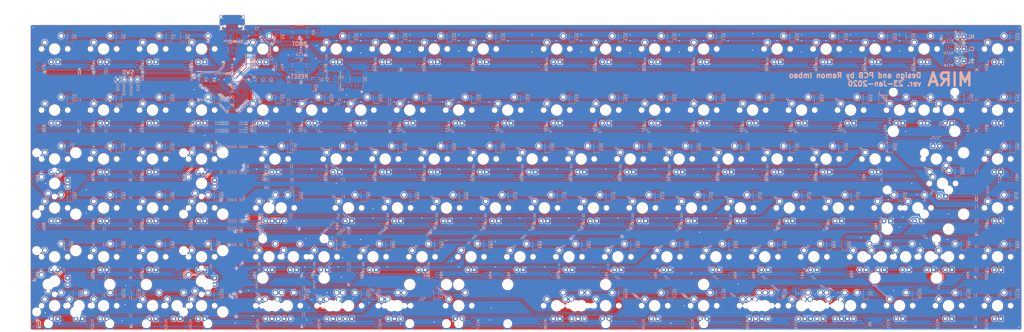
<source format=kicad_pcb>
(kicad_pcb (version 20171130) (host pcbnew "(5.1.4)-1")
  (layers (0 F.Cu signal) (31 B.Cu signal) (34 B.Paste user) (35 F.Paste user) (36 B.SilkS user) (37 F.SilkS user) (38 B.Mask user) (39 F.Mask user) (44 Edge.Cuts user))
  (net 0 "")
  (net 1 GND)
  (net 2 +3V3)
  (net 3 +5V)
  (net 4 NRST)
  (net 5 "Net-(D5-Pad2)")
  (net 6 "Net-(D6-Pad2)")
  (net 7 "Net-(D7-Pad2)")
  (net 8 "Net-(D8-Pad2)")
  (net 9 "Net-(D9-Pad2)")
  (net 10 "Net-(D10-Pad2)")
  (net 11 "Net-(D11-Pad2)")
  (net 12 "Net-(D12-Pad2)")
  (net 13 "Net-(D13-Pad2)")
  (net 14 "Net-(D14-Pad2)")
  (net 15 "Net-(D15-Pad2)")
  (net 16 "Net-(D16-Pad2)")
  (net 17 "Net-(D17-Pad2)")
  (net 18 "Net-(D18-Pad2)")
  (net 19 "Net-(D19-Pad2)")
  (net 20 "Net-(D20-Pad2)")
  (net 21 "Net-(D21-Pad2)")
  (net 22 "Net-(D22-Pad2)")
  (net 23 "Net-(D23-Pad2)")
  (net 24 "Net-(D24-Pad2)")
  (net 25 "Net-(D25-Pad2)")
  (net 26 "Net-(D26-Pad2)")
  (net 27 "Net-(D27-Pad2)")
  (net 28 "Net-(D28-Pad2)")
  (net 29 "Net-(D29-Pad2)")
  (net 30 "Net-(D30-Pad2)")
  (net 31 "Net-(D31-Pad2)")
  (net 32 "Net-(D32-Pad2)")
  (net 33 "Net-(D33-Pad2)")
  (net 34 "Net-(D34-Pad2)")
  (net 35 "Net-(D35-Pad2)")
  (net 36 "Net-(D36-Pad2)")
  (net 37 "Net-(D37-Pad2)")
  (net 38 "Net-(D38-Pad2)")
  (net 39 "Net-(D39-Pad2)")
  (net 40 "Net-(D40-Pad2)")
  (net 41 "Net-(D41-Pad2)")
  (net 42 "Net-(D42-Pad2)")
  (net 43 "Net-(D43-Pad2)")
  (net 44 "Net-(D44-Pad2)")
  (net 45 "Net-(D45-Pad2)")
  (net 46 "Net-(D46-Pad2)")
  (net 47 "Net-(D47-Pad2)")
  (net 48 "Net-(D48-Pad2)")
  (net 49 "Net-(D49-Pad2)")
  (net 50 "Net-(D50-Pad2)")
  (net 51 "Net-(D51-Pad2)")
  (net 52 "Net-(D52-Pad2)")
  (net 53 "Net-(D53-Pad2)")
  (net 54 "Net-(D54-Pad2)")
  (net 55 "Net-(D55-Pad2)")
  (net 56 "Net-(D56-Pad2)")
  (net 57 "Net-(D57-Pad2)")
  (net 58 "Net-(D58-Pad2)")
  (net 59 "Net-(D59-Pad2)")
  (net 60 "Net-(D60-Pad2)")
  (net 61 "Net-(D61-Pad2)")
  (net 62 "Net-(D62-Pad2)")
  (net 63 "Net-(D63-Pad2)")
  (net 64 "Net-(D64-Pad2)")
  (net 65 "Net-(D65-Pad2)")
  (net 66 "Net-(D66-Pad2)")
  (net 67 "Net-(D67-Pad2)")
  (net 68 "Net-(D68-Pad2)")
  (net 69 "Net-(D69-Pad2)")
  (net 70 "Net-(D70-Pad2)")
  (net 71 "Net-(D71-Pad2)")
  (net 72 "Net-(D72-Pad2)")
  (net 73 "Net-(D73-Pad2)")
  (net 74 "Net-(D74-Pad2)")
  (net 75 "Net-(D75-Pad2)")
  (net 76 "Net-(D76-Pad2)")
  (net 77 "Net-(D77-Pad2)")
  (net 78 "Net-(D78-Pad2)")
  (net 79 "Net-(D79-Pad2)")
  (net 80 "Net-(D80-Pad2)")
  (net 81 "Net-(D81-Pad2)")
  (net 82 "Net-(D82-Pad2)")
  (net 83 "Net-(D83-Pad2)")
  (net 84 "Net-(D84-Pad2)")
  (net 85 "Net-(D85-Pad2)")
  (net 86 "Net-(D86-Pad2)")
  (net 87 "Net-(D87-Pad2)")
  (net 88 "Net-(D88-Pad2)")
  (net 89 "Net-(D89-Pad2)")
  (net 90 "Net-(D90-Pad2)")
  (net 91 "Net-(D91-Pad2)")
  (net 92 "Net-(D92-Pad2)")
  (net 93 "Net-(D93-Pad2)")
  (net 94 "Net-(D94-Pad2)")
  (net 95 "Net-(D95-Pad2)")
  (net 96 "Net-(D96-Pad2)")
  (net 97 "Net-(D97-Pad2)")
  (net 98 "Net-(D98-Pad2)")
  (net 99 "Net-(D99-Pad2)")
  (net 100 "Net-(D100-Pad2)")
  (net 101 "Net-(D101-Pad2)")
  (net 102 "Net-(D102-Pad2)")
  (net 103 "Net-(D103-Pad2)")
  (net 104 "Net-(D104-Pad2)")
  (net 105 "Net-(D105-Pad2)")
  (net 106 "Net-(D106-Pad2)")
  (net 107 "Net-(D107-Pad2)")
  (net 108 "Net-(D108-Pad2)")
  (net 109 "Net-(D109-Pad2)")
  (net 110 "Net-(D110-Pad2)")
  (net 111 "Net-(D111-Pad2)")
  (net 112 VCC)
  (net 113 "Net-(MX1-Pad3)")
  (net 114 "Net-(MX2-Pad3)")
  (net 115 "Net-(MX3-Pad3)")
  (net 116 "Net-(MX4-Pad3)")
  (net 117 "Net-(MX5-Pad3)")
  (net 118 "Net-(MX6-Pad3)")
  (net 119 "Net-(MX7-Pad3)")
  (net 120 "Net-(MX8-Pad3)")
  (net 121 "Net-(MX9-Pad3)")
  (net 122 "Net-(MX10-Pad3)")
  (net 123 "Net-(MX11-Pad3)")
  (net 124 "Net-(MX12-Pad3)")
  (net 125 "Net-(MX13-Pad3)")
  (net 126 "Net-(MX14-Pad3)")
  (net 127 "Net-(MX15-Pad3)")
  (net 128 "Net-(MX16-Pad3)")
  (net 129 "Net-(MX17-Pad3)")
  (net 130 "Net-(MX18-Pad3)")
  (net 131 /Matrix/COL19)
  (net 132 "Net-(MX19-Pad3)")
  (net 133 "Net-(MX20-Pad3)")
  (net 134 "Net-(MX21-Pad3)")
  (net 135 "Net-(MX22-Pad3)")
  (net 136 "Net-(MX23-Pad3)")
  (net 137 "Net-(MX24-Pad3)")
  (net 138 "Net-(MX25-Pad3)")
  (net 139 "Net-(MX26-Pad3)")
  (net 140 "Net-(MX27-Pad3)")
  (net 141 "Net-(MX28-Pad3)")
  (net 142 "Net-(MX29-Pad3)")
  (net 143 "Net-(MX30-Pad3)")
  (net 144 "Net-(MX31-Pad3)")
  (net 145 "Net-(MX32-Pad3)")
  (net 146 "Net-(MX33-Pad3)")
  (net 147 "Net-(MX34-Pad3)")
  (net 148 "Net-(MX35-Pad3)")
  (net 149 "Net-(MX36-Pad3)")
  (net 150 "Net-(MX38-Pad3)")
  (net 151 "Net-(MX39-Pad3)")
  (net 152 "Net-(MX40-Pad3)")
  (net 153 "Net-(MX41-Pad3)")
  (net 154 "Net-(MX42-Pad3)")
  (net 155 "Net-(MX44-Pad3)")
  (net 156 "Net-(MX45-Pad3)")
  (net 157 "Net-(MX47-Pad3)")
  (net 158 "Net-(MX48-Pad3)")
  (net 159 "Net-(MX49-Pad3)")
  (net 160 "Net-(MX50-Pad3)")
  (net 161 "Net-(MX51-Pad3)")
  (net 162 "Net-(MX52-Pad3)")
  (net 163 "Net-(MX53-Pad3)")
  (net 164 "Net-(MX54-Pad3)")
  (net 165 "Net-(MX55-Pad3)")
  (net 166 "Net-(MX56-Pad3)")
  (net 167 "Net-(MX57-Pad3)")
  (net 168 "Net-(MX58-Pad3)")
  (net 169 "Net-(MX59-Pad3)")
  (net 170 "Net-(MX61-Pad3)")
  (net 171 "Net-(MX62-Pad3)")
  (net 172 "Net-(MX63-Pad3)")
  (net 173 "Net-(MX64-Pad3)")
  (net 174 "Net-(MX65-Pad3)")
  (net 175 "Net-(MX66-Pad3)")
  (net 176 "Net-(MX68-Pad3)")
  (net 177 "Net-(MX69-Pad3)")
  (net 178 "Net-(MX70-Pad3)")
  (net 179 "Net-(MX71-Pad3)")
  (net 180 "Net-(MX72-Pad3)")
  (net 181 "Net-(MX73-Pad3)")
  (net 182 "Net-(MX74-Pad3)")
  (net 183 "Net-(MX75-Pad3)")
  (net 184 "Net-(MX76-Pad3)")
  (net 185 "Net-(MX77-Pad3)")
  (net 186 "Net-(MX78-Pad3)")
  (net 187 "Net-(MX80-Pad3)")
  (net 188 "Net-(MX81-Pad3)")
  (net 189 "Net-(MX82-Pad3)")
  (net 190 "Net-(MX83-Pad3)")
  (net 191 "Net-(MX85-Pad3)")
  (net 192 "Net-(MX86-Pad3)")
  (net 193 "Net-(MX89-Pad3)")
  (net 194 "Net-(MX90-Pad3)")
  (net 195 "Net-(MX91-Pad3)")
  (net 196 "Net-(MX92-Pad3)")
  (net 197 "Net-(MX93-Pad3)")
  (net 198 "Net-(MX94-Pad3)")
  (net 199 "Net-(MX95-Pad3)")
  (net 200 "Net-(MX96-Pad3)")
  (net 201 "Net-(MX97-Pad3)")
  (net 202 "Net-(MX98-Pad3)")
  (net 203 "Net-(MX99-Pad3)")
  (net 204 "Net-(MX100-Pad3)")
  (net 205 "Net-(MX101-Pad3)")
  (net 206 "Net-(MX102-Pad3)")
  (net 207 "Net-(MX104-Pad3)")
  (net 208 "Net-(MX105-Pad3)")
  (net 209 "Net-(MX106-Pad3)")
  (net 210 "Net-(MX107-Pad3)")
  (net 211 "Net-(MX109-Pad3)")
  (net 212 "Net-(MX111-Pad3)")
  (net 213 "Net-(MX112-Pad3)")
  (net 214 "Net-(MX114-Pad3)")
  (net 215 "Net-(MX116-Pad3)")
  (net 216 "Net-(MX123-Pad3)")
  (net 217 "Net-(MX124-Pad3)")
  (net 218 "Net-(MX125-Pad3)")
  (net 219 "Net-(MX126-Pad3)")
  (net 220 MOS_D)
  (net 221 "Net-(Q1-Pad4)")
  (net 222 "Net-(R1-Pad2)")
  (net 223 BOOT0)
  (net 224 MOS_G)
  (net 225 "Net-(U2-Pad43)")
  (net 226 "Net-(U2-Pad42)")
  (net 227 "Net-(U2-Pad41)")
  (net 228 "Net-(U2-Pad40)")
  (net 229 SWDIO)
  (net 230 D+)
  (net 231 D-)
  (net 232 SWCLK)
  (net 233 "Net-(U2-Pad1)")
  (net 234 "Net-(USB1-Pad3)")
  (net 235 "Net-(USB1-Pad9)")
  (net 236 "Net-(MX103-Pad3)")
  (net 237 DBUS+)
  (net 238 DBUS-)
  (net 239 ROW0)
  (net 240 COL1)
  (net 241 COL2)
  (net 242 COL3)
  (net 243 COL0)
  (net 244 ROW1)
  (net 245 ROW2)
  (net 246 ROW3)
  (net 247 ROW4)
  (net 248 ROW5)
  (net 249 COL4)
  (net 250 COL5)
  (net 251 COL6)
  (net 252 COL7)
  (net 253 COL8)
  (net 254 COL9)
  (net 255 COL10)
  (net 256 COL11)
  (net 257 COL12)
  (net 258 COL18)
  (net 259 COL17)
  (net 260 COL16)
  (net 261 COL15)
  (net 262 COL14)
  (net 263 COL13)
  (net 264 "Net-(D1-Pad2)")
  (net 265 "Net-(MX129-Pad3)")
  (net 266 "Net-(D2-Pad2)")
  (net 267 NUMLOCK_LED)
  (net 268 "Net-(D3-Pad2)")
  (net 269 "Net-(D4-Pad2)")
  (net 270 SCROLLLOCK_LED)
  (net 271 CAPSLOCK_LED)
  (net 272 "Net-(D112-Pad2)")
  (net 273 "Net-(D113-Pad2)")
  (net 274 "Net-(MX134-Pad3)")
  (net 275 "Net-(MX136-Pad3)")
  (net 276 "Net-(D114-Pad2)")
  (net 277 "Net-(MX137-Pad3)")
  (module MX_Only:MXOnly-1U-FLIPPED (layer F.Cu) (at 295.275 100.0125)
    (fp_text reference MX139)
    (fp_text value MX-LED)
    (pad "" np_thru_hole circle (at 5.08 0 48.0996) (size 1.75 1.75) (drill 1.75) (layers *.Cu *.Mask))
    (pad "" np_thru_hole circle (at -5.08 0 48.0996) (size 1.75 1.75) (drill 1.75) (layers *.Cu *.Mask))
    (pad 4 thru_hole rect (at -1.27 5.08) (size 1.905 1.905) (drill 1.04) (layers *.Cu B.Mask) (net 220 MOS_D))
    (pad 3 thru_hole circle (at 1.27 5.08) (size 1.905 1.905) (drill 1.04) (layers *.Cu B.Mask) (net 213 "Net-(MX112-Pad3)"))
    (pad 1 thru_hole circle (at -3.81 -2.54) (size 2.25 2.25) (drill 1.47) (layers *.Cu B.Mask) (net 261 COL15))
    (pad "" np_thru_hole circle (at 0 0) (size 3.9878 3.9878) (drill 3.9878) (layers *.Cu *.Mask))
    (pad 2 thru_hole circle (at 2.54 -5.08) (size 2.25 2.25) (drill 1.47) (layers *.Cu B.Mask) (net 264 "Net-(D1-Pad2)"))
  )
  (module MX_Only:MXOnly-1U-FLIPPED (layer F.Cu) (at 90.4875 100.0125)
    (fp_text reference MX138)
    (fp_text value MX-LED)
    (pad "" np_thru_hole circle (at 5.08 0 48.0996) (size 1.75 1.75) (drill 1.75) (layers *.Cu *.Mask))
    (pad "" np_thru_hole circle (at -5.08 0 48.0996) (size 1.75 1.75) (drill 1.75) (layers *.Cu *.Mask))
    (pad 4 thru_hole rect (at -1.27 5.08) (size 1.905 1.905) (drill 1.04) (layers *.Cu B.Mask) (net 220 MOS_D))
    (pad 3 thru_hole circle (at 1.27 5.08) (size 1.905 1.905) (drill 1.04) (layers *.Cu B.Mask) (net 210 "Net-(MX107-Pad3)"))
    (pad 1 thru_hole circle (at -3.81 -2.54) (size 2.25 2.25) (drill 1.47) (layers *.Cu B.Mask) (net 249 COL4))
    (pad "" np_thru_hole circle (at 0 0) (size 3.9878 3.9878) (drill 3.9878) (layers *.Cu *.Mask))
    (pad 2 thru_hole circle (at 2.54 -5.08) (size 2.25 2.25) (drill 1.47) (layers *.Cu B.Mask) (net 103 "Net-(D103-Pad2)"))
  )
  (module MX_Only:MXOnly-1U-FLIPPED (layer F.Cu) (at 157.1625 100.0125)
    (fp_text reference MX134)
    (fp_text value MX-LED)
    (pad "" np_thru_hole circle (at 5.08 0 48.0996) (size 1.75 1.75) (drill 1.75) (layers *.Cu *.Mask))
    (pad "" np_thru_hole circle (at -5.08 0 48.0996) (size 1.75 1.75) (drill 1.75) (layers *.Cu *.Mask))
    (pad 4 thru_hole rect (at -1.27 5.08) (size 1.905 1.905) (drill 1.04) (layers *.Cu B.Mask) (net 220 MOS_D))
    (pad 3 thru_hole circle (at 1.27 5.08) (size 1.905 1.905) (drill 1.04) (layers *.Cu B.Mask) (net 274 "Net-(MX134-Pad3)"))
    (pad 1 thru_hole circle (at -3.81 -2.54) (size 2.25 2.25) (drill 1.47) (layers *.Cu B.Mask) (net 252 COL7))
    (pad "" np_thru_hole circle (at 0 0) (size 3.9878 3.9878) (drill 3.9878) (layers *.Cu *.Mask))
    (pad 2 thru_hole circle (at 2.54 -5.08) (size 2.25 2.25) (drill 1.47) (layers *.Cu B.Mask) (net 272 "Net-(D112-Pad2)"))
  )
  (module Resistor_SMD:R_0805_2012Metric (layer B.Cu) (at 227.409375 107.15625 90)
    (fp_text reference R119 (at 0 1.65 90) (layer B.SilkS) (effects (justify mirror)))
    (fp_text value R_Small)
    (pad 2 smd roundrect (at 0.9375 0 90) (size 0.975 1.4) (layers B.Cu B.Paste B.Mask) (net 277 "Net-(MX137-Pad3)"))
    (pad 1 smd roundrect (at -0.9375 0 90) (size 0.975 1.4) (layers B.Cu B.Paste B.Mask) (net 3 +5V))
  )
  (module MX_Only:MXOnly-1U (layer F.Cu) (at 233.3625 100.0125)
    (fp_text reference MX137)
    (fp_text value MX-LED)
    (pad "" np_thru_hole circle (at 5.08 0 48.0996) (size 1.75 1.75) (drill 1.75) (layers *.Cu *.Mask))
    (pad "" np_thru_hole circle (at -5.08 0 48.0996) (size 1.75 1.75) (drill 1.75) (layers *.Cu *.Mask))
    (pad 4 thru_hole rect (at 1.27 5.08) (size 1.905 1.905) (drill 1.04) (layers *.Cu B.Mask) (net 220 MOS_D))
    (pad 3 thru_hole circle (at -1.27 5.08) (size 1.905 1.905) (drill 1.04) (layers *.Cu B.Mask) (net 277 "Net-(MX137-Pad3)"))
    (pad 1 thru_hole circle (at -3.81 -2.54) (size 2.25 2.25) (drill 1.47) (layers *.Cu B.Mask) (net 256 COL11))
    (pad "" np_thru_hole circle (at 0 0) (size 3.9878 3.9878) (drill 3.9878) (layers *.Cu *.Mask))
    (pad 2 thru_hole circle (at 2.54 -5.08) (size 2.25 2.25) (drill 1.47) (layers *.Cu B.Mask) (net 276 "Net-(D114-Pad2)"))
  )
  (module random-keyboard-parts:D_SOD-123-Pretty (layer B.Cu) (at 239.315625 95.25 90)
    (fp_text reference D114 (at 0 2 90) (layer B.SilkS) (effects (justify mirror)))
    (fp_text value 1N4148)
    (pad 1 smd rect (at -1.65 0 90) (size 0.9 1.2) (layers B.Cu B.Paste B.Mask) (net 248 ROW5))
    (pad 2 smd rect (at 1.65 0 90) (size 0.9 1.2) (layers B.Cu B.Paste B.Mask) (net 276 "Net-(D114-Pad2)"))
  )
  (module Resistor_SMD:R_0805_2012Metric (layer B.Cu) (at 246.459375 107.15625 90)
    (fp_text reference R118 (at 0 1.65 90) (layer B.SilkS) (effects (justify mirror)))
    (fp_text value R_Small)
    (pad 2 smd roundrect (at 0.9375 0 90) (size 0.975 1.4) (layers B.Cu B.Paste B.Mask) (net 275 "Net-(MX136-Pad3)"))
    (pad 1 smd roundrect (at -0.9375 0 90) (size 0.975 1.4) (layers B.Cu B.Paste B.Mask) (net 3 +5V))
  )
  (module Resistor_SMD:R_0805_2012Metric (layer B.Cu) (at 163.115625 107.15625 90)
    (fp_text reference R117 (at 0 1.65 90) (layer B.SilkS) (effects (justify mirror)))
    (fp_text value R_Small)
    (pad 2 smd roundrect (at 0.9375 0 90) (size 0.975 1.4) (layers B.Cu B.Paste B.Mask) (net 274 "Net-(MX134-Pad3)"))
    (pad 1 smd roundrect (at -0.9375 0 90) (size 0.975 1.4) (layers B.Cu B.Paste B.Mask) (net 3 +5V))
  )
  (module MX_Only:MXOnly-1U (layer F.Cu) (at 252.4125 100.0125)
    (fp_text reference MX136)
    (fp_text value MX-LED)
    (pad "" np_thru_hole circle (at 5.08 0 48.0996) (size 1.75 1.75) (drill 1.75) (layers *.Cu *.Mask))
    (pad "" np_thru_hole circle (at -5.08 0 48.0996) (size 1.75 1.75) (drill 1.75) (layers *.Cu *.Mask))
    (pad 4 thru_hole rect (at 1.27 5.08) (size 1.905 1.905) (drill 1.04) (layers *.Cu B.Mask) (net 220 MOS_D))
    (pad 3 thru_hole circle (at -1.27 5.08) (size 1.905 1.905) (drill 1.04) (layers *.Cu B.Mask) (net 275 "Net-(MX136-Pad3)"))
    (pad 1 thru_hole circle (at -3.81 -2.54) (size 2.25 2.25) (drill 1.47) (layers *.Cu B.Mask) (net 257 COL12))
    (pad "" np_thru_hole circle (at 0 0) (size 3.9878 3.9878) (drill 3.9878) (layers *.Cu *.Mask))
    (pad 2 thru_hole circle (at 2.54 -5.08) (size 2.25 2.25) (drill 1.47) (layers *.Cu B.Mask) (net 273 "Net-(D113-Pad2)"))
  )
  (module MX_Only:MXOnly-3U-ReversedStabilizers (layer F.Cu) (at 195.2625 100.0125)
    (fp_text reference MX135)
    (fp_text value MX-LED)
    (pad 2 thru_hole circle (at 2.54 -5.08) (size 2.25 2.25) (drill 1.47) (layers *.Cu B.Mask) (net 106 "Net-(D106-Pad2)"))
    (pad 1 thru_hole circle (at -3.81 -2.54 48.1) (size 2.25 2.25) (drill 1.47) (layers *.Cu B.Mask) (net 255 COL10))
    (pad "" np_thru_hole circle (at 0 0) (size 3.9878 3.9878) (drill 3.9878) (layers *.Cu *.Mask))
    (pad 3 thru_hole circle (at -1.27 5.08) (size 1.905 1.905) (drill 1.04) (layers *.Cu B.Mask) (net 207 "Net-(MX104-Pad3)"))
    (pad 4 thru_hole rect (at 1.27 5.08) (size 1.905 1.905) (drill 1.04) (layers *.Cu B.Mask) (net 220 MOS_D))
    (pad "" np_thru_hole circle (at -5.08 0 48.0996) (size 1.75 1.75) (drill 1.75) (layers *.Cu *.Mask))
    (pad "" np_thru_hole circle (at 5.08 0 48.0996) (size 1.75 1.75) (drill 1.75) (layers *.Cu *.Mask))
    (pad "" np_thru_hole circle (at -19.05 6.985) (size 3.048 3.048) (drill 3.048) (layers *.Cu *.Mask))
    (pad "" np_thru_hole circle (at 19.05 6.985) (size 3.048 3.048) (drill 3.048) (layers *.Cu *.Mask))
    (pad "" np_thru_hole circle (at -19.05 -8.255) (size 3.9878 3.9878) (drill 3.9878) (layers *.Cu *.Mask))
    (pad "" np_thru_hole circle (at 19.05 -8.255) (size 3.9878 3.9878) (drill 3.9878) (layers *.Cu *.Mask))
  )
  (module random-keyboard-parts:D_SOD-123-Pretty (layer B.Cu) (at 258.365625 95.25 90)
    (fp_text reference D113 (at 0 2 90) (layer B.SilkS) (effects (justify mirror)))
    (fp_text value 1N4148)
    (pad 1 smd rect (at -1.65 0 90) (size 0.9 1.2) (layers B.Cu B.Paste B.Mask) (net 248 ROW5))
    (pad 2 smd rect (at 1.65 0 90) (size 0.9 1.2) (layers B.Cu B.Paste B.Mask) (net 273 "Net-(D113-Pad2)"))
  )
  (module random-keyboard-parts:D_SOD-123-Pretty (layer B.Cu) (at 148.43125 95.25 90)
    (fp_text reference D112 (at 0 2 90) (layer B.SilkS) (effects (justify mirror)))
    (fp_text value 1N4148)
    (pad 1 smd rect (at -1.65 0 90) (size 0.9 1.2) (layers B.Cu B.Paste B.Mask) (net 248 ROW5))
    (pad 2 smd rect (at 1.65 0 90) (size 0.9 1.2) (layers B.Cu B.Paste B.Mask) (net 272 "Net-(D112-Pad2)"))
  )
  (module MX_Only:MXOnly-1.75U (layer F.Cu) (at 340.51875 80.9625)
    (fp_text reference MX133)
    (fp_text value MX-LED)
    (pad "" np_thru_hole circle (at 5.08 0 48.0996) (size 1.75 1.75) (drill 1.75) (layers *.Cu *.Mask))
    (pad "" np_thru_hole circle (at -5.08 0 48.0996) (size 1.75 1.75) (drill 1.75) (layers *.Cu *.Mask))
    (pad 4 thru_hole rect (at 1.27 5.08) (size 1.905 1.905) (drill 1.04) (layers *.Cu B.Mask) (net 220 MOS_D))
    (pad 3 thru_hole circle (at -1.27 5.08) (size 1.905 1.905) (drill 1.04) (layers *.Cu B.Mask) (net 205 "Net-(MX101-Pad3)"))
    (pad 1 thru_hole circle (at -3.81 -2.54) (size 2.25 2.25) (drill 1.47) (layers *.Cu B.Mask) (net 258 COL18))
    (pad "" np_thru_hole circle (at 0 0) (size 3.9878 3.9878) (drill 3.9878) (layers *.Cu *.Mask))
    (pad 2 thru_hole circle (at 2.54 -5.08) (size 2.25 2.25) (drill 1.47) (layers *.Cu B.Mask) (net 97 "Net-(D97-Pad2)"))
  )
  (module MX_Only:MXOnly-1U (layer F.Cu) (at 314.325 80.9625)
    (fp_text reference MX132)
    (fp_text value MX-LED)
    (pad "" np_thru_hole circle (at 5.08 0 48.0996) (size 1.75 1.75) (drill 1.75) (layers *.Cu *.Mask))
    (pad "" np_thru_hole circle (at -5.08 0 48.0996) (size 1.75 1.75) (drill 1.75) (layers *.Cu *.Mask))
    (pad 4 thru_hole rect (at 1.27 5.08) (size 1.905 1.905) (drill 1.04) (layers *.Cu B.Mask) (net 220 MOS_D))
    (pad 3 thru_hole circle (at -1.27 5.08) (size 1.905 1.905) (drill 1.04) (layers *.Cu B.Mask) (net 204 "Net-(MX100-Pad3)"))
    (pad 1 thru_hole circle (at -3.81 -2.54) (size 2.25 2.25) (drill 1.47) (layers *.Cu B.Mask) (net 259 COL17))
    (pad "" np_thru_hole circle (at 0 0) (size 3.9878 3.9878) (drill 3.9878) (layers *.Cu *.Mask))
    (pad 2 thru_hole circle (at 2.54 -5.08) (size 2.25 2.25) (drill 1.47) (layers *.Cu B.Mask) (net 96 "Net-(D96-Pad2)"))
  )
  (module Resistor_SMD:R_0805_2012Metric (layer B.Cu) (at 347.6625 4.7625)
    (fp_text reference R116 (at 0 1.65) (layer B.SilkS) (effects (justify mirror)))
    (fp_text value R)
    (pad 2 smd roundrect (at 0.9375 0) (size 0.975 1.4) (layers B.Cu B.Paste B.Mask) (net 269 "Net-(D4-Pad2)"))
    (pad 1 smd roundrect (at -0.9375 0) (size 0.975 1.4) (layers B.Cu B.Paste B.Mask) (net 3 +5V))
  )
  (module Resistor_SMD:R_0805_2012Metric (layer B.Cu) (at 347.6625 0)
    (fp_text reference R115 (at 0 1.65) (layer B.SilkS) (effects (justify mirror)))
    (fp_text value R)
    (pad 2 smd roundrect (at 0.9375 0) (size 0.975 1.4) (layers B.Cu B.Paste B.Mask) (net 268 "Net-(D3-Pad2)"))
    (pad 1 smd roundrect (at -0.9375 0) (size 0.975 1.4) (layers B.Cu B.Paste B.Mask) (net 3 +5V))
  )
  (module Resistor_SMD:R_0805_2012Metric (layer B.Cu) (at 347.6625 -4.7625)
    (fp_text reference R114 (at 0 1.65) (layer B.SilkS) (effects (justify mirror)))
    (fp_text value R)
    (pad 2 smd roundrect (at 0.9375 0) (size 0.975 1.4) (layers B.Cu B.Paste B.Mask) (net 266 "Net-(D2-Pad2)"))
    (pad 1 smd roundrect (at -0.9375 0) (size 0.975 1.4) (layers B.Cu B.Paste B.Mask) (net 3 +5V))
  )
  (module LED_THT:LED_D3.0mm (layer F.Cu) (at 353.615625 4.7625 180)
    (fp_text reference D4 hide)
    (fp_text value LED)
    (pad 2 thru_hole circle (at 2.54 0 180) (size 1.8 1.8) (drill 0.9) (layers *.Cu *.Mask) (net 269 "Net-(D4-Pad2)"))
    (pad 1 thru_hole rect (at 0 0 180) (size 1.8 1.8) (drill 0.9) (layers *.Cu *.Mask) (net 270 SCROLLLOCK_LED))
  )
  (module LED_THT:LED_D3.0mm (layer F.Cu) (at 353.615625 0 180)
    (fp_text reference D3 hide)
    (fp_text value LED)
    (pad 2 thru_hole circle (at 2.54 0 180) (size 1.8 1.8) (drill 0.9) (layers *.Cu *.Mask) (net 268 "Net-(D3-Pad2)"))
    (pad 1 thru_hole rect (at 0 0 180) (size 1.8 1.8) (drill 0.9) (layers *.Cu *.Mask) (net 271 CAPSLOCK_LED))
  )
  (module LED_THT:LED_D3.0mm (layer F.Cu) (at 353.615625 -4.7625 180)
    (fp_text reference D2 hide)
    (fp_text value LED)
    (pad 2 thru_hole circle (at 2.54 0 180) (size 1.8 1.8) (drill 0.9) (layers *.Cu *.Mask) (net 266 "Net-(D2-Pad2)"))
    (pad 1 thru_hole rect (at 0 0 180) (size 1.8 1.8) (drill 0.9) (layers *.Cu *.Mask) (net 267 NUMLOCK_LED))
  )
  (module MX_Only:MXOnly-1U-FLIPPED (layer F.Cu) (at 271.4625 100.0125)
    (fp_text reference MX131)
    (fp_text value MX-LED)
    (pad "" np_thru_hole circle (at 5.08 0 48.0996) (size 1.75 1.75) (drill 1.75) (layers *.Cu *.Mask))
    (pad "" np_thru_hole circle (at -5.08 0 48.0996) (size 1.75 1.75) (drill 1.75) (layers *.Cu *.Mask))
    (pad 4 thru_hole rect (at -1.27 5.08) (size 1.905 1.905) (drill 1.04) (layers *.Cu B.Mask) (net 220 MOS_D))
    (pad 3 thru_hole circle (at 1.27 5.08) (size 1.905 1.905) (drill 1.04) (layers *.Cu B.Mask) (net 212 "Net-(MX111-Pad3)"))
    (pad 1 thru_hole circle (at -3.81 -2.54) (size 2.25 2.25) (drill 1.47) (layers *.Cu B.Mask) (net 263 COL13))
    (pad "" np_thru_hole circle (at 0 0) (size 3.9878 3.9878) (drill 3.9878) (layers *.Cu *.Mask))
    (pad 2 thru_hole circle (at 2.54 -5.08) (size 2.25 2.25) (drill 1.47) (layers *.Cu B.Mask) (net 107 "Net-(D107-Pad2)"))
  )
  (module MX_Only:MXOnly-1U-FLIPPED (layer F.Cu) (at 309.5625 100.0125)
    (fp_text reference MX130)
    (fp_text value MX-LED)
    (pad "" np_thru_hole circle (at 5.08 0 48.0996) (size 1.75 1.75) (drill 1.75) (layers *.Cu *.Mask))
    (pad "" np_thru_hole circle (at -5.08 0 48.0996) (size 1.75 1.75) (drill 1.75) (layers *.Cu *.Mask))
    (pad 4 thru_hole rect (at -1.27 5.08) (size 1.905 1.905) (drill 1.04) (layers *.Cu B.Mask) (net 220 MOS_D))
    (pad 3 thru_hole circle (at 1.27 5.08) (size 1.905 1.905) (drill 1.04) (layers *.Cu B.Mask) (net 213 "Net-(MX112-Pad3)"))
    (pad 1 thru_hole circle (at -3.81 -2.54) (size 2.25 2.25) (drill 1.47) (layers *.Cu B.Mask) (net 261 COL15))
    (pad "" np_thru_hole circle (at 0 0) (size 3.9878 3.9878) (drill 3.9878) (layers *.Cu *.Mask))
    (pad 2 thru_hole circle (at 2.54 -5.08) (size 2.25 2.25) (drill 1.47) (layers *.Cu B.Mask) (net 264 "Net-(D1-Pad2)"))
  )
  (module Resistor_SMD:R_0805_2012Metric (layer B.Cu) (at 315.515625 107.15625 90)
    (fp_text reference R6 (at 0 1.65 270) (layer B.SilkS) (effects (justify mirror)))
    (fp_text value R_Small)
    (pad 2 smd roundrect (at 0.9375 0 90) (size 0.975 1.4) (layers B.Cu B.Paste B.Mask) (net 213 "Net-(MX112-Pad3)"))
    (pad 1 smd roundrect (at -0.9375 0 90) (size 0.975 1.4) (layers B.Cu B.Paste B.Mask) (net 3 +5V))
  )
  (module MX_Only:MXOnly-1U (layer F.Cu) (at 290.5125 100.0125)
    (fp_text reference MX129)
    (fp_text value MX-LED)
    (pad "" np_thru_hole circle (at 5.08 0 48.0996) (size 1.75 1.75) (drill 1.75) (layers *.Cu *.Mask))
    (pad "" np_thru_hole circle (at -5.08 0 48.0996) (size 1.75 1.75) (drill 1.75) (layers *.Cu *.Mask))
    (pad 4 thru_hole rect (at 1.27 5.08) (size 1.905 1.905) (drill 1.04) (layers *.Cu B.Mask) (net 220 MOS_D))
    (pad 3 thru_hole circle (at -1.27 5.08) (size 1.905 1.905) (drill 1.04) (layers *.Cu B.Mask) (net 265 "Net-(MX129-Pad3)"))
    (pad 1 thru_hole circle (at -3.81 -2.54) (size 2.25 2.25) (drill 1.47) (layers *.Cu B.Mask) (net 262 COL14))
    (pad "" np_thru_hole circle (at 0 0) (size 3.9878 3.9878) (drill 3.9878) (layers *.Cu *.Mask))
    (pad 2 thru_hole circle (at 2.54 -5.08) (size 2.25 2.25) (drill 1.47) (layers *.Cu B.Mask) (net 108 "Net-(D108-Pad2)"))
  )
  (module random-keyboard-parts:D_SOD-123-Pretty (layer B.Cu) (at 315.515625 95.25 90)
    (fp_text reference D1 (at 0 2 90) (layer B.SilkS) (effects (justify mirror)))
    (fp_text value 1N4148)
    (pad 1 smd rect (at -1.65 0 90) (size 0.9 1.2) (layers B.Cu B.Paste B.Mask) (net 248 ROW5))
    (pad 2 smd rect (at 1.65 0 90) (size 0.9 1.2) (layers B.Cu B.Paste B.Mask) (net 264 "Net-(D1-Pad2)"))
  )
  (module MX_Only:MXOnly-2.75U (layer F.Cu) (at 330.99375 80.9625)
    (fp_text reference MX128)
    (fp_text value MX-LED)
    (pad "" np_thru_hole circle (at 11.938 8.255) (size 3.9878 3.9878) (drill 3.9878) (layers *.Cu *.Mask))
    (pad "" np_thru_hole circle (at -11.938 8.255) (size 3.9878 3.9878) (drill 3.9878) (layers *.Cu *.Mask))
    (pad "" np_thru_hole circle (at 11.938 -6.985) (size 3.048 3.048) (drill 3.048) (layers *.Cu *.Mask))
    (pad "" np_thru_hole circle (at -11.938 -6.985) (size 3.048 3.048) (drill 3.048) (layers *.Cu *.Mask))
    (pad "" np_thru_hole circle (at 5.08 0 48.0996) (size 1.75 1.75) (drill 1.75) (layers *.Cu *.Mask))
    (pad "" np_thru_hole circle (at -5.08 0 48.0996) (size 1.75 1.75) (drill 1.75) (layers *.Cu *.Mask))
    (pad 4 thru_hole rect (at 1.27 5.08) (size 1.905 1.905) (drill 1.04) (layers *.Cu B.Mask) (net 220 MOS_D))
    (pad 3 thru_hole circle (at -1.27 5.08) (size 1.905 1.905) (drill 1.04) (layers *.Cu B.Mask) (net 204 "Net-(MX100-Pad3)"))
    (pad 1 thru_hole circle (at -3.81 -2.54) (size 2.25 2.25) (drill 1.47) (layers *.Cu B.Mask) (net 259 COL17))
    (pad "" np_thru_hole circle (at 0 0) (size 3.9878 3.9878) (drill 3.9878) (layers *.Cu *.Mask))
    (pad 2 thru_hole circle (at 2.54 -5.08) (size 2.25 2.25) (drill 1.47) (layers *.Cu B.Mask) (net 96 "Net-(D96-Pad2)"))
  )
  (module MX_Only:MXOnly-1.25U (layer F.Cu) (at 83.34375 80.9625)
    (fp_text reference MX83)
    (fp_text value MX-LED)
    (pad "" np_thru_hole circle (at 5.08 0 48.0996) (size 1.75 1.75) (drill 1.75) (layers *.Cu *.Mask))
    (pad "" np_thru_hole circle (at -5.08 0 48.0996) (size 1.75 1.75) (drill 1.75) (layers *.Cu *.Mask))
    (pad 4 thru_hole rect (at 1.27 5.08) (size 1.905 1.905) (drill 1.04) (layers *.Cu B.Mask) (net 220 MOS_D))
    (pad 3 thru_hole circle (at -1.27 5.08) (size 1.905 1.905) (drill 1.04) (layers *.Cu B.Mask) (net 190 "Net-(MX83-Pad3)"))
    (pad 1 thru_hole circle (at -3.81 -2.54) (size 2.25 2.25) (drill 1.47) (layers *.Cu B.Mask) (net 249 COL4))
    (pad "" np_thru_hole circle (at 0 0) (size 3.9878 3.9878) (drill 3.9878) (layers *.Cu *.Mask))
    (pad 2 thru_hole circle (at 2.54 -5.08) (size 2.25 2.25) (drill 1.47) (layers *.Cu B.Mask) (net 84 "Net-(D84-Pad2)"))
  )
  (module Package_QFP:LQFP-48_7x7mm_P0.5mm (layer B.Cu) (at 69.05625 11.90625 135)
    (fp_text reference U2 (at 0 5.85 315) (layer B.SilkS) (effects (justify mirror)))
    (fp_text value STM32F072CBTx)
    (pad 1 smd roundrect (at -4.1625 2.75 135) (size 1.475 0.3) (layers B.Cu B.Paste B.Mask) (net 233 "Net-(U2-Pad1)"))
    (pad 2 smd roundrect (at -4.1625 2.25 135) (size 1.475 0.3) (layers B.Cu B.Paste B.Mask) (net 255 COL10))
    (pad 3 smd roundrect (at -4.1625 1.75 135) (size 1.475 0.3) (layers B.Cu B.Paste B.Mask) (net 256 COL11))
    (pad 4 smd roundrect (at -4.1625 1.25 135) (size 1.475 0.3) (layers B.Cu B.Paste B.Mask) (net 257 COL12))
    (pad 5 smd roundrect (at -4.1625 0.75 135) (size 1.475 0.3) (layers B.Cu B.Paste B.Mask) (net 263 COL13))
    (pad 6 smd roundrect (at -4.1625 0.25 135) (size 1.475 0.3) (layers B.Cu B.Paste B.Mask) (net 262 COL14))
    (pad 7 smd roundrect (at -4.1625 -0.25 135) (size 1.475 0.3) (layers B.Cu B.Paste B.Mask) (net 4 NRST))
    (pad 8 smd roundrect (at -4.1625 -0.75 135) (size 1.475 0.3) (layers B.Cu B.Paste B.Mask) (net 1 GND))
    (pad 9 smd roundrect (at -4.1625 -1.25 135) (size 1.475 0.3) (layers B.Cu B.Paste B.Mask) (net 2 +3V3))
    (pad 10 smd roundrect (at -4.1625 -1.75 135) (size 1.475 0.3) (layers B.Cu B.Paste B.Mask) (net 261 COL15))
    (pad 11 smd roundrect (at -4.1625 -2.25 135) (size 1.475 0.3) (layers B.Cu B.Paste B.Mask) (net 260 COL16))
    (pad 12 smd roundrect (at -4.1625 -2.75 135) (size 1.475 0.3) (layers B.Cu B.Paste B.Mask) (net 259 COL17))
    (pad 13 smd roundrect (at -2.75 -4.1625 135) (size 0.3 1.475) (layers B.Cu B.Paste B.Mask) (net 253 COL8))
    (pad 14 smd roundrect (at -2.25 -4.1625 135) (size 0.3 1.475) (layers B.Cu B.Paste B.Mask) (net 252 COL7))
    (pad 15 smd roundrect (at -1.75 -4.1625 135) (size 0.3 1.475) (layers B.Cu B.Paste B.Mask) (net 251 COL6))
    (pad 16 smd roundrect (at -1.25 -4.1625 135) (size 0.3 1.475) (layers B.Cu B.Paste B.Mask) (net 224 MOS_G))
    (pad 17 smd roundrect (at -0.75 -4.1625 135) (size 0.3 1.475) (layers B.Cu B.Paste B.Mask) (net 250 COL5))
    (pad 18 smd roundrect (at -0.25 -4.1625 135) (size 0.3 1.475) (layers B.Cu B.Paste B.Mask) (net 249 COL4))
    (pad 19 smd roundrect (at 0.25 -4.1625 135) (size 0.3 1.475) (layers B.Cu B.Paste B.Mask) (net 248 ROW5))
    (pad 20 smd roundrect (at 0.75 -4.1625 135) (size 0.3 1.475) (layers B.Cu B.Paste B.Mask) (net 247 ROW4))
    (pad 21 smd roundrect (at 1.25 -4.1625 135) (size 0.3 1.475) (layers B.Cu B.Paste B.Mask) (net 246 ROW3))
    (pad 22 smd roundrect (at 1.75 -4.1625 135) (size 0.3 1.475) (layers B.Cu B.Paste B.Mask) (net 245 ROW2))
    (pad 23 smd roundrect (at 2.25 -4.1625 135) (size 0.3 1.475) (layers B.Cu B.Paste B.Mask) (net 1 GND))
    (pad 24 smd roundrect (at 2.75 -4.1625 135) (size 0.3 1.475) (layers B.Cu B.Paste B.Mask) (net 2 +3V3))
    (pad 25 smd roundrect (at 4.1625 -2.75 135) (size 1.475 0.3) (layers B.Cu B.Paste B.Mask) (net 244 ROW1))
    (pad 26 smd roundrect (at 4.1625 -2.25 135) (size 1.475 0.3) (layers B.Cu B.Paste B.Mask) (net 243 COL0))
    (pad 27 smd roundrect (at 4.1625 -1.75 135) (size 1.475 0.3) (layers B.Cu B.Paste B.Mask) (net 240 COL1))
    (pad 28 smd roundrect (at 4.1625 -1.25 135) (size 1.475 0.3) (layers B.Cu B.Paste B.Mask) (net 241 COL2))
    (pad 29 smd roundrect (at 4.1625 -0.75 135) (size 1.475 0.3) (layers B.Cu B.Paste B.Mask) (net 242 COL3))
    (pad 30 smd roundrect (at 4.1625 -0.25 135) (size 1.475 0.3) (layers B.Cu B.Paste B.Mask) (net 239 ROW0))
    (pad 31 smd roundrect (at 4.1625 0.25 135) (size 1.475 0.3) (layers B.Cu B.Paste B.Mask) (net 232 SWCLK))
    (pad 32 smd roundrect (at 4.1625 0.75 135) (size 1.475 0.3) (layers B.Cu B.Paste B.Mask) (net 231 D-))
    (pad 33 smd roundrect (at 4.1625 1.25 135) (size 1.475 0.3) (layers B.Cu B.Paste B.Mask) (net 230 D+))
    (pad 34 smd roundrect (at 4.1625 1.75 135) (size 1.475 0.3) (layers B.Cu B.Paste B.Mask) (net 229 SWDIO))
    (pad 35 smd roundrect (at 4.1625 2.25 135) (size 1.475 0.3) (layers B.Cu B.Paste B.Mask) (net 1 GND))
    (pad 36 smd roundrect (at 4.1625 2.75 135) (size 1.475 0.3) (layers B.Cu B.Paste B.Mask) (net 2 +3V3))
    (pad 37 smd roundrect (at 2.75 4.1625 135) (size 0.3 1.475) (layers B.Cu B.Paste B.Mask) (net 267 NUMLOCK_LED))
    (pad 38 smd roundrect (at 2.25 4.1625 135) (size 0.3 1.475) (layers B.Cu B.Paste B.Mask) (net 270 SCROLLLOCK_LED))
    (pad 39 smd roundrect (at 1.75 4.1625 135) (size 0.3 1.475) (layers B.Cu B.Paste B.Mask) (net 271 CAPSLOCK_LED))
    (pad 40 smd roundrect (at 1.25 4.1625 135) (size 0.3 1.475) (layers B.Cu B.Paste B.Mask) (net 228 "Net-(U2-Pad40)"))
    (pad 41 smd roundrect (at 0.75 4.1625 135) (size 0.3 1.475) (layers B.Cu B.Paste B.Mask) (net 227 "Net-(U2-Pad41)"))
    (pad 42 smd roundrect (at 0.25 4.1625 135) (size 0.3 1.475) (layers B.Cu B.Paste B.Mask) (net 226 "Net-(U2-Pad42)"))
    (pad 43 smd roundrect (at -0.25 4.1625 135) (size 0.3 1.475) (layers B.Cu B.Paste B.Mask) (net 225 "Net-(U2-Pad43)"))
    (pad 44 smd roundrect (at -0.75 4.1625 135) (size 0.3 1.475) (layers B.Cu B.Paste B.Mask) (net 223 BOOT0))
    (pad 45 smd roundrect (at -1.25 4.1625 135) (size 0.3 1.475) (layers B.Cu B.Paste B.Mask) (net 258 COL18))
    (pad 46 smd roundrect (at -1.75 4.1625 135) (size 0.3 1.475) (layers B.Cu B.Paste B.Mask) (net 254 COL9))
    (pad 47 smd roundrect (at -2.25 4.1625 135) (size 0.3 1.475) (layers B.Cu B.Paste B.Mask) (net 1 GND))
    (pad 48 smd roundrect (at -2.75 4.1625 135) (size 0.3 1.475) (layers B.Cu B.Paste B.Mask) (net 2 +3V3))
  )
  (module MX_Only:MXOnly-1U (layer F.Cu) (at 347.6625 80.9625)
    (fp_text reference MX101)
    (fp_text value MX-LED)
    (pad 2 thru_hole circle (at 2.54 -5.08) (size 2.25 2.25) (drill 1.47) (layers *.Cu B.Mask) (net 97 "Net-(D97-Pad2)"))
    (pad "" np_thru_hole circle (at 0 0) (size 3.9878 3.9878) (drill 3.9878) (layers *.Cu *.Mask))
    (pad 1 thru_hole circle (at -3.81 -2.54) (size 2.25 2.25) (drill 1.47) (layers *.Cu B.Mask) (net 258 COL18))
    (pad 3 thru_hole circle (at -1.27 5.08) (size 1.905 1.905) (drill 1.04) (layers *.Cu B.Mask) (net 205 "Net-(MX101-Pad3)"))
    (pad 4 thru_hole rect (at 1.27 5.08) (size 1.905 1.905) (drill 1.04) (layers *.Cu B.Mask) (net 220 MOS_D))
    (pad "" np_thru_hole circle (at -5.08 0 48.0996) (size 1.75 1.75) (drill 1.75) (layers *.Cu *.Mask))
    (pad "" np_thru_hole circle (at 5.08 0 48.0996) (size 1.75 1.75) (drill 1.75) (layers *.Cu *.Mask))
  )
  (module MX_Only:MXOnly-1.75U (layer F.Cu) (at 321.46875 80.9625)
    (fp_text reference MX100)
    (fp_text value MX-LED)
    (pad 2 thru_hole circle (at 2.54 -5.08) (size 2.25 2.25) (drill 1.47) (layers *.Cu B.Mask) (net 96 "Net-(D96-Pad2)"))
    (pad "" np_thru_hole circle (at 0 0) (size 3.9878 3.9878) (drill 3.9878) (layers *.Cu *.Mask))
    (pad 1 thru_hole circle (at -3.81 -2.54) (size 2.25 2.25) (drill 1.47) (layers *.Cu B.Mask) (net 259 COL17))
    (pad 3 thru_hole circle (at -1.27 5.08) (size 1.905 1.905) (drill 1.04) (layers *.Cu B.Mask) (net 204 "Net-(MX100-Pad3)"))
    (pad 4 thru_hole rect (at 1.27 5.08) (size 1.905 1.905) (drill 1.04) (layers *.Cu B.Mask) (net 220 MOS_D))
    (pad "" np_thru_hole circle (at -5.08 0 48.0996) (size 1.75 1.75) (drill 1.75) (layers *.Cu *.Mask))
    (pad "" np_thru_hole circle (at 5.08 0 48.0996) (size 1.75 1.75) (drill 1.75) (layers *.Cu *.Mask))
  )
  (module MX_Only:MXOnly-1U (layer F.Cu) (at 80.9625 0)
    (fp_text reference MX5)
    (fp_text value MX-LED)
    (pad 2 thru_hole circle (at 2.54 -5.08) (size 2.25 2.25) (drill 1.47) (layers *.Cu B.Mask) (net 9 "Net-(D9-Pad2)"))
    (pad "" np_thru_hole circle (at 0 0) (size 3.9878 3.9878) (drill 3.9878) (layers *.Cu *.Mask))
    (pad 1 thru_hole circle (at -3.81 -2.54) (size 2.25 2.25) (drill 1.47) (layers *.Cu B.Mask) (net 249 COL4))
    (pad 3 thru_hole circle (at -1.27 5.08) (size 1.905 1.905) (drill 1.04) (layers *.Cu B.Mask) (net 117 "Net-(MX5-Pad3)"))
    (pad 4 thru_hole rect (at 1.27 5.08) (size 1.905 1.905) (drill 1.04) (layers *.Cu B.Mask) (net 220 MOS_D))
    (pad "" np_thru_hole circle (at -5.08 0 48.0996) (size 1.75 1.75) (drill 1.75) (layers *.Cu *.Mask))
    (pad "" np_thru_hole circle (at 5.08 0 48.0996) (size 1.75 1.75) (drill 1.75) (layers *.Cu *.Mask))
  )
  (module Connector_PinSocket_2.54mm:PinSocket_1x04_P2.54mm_Vertical (layer B.Cu) (at 24.60625 11.90625 270)
    (fp_text reference J1 hide)
    (fp_text value Conn_01x04)
    (pad 4 thru_hole oval (at 0 -7.62 270) (size 1.7 1.7) (drill 1) (layers *.Cu *.Mask) (net 2 +3V3))
    (pad 3 thru_hole oval (at 0 -5.08 270) (size 1.7 1.7) (drill 1) (layers *.Cu *.Mask) (net 229 SWDIO))
    (pad 2 thru_hole oval (at 0 -2.54 270) (size 1.7 1.7) (drill 1) (layers *.Cu *.Mask) (net 232 SWCLK))
    (pad 1 thru_hole rect (at 0 0 270) (size 1.7 1.7) (drill 1) (layers *.Cu *.Mask) (net 1 GND))
  )
  (module MX_Only:MXOnly-1.5U-FLIPPED (layer F.Cu) (at 276.225 100.0125)
    (fp_text reference MX111)
    (fp_text value MX-LED)
    (pad 2 thru_hole circle (at 2.54 -5.08) (size 2.25 2.25) (drill 1.47) (layers *.Cu B.Mask) (net 107 "Net-(D107-Pad2)"))
    (pad "" np_thru_hole circle (at 0 0) (size 3.9878 3.9878) (drill 3.9878) (layers *.Cu *.Mask))
    (pad 1 thru_hole circle (at -3.81 -2.54) (size 2.25 2.25) (drill 1.47) (layers *.Cu B.Mask) (net 263 COL13))
    (pad 3 thru_hole circle (at 1.27 5.08) (size 1.905 1.905) (drill 1.04) (layers *.Cu B.Mask) (net 212 "Net-(MX111-Pad3)"))
    (pad 4 thru_hole rect (at -1.27 5.08) (size 1.905 1.905) (drill 1.04) (layers *.Cu B.Mask) (net 220 MOS_D))
    (pad "" np_thru_hole circle (at -5.08 0 48.0996) (size 1.75 1.75) (drill 1.75) (layers *.Cu *.Mask))
    (pad "" np_thru_hole circle (at 5.08 0 48.0996) (size 1.75 1.75) (drill 1.75) (layers *.Cu *.Mask))
  )
  (module MX_Only:MXOnly-1.5U-FLIPPED (layer F.Cu) (at 85.725 100.0125)
    (fp_text reference MX107)
    (fp_text value MX-LED)
    (pad 2 thru_hole circle (at 2.54 -5.08) (size 2.25 2.25) (drill 1.47) (layers *.Cu B.Mask) (net 103 "Net-(D103-Pad2)"))
    (pad "" np_thru_hole circle (at 0 0) (size 3.9878 3.9878) (drill 3.9878) (layers *.Cu *.Mask))
    (pad 1 thru_hole circle (at -3.81 -2.54) (size 2.25 2.25) (drill 1.47) (layers *.Cu B.Mask) (net 249 COL4))
    (pad 3 thru_hole circle (at 1.27 5.08) (size 1.905 1.905) (drill 1.04) (layers *.Cu B.Mask) (net 210 "Net-(MX107-Pad3)"))
    (pad 4 thru_hole rect (at -1.27 5.08) (size 1.905 1.905) (drill 1.04) (layers *.Cu B.Mask) (net 220 MOS_D))
    (pad "" np_thru_hole circle (at -5.08 0 48.0996) (size 1.75 1.75) (drill 1.75) (layers *.Cu *.Mask))
    (pad "" np_thru_hole circle (at 5.08 0 48.0996) (size 1.75 1.75) (drill 1.75) (layers *.Cu *.Mask))
  )
  (module MX_Only:MXOnly-1.75U-FLIPPED (layer F.Cu) (at 88.10625 61.9125)
    (fp_text reference MX67)
    (fp_text value MX-LED)
    (pad 2 thru_hole circle (at 2.54 -5.08) (size 2.25 2.25) (drill 1.47) (layers *.Cu B.Mask) (net 66 "Net-(D66-Pad2)"))
    (pad "" np_thru_hole circle (at 0 0) (size 3.9878 3.9878) (drill 3.9878) (layers *.Cu *.Mask))
    (pad 1 thru_hole circle (at -3.81 -2.54) (size 2.25 2.25) (drill 1.47) (layers *.Cu B.Mask) (net 249 COL4))
    (pad 3 thru_hole circle (at 1.27 5.08) (size 1.905 1.905) (drill 1.04) (layers *.Cu B.Mask) (net 171 "Net-(MX62-Pad3)"))
    (pad 4 thru_hole rect (at -1.27 5.08) (size 1.905 1.905) (drill 1.04) (layers *.Cu B.Mask) (net 220 MOS_D))
    (pad "" np_thru_hole circle (at -5.08 0 48.0996) (size 1.75 1.75) (drill 1.75) (layers *.Cu *.Mask))
    (pad "" np_thru_hole circle (at 5.08 0 48.0996) (size 1.75 1.75) (drill 1.75) (layers *.Cu *.Mask))
  )
  (module MX_Only:MXOnly-1U (layer F.Cu) (at 347.6625 23.8125)
    (fp_text reference MX38)
    (fp_text value MX-LED)
    (pad 2 thru_hole circle (at 2.54 -5.08) (size 2.25 2.25) (drill 1.47) (layers *.Cu B.Mask) (net 41 "Net-(D41-Pad2)"))
    (pad "" np_thru_hole circle (at 0 0) (size 3.9878 3.9878) (drill 3.9878) (layers *.Cu *.Mask))
    (pad 1 thru_hole circle (at -3.81 -2.54) (size 2.25 2.25) (drill 1.47) (layers *.Cu B.Mask) (net 258 COL18))
    (pad 3 thru_hole circle (at -1.27 5.08) (size 1.905 1.905) (drill 1.04) (layers *.Cu B.Mask) (net 150 "Net-(MX38-Pad3)"))
    (pad 4 thru_hole rect (at 1.27 5.08) (size 1.905 1.905) (drill 1.04) (layers *.Cu B.Mask) (net 220 MOS_D))
    (pad "" np_thru_hole circle (at -5.08 0 48.0996) (size 1.75 1.75) (drill 1.75) (layers *.Cu *.Mask))
    (pad "" np_thru_hole circle (at 5.08 0 48.0996) (size 1.75 1.75) (drill 1.75) (layers *.Cu *.Mask))
  )
  (module MX_Only:MXOnly-6U-Centered-FLIPPED-ReversedStabilizers (layer F.Cu) (at 204.7875 100.0125)
    (fp_text reference MX127)
    (fp_text value MX-LED)
    (pad 2 thru_hole circle (at 2.54 -5.08) (size 2.25 2.25) (drill 1.47) (layers *.Cu B.Mask) (net 106 "Net-(D106-Pad2)"))
    (pad "" np_thru_hole circle (at 0 0) (size 3.9878 3.9878) (drill 3.9878) (layers *.Cu *.Mask))
    (pad 1 thru_hole circle (at -3.81 -2.54) (size 2.25 2.25) (drill 1.47) (layers *.Cu B.Mask) (net 255 COL10))
    (pad 3 thru_hole circle (at 1.27 5.08) (size 1.905 1.905) (drill 1.04) (layers *.Cu B.Mask) (net 207 "Net-(MX104-Pad3)"))
    (pad 4 thru_hole rect (at -1.27 5.08) (size 1.905 1.905) (drill 1.04) (layers *.Cu B.Mask) (net 220 MOS_D))
    (pad "" np_thru_hole circle (at -5.08 0 48.0996) (size 1.75 1.75) (drill 1.75) (layers *.Cu *.Mask))
    (pad "" np_thru_hole circle (at 5.08 0 48.0996) (size 1.75 1.75) (drill 1.75) (layers *.Cu *.Mask))
    (pad "" np_thru_hole circle (at -47.625 6.985) (size 3.048 3.048) (drill 3.048) (layers *.Cu *.Mask))
    (pad "" np_thru_hole circle (at 47.625 6.985) (size 3.048 3.048) (drill 3.048) (layers *.Cu *.Mask))
    (pad "" np_thru_hole circle (at -47.625 -8.255) (size 3.9878 3.9878) (drill 3.9878) (layers *.Cu *.Mask))
    (pad "" np_thru_hole circle (at 47.625 -8.255) (size 3.9878 3.9878) (drill 3.9878) (layers *.Cu *.Mask))
  )
  (module MX_Only:MXOnly-1U-FLIPPED (layer F.Cu) (at 109.5375 100.0125)
    (fp_text reference MX108)
    (fp_text value MX-LED)
    (pad 2 thru_hole circle (at 2.54 -5.08) (size 2.25 2.25) (drill 1.47) (layers *.Cu B.Mask) (net 104 "Net-(D104-Pad2)"))
    (pad "" np_thru_hole circle (at 0 0) (size 3.9878 3.9878) (drill 3.9878) (layers *.Cu *.Mask))
    (pad 1 thru_hole circle (at -3.81 -2.54) (size 2.25 2.25) (drill 1.47) (layers *.Cu B.Mask) (net 250 COL5))
    (pad 3 thru_hole circle (at 1.27 5.08) (size 1.905 1.905) (drill 1.04) (layers *.Cu B.Mask) (net 236 "Net-(MX103-Pad3)"))
    (pad 4 thru_hole rect (at -1.27 5.08) (size 1.905 1.905) (drill 1.04) (layers *.Cu B.Mask) (net 220 MOS_D))
    (pad "" np_thru_hole circle (at -5.08 0 48.0996) (size 1.75 1.75) (drill 1.75) (layers *.Cu *.Mask))
    (pad "" np_thru_hole circle (at 5.08 0 48.0996) (size 1.75 1.75) (drill 1.75) (layers *.Cu *.Mask))
  )
  (module MX_Only:MXOnly-1.5U-FLIPPED (layer F.Cu) (at 133.35 100.0125)
    (fp_text reference MX109)
    (fp_text value MX-LED)
    (pad 2 thru_hole circle (at 2.54 -5.08) (size 2.25 2.25) (drill 1.47) (layers *.Cu B.Mask) (net 105 "Net-(D105-Pad2)"))
    (pad "" np_thru_hole circle (at 0 0) (size 3.9878 3.9878) (drill 3.9878) (layers *.Cu *.Mask))
    (pad 1 thru_hole circle (at -3.81 -2.54) (size 2.25 2.25) (drill 1.47) (layers *.Cu B.Mask) (net 251 COL6))
    (pad 3 thru_hole circle (at 1.27 5.08) (size 1.905 1.905) (drill 1.04) (layers *.Cu B.Mask) (net 211 "Net-(MX109-Pad3)"))
    (pad 4 thru_hole rect (at -1.27 5.08) (size 1.905 1.905) (drill 1.04) (layers *.Cu B.Mask) (net 220 MOS_D))
    (pad "" np_thru_hole circle (at -5.08 0 48.0996) (size 1.75 1.75) (drill 1.75) (layers *.Cu *.Mask))
    (pad "" np_thru_hole circle (at 5.08 0 48.0996) (size 1.75 1.75) (drill 1.75) (layers *.Cu *.Mask))
  )
  (module MX_Only:MXOnly-6.25U-ReversedStabilizers (layer F.Cu) (at 202.40625 100.0125)
    (fp_text reference MX120)
    (fp_text value MX-LED)
    (pad 2 thru_hole circle (at 2.54 -5.08) (size 2.25 2.25) (drill 1.47) (layers *.Cu B.Mask) (net 106 "Net-(D106-Pad2)"))
    (pad "" np_thru_hole circle (at 0 0) (size 3.9878 3.9878) (drill 3.9878) (layers *.Cu *.Mask))
    (pad 1 thru_hole circle (at -3.81 -2.54) (size 2.25 2.25) (drill 1.47) (layers *.Cu B.Mask) (net 255 COL10))
    (pad 3 thru_hole circle (at -1.27 5.08) (size 1.905 1.905) (drill 1.04) (layers *.Cu B.Mask) (net 207 "Net-(MX104-Pad3)"))
    (pad 4 thru_hole rect (at 1.27 5.08) (size 1.905 1.905) (drill 1.04) (layers *.Cu B.Mask) (net 220 MOS_D))
    (pad "" np_thru_hole circle (at -5.08 0 48.0996) (size 1.75 1.75) (drill 1.75) (layers *.Cu *.Mask))
    (pad "" np_thru_hole circle (at 5.08 0 48.0996) (size 1.75 1.75) (drill 1.75) (layers *.Cu *.Mask))
    (pad "" np_thru_hole circle (at -49.9999 6.985) (size 3.048 3.048) (drill 3.048) (layers *.Cu *.Mask))
    (pad "" np_thru_hole circle (at 49.9999 6.985) (size 3.048 3.048) (drill 3.048) (layers *.Cu *.Mask))
    (pad "" np_thru_hole circle (at -49.9999 -8.255) (size 3.9878 3.9878) (drill 3.9878) (layers *.Cu *.Mask))
    (pad "" np_thru_hole circle (at 49.9999 -8.255) (size 3.9878 3.9878) (drill 3.9878) (layers *.Cu *.Mask))
  )
  (module MX_Only:MXOnly-6U-ReversedStabilizers (layer F.Cu) (at 204.7875 100.0125)
    (fp_text reference MX110)
    (fp_text value MX-LED)
    (pad 2 thru_hole circle (at 12.065 -5.08) (size 2.25 2.25) (drill 1.47) (layers *.Cu B.Mask) (net 106 "Net-(D106-Pad2)"))
    (pad "" np_thru_hole circle (at 9.525 0) (size 3.9878 3.9878) (drill 3.9878) (layers *.Cu *.Mask))
    (pad 1 thru_hole circle (at 5.715 -2.54) (size 2.25 2.25) (drill 1.47) (layers *.Cu B.Mask) (net 255 COL10))
    (pad 3 thru_hole circle (at 8.255 5.08) (size 1.905 1.905) (drill 1.04) (layers *.Cu B.Mask) (net 207 "Net-(MX104-Pad3)"))
    (pad 4 thru_hole rect (at 10.795 5.08) (size 1.905 1.905) (drill 1.04) (layers *.Cu B.Mask) (net 220 MOS_D))
    (pad "" np_thru_hole circle (at 4.445 0 48.0996) (size 1.75 1.75) (drill 1.75) (layers *.Cu *.Mask))
    (pad "" np_thru_hole circle (at 14.605 0 48.0996) (size 1.75 1.75) (drill 1.75) (layers *.Cu *.Mask))
    (pad "" np_thru_hole circle (at -47.625 6.985) (size 3.048 3.048) (drill 3.048) (layers *.Cu *.Mask))
    (pad "" np_thru_hole circle (at 47.625 6.985) (size 3.048 3.048) (drill 3.048) (layers *.Cu *.Mask))
    (pad "" np_thru_hole circle (at -47.625 -8.255) (size 3.9878 3.9878) (drill 3.9878) (layers *.Cu *.Mask))
    (pad "" np_thru_hole circle (at 47.625 -8.255) (size 3.9878 3.9878) (drill 3.9878) (layers *.Cu *.Mask))
  )
  (module MX_Only:MXOnly-7U-ReversedStabilizers (layer F.Cu) (at 195.2625 100.0125)
    (fp_text reference MX104)
    (fp_text value MX-LED)
    (pad 2 thru_hole circle (at 2.54 -5.08) (size 2.25 2.25) (drill 1.47) (layers *.Cu B.Mask) (net 106 "Net-(D106-Pad2)"))
    (pad "" np_thru_hole circle (at 0 0) (size 3.9878 3.9878) (drill 3.9878) (layers *.Cu *.Mask))
    (pad 1 thru_hole circle (at -3.81 -2.54) (size 2.25 2.25) (drill 1.47) (layers *.Cu B.Mask) (net 255 COL10))
    (pad 3 thru_hole circle (at -1.27 5.08) (size 1.905 1.905) (drill 1.04) (layers *.Cu B.Mask) (net 207 "Net-(MX104-Pad3)"))
    (pad 4 thru_hole rect (at 1.27 5.08) (size 1.905 1.905) (drill 1.04) (layers *.Cu B.Mask) (net 220 MOS_D))
    (pad "" np_thru_hole circle (at -5.08 0 48.0996) (size 1.75 1.75) (drill 1.75) (layers *.Cu *.Mask))
    (pad "" np_thru_hole circle (at 5.08 0 48.0996) (size 1.75 1.75) (drill 1.75) (layers *.Cu *.Mask))
    (pad "" np_thru_hole circle (at -57.15 6.985) (size 3.048 3.048) (drill 3.048) (layers *.Cu *.Mask))
    (pad "" np_thru_hole circle (at 57.15 6.985) (size 3.048 3.048) (drill 3.048) (layers *.Cu *.Mask))
    (pad "" np_thru_hole circle (at -57.15 -8.255) (size 3.9878 3.9878) (drill 3.9878) (layers *.Cu *.Mask))
    (pad "" np_thru_hole circle (at 57.15 -8.255) (size 3.9878 3.9878) (drill 3.9878) (layers *.Cu *.Mask))
  )
  (module MX_Only:MXOnly-2U-ReversedStabilizers (layer F.Cu) (at 47.625 100.0125)
    (fp_text reference MX106)
    (fp_text value MX-LED)
    (pad 2 thru_hole circle (at 2.54 -5.08) (size 2.25 2.25) (drill 1.47) (layers *.Cu B.Mask) (net 101 "Net-(D101-Pad2)"))
    (pad "" np_thru_hole circle (at 0 0) (size 3.9878 3.9878) (drill 3.9878) (layers *.Cu *.Mask))
    (pad 1 thru_hole circle (at -3.81 -2.54) (size 2.25 2.25) (drill 1.47) (layers *.Cu B.Mask) (net 241 COL2))
    (pad 3 thru_hole circle (at -1.27 5.08) (size 1.905 1.905) (drill 1.04) (layers *.Cu B.Mask) (net 209 "Net-(MX106-Pad3)"))
    (pad 4 thru_hole rect (at 1.27 5.08) (size 1.905 1.905) (drill 1.04) (layers *.Cu B.Mask) (net 220 MOS_D))
    (pad "" np_thru_hole circle (at -5.08 0 48.0996) (size 1.75 1.75) (drill 1.75) (layers *.Cu *.Mask))
    (pad "" np_thru_hole circle (at 5.08 0 48.0996) (size 1.75 1.75) (drill 1.75) (layers *.Cu *.Mask))
    (pad "" np_thru_hole circle (at -11.938 6.985) (size 3.048 3.048) (drill 3.048) (layers *.Cu *.Mask))
    (pad "" np_thru_hole circle (at 11.938 6.985) (size 3.048 3.048) (drill 3.048) (layers *.Cu *.Mask))
    (pad "" np_thru_hole circle (at -11.938 -8.255) (size 3.9878 3.9878) (drill 3.9878) (layers *.Cu *.Mask))
    (pad "" np_thru_hole circle (at 11.938 -8.255) (size 3.9878 3.9878) (drill 3.9878) (layers *.Cu *.Mask))
  )
  (module MX_Only:MXOnly-2U-ReversedStabilizers (layer F.Cu) (at 9.525 100.0125)
    (fp_text reference MX105)
    (fp_text value MX-LED)
    (pad 2 thru_hole circle (at 2.54 -5.08) (size 2.25 2.25) (drill 1.47) (layers *.Cu B.Mask) (net 99 "Net-(D99-Pad2)"))
    (pad "" np_thru_hole circle (at 0 0) (size 3.9878 3.9878) (drill 3.9878) (layers *.Cu *.Mask))
    (pad 1 thru_hole circle (at -3.81 -2.54) (size 2.25 2.25) (drill 1.47) (layers *.Cu B.Mask) (net 243 COL0))
    (pad 3 thru_hole circle (at -1.27 5.08) (size 1.905 1.905) (drill 1.04) (layers *.Cu B.Mask) (net 208 "Net-(MX105-Pad3)"))
    (pad 4 thru_hole rect (at 1.27 5.08) (size 1.905 1.905) (drill 1.04) (layers *.Cu B.Mask) (net 220 MOS_D))
    (pad "" np_thru_hole circle (at -5.08 0 48.0996) (size 1.75 1.75) (drill 1.75) (layers *.Cu *.Mask))
    (pad "" np_thru_hole circle (at 5.08 0 48.0996) (size 1.75 1.75) (drill 1.75) (layers *.Cu *.Mask))
    (pad "" np_thru_hole circle (at -11.938 6.985) (size 3.048 3.048) (drill 3.048) (layers *.Cu *.Mask))
    (pad "" np_thru_hole circle (at 11.938 6.985) (size 3.048 3.048) (drill 3.048) (layers *.Cu *.Mask))
    (pad "" np_thru_hole circle (at -11.938 -8.255) (size 3.9878 3.9878) (drill 3.9878) (layers *.Cu *.Mask))
    (pad "" np_thru_hole circle (at 11.938 -8.255) (size 3.9878 3.9878) (drill 3.9878) (layers *.Cu *.Mask))
  )
  (module Type-C:HRO-TYPE-C-31-M-12 (layer B.Cu) (at 69.05625 -15.08125)
    (fp_text reference USB1 hide)
    (fp_text value HRO-TYPE-C-31-M-12)
    (pad 13 thru_hole oval (at 4.32 2.6) (size 1 1.6) (drill oval 0.6 1.2) (layers *.Cu F.Mask) (net 1 GND))
    (pad 13 thru_hole oval (at -4.32 2.6) (size 1 1.6) (drill oval 0.6 1.2) (layers *.Cu F.Mask) (net 1 GND))
    (pad 13 thru_hole oval (at 4.32 6.78) (size 1 2.1) (drill oval 0.6 1.7) (layers *.Cu F.Mask) (net 1 GND))
    (pad 13 thru_hole oval (at -4.32 6.78) (size 1 2.1) (drill oval 0.6 1.7) (layers *.Cu F.Mask) (net 1 GND))
    (pad "" np_thru_hole circle (at -2.89 6.25) (size 0.65 0.65) (drill 0.65) (layers *.Cu *.Mask))
    (pad "" np_thru_hole circle (at 2.89 6.25) (size 0.65 0.65) (drill 0.65) (layers *.Cu *.Mask))
    (pad 6 smd rect (at -0.25 7.695) (size 0.3 1.45) (layers B.Cu B.Paste B.Mask) (net 237 DBUS+))
    (pad 7 smd rect (at 0.25 7.695) (size 0.3 1.45) (layers B.Cu B.Paste B.Mask) (net 238 DBUS-))
    (pad 8 smd rect (at 0.75 7.695) (size 0.3 1.45) (layers B.Cu B.Paste B.Mask) (net 237 DBUS+))
    (pad 5 smd rect (at -0.75 7.695) (size 0.3 1.45) (layers B.Cu B.Paste B.Mask) (net 238 DBUS-))
    (pad 9 smd rect (at 1.25 7.695) (size 0.3 1.45) (layers B.Cu B.Paste B.Mask) (net 235 "Net-(USB1-Pad9)"))
    (pad 4 smd rect (at -1.25 7.695) (size 0.3 1.45) (layers B.Cu B.Paste B.Mask) (net 222 "Net-(R1-Pad2)"))
    (pad 10 smd rect (at 1.75 7.695) (size 0.3 1.45) (layers B.Cu B.Paste B.Mask) (net 222 "Net-(R1-Pad2)"))
    (pad 3 smd rect (at -1.75 7.695) (size 0.3 1.45) (layers B.Cu B.Paste B.Mask) (net 234 "Net-(USB1-Pad3)"))
    (pad 2 smd rect (at -2.45 7.695) (size 0.6 1.45) (layers B.Cu B.Paste B.Mask) (net 112 VCC))
    (pad 11 smd rect (at 2.45 7.695) (size 0.6 1.45) (layers B.Cu B.Paste B.Mask) (net 112 VCC))
    (pad 1 smd rect (at -3.225 7.695) (size 0.6 1.45) (layers B.Cu B.Paste B.Mask) (net 1 GND))
    (pad 12 smd rect (at 3.225 7.695) (size 0.6 1.45) (layers B.Cu B.Paste B.Mask) (net 1 GND))
  )
  (module Package_TO_SOT_SMD:SOT-23-6 (layer B.Cu) (at 69.05625 0.79375 270)
    (fp_text reference U3 hide)
    (fp_text value USBLC6-2SC6)
    (pad 5 smd rect (at 1.1 0 270) (size 1.06 0.65) (layers B.Cu B.Paste B.Mask) (net 112 VCC))
    (pad 6 smd rect (at 1.1 0.95 270) (size 1.06 0.65) (layers B.Cu B.Paste B.Mask) (net 231 D-))
    (pad 4 smd rect (at 1.1 -0.95 270) (size 1.06 0.65) (layers B.Cu B.Paste B.Mask) (net 230 D+))
    (pad 3 smd rect (at -1.1 -0.95 270) (size 1.06 0.65) (layers B.Cu B.Paste B.Mask) (net 237 DBUS+))
    (pad 2 smd rect (at -1.1 0 270) (size 1.06 0.65) (layers B.Cu B.Paste B.Mask) (net 1 GND))
    (pad 1 smd rect (at -1.1 0.95 270) (size 1.06 0.65) (layers B.Cu B.Paste B.Mask) (net 238 DBUS-))
  )
  (module Package_TO_SOT_SMD:SOT-23 (layer B.Cu) (at 101.6 11.90625 90)
    (fp_text reference U1 (at 0 2.5 90) (layer B.SilkS) (effects (justify mirror)))
    (fp_text value MCP1700-3002E_SOT23)
    (pad 3 smd rect (at 1 0 90) (size 0.9 0.8) (layers B.Cu B.Paste B.Mask) (net 3 +5V))
    (pad 2 smd rect (at -1 -0.95 90) (size 0.9 0.8) (layers B.Cu B.Paste B.Mask) (net 2 +3V3))
    (pad 1 smd rect (at -1 0.95 90) (size 0.9 0.8) (layers B.Cu B.Paste B.Mask) (net 1 GND))
  )
  (module Button_Switch_SMD:SW_SPST_TL3342 (layer B.Cu) (at 95.25 -6.35)
    (fp_text reference SW2 hide)
    (fp_text value SW_Push)
    (pad 2 smd rect (at 3.15 -1.9) (size 1.7 1) (layers B.Cu B.Paste B.Mask) (net 223 BOOT0))
    (pad 2 smd rect (at -3.15 -1.9) (size 1.7 1) (layers B.Cu B.Paste B.Mask) (net 223 BOOT0))
    (pad 1 smd rect (at 3.15 1.9) (size 1.7 1) (layers B.Cu B.Paste B.Mask) (net 2 +3V3))
    (pad 1 smd rect (at -3.15 1.9) (size 1.7 1) (layers B.Cu B.Paste B.Mask) (net 2 +3V3))
  )
  (module Button_Switch_SMD:SW_SPST_TL3342 (layer B.Cu) (at 95.25 6.35)
    (fp_text reference SW1 hide)
    (fp_text value SW_Push)
    (pad 2 smd rect (at 3.15 -1.9) (size 1.7 1) (layers B.Cu B.Paste B.Mask) (net 4 NRST))
    (pad 2 smd rect (at -3.15 -1.9) (size 1.7 1) (layers B.Cu B.Paste B.Mask) (net 4 NRST))
    (pad 1 smd rect (at 3.15 1.9) (size 1.7 1) (layers B.Cu B.Paste B.Mask) (net 1 GND))
    (pad 1 smd rect (at -3.15 1.9) (size 1.7 1) (layers B.Cu B.Paste B.Mask) (net 1 GND))
  )
  (module Resistor_SMD:R_0805_2012Metric (layer B.Cu) (at 360.759375 107.15625 90)
    (fp_text reference R113 (at 0 1.65 90) (layer B.SilkS) (effects (justify mirror)))
    (fp_text value R_Small)
    (pad 2 smd roundrect (at 0.9375 0 90) (size 0.975 1.4) (layers B.Cu B.Paste B.Mask) (net 218 "Net-(MX125-Pad3)"))
    (pad 1 smd roundrect (at -0.9375 0 90) (size 0.975 1.4) (layers B.Cu B.Paste B.Mask) (net 3 +5V))
  )
  (module Resistor_SMD:R_0805_2012Metric (layer B.Cu) (at 341.709375 107.15625 90)
    (fp_text reference R112 (at 0 1.65 90) (layer B.SilkS) (effects (justify mirror)))
    (fp_text value R_Small)
    (pad 2 smd roundrect (at 0.9375 0 90) (size 0.975 1.4) (layers B.Cu B.Paste B.Mask) (net 217 "Net-(MX124-Pad3)"))
    (pad 1 smd roundrect (at -0.9375 0 90) (size 0.975 1.4) (layers B.Cu B.Paste B.Mask) (net 3 +5V))
  )
  (module Resistor_SMD:R_0805_2012Metric (layer B.Cu) (at 322.659375 107.15625 90)
    (fp_text reference R111 (at 0 1.65 90) (layer B.SilkS) (effects (justify mirror)))
    (fp_text value R_Small)
    (pad 2 smd roundrect (at 0.9375 0 90) (size 0.975 1.4) (layers B.Cu B.Paste B.Mask) (net 216 "Net-(MX123-Pad3)"))
    (pad 1 smd roundrect (at -0.9375 0 90) (size 0.975 1.4) (layers B.Cu B.Paste B.Mask) (net 3 +5V))
  )
  (module Resistor_SMD:R_0805_2012Metric (layer B.Cu) (at 286.54375 107.15625 90)
    (fp_text reference R110 (at 0 1.65 90) (layer B.SilkS) (effects (justify mirror)))
    (fp_text value R_Small)
    (pad 2 smd roundrect (at 0.9375 0 90) (size 0.975 1.4) (layers B.Cu B.Paste B.Mask) (net 265 "Net-(MX129-Pad3)"))
    (pad 1 smd roundrect (at -0.9375 0 90) (size 0.975 1.4) (layers B.Cu B.Paste B.Mask) (net 3 +5V))
  )
  (module Resistor_SMD:R_0805_2012Metric (layer B.Cu) (at 267.890625 107.15625 90)
    (fp_text reference R109 (at 0 1.65 90) (layer B.SilkS) (effects (justify mirror)))
    (fp_text value R_Small)
    (pad 2 smd roundrect (at 0.9375 0 90) (size 0.975 1.4) (layers B.Cu B.Paste B.Mask) (net 212 "Net-(MX111-Pad3)"))
    (pad 1 smd roundrect (at -0.9375 0 90) (size 0.975 1.4) (layers B.Cu B.Paste B.Mask) (net 3 +5V))
  )
  (module Resistor_SMD:R_0805_2012Metric (layer B.Cu) (at 189.309375 107.15625 90)
    (fp_text reference R108 (at 0 1.65 90) (layer B.SilkS) (effects (justify mirror)))
    (fp_text value R_Small)
    (pad 2 smd roundrect (at 0.9375 0 90) (size 0.975 1.4) (layers B.Cu B.Paste B.Mask) (net 207 "Net-(MX104-Pad3)"))
    (pad 1 smd roundrect (at -0.9375 0 90) (size 0.975 1.4) (layers B.Cu B.Paste B.Mask) (net 3 +5V))
  )
  (module Resistor_SMD:R_0805_2012Metric (layer B.Cu) (at 125.015625 107.15625 90)
    (fp_text reference R107 (at 0 1.65 90) (layer B.SilkS) (effects (justify mirror)))
    (fp_text value R_Small)
    (pad 2 smd roundrect (at 0.9375 0 90) (size 0.975 1.4) (layers B.Cu B.Paste B.Mask) (net 211 "Net-(MX109-Pad3)"))
    (pad 1 smd roundrect (at -0.9375 0 90) (size 0.975 1.4) (layers B.Cu B.Paste B.Mask) (net 3 +5V))
  )
  (module Resistor_SMD:R_0805_2012Metric (layer B.Cu) (at 101.203125 107.15625 90)
    (fp_text reference R106 (at 0 1.65 90) (layer B.SilkS) (effects (justify mirror)))
    (fp_text value R_Small)
    (pad 2 smd roundrect (at 0.9375 0 90) (size 0.975 1.4) (layers B.Cu B.Paste B.Mask) (net 236 "Net-(MX103-Pad3)"))
    (pad 1 smd roundrect (at -0.9375 0 90) (size 0.975 1.4) (layers B.Cu B.Paste B.Mask) (net 3 +5V))
  )
  (module Resistor_SMD:R_0805_2012Metric (layer B.Cu) (at 77.390625 107.15625 90)
    (fp_text reference R105 (at 0 1.65 90) (layer B.SilkS) (effects (justify mirror)))
    (fp_text value R_Small)
    (pad 2 smd roundrect (at 0.9375 0 90) (size 0.975 1.4) (layers B.Cu B.Paste B.Mask) (net 210 "Net-(MX107-Pad3)"))
    (pad 1 smd roundrect (at -0.9375 0 90) (size 0.975 1.4) (layers B.Cu B.Paste B.Mask) (net 3 +5V))
  )
  (module Resistor_SMD:R_0805_2012Metric (layer B.Cu) (at 51.196875 107.15625 90)
    (fp_text reference R104 (at 0 1.65 90) (layer B.SilkS) (effects (justify mirror)))
    (fp_text value R_Small)
    (pad 2 smd roundrect (at 0.9375 0 90) (size 0.975 1.4) (layers B.Cu B.Paste B.Mask) (net 215 "Net-(MX116-Pad3)"))
    (pad 1 smd roundrect (at -0.9375 0 90) (size 0.975 1.4) (layers B.Cu B.Paste B.Mask) (net 3 +5V))
  )
  (module Resistor_SMD:R_0805_2012Metric (layer B.Cu) (at 41.671875 107.15625 90)
    (fp_text reference R103 (at 0 1.65 90) (layer B.SilkS) (effects (justify mirror)))
    (fp_text value R_Small)
    (pad 2 smd roundrect (at 0.9375 0 90) (size 0.975 1.4) (layers B.Cu B.Paste B.Mask) (net 209 "Net-(MX106-Pad3)"))
    (pad 1 smd roundrect (at -0.9375 0 90) (size 0.975 1.4) (layers B.Cu B.Paste B.Mask) (net 3 +5V))
  )
  (module Resistor_SMD:R_0805_2012Metric (layer B.Cu) (at 13.096875 107.15625 90)
    (fp_text reference R102 (at 0 1.65 90) (layer B.SilkS) (effects (justify mirror)))
    (fp_text value R_Small)
    (pad 2 smd roundrect (at 0.9375 0 90) (size 0.975 1.4) (layers B.Cu B.Paste B.Mask) (net 214 "Net-(MX114-Pad3)"))
    (pad 1 smd roundrect (at -0.9375 0 90) (size 0.975 1.4) (layers B.Cu B.Paste B.Mask) (net 3 +5V))
  )
  (module Resistor_SMD:R_0805_2012Metric (layer B.Cu) (at -8.334375 107.15625 90)
    (fp_text reference R101 (at 0 1.65 90) (layer B.SilkS) (effects (justify mirror)))
    (fp_text value R_Small)
    (pad 2 smd roundrect (at 0.9375 0 90) (size 0.975 1.4) (layers B.Cu B.Paste B.Mask) (net 208 "Net-(MX105-Pad3)"))
    (pad 1 smd roundrect (at -0.9375 0 90) (size 0.975 1.4) (layers B.Cu B.Paste B.Mask) (net 3 +5V))
  )
  (module Resistor_SMD:R_0805_2012Metric (layer B.Cu) (at 360.759375 88.10625 90)
    (fp_text reference R100 (at 0 1.65 90) (layer B.SilkS) (effects (justify mirror)))
    (fp_text value R_Small)
    (pad 2 smd roundrect (at 0.9375 0 90) (size 0.975 1.4) (layers B.Cu B.Paste B.Mask) (net 206 "Net-(MX102-Pad3)"))
    (pad 1 smd roundrect (at -0.9375 0 90) (size 0.975 1.4) (layers B.Cu B.Paste B.Mask) (net 3 +5V))
  )
  (module Resistor_SMD:R_0805_2012Metric (layer B.Cu) (at 353.615625 88.10625 90)
    (fp_text reference R99 (at 0 1.65 90) (layer B.SilkS) (effects (justify mirror)))
    (fp_text value R_Small)
    (pad 2 smd roundrect (at 0.9375 0 90) (size 0.975 1.4) (layers B.Cu B.Paste B.Mask) (net 205 "Net-(MX101-Pad3)"))
    (pad 1 smd roundrect (at -0.9375 0 90) (size 0.975 1.4) (layers B.Cu B.Paste B.Mask) (net 3 +5V))
  )
  (module Resistor_SMD:R_0805_2012Metric (layer B.Cu) (at 308.371875 87.709375 90)
    (fp_text reference R98 (at 0 1.65 90) (layer B.SilkS) (effects (justify mirror)))
    (fp_text value R_Small)
    (pad 2 smd roundrect (at 0.9375 0 90) (size 0.975 1.4) (layers B.Cu B.Paste B.Mask) (net 204 "Net-(MX100-Pad3)"))
    (pad 1 smd roundrect (at -0.9375 0 90) (size 0.975 1.4) (layers B.Cu B.Paste B.Mask) (net 3 +5V))
  )
  (module Resistor_SMD:R_0805_2012Metric (layer B.Cu) (at 289.321875 88.10625 90)
    (fp_text reference R97 (at 0 1.65 90) (layer B.SilkS) (effects (justify mirror)))
    (fp_text value R_Small)
    (pad 2 smd roundrect (at 0.9375 0 90) (size 0.975 1.4) (layers B.Cu B.Paste B.Mask) (net 203 "Net-(MX99-Pad3)"))
    (pad 1 smd roundrect (at -0.9375 0 90) (size 0.975 1.4) (layers B.Cu B.Paste B.Mask) (net 3 +5V))
  )
  (module Resistor_SMD:R_0805_2012Metric (layer B.Cu) (at 270.271875 88.10625 90)
    (fp_text reference R96 (at 0 1.65 90) (layer B.SilkS) (effects (justify mirror)))
    (fp_text value R_Small)
    (pad 2 smd roundrect (at 0.9375 0 90) (size 0.975 1.4) (layers B.Cu B.Paste B.Mask) (net 202 "Net-(MX98-Pad3)"))
    (pad 1 smd roundrect (at -0.9375 0 90) (size 0.975 1.4) (layers B.Cu B.Paste B.Mask) (net 3 +5V))
  )
  (module Resistor_SMD:R_0805_2012Metric (layer B.Cu) (at 263.128125 88.10625 90)
    (fp_text reference R95 (at 0 1.65 90) (layer B.SilkS) (effects (justify mirror)))
    (fp_text value R_Small)
    (pad 2 smd roundrect (at 0.9375 0 90) (size 0.975 1.4) (layers B.Cu B.Paste B.Mask) (net 201 "Net-(MX97-Pad3)"))
    (pad 1 smd roundrect (at -0.9375 0 90) (size 0.975 1.4) (layers B.Cu B.Paste B.Mask) (net 3 +5V))
  )
  (module Resistor_SMD:R_0805_2012Metric (layer B.Cu) (at 232.171875 88.10625 90)
    (fp_text reference R94 (at 0 1.65 90) (layer B.SilkS) (effects (justify mirror)))
    (fp_text value R_Small)
    (pad 2 smd roundrect (at 0.9375 0 90) (size 0.975 1.4) (layers B.Cu B.Paste B.Mask) (net 200 "Net-(MX96-Pad3)"))
    (pad 1 smd roundrect (at -0.9375 0 90) (size 0.975 1.4) (layers B.Cu B.Paste B.Mask) (net 3 +5V))
  )
  (module Resistor_SMD:R_0805_2012Metric (layer B.Cu) (at 213.121875 88.10625 90)
    (fp_text reference R93 (at 0 1.65 90) (layer B.SilkS) (effects (justify mirror)))
    (fp_text value R_Small)
    (pad 2 smd roundrect (at 0.9375 0 90) (size 0.975 1.4) (layers B.Cu B.Paste B.Mask) (net 199 "Net-(MX95-Pad3)"))
    (pad 1 smd roundrect (at -0.9375 0 90) (size 0.975 1.4) (layers B.Cu B.Paste B.Mask) (net 3 +5V))
  )
  (module Resistor_SMD:R_0805_2012Metric (layer B.Cu) (at 194.071875 88.10625 90)
    (fp_text reference R92 (at 0 1.65 90) (layer B.SilkS) (effects (justify mirror)))
    (fp_text value R_Small)
    (pad 2 smd roundrect (at 0.9375 0 90) (size 0.975 1.4) (layers B.Cu B.Paste B.Mask) (net 198 "Net-(MX94-Pad3)"))
    (pad 1 smd roundrect (at -0.9375 0 90) (size 0.975 1.4) (layers B.Cu B.Paste B.Mask) (net 3 +5V))
  )
  (module Resistor_SMD:R_0805_2012Metric (layer B.Cu) (at 175.021875 88.10625 90)
    (fp_text reference R91 (at 0 1.65 90) (layer B.SilkS) (effects (justify mirror)))
    (fp_text value R_Small)
    (pad 2 smd roundrect (at 0.9375 0 90) (size 0.975 1.4) (layers B.Cu B.Paste B.Mask) (net 197 "Net-(MX93-Pad3)"))
    (pad 1 smd roundrect (at -0.9375 0 90) (size 0.975 1.4) (layers B.Cu B.Paste B.Mask) (net 3 +5V))
  )
  (module Resistor_SMD:R_0805_2012Metric (layer B.Cu) (at 167.878125 88.10625 90)
    (fp_text reference R90 (at 0 1.65 90) (layer B.SilkS) (effects (justify mirror)))
    (fp_text value R_Small)
    (pad 2 smd roundrect (at 0.9375 0 90) (size 0.975 1.4) (layers B.Cu B.Paste B.Mask) (net 196 "Net-(MX92-Pad3)"))
    (pad 1 smd roundrect (at -0.9375 0 90) (size 0.975 1.4) (layers B.Cu B.Paste B.Mask) (net 3 +5V))
  )
  (module Resistor_SMD:R_0805_2012Metric (layer B.Cu) (at 148.828125 88.10625 90)
    (fp_text reference R89 (at 0 1.65 90) (layer B.SilkS) (effects (justify mirror)))
    (fp_text value R_Small)
    (pad 2 smd roundrect (at 0.9375 0 90) (size 0.975 1.4) (layers B.Cu B.Paste B.Mask) (net 195 "Net-(MX91-Pad3)"))
    (pad 1 smd roundrect (at -0.9375 0 90) (size 0.975 1.4) (layers B.Cu B.Paste B.Mask) (net 3 +5V))
  )
  (module Resistor_SMD:R_0805_2012Metric (layer B.Cu) (at 117.871875 88.10625 90)
    (fp_text reference R88 (at 0 1.65 90) (layer B.SilkS) (effects (justify mirror)))
    (fp_text value R_Small)
    (pad 2 smd roundrect (at 0.9375 0 90) (size 0.975 1.4) (layers B.Cu B.Paste B.Mask) (net 194 "Net-(MX90-Pad3)"))
    (pad 1 smd roundrect (at -0.9375 0 90) (size 0.975 1.4) (layers B.Cu B.Paste B.Mask) (net 3 +5V))
  )
  (module Resistor_SMD:R_0805_2012Metric (layer B.Cu) (at 98.821875 88.10625 90)
    (fp_text reference R87 (at 0 1.65 90) (layer B.SilkS) (effects (justify mirror)))
    (fp_text value R_Small)
    (pad 2 smd roundrect (at 0.9375 0 90) (size 0.975 1.4) (layers B.Cu B.Paste B.Mask) (net 193 "Net-(MX89-Pad3)"))
    (pad 1 smd roundrect (at -0.9375 0 90) (size 0.975 1.4) (layers B.Cu B.Paste B.Mask) (net 3 +5V))
  )
  (module Resistor_SMD:R_0805_2012Metric (layer B.Cu) (at 76.2 88.10625 90)
    (fp_text reference R86 (at 0 1.65 90) (layer B.SilkS) (effects (justify mirror)))
    (fp_text value R_Small)
    (pad 2 smd roundrect (at 0.9375 0 90) (size 0.975 1.4) (layers B.Cu B.Paste B.Mask) (net 190 "Net-(MX83-Pad3)"))
    (pad 1 smd roundrect (at -0.9375 0 90) (size 0.975 1.4) (layers B.Cu B.Paste B.Mask) (net 3 +5V))
  )
  (module Resistor_SMD:R_0805_2012Metric (layer B.Cu) (at 48.815625 88.10625 90)
    (fp_text reference R85 (at 0 1.65 90) (layer B.SilkS) (effects (justify mirror)))
    (fp_text value R_Small)
    (pad 2 smd roundrect (at 0.9375 0 90) (size 0.975 1.4) (layers B.Cu B.Paste B.Mask) (net 189 "Net-(MX82-Pad3)"))
    (pad 1 smd roundrect (at -0.9375 0 90) (size 0.975 1.4) (layers B.Cu B.Paste B.Mask) (net 3 +5V))
  )
  (module Resistor_SMD:R_0805_2012Metric (layer B.Cu) (at 32.146875 88.10625 90)
    (fp_text reference R84 (at 0 1.65 90) (layer B.SilkS) (effects (justify mirror)))
    (fp_text value R_Small)
    (pad 2 smd roundrect (at 0.9375 0 90) (size 0.975 1.4) (layers B.Cu B.Paste B.Mask) (net 192 "Net-(MX86-Pad3)"))
    (pad 1 smd roundrect (at -0.9375 0 90) (size 0.975 1.4) (layers B.Cu B.Paste B.Mask) (net 3 +5V))
  )
  (module Resistor_SMD:R_0805_2012Metric (layer B.Cu) (at 13.096875 88.10625 90)
    (fp_text reference R83 (at 0 1.65 90) (layer B.SilkS) (effects (justify mirror)))
    (fp_text value R_Small)
    (pad 2 smd roundrect (at 0.9375 0 90) (size 0.975 1.4) (layers B.Cu B.Paste B.Mask) (net 191 "Net-(MX85-Pad3)"))
    (pad 1 smd roundrect (at -0.9375 0 90) (size 0.975 1.4) (layers B.Cu B.Paste B.Mask) (net 3 +5V))
  )
  (module Resistor_SMD:R_0805_2012Metric (layer B.Cu) (at -8.334375 88.10625 90)
    (fp_text reference R82 (at 0 1.65 90) (layer B.SilkS) (effects (justify mirror)))
    (fp_text value R_Small)
    (pad 2 smd roundrect (at 0.9375 0 90) (size 0.975 1.4) (layers B.Cu B.Paste B.Mask) (net 188 "Net-(MX81-Pad3)"))
    (pad 1 smd roundrect (at -0.9375 0 90) (size 0.975 1.4) (layers B.Cu B.Paste B.Mask) (net 3 +5V))
  )
  (module Resistor_SMD:R_0805_2012Metric (layer B.Cu) (at 360.759375 69.05625 90)
    (fp_text reference R81 (at 0 1.65 90) (layer B.SilkS) (effects (justify mirror)))
    (fp_text value R_Small)
    (pad 2 smd roundrect (at 0.9375 0 90) (size 0.975 1.4) (layers B.Cu B.Paste B.Mask) (net 187 "Net-(MX80-Pad3)"))
    (pad 1 smd roundrect (at -0.9375 0 90) (size 0.975 1.4) (layers B.Cu B.Paste B.Mask) (net 3 +5V))
  )
  (module Resistor_SMD:R_0805_2012Metric (layer B.Cu) (at 317.896875 69.05625 90)
    (fp_text reference R80 (at 0 1.65 90) (layer B.SilkS) (effects (justify mirror)))
    (fp_text value R_Small)
    (pad 2 smd roundrect (at 0.9375 0 90) (size 0.975 1.4) (layers B.Cu B.Paste B.Mask) (net 219 "Net-(MX126-Pad3)"))
    (pad 1 smd roundrect (at -0.9375 0 90) (size 0.975 1.4) (layers B.Cu B.Paste B.Mask) (net 3 +5V))
  )
  (module Resistor_SMD:R_0805_2012Metric (layer B.Cu) (at 298.846875 69.05625 90)
    (fp_text reference R79 (at 0 1.65 90) (layer B.SilkS) (effects (justify mirror)))
    (fp_text value R_Small)
    (pad 2 smd roundrect (at 0.9375 0 90) (size 0.975 1.4) (layers B.Cu B.Paste B.Mask) (net 186 "Net-(MX78-Pad3)"))
    (pad 1 smd roundrect (at -0.9375 0 90) (size 0.975 1.4) (layers B.Cu B.Paste B.Mask) (net 3 +5V))
  )
  (module Resistor_SMD:R_0805_2012Metric (layer B.Cu) (at 279.796875 69.05625 90)
    (fp_text reference R78 (at 0 1.65 90) (layer B.SilkS) (effects (justify mirror)))
    (fp_text value R_Small)
    (pad 2 smd roundrect (at 0.9375 0 90) (size 0.975 1.4) (layers B.Cu B.Paste B.Mask) (net 185 "Net-(MX77-Pad3)"))
    (pad 1 smd roundrect (at -0.9375 0 90) (size 0.975 1.4) (layers B.Cu B.Paste B.Mask) (net 3 +5V))
  )
  (module Resistor_SMD:R_0805_2012Metric (layer B.Cu) (at 260.746875 69.05625 90)
    (fp_text reference R77 (at 0 1.65 90) (layer B.SilkS) (effects (justify mirror)))
    (fp_text value R_Small)
    (pad 2 smd roundrect (at 0.9375 0 90) (size 0.975 1.4) (layers B.Cu B.Paste B.Mask) (net 184 "Net-(MX76-Pad3)"))
    (pad 1 smd roundrect (at -0.9375 0 90) (size 0.975 1.4) (layers B.Cu B.Paste B.Mask) (net 3 +5V))
  )
  (module Resistor_SMD:R_0805_2012Metric (layer B.Cu) (at 241.696875 69.05625 90)
    (fp_text reference R76 (at 0 1.65 90) (layer B.SilkS) (effects (justify mirror)))
    (fp_text value R_Small)
    (pad 2 smd roundrect (at 0.9375 0 90) (size 0.975 1.4) (layers B.Cu B.Paste B.Mask) (net 183 "Net-(MX75-Pad3)"))
    (pad 1 smd roundrect (at -0.9375 0 90) (size 0.975 1.4) (layers B.Cu B.Paste B.Mask) (net 3 +5V))
  )
  (module Resistor_SMD:R_0805_2012Metric (layer B.Cu) (at 222.646875 69.05625 90)
    (fp_text reference R75 (at 0 1.65 90) (layer B.SilkS) (effects (justify mirror)))
    (fp_text value R_Small)
    (pad 2 smd roundrect (at 0.9375 0 90) (size 0.975 1.4) (layers B.Cu B.Paste B.Mask) (net 182 "Net-(MX74-Pad3)"))
    (pad 1 smd roundrect (at -0.9375 0 90) (size 0.975 1.4) (layers B.Cu B.Paste B.Mask) (net 3 +5V))
  )
  (module Resistor_SMD:R_0805_2012Metric (layer B.Cu) (at 203.596875 69.05625 90)
    (fp_text reference R74 (at 0 1.65 90) (layer B.SilkS) (effects (justify mirror)))
    (fp_text value R_Small)
    (pad 2 smd roundrect (at 0.9375 0 90) (size 0.975 1.4) (layers B.Cu B.Paste B.Mask) (net 181 "Net-(MX73-Pad3)"))
    (pad 1 smd roundrect (at -0.9375 0 90) (size 0.975 1.4) (layers B.Cu B.Paste B.Mask) (net 3 +5V))
  )
  (module Resistor_SMD:R_0805_2012Metric (layer B.Cu) (at 184.546875 69.05625 90)
    (fp_text reference R73 (at 0 1.65 90) (layer B.SilkS) (effects (justify mirror)))
    (fp_text value R_Small)
    (pad 2 smd roundrect (at 0.9375 0 90) (size 0.975 1.4) (layers B.Cu B.Paste B.Mask) (net 180 "Net-(MX72-Pad3)"))
    (pad 1 smd roundrect (at -0.9375 0 90) (size 0.975 1.4) (layers B.Cu B.Paste B.Mask) (net 3 +5V))
  )
  (module Resistor_SMD:R_0805_2012Metric (layer B.Cu) (at 165.496875 69.05625 90)
    (fp_text reference R72 (at 0 1.65 90) (layer B.SilkS) (effects (justify mirror)))
    (fp_text value R_Small)
    (pad 2 smd roundrect (at 0.9375 0 90) (size 0.975 1.4) (layers B.Cu B.Paste B.Mask) (net 179 "Net-(MX71-Pad3)"))
    (pad 1 smd roundrect (at -0.9375 0 90) (size 0.975 1.4) (layers B.Cu B.Paste B.Mask) (net 3 +5V))
  )
  (module Resistor_SMD:R_0805_2012Metric (layer B.Cu) (at 146.446875 69.05625 90)
    (fp_text reference R71 (at 0 1.65 90) (layer B.SilkS) (effects (justify mirror)))
    (fp_text value R_Small)
    (pad 2 smd roundrect (at 0.9375 0 90) (size 0.975 1.4) (layers B.Cu B.Paste B.Mask) (net 178 "Net-(MX70-Pad3)"))
    (pad 1 smd roundrect (at -0.9375 0 90) (size 0.975 1.4) (layers B.Cu B.Paste B.Mask) (net 3 +5V))
  )
  (module Resistor_SMD:R_0805_2012Metric (layer B.Cu) (at 127.396875 69.05625 90)
    (fp_text reference R70 (at 0 1.65 90) (layer B.SilkS) (effects (justify mirror)))
    (fp_text value R_Small)
    (pad 2 smd roundrect (at 0.9375 0 90) (size 0.975 1.4) (layers B.Cu B.Paste B.Mask) (net 177 "Net-(MX69-Pad3)"))
    (pad 1 smd roundrect (at -0.9375 0 90) (size 0.975 1.4) (layers B.Cu B.Paste B.Mask) (net 3 +5V))
  )
  (module Resistor_SMD:R_0805_2012Metric (layer B.Cu) (at 108.346875 69.05625 90)
    (fp_text reference R69 (at 0 1.65 90) (layer B.SilkS) (effects (justify mirror)))
    (fp_text value R_Small)
    (pad 2 smd roundrect (at 0.9375 0 90) (size 0.975 1.4) (layers B.Cu B.Paste B.Mask) (net 176 "Net-(MX68-Pad3)"))
    (pad 1 smd roundrect (at -0.9375 0 90) (size 0.975 1.4) (layers B.Cu B.Paste B.Mask) (net 3 +5V))
  )
  (module Resistor_SMD:R_0805_2012Metric (layer B.Cu) (at 77.390625 69.05625 90)
    (fp_text reference R68 (at 0 1.65 90) (layer B.SilkS) (effects (justify mirror)))
    (fp_text value R_Small)
    (pad 2 smd roundrect (at 0.9375 0 90) (size 0.975 1.4) (layers B.Cu B.Paste B.Mask) (net 171 "Net-(MX62-Pad3)"))
    (pad 1 smd roundrect (at -0.9375 0 90) (size 0.975 1.4) (layers B.Cu B.Paste B.Mask) (net 3 +5V))
  )
  (module Resistor_SMD:R_0805_2012Metric (layer B.Cu) (at 51.196875 69.05625 90)
    (fp_text reference R67 (at 0 1.65 90) (layer B.SilkS) (effects (justify mirror)))
    (fp_text value R_Small)
    (pad 2 smd roundrect (at 0.9375 0 90) (size 0.975 1.4) (layers B.Cu B.Paste B.Mask) (net 175 "Net-(MX66-Pad3)"))
    (pad 1 smd roundrect (at -0.9375 0 90) (size 0.975 1.4) (layers B.Cu B.Paste B.Mask) (net 3 +5V))
  )
  (module Resistor_SMD:R_0805_2012Metric (layer B.Cu) (at 32.146875 69.05625 90)
    (fp_text reference R66 (at 0 1.65 90) (layer B.SilkS) (effects (justify mirror)))
    (fp_text value R_Small)
    (pad 2 smd roundrect (at 0.9375 0 90) (size 0.975 1.4) (layers B.Cu B.Paste B.Mask) (net 174 "Net-(MX65-Pad3)"))
    (pad 1 smd roundrect (at -0.9375 0 90) (size 0.975 1.4) (layers B.Cu B.Paste B.Mask) (net 3 +5V))
  )
  (module Resistor_SMD:R_0805_2012Metric (layer B.Cu) (at 13.096875 69.05625 90)
    (fp_text reference R65 (at 0 1.65 90) (layer B.SilkS) (effects (justify mirror)))
    (fp_text value R_Small)
    (pad 2 smd roundrect (at 0.9375 0 90) (size 0.975 1.4) (layers B.Cu B.Paste B.Mask) (net 173 "Net-(MX64-Pad3)"))
    (pad 1 smd roundrect (at -0.9375 0 90) (size 0.975 1.4) (layers B.Cu B.Paste B.Mask) (net 3 +5V))
  )
  (module Resistor_SMD:R_0805_2012Metric (layer B.Cu) (at -5.953125 69.05625 90)
    (fp_text reference R64 (at 0 1.65 90) (layer B.SilkS) (effects (justify mirror)))
    (fp_text value R_Small)
    (pad 2 smd roundrect (at 0.9375 0 90) (size 0.975 1.4) (layers B.Cu B.Paste B.Mask) (net 172 "Net-(MX63-Pad3)"))
    (pad 1 smd roundrect (at -0.9375 0 90) (size 0.975 1.4) (layers B.Cu B.Paste B.Mask) (net 3 +5V))
  )
  (module Resistor_SMD:R_0805_2012Metric (layer B.Cu) (at 372.665625 50.00625 90)
    (fp_text reference R63 (at 0 1.65 90) (layer B.SilkS) (effects (justify mirror)))
    (fp_text value R_Small)
    (pad 2 smd roundrect (at 0.9375 0 90) (size 0.975 1.4) (layers B.Cu B.Paste B.Mask) (net 170 "Net-(MX61-Pad3)"))
    (pad 1 smd roundrect (at -0.9375 0 90) (size 0.975 1.4) (layers B.Cu B.Paste B.Mask) (net 3 +5V))
  )
  (module Resistor_SMD:R_0805_2012Metric (layer B.Cu) (at 348.853125 37.703125 90)
    (fp_text reference R62 (at 0 1.65 90) (layer B.SilkS) (effects (justify mirror)))
    (fp_text value R_Small)
    (pad 2 smd roundrect (at 0.9375 0 90) (size 0.975 1.4) (layers B.Cu B.Paste B.Mask) (net 154 "Net-(MX42-Pad3)"))
    (pad 1 smd roundrect (at -0.9375 0 90) (size 0.975 1.4) (layers B.Cu B.Paste B.Mask) (net 3 +5V))
  )
  (module Resistor_SMD:R_0805_2012Metric (layer B.Cu) (at 313.134375 50.00625 90)
    (fp_text reference R61 (at 0 1.65 90) (layer B.SilkS) (effects (justify mirror)))
    (fp_text value R_Small)
    (pad 2 smd roundrect (at 0.9375 0 90) (size 0.975 1.4) (layers B.Cu B.Paste B.Mask) (net 169 "Net-(MX59-Pad3)"))
    (pad 1 smd roundrect (at -0.9375 0 90) (size 0.975 1.4) (layers B.Cu B.Paste B.Mask) (net 3 +5V))
  )
  (module Resistor_SMD:R_0805_2012Metric (layer B.Cu) (at 294.084375 50.00625 90)
    (fp_text reference R60 (at 0 1.65 90) (layer B.SilkS) (effects (justify mirror)))
    (fp_text value R_Small)
    (pad 2 smd roundrect (at 0.9375 0 90) (size 0.975 1.4) (layers B.Cu B.Paste B.Mask) (net 168 "Net-(MX58-Pad3)"))
    (pad 1 smd roundrect (at -0.9375 0 90) (size 0.975 1.4) (layers B.Cu B.Paste B.Mask) (net 3 +5V))
  )
  (module Resistor_SMD:R_0805_2012Metric (layer B.Cu) (at 275.034375 50.00625 90)
    (fp_text reference R59 (at 0 1.65 90) (layer B.SilkS) (effects (justify mirror)))
    (fp_text value R_Small)
    (pad 2 smd roundrect (at 0.9375 0 90) (size 0.975 1.4) (layers B.Cu B.Paste B.Mask) (net 167 "Net-(MX57-Pad3)"))
    (pad 1 smd roundrect (at -0.9375 0 90) (size 0.975 1.4) (layers B.Cu B.Paste B.Mask) (net 3 +5V))
  )
  (module Resistor_SMD:R_0805_2012Metric (layer B.Cu) (at 255.984375 50.00625 90)
    (fp_text reference R58 (at 0 1.65 90) (layer B.SilkS) (effects (justify mirror)))
    (fp_text value R_Small)
    (pad 2 smd roundrect (at 0.9375 0 90) (size 0.975 1.4) (layers B.Cu B.Paste B.Mask) (net 166 "Net-(MX56-Pad3)"))
    (pad 1 smd roundrect (at -0.9375 0 90) (size 0.975 1.4) (layers B.Cu B.Paste B.Mask) (net 3 +5V))
  )
  (module Resistor_SMD:R_0805_2012Metric (layer B.Cu) (at 236.934375 50.00625 90)
    (fp_text reference R57 (at 0 1.65 90) (layer B.SilkS) (effects (justify mirror)))
    (fp_text value R_Small)
    (pad 2 smd roundrect (at 0.9375 0 90) (size 0.975 1.4) (layers B.Cu B.Paste B.Mask) (net 165 "Net-(MX55-Pad3)"))
    (pad 1 smd roundrect (at -0.9375 0 90) (size 0.975 1.4) (layers B.Cu B.Paste B.Mask) (net 3 +5V))
  )
  (module Resistor_SMD:R_0805_2012Metric (layer B.Cu) (at 217.884375 50.00625 90)
    (fp_text reference R56 (at 0 1.65 90) (layer B.SilkS) (effects (justify mirror)))
    (fp_text value R_Small)
    (pad 2 smd roundrect (at 0.9375 0 90) (size 0.975 1.4) (layers B.Cu B.Paste B.Mask) (net 164 "Net-(MX54-Pad3)"))
    (pad 1 smd roundrect (at -0.9375 0 90) (size 0.975 1.4) (layers B.Cu B.Paste B.Mask) (net 3 +5V))
  )
  (module Resistor_SMD:R_0805_2012Metric (layer B.Cu) (at 198.834375 50.00625 90)
    (fp_text reference R55 (at 0 1.65 90) (layer B.SilkS) (effects (justify mirror)))
    (fp_text value R_Small)
    (pad 2 smd roundrect (at 0.9375 0 90) (size 0.975 1.4) (layers B.Cu B.Paste B.Mask) (net 163 "Net-(MX53-Pad3)"))
    (pad 1 smd roundrect (at -0.9375 0 90) (size 0.975 1.4) (layers B.Cu B.Paste B.Mask) (net 3 +5V))
  )
  (module Resistor_SMD:R_0805_2012Metric (layer B.Cu) (at 179.784375 50.00625 90)
    (fp_text reference R54 (at 0 1.65 90) (layer B.SilkS) (effects (justify mirror)))
    (fp_text value R_Small)
    (pad 2 smd roundrect (at 0.9375 0 90) (size 0.975 1.4) (layers B.Cu B.Paste B.Mask) (net 162 "Net-(MX52-Pad3)"))
    (pad 1 smd roundrect (at -0.9375 0 90) (size 0.975 1.4) (layers B.Cu B.Paste B.Mask) (net 3 +5V))
  )
  (module Resistor_SMD:R_0805_2012Metric (layer B.Cu) (at 160.734375 50.00625 90)
    (fp_text reference R53 (at 0 1.65 90) (layer B.SilkS) (effects (justify mirror)))
    (fp_text value R_Small)
    (pad 2 smd roundrect (at 0.9375 0 90) (size 0.975 1.4) (layers B.Cu B.Paste B.Mask) (net 161 "Net-(MX51-Pad3)"))
    (pad 1 smd roundrect (at -0.9375 0 90) (size 0.975 1.4) (layers B.Cu B.Paste B.Mask) (net 3 +5V))
  )
  (module Resistor_SMD:R_0805_2012Metric (layer B.Cu) (at 141.684375 50.00625 90)
    (fp_text reference R52 (at 0 1.65 90) (layer B.SilkS) (effects (justify mirror)))
    (fp_text value R_Small)
    (pad 2 smd roundrect (at 0.9375 0 90) (size 0.975 1.4) (layers B.Cu B.Paste B.Mask) (net 160 "Net-(MX50-Pad3)"))
    (pad 1 smd roundrect (at -0.9375 0 90) (size 0.975 1.4) (layers B.Cu B.Paste B.Mask) (net 3 +5V))
  )
  (module Resistor_SMD:R_0805_2012Metric (layer B.Cu) (at 122.634375 50.00625 90)
    (fp_text reference R51 (at 0 1.65 90) (layer B.SilkS) (effects (justify mirror)))
    (fp_text value R_Small)
    (pad 2 smd roundrect (at 0.9375 0 90) (size 0.975 1.4) (layers B.Cu B.Paste B.Mask) (net 159 "Net-(MX49-Pad3)"))
    (pad 1 smd roundrect (at -0.9375 0 90) (size 0.975 1.4) (layers B.Cu B.Paste B.Mask) (net 3 +5V))
  )
  (module Resistor_SMD:R_0805_2012Metric (layer B.Cu) (at 103.584375 50.00625 90)
    (fp_text reference R50 (at 0 1.65 90) (layer B.SilkS) (effects (justify mirror)))
    (fp_text value R_Small)
    (pad 2 smd roundrect (at 0.9375 0 90) (size 0.975 1.4) (layers B.Cu B.Paste B.Mask) (net 158 "Net-(MX48-Pad3)"))
    (pad 1 smd roundrect (at -0.9375 0 90) (size 0.975 1.4) (layers B.Cu B.Paste B.Mask) (net 3 +5V))
  )
  (module Resistor_SMD:R_0805_2012Metric (layer B.Cu) (at 79.771875 50.00625 90)
    (fp_text reference R49 (at 0 1.65 90) (layer B.SilkS) (effects (justify mirror)))
    (fp_text value R_Small)
    (pad 2 smd roundrect (at 0.9375 0 90) (size 0.975 1.4) (layers B.Cu B.Paste B.Mask) (net 157 "Net-(MX47-Pad3)"))
    (pad 1 smd roundrect (at -0.9375 0 90) (size 0.975 1.4) (layers B.Cu B.Paste B.Mask) (net 3 +5V))
  )
  (module Resistor_SMD:R_0805_2012Metric (layer B.Cu) (at 48.815625 50.00625 90)
    (fp_text reference R48 (at 0 1.65 90) (layer B.SilkS) (effects (justify mirror)))
    (fp_text value R_Small)
    (pad 2 smd roundrect (at 0.9375 0 90) (size 0.975 1.4) (layers B.Cu B.Paste B.Mask) (net 153 "Net-(MX41-Pad3)"))
    (pad 1 smd roundrect (at -0.9375 0 90) (size 0.975 1.4) (layers B.Cu B.Paste B.Mask) (net 3 +5V))
  )
  (module Resistor_SMD:R_0805_2012Metric (layer B.Cu) (at 32.146875 50.00625 90)
    (fp_text reference R47 (at 0 1.65 90) (layer B.SilkS) (effects (justify mirror)))
    (fp_text value R_Small)
    (pad 2 smd roundrect (at 0.9375 0 90) (size 0.975 1.4) (layers B.Cu B.Paste B.Mask) (net 156 "Net-(MX45-Pad3)"))
    (pad 1 smd roundrect (at -0.9375 0 90) (size 0.975 1.4) (layers B.Cu B.Paste B.Mask) (net 3 +5V))
  )
  (module Resistor_SMD:R_0805_2012Metric (layer B.Cu) (at 13.096875 50.00625 90)
    (fp_text reference R46 (at 0 1.65 90) (layer B.SilkS) (effects (justify mirror)))
    (fp_text value R_Small)
    (pad 2 smd roundrect (at 0.9375 0 90) (size 0.975 1.4) (layers B.Cu B.Paste B.Mask) (net 155 "Net-(MX44-Pad3)"))
    (pad 1 smd roundrect (at -0.9375 0 90) (size 0.975 1.4) (layers B.Cu B.Paste B.Mask) (net 3 +5V))
  )
  (module Resistor_SMD:R_0805_2012Metric (layer B.Cu) (at -8.334375 50.403125 90)
    (fp_text reference R45 (at 0 1.65 90) (layer B.SilkS) (effects (justify mirror)))
    (fp_text value R_Small)
    (pad 2 smd roundrect (at 0.9375 0 90) (size 0.975 1.4) (layers B.Cu B.Paste B.Mask) (net 152 "Net-(MX40-Pad3)"))
    (pad 1 smd roundrect (at -0.9375 0 90) (size 0.975 1.4) (layers B.Cu B.Paste B.Mask) (net 3 +5V))
  )
  (module Resistor_SMD:R_0805_2012Metric (layer B.Cu) (at 360.759375 30.95625 90)
    (fp_text reference R44 (at 0 1.65 90) (layer B.SilkS) (effects (justify mirror)))
    (fp_text value R_Small)
    (pad 2 smd roundrect (at 0.9375 0 90) (size 0.975 1.4) (layers B.Cu B.Paste B.Mask) (net 151 "Net-(MX39-Pad3)"))
    (pad 1 smd roundrect (at -0.9375 0 90) (size 0.975 1.4) (layers B.Cu B.Paste B.Mask) (net 3 +5V))
  )
  (module Resistor_SMD:R_0805_2012Metric (layer B.Cu) (at 353.615625 30.95625 90)
    (fp_text reference R43 (at 0 1.65 90) (layer B.SilkS) (effects (justify mirror)))
    (fp_text value R_Small)
    (pad 2 smd roundrect (at 0.9375 0 90) (size 0.975 1.4) (layers B.Cu B.Paste B.Mask) (net 150 "Net-(MX38-Pad3)"))
    (pad 1 smd roundrect (at -0.9375 0 90) (size 0.975 1.4) (layers B.Cu B.Paste B.Mask) (net 3 +5V))
  )
  (module Resistor_SMD:R_0805_2012Metric (layer B.Cu) (at 321.46875 30.95625 90)
    (fp_text reference R42 (at 0 1.65 90) (layer B.SilkS) (effects (justify mirror)))
    (fp_text value R_Small)
    (pad 2 smd roundrect (at 0.9375 0 90) (size 0.975 1.4) (layers B.Cu B.Paste B.Mask) (net 132 "Net-(MX19-Pad3)"))
    (pad 1 smd roundrect (at -0.9375 0 90) (size 0.975 1.4) (layers B.Cu B.Paste B.Mask) (net 3 +5V))
  )
  (module Resistor_SMD:R_0805_2012Metric (layer B.Cu) (at 303.609375 30.95625 90)
    (fp_text reference R41 (at 0 1.65 90) (layer B.SilkS) (effects (justify mirror)))
    (fp_text value R_Small)
    (pad 2 smd roundrect (at 0.9375 0 90) (size 0.975 1.4) (layers B.Cu B.Paste B.Mask) (net 149 "Net-(MX36-Pad3)"))
    (pad 1 smd roundrect (at -0.9375 0 90) (size 0.975 1.4) (layers B.Cu B.Paste B.Mask) (net 3 +5V))
  )
  (module Resistor_SMD:R_0805_2012Metric (layer B.Cu) (at 284.559375 30.95625 90)
    (fp_text reference R40 (at 0 1.65 90) (layer B.SilkS) (effects (justify mirror)))
    (fp_text value R_Small)
    (pad 2 smd roundrect (at 0.9375 0 90) (size 0.975 1.4) (layers B.Cu B.Paste B.Mask) (net 148 "Net-(MX35-Pad3)"))
    (pad 1 smd roundrect (at -0.9375 0 90) (size 0.975 1.4) (layers B.Cu B.Paste B.Mask) (net 3 +5V))
  )
  (module Resistor_SMD:R_0805_2012Metric (layer B.Cu) (at 265.509375 30.95625 90)
    (fp_text reference R39 (at 0 1.65 90) (layer B.SilkS) (effects (justify mirror)))
    (fp_text value R_Small)
    (pad 2 smd roundrect (at 0.9375 0 90) (size 0.975 1.4) (layers B.Cu B.Paste B.Mask) (net 147 "Net-(MX34-Pad3)"))
    (pad 1 smd roundrect (at -0.9375 0 90) (size 0.975 1.4) (layers B.Cu B.Paste B.Mask) (net 3 +5V))
  )
  (module Resistor_SMD:R_0805_2012Metric (layer B.Cu) (at 246.459375 30.95625 90)
    (fp_text reference R38 (at 0 1.65 90) (layer B.SilkS) (effects (justify mirror)))
    (fp_text value R_Small)
    (pad 2 smd roundrect (at 0.9375 0 90) (size 0.975 1.4) (layers B.Cu B.Paste B.Mask) (net 146 "Net-(MX33-Pad3)"))
    (pad 1 smd roundrect (at -0.9375 0 90) (size 0.975 1.4) (layers B.Cu B.Paste B.Mask) (net 3 +5V))
  )
  (module Resistor_SMD:R_0805_2012Metric (layer B.Cu) (at 227.409375 30.95625 90)
    (fp_text reference R37 (at 0 1.65 90) (layer B.SilkS) (effects (justify mirror)))
    (fp_text value R_Small)
    (pad 2 smd roundrect (at 0.9375 0 90) (size 0.975 1.4) (layers B.Cu B.Paste B.Mask) (net 145 "Net-(MX32-Pad3)"))
    (pad 1 smd roundrect (at -0.9375 0 90) (size 0.975 1.4) (layers B.Cu B.Paste B.Mask) (net 3 +5V))
  )
  (module Resistor_SMD:R_0805_2012Metric (layer B.Cu) (at 208.359375 30.95625 90)
    (fp_text reference R36 (at 0 1.65 90) (layer B.SilkS) (effects (justify mirror)))
    (fp_text value R_Small)
    (pad 2 smd roundrect (at 0.9375 0 90) (size 0.975 1.4) (layers B.Cu B.Paste B.Mask) (net 144 "Net-(MX31-Pad3)"))
    (pad 1 smd roundrect (at -0.9375 0 90) (size 0.975 1.4) (layers B.Cu B.Paste B.Mask) (net 3 +5V))
  )
  (module Resistor_SMD:R_0805_2012Metric (layer B.Cu) (at 189.309375 30.95625 90)
    (fp_text reference R35 (at 0 1.65 90) (layer B.SilkS) (effects (justify mirror)))
    (fp_text value R_Small)
    (pad 2 smd roundrect (at 0.9375 0 90) (size 0.975 1.4) (layers B.Cu B.Paste B.Mask) (net 143 "Net-(MX30-Pad3)"))
    (pad 1 smd roundrect (at -0.9375 0 90) (size 0.975 1.4) (layers B.Cu B.Paste B.Mask) (net 3 +5V))
  )
  (module Resistor_SMD:R_0805_2012Metric (layer B.Cu) (at 170.259375 30.95625 90)
    (fp_text reference R34 (at 0 1.65 90) (layer B.SilkS) (effects (justify mirror)))
    (fp_text value R_Small)
    (pad 2 smd roundrect (at 0.9375 0 90) (size 0.975 1.4) (layers B.Cu B.Paste B.Mask) (net 142 "Net-(MX29-Pad3)"))
    (pad 1 smd roundrect (at -0.9375 0 90) (size 0.975 1.4) (layers B.Cu B.Paste B.Mask) (net 3 +5V))
  )
  (module Resistor_SMD:R_0805_2012Metric (layer B.Cu) (at 151.209375 30.95625 90)
    (fp_text reference R33 (at 0 1.65 90) (layer B.SilkS) (effects (justify mirror)))
    (fp_text value R_Small)
    (pad 2 smd roundrect (at 0.9375 0 90) (size 0.975 1.4) (layers B.Cu B.Paste B.Mask) (net 141 "Net-(MX28-Pad3)"))
    (pad 1 smd roundrect (at -0.9375 0 90) (size 0.975 1.4) (layers B.Cu B.Paste B.Mask) (net 3 +5V))
  )
  (module Resistor_SMD:R_0805_2012Metric (layer B.Cu) (at 132.159375 30.95625 90)
    (fp_text reference R32 (at 0 1.65 90) (layer B.SilkS) (effects (justify mirror)))
    (fp_text value R_Small)
    (pad 2 smd roundrect (at 0.9375 0 90) (size 0.975 1.4) (layers B.Cu B.Paste B.Mask) (net 140 "Net-(MX27-Pad3)"))
    (pad 1 smd roundrect (at -0.9375 0 90) (size 0.975 1.4) (layers B.Cu B.Paste B.Mask) (net 3 +5V))
  )
  (module Resistor_SMD:R_0805_2012Metric (layer B.Cu) (at 113.109375 30.95625 90)
    (fp_text reference R31 (at 0 1.65 90) (layer B.SilkS) (effects (justify mirror)))
    (fp_text value R_Small)
    (pad 2 smd roundrect (at 0.9375 0 90) (size 0.975 1.4) (layers B.Cu B.Paste B.Mask) (net 139 "Net-(MX26-Pad3)"))
    (pad 1 smd roundrect (at -0.9375 0 90) (size 0.975 1.4) (layers B.Cu B.Paste B.Mask) (net 3 +5V))
  )
  (module Resistor_SMD:R_0805_2012Metric (layer B.Cu) (at 94.059375 30.95625 90)
    (fp_text reference R30 (at 0 1.65 90) (layer B.SilkS) (effects (justify mirror)))
    (fp_text value R_Small)
    (pad 2 smd roundrect (at 0.9375 0 90) (size 0.975 1.4) (layers B.Cu B.Paste B.Mask) (net 138 "Net-(MX25-Pad3)"))
    (pad 1 smd roundrect (at -0.9375 0 90) (size 0.975 1.4) (layers B.Cu B.Paste B.Mask) (net 3 +5V))
  )
  (module Resistor_SMD:R_0805_2012Metric (layer B.Cu) (at 75.009375 30.95625 90)
    (fp_text reference R29 (at 0 1.65 90) (layer B.SilkS) (effects (justify mirror)))
    (fp_text value R_Small)
    (pad 2 smd roundrect (at 0.9375 0 90) (size 0.975 1.4) (layers B.Cu B.Paste B.Mask) (net 137 "Net-(MX24-Pad3)"))
    (pad 1 smd roundrect (at -0.9375 0 90) (size 0.975 1.4) (layers B.Cu B.Paste B.Mask) (net 3 +5V))
  )
  (module Resistor_SMD:R_0805_2012Metric (layer B.Cu) (at 51.196875 30.95625 90)
    (fp_text reference R28 (at 0 1.65 90) (layer B.SilkS) (effects (justify mirror)))
    (fp_text value R_Small)
    (pad 2 smd roundrect (at 0.9375 0 90) (size 0.975 1.4) (layers B.Cu B.Paste B.Mask) (net 136 "Net-(MX23-Pad3)"))
    (pad 1 smd roundrect (at -0.9375 0 90) (size 0.975 1.4) (layers B.Cu B.Paste B.Mask) (net 3 +5V))
  )
  (module Resistor_SMD:R_0805_2012Metric (layer B.Cu) (at 32.146875 30.95625 90)
    (fp_text reference R27 (at 0 1.65 90) (layer B.SilkS) (effects (justify mirror)))
    (fp_text value R_Small)
    (pad 2 smd roundrect (at 0.9375 0 90) (size 0.975 1.4) (layers B.Cu B.Paste B.Mask) (net 135 "Net-(MX22-Pad3)"))
    (pad 1 smd roundrect (at -0.9375 0 90) (size 0.975 1.4) (layers B.Cu B.Paste B.Mask) (net 3 +5V))
  )
  (module Resistor_SMD:R_0805_2012Metric (layer B.Cu) (at 13.096875 30.95625 90)
    (fp_text reference R26 (at 0 1.65 90) (layer B.SilkS) (effects (justify mirror)))
    (fp_text value R_Small)
    (pad 2 smd roundrect (at 0.9375 0 90) (size 0.975 1.4) (layers B.Cu B.Paste B.Mask) (net 134 "Net-(MX21-Pad3)"))
    (pad 1 smd roundrect (at -0.9375 0 90) (size 0.975 1.4) (layers B.Cu B.Paste B.Mask) (net 3 +5V))
  )
  (module Resistor_SMD:R_0805_2012Metric (layer B.Cu) (at -5.953125 30.95625 90)
    (fp_text reference R25 (at 0 1.65 90) (layer B.SilkS) (effects (justify mirror)))
    (fp_text value R_Small)
    (pad 2 smd roundrect (at 0.9375 0 90) (size 0.975 1.4) (layers B.Cu B.Paste B.Mask) (net 133 "Net-(MX20-Pad3)"))
    (pad 1 smd roundrect (at -0.9375 0 90) (size 0.975 1.4) (layers B.Cu B.Paste B.Mask) (net 3 +5V))
  )
  (module Resistor_SMD:R_0805_2012Metric (layer B.Cu) (at 360.759375 7.14375 90)
    (fp_text reference R24 (at 0 1.65 90) (layer B.SilkS) (effects (justify mirror)))
    (fp_text value R_Small)
    (pad 2 smd roundrect (at 0.9375 0 90) (size 0.975 1.4) (layers B.Cu B.Paste B.Mask) (net 130 "Net-(MX18-Pad3)"))
    (pad 1 smd roundrect (at -0.9375 0 90) (size 0.975 1.4) (layers B.Cu B.Paste B.Mask) (net 3 +5V))
  )
  (module Resistor_SMD:R_0805_2012Metric (layer B.Cu) (at 332.184375 7.14375 90)
    (fp_text reference R23 (at 0 1.65 90) (layer B.SilkS) (effects (justify mirror)))
    (fp_text value R_Small)
    (pad 2 smd roundrect (at 0.9375 0 90) (size 0.975 1.4) (layers B.Cu B.Paste B.Mask) (net 129 "Net-(MX17-Pad3)"))
    (pad 1 smd roundrect (at -0.9375 0 90) (size 0.975 1.4) (layers B.Cu B.Paste B.Mask) (net 3 +5V))
  )
  (module Resistor_SMD:R_0805_2012Metric (layer B.Cu) (at 313.134375 7.14375 90)
    (fp_text reference R22 (at 0 1.65 90) (layer B.SilkS) (effects (justify mirror)))
    (fp_text value R_Small)
    (pad 2 smd roundrect (at 0.9375 0 90) (size 0.975 1.4) (layers B.Cu B.Paste B.Mask) (net 128 "Net-(MX16-Pad3)"))
    (pad 1 smd roundrect (at -0.9375 0 90) (size 0.975 1.4) (layers B.Cu B.Paste B.Mask) (net 3 +5V))
  )
  (module Resistor_SMD:R_0805_2012Metric (layer B.Cu) (at 294.084375 7.14375 90)
    (fp_text reference R21 (at 0 1.65 90) (layer B.SilkS) (effects (justify mirror)))
    (fp_text value R_Small)
    (pad 2 smd roundrect (at 0.9375 0 90) (size 0.975 1.4) (layers B.Cu B.Paste B.Mask) (net 127 "Net-(MX15-Pad3)"))
    (pad 1 smd roundrect (at -0.9375 0 90) (size 0.975 1.4) (layers B.Cu B.Paste B.Mask) (net 3 +5V))
  )
  (module Resistor_SMD:R_0805_2012Metric (layer B.Cu) (at 275.034375 7.14375 90)
    (fp_text reference R20 (at 0 1.65 90) (layer B.SilkS) (effects (justify mirror)))
    (fp_text value R_Small)
    (pad 2 smd roundrect (at 0.9375 0 90) (size 0.975 1.4) (layers B.Cu B.Paste B.Mask) (net 126 "Net-(MX14-Pad3)"))
    (pad 1 smd roundrect (at -0.9375 0 90) (size 0.975 1.4) (layers B.Cu B.Paste B.Mask) (net 3 +5V))
  )
  (module Resistor_SMD:R_0805_2012Metric (layer B.Cu) (at 246.459375 7.14375 90)
    (fp_text reference R19 (at 0 1.65 90) (layer B.SilkS) (effects (justify mirror)))
    (fp_text value R_Small)
    (pad 2 smd roundrect (at 0.9375 0 90) (size 0.975 1.4) (layers B.Cu B.Paste B.Mask) (net 125 "Net-(MX13-Pad3)"))
    (pad 1 smd roundrect (at -0.9375 0 90) (size 0.975 1.4) (layers B.Cu B.Paste B.Mask) (net 3 +5V))
  )
  (module Resistor_SMD:R_0805_2012Metric (layer B.Cu) (at 227.409375 7.14375 90)
    (fp_text reference R18 (at 0 1.65 90) (layer B.SilkS) (effects (justify mirror)))
    (fp_text value R_Small)
    (pad 2 smd roundrect (at 0.9375 0 90) (size 0.975 1.4) (layers B.Cu B.Paste B.Mask) (net 124 "Net-(MX12-Pad3)"))
    (pad 1 smd roundrect (at -0.9375 0 90) (size 0.975 1.4) (layers B.Cu B.Paste B.Mask) (net 3 +5V))
  )
  (module Resistor_SMD:R_0805_2012Metric (layer B.Cu) (at 208.359375 7.14375 90)
    (fp_text reference R17 (at 0 1.65 90) (layer B.SilkS) (effects (justify mirror)))
    (fp_text value R_Small)
    (pad 2 smd roundrect (at 0.9375 0 90) (size 0.975 1.4) (layers B.Cu B.Paste B.Mask) (net 123 "Net-(MX11-Pad3)"))
    (pad 1 smd roundrect (at -0.9375 0 90) (size 0.975 1.4) (layers B.Cu B.Paste B.Mask) (net 3 +5V))
  )
  (module Resistor_SMD:R_0805_2012Metric (layer B.Cu) (at 189.309375 7.14375 90)
    (fp_text reference R16 (at 0 1.65 90) (layer B.SilkS) (effects (justify mirror)))
    (fp_text value R_Small)
    (pad 2 smd roundrect (at 0.9375 0 90) (size 0.975 1.4) (layers B.Cu B.Paste B.Mask) (net 122 "Net-(MX10-Pad3)"))
    (pad 1 smd roundrect (at -0.9375 0 90) (size 0.975 1.4) (layers B.Cu B.Paste B.Mask) (net 3 +5V))
  )
  (module Resistor_SMD:R_0805_2012Metric (layer B.Cu) (at 160.734375 7.14375 90)
    (fp_text reference R15 (at 0 1.65 90) (layer B.SilkS) (effects (justify mirror)))
    (fp_text value R_Small)
    (pad 2 smd roundrect (at 0.9375 0 90) (size 0.975 1.4) (layers B.Cu B.Paste B.Mask) (net 121 "Net-(MX9-Pad3)"))
    (pad 1 smd roundrect (at -0.9375 0 90) (size 0.975 1.4) (layers B.Cu B.Paste B.Mask) (net 3 +5V))
  )
  (module Resistor_SMD:R_0805_2012Metric (layer B.Cu) (at 141.684375 7.14375 90)
    (fp_text reference R14 (at 0 1.65 90) (layer B.SilkS) (effects (justify mirror)))
    (fp_text value R_Small)
    (pad 2 smd roundrect (at 0.9375 0 90) (size 0.975 1.4) (layers B.Cu B.Paste B.Mask) (net 120 "Net-(MX8-Pad3)"))
    (pad 1 smd roundrect (at -0.9375 0 90) (size 0.975 1.4) (layers B.Cu B.Paste B.Mask) (net 3 +5V))
  )
  (module Resistor_SMD:R_0805_2012Metric (layer B.Cu) (at 122.634375 7.14375 90)
    (fp_text reference R13 (at 0 1.65 90) (layer B.SilkS) (effects (justify mirror)))
    (fp_text value R_Small)
    (pad 2 smd roundrect (at 0.9375 0 90) (size 0.975 1.4) (layers B.Cu B.Paste B.Mask) (net 119 "Net-(MX7-Pad3)"))
    (pad 1 smd roundrect (at -0.9375 0 90) (size 0.975 1.4) (layers B.Cu B.Paste B.Mask) (net 3 +5V))
  )
  (module Resistor_SMD:R_0805_2012Metric (layer B.Cu) (at 103.584375 7.14375 90)
    (fp_text reference R12 (at 0 1.65 90) (layer B.SilkS) (effects (justify mirror)))
    (fp_text value R_Small)
    (pad 2 smd roundrect (at 0.9375 0 90) (size 0.975 1.4) (layers B.Cu B.Paste B.Mask) (net 118 "Net-(MX6-Pad3)"))
    (pad 1 smd roundrect (at -0.9375 0 90) (size 0.975 1.4) (layers B.Cu B.Paste B.Mask) (net 3 +5V))
  )
  (module Resistor_SMD:R_0805_2012Metric (layer B.Cu) (at 86.915625 7.14375 90)
    (fp_text reference R11 (at 0 1.65 90) (layer B.SilkS) (effects (justify mirror)))
    (fp_text value R_Small)
    (pad 2 smd roundrect (at 0.9375 0 90) (size 0.975 1.4) (layers B.Cu B.Paste B.Mask) (net 117 "Net-(MX5-Pad3)"))
    (pad 1 smd roundrect (at -0.9375 0 90) (size 0.975 1.4) (layers B.Cu B.Paste B.Mask) (net 3 +5V))
  )
  (module Resistor_SMD:R_0805_2012Metric (layer B.Cu) (at 51.196875 7.14375 90)
    (fp_text reference R10 (at 0 1.65 90) (layer B.SilkS) (effects (justify mirror)))
    (fp_text value R_Small)
    (pad 2 smd roundrect (at 0.9375 0 90) (size 0.975 1.4) (layers B.Cu B.Paste B.Mask) (net 116 "Net-(MX4-Pad3)"))
    (pad 1 smd roundrect (at -0.9375 0 90) (size 0.975 1.4) (layers B.Cu B.Paste B.Mask) (net 3 +5V))
  )
  (module Resistor_SMD:R_0805_2012Metric (layer B.Cu) (at 32.146875 7.14375 90)
    (fp_text reference R9 (at 0 1.65 90) (layer B.SilkS) (effects (justify mirror)))
    (fp_text value R_Small)
    (pad 2 smd roundrect (at 0.9375 0 90) (size 0.975 1.4) (layers B.Cu B.Paste B.Mask) (net 115 "Net-(MX3-Pad3)"))
    (pad 1 smd roundrect (at -0.9375 0 90) (size 0.975 1.4) (layers B.Cu B.Paste B.Mask) (net 3 +5V))
  )
  (module Resistor_SMD:R_0805_2012Metric (layer B.Cu) (at 13.096875 7.14375 90)
    (fp_text reference R8 (at 0 1.65 90) (layer B.SilkS) (effects (justify mirror)))
    (fp_text value R_Small)
    (pad 2 smd roundrect (at 0.9375 0 90) (size 0.975 1.4) (layers B.Cu B.Paste B.Mask) (net 114 "Net-(MX2-Pad3)"))
    (pad 1 smd roundrect (at -0.9375 0 90) (size 0.975 1.4) (layers B.Cu B.Paste B.Mask) (net 3 +5V))
  )
  (module Resistor_SMD:R_0805_2012Metric (layer B.Cu) (at -5.953125 7.14375 90)
    (fp_text reference R7 (at 0 1.65 90) (layer B.SilkS) (effects (justify mirror)))
    (fp_text value R_Small)
    (pad 2 smd roundrect (at 0.9375 0 90) (size 0.975 1.4) (layers B.Cu B.Paste B.Mask) (net 113 "Net-(MX1-Pad3)"))
    (pad 1 smd roundrect (at -0.9375 0 90) (size 0.975 1.4) (layers B.Cu B.Paste B.Mask) (net 3 +5V))
  )
  (module Resistor_SMD:R_0805_2012Metric (layer B.Cu) (at 111.521875 9.525)
    (fp_text reference R5 (at 0 1.65) (layer B.SilkS) (effects (justify mirror)))
    (fp_text value 10k)
    (pad 2 smd roundrect (at 0.9375 0) (size 0.975 1.4) (layers B.Cu B.Paste B.Mask) (net 1 GND))
    (pad 1 smd roundrect (at -0.9375 0) (size 0.975 1.4) (layers B.Cu B.Paste B.Mask) (net 224 MOS_G))
  )
  (module Resistor_SMD:R_0805_2012Metric (layer B.Cu) (at 111.521875 14.2875)
    (fp_text reference R4 (at 0 1.65) (layer B.SilkS) (effects (justify mirror)))
    (fp_text value 100)
    (pad 2 smd roundrect (at 0.9375 0) (size 0.975 1.4) (layers B.Cu B.Paste B.Mask) (net 221 "Net-(Q1-Pad4)"))
    (pad 1 smd roundrect (at -0.9375 0) (size 0.975 1.4) (layers B.Cu B.Paste B.Mask) (net 224 MOS_G))
  )
  (module Resistor_SMD:R_0805_2012Metric (layer B.Cu) (at 102.39375 -6.35 270)
    (fp_text reference R3 (at 0 1.65 90) (layer B.SilkS) (effects (justify mirror)))
    (fp_text value 10k)
    (pad 2 smd roundrect (at 0.9375 0 270) (size 0.975 1.4) (layers B.Cu B.Paste B.Mask) (net 1 GND))
    (pad 1 smd roundrect (at -0.9375 0 270) (size 0.975 1.4) (layers B.Cu B.Paste B.Mask) (net 223 BOOT0))
  )
  (module Resistor_SMD:R_0805_2012Metric (layer B.Cu) (at 66.675 -2.778125 90)
    (fp_text reference R2 (at 0 1.65 90) (layer B.SilkS) (effects (justify mirror)))
    (fp_text value 5.1k)
    (pad 2 smd roundrect (at 0.9375 0 90) (size 0.975 1.4) (layers B.Cu B.Paste B.Mask) (net 222 "Net-(R1-Pad2)"))
    (pad 1 smd roundrect (at -0.9375 0 90) (size 0.975 1.4) (layers B.Cu B.Paste B.Mask) (net 1 GND))
  )
  (module Resistor_SMD:R_0805_2012Metric (layer B.Cu) (at 71.4375 -2.778125 90)
    (fp_text reference R1 (at 0 1.65 90) (layer B.SilkS) (effects (justify mirror)))
    (fp_text value 5.1k)
    (pad 2 smd roundrect (at 0.9375 0 90) (size 0.975 1.4) (layers B.Cu B.Paste B.Mask) (net 222 "Net-(R1-Pad2)"))
    (pad 1 smd roundrect (at -0.9375 0 90) (size 0.975 1.4) (layers B.Cu B.Paste B.Mask) (net 1 GND))
  )
  (module Package_SO:SOIC-8_3.9x4.9mm_P1.27mm (layer B.Cu) (at 117.475 11.90625 90)
    (fp_text reference Q1 (at 0 3.4 90) (layer B.SilkS) (effects (justify mirror)))
    (fp_text value FDS6630A)
    (pad 8 smd roundrect (at 2.475 1.905 90) (size 1.95 0.6) (layers B.Cu B.Paste B.Mask) (net 220 MOS_D))
    (pad 7 smd roundrect (at 2.475 0.635 90) (size 1.95 0.6) (layers B.Cu B.Paste B.Mask) (net 220 MOS_D))
    (pad 6 smd roundrect (at 2.475 -0.635 90) (size 1.95 0.6) (layers B.Cu B.Paste B.Mask) (net 220 MOS_D))
    (pad 5 smd roundrect (at 2.475 -1.905 90) (size 1.95 0.6) (layers B.Cu B.Paste B.Mask) (net 220 MOS_D))
    (pad 4 smd roundrect (at -2.475 -1.905 90) (size 1.95 0.6) (layers B.Cu B.Paste B.Mask) (net 221 "Net-(Q1-Pad4)"))
    (pad 3 smd roundrect (at -2.475 -0.635 90) (size 1.95 0.6) (layers B.Cu B.Paste B.Mask) (net 1 GND))
    (pad 2 smd roundrect (at -2.475 0.635 90) (size 1.95 0.6) (layers B.Cu B.Paste B.Mask) (net 1 GND))
    (pad 1 smd roundrect (at -2.475 1.905 90) (size 1.95 0.6) (layers B.Cu B.Paste B.Mask) (net 1 GND))
  )
  (module MX_Only:MXOnly-1U (layer F.Cu) (at 323.85 61.9125)
    (fp_text reference MX126)
    (fp_text value MX-LED)
    (pad 2 thru_hole circle (at 2.54 -5.08) (size 2.25 2.25) (drill 1.47) (layers *.Cu B.Mask) (net 78 "Net-(D78-Pad2)"))
    (pad "" np_thru_hole circle (at 0 0) (size 3.9878 3.9878) (drill 3.9878) (layers *.Cu *.Mask))
    (pad 1 thru_hole circle (at -3.81 -2.54) (size 2.25 2.25) (drill 1.47) (layers *.Cu B.Mask) (net 258 COL18))
    (pad 3 thru_hole circle (at -1.27 5.08) (size 1.905 1.905) (drill 1.04) (layers *.Cu B.Mask) (net 219 "Net-(MX126-Pad3)"))
    (pad 4 thru_hole rect (at 1.27 5.08) (size 1.905 1.905) (drill 1.04) (layers *.Cu B.Mask) (net 220 MOS_D))
    (pad "" np_thru_hole circle (at -5.08 0 48.0996) (size 1.75 1.75) (drill 1.75) (layers *.Cu *.Mask))
    (pad "" np_thru_hole circle (at 5.08 0 48.0996) (size 1.75 1.75) (drill 1.75) (layers *.Cu *.Mask))
  )
  (module MX_Only:MXOnly-1U (layer F.Cu) (at 366.7125 100.0125)
    (fp_text reference MX125)
    (fp_text value MX-LED)
    (pad 2 thru_hole circle (at 2.54 -5.08) (size 2.25 2.25) (drill 1.47) (layers *.Cu B.Mask) (net 111 "Net-(D111-Pad2)"))
    (pad "" np_thru_hole circle (at 0 0) (size 3.9878 3.9878) (drill 3.9878) (layers *.Cu *.Mask))
    (pad 1 thru_hole circle (at -3.81 -2.54) (size 2.25 2.25) (drill 1.47) (layers *.Cu B.Mask) (net 131 /Matrix/COL19))
    (pad 3 thru_hole circle (at -1.27 5.08) (size 1.905 1.905) (drill 1.04) (layers *.Cu B.Mask) (net 218 "Net-(MX125-Pad3)"))
    (pad 4 thru_hole rect (at 1.27 5.08) (size 1.905 1.905) (drill 1.04) (layers *.Cu B.Mask) (net 220 MOS_D))
    (pad "" np_thru_hole circle (at -5.08 0 48.0996) (size 1.75 1.75) (drill 1.75) (layers *.Cu *.Mask))
    (pad "" np_thru_hole circle (at 5.08 0 48.0996) (size 1.75 1.75) (drill 1.75) (layers *.Cu *.Mask))
  )
  (module MX_Only:MXOnly-1U (layer F.Cu) (at 347.6625 100.0125)
    (fp_text reference MX124)
    (fp_text value MX-LED)
    (pad 2 thru_hole circle (at 2.54 -5.08) (size 2.25 2.25) (drill 1.47) (layers *.Cu B.Mask) (net 110 "Net-(D110-Pad2)"))
    (pad "" np_thru_hole circle (at 0 0) (size 3.9878 3.9878) (drill 3.9878) (layers *.Cu *.Mask))
    (pad 1 thru_hole circle (at -3.81 -2.54) (size 2.25 2.25) (drill 1.47) (layers *.Cu B.Mask) (net 258 COL18))
    (pad 3 thru_hole circle (at -1.27 5.08) (size 1.905 1.905) (drill 1.04) (layers *.Cu B.Mask) (net 217 "Net-(MX124-Pad3)"))
    (pad 4 thru_hole rect (at 1.27 5.08) (size 1.905 1.905) (drill 1.04) (layers *.Cu B.Mask) (net 220 MOS_D))
    (pad "" np_thru_hole circle (at -5.08 0 48.0996) (size 1.75 1.75) (drill 1.75) (layers *.Cu *.Mask))
    (pad "" np_thru_hole circle (at 5.08 0 48.0996) (size 1.75 1.75) (drill 1.75) (layers *.Cu *.Mask))
  )
  (module MX_Only:MXOnly-1U (layer F.Cu) (at 328.6125 100.0125)
    (fp_text reference MX123)
    (fp_text value MX-LED)
    (pad 2 thru_hole circle (at 2.54 -5.08) (size 2.25 2.25) (drill 1.47) (layers *.Cu B.Mask) (net 109 "Net-(D109-Pad2)"))
    (pad "" np_thru_hole circle (at 0 0) (size 3.9878 3.9878) (drill 3.9878) (layers *.Cu *.Mask))
    (pad 1 thru_hole circle (at -3.81 -2.54) (size 2.25 2.25) (drill 1.47) (layers *.Cu B.Mask) (net 259 COL17))
    (pad 3 thru_hole circle (at -1.27 5.08) (size 1.905 1.905) (drill 1.04) (layers *.Cu B.Mask) (net 216 "Net-(MX123-Pad3)"))
    (pad 4 thru_hole rect (at 1.27 5.08) (size 1.905 1.905) (drill 1.04) (layers *.Cu B.Mask) (net 220 MOS_D))
    (pad "" np_thru_hole circle (at -5.08 0 48.0996) (size 1.75 1.75) (drill 1.75) (layers *.Cu *.Mask))
    (pad "" np_thru_hole circle (at 5.08 0 48.0996) (size 1.75 1.75) (drill 1.75) (layers *.Cu *.Mask))
  )
  (module MX_Only:MXOnly-1.25U (layer F.Cu) (at 297.65625 100.0125)
    (fp_text reference MX122)
    (fp_text value MX-LED)
    (pad 2 thru_hole circle (at 2.54 -5.08) (size 2.25 2.25) (drill 1.47) (layers *.Cu B.Mask) (net 264 "Net-(D1-Pad2)"))
    (pad "" np_thru_hole circle (at 0 0) (size 3.9878 3.9878) (drill 3.9878) (layers *.Cu *.Mask))
    (pad 1 thru_hole circle (at -3.81 -2.54) (size 2.25 2.25) (drill 1.47) (layers *.Cu B.Mask) (net 261 COL15))
    (pad 3 thru_hole circle (at -1.27 5.08) (size 1.905 1.905) (drill 1.04) (layers *.Cu B.Mask) (net 213 "Net-(MX112-Pad3)"))
    (pad 4 thru_hole rect (at 1.27 5.08) (size 1.905 1.905) (drill 1.04) (layers *.Cu B.Mask) (net 220 MOS_D))
    (pad "" np_thru_hole circle (at -5.08 0 48.0996) (size 1.75 1.75) (drill 1.75) (layers *.Cu *.Mask))
    (pad "" np_thru_hole circle (at 5.08 0 48.0996) (size 1.75 1.75) (drill 1.75) (layers *.Cu *.Mask))
  )
  (module MX_Only:MXOnly-1.25U (layer F.Cu) (at 273.84375 100.0125)
    (fp_text reference MX121)
    (fp_text value MX-LED)
    (pad 2 thru_hole circle (at 2.54 -5.08) (size 2.25 2.25) (drill 1.47) (layers *.Cu B.Mask) (net 107 "Net-(D107-Pad2)"))
    (pad "" np_thru_hole circle (at 0 0) (size 3.9878 3.9878) (drill 3.9878) (layers *.Cu *.Mask))
    (pad 1 thru_hole circle (at -3.81 -2.54) (size 2.25 2.25) (drill 1.47) (layers *.Cu B.Mask) (net 263 COL13))
    (pad 3 thru_hole circle (at -1.27 5.08) (size 1.905 1.905) (drill 1.04) (layers *.Cu B.Mask) (net 212 "Net-(MX111-Pad3)"))
    (pad 4 thru_hole rect (at 1.27 5.08) (size 1.905 1.905) (drill 1.04) (layers *.Cu B.Mask) (net 220 MOS_D))
    (pad "" np_thru_hole circle (at -5.08 0 48.0996) (size 1.75 1.75) (drill 1.75) (layers *.Cu *.Mask))
    (pad "" np_thru_hole circle (at 5.08 0 48.0996) (size 1.75 1.75) (drill 1.75) (layers *.Cu *.Mask))
  )
  (module MX_Only:MXOnly-1.25U (layer F.Cu) (at 130.96875 100.0125)
    (fp_text reference MX119)
    (fp_text value MX-LED)
    (pad 2 thru_hole circle (at 2.54 -5.08) (size 2.25 2.25) (drill 1.47) (layers *.Cu B.Mask) (net 105 "Net-(D105-Pad2)"))
    (pad "" np_thru_hole circle (at 0 0) (size 3.9878 3.9878) (drill 3.9878) (layers *.Cu *.Mask))
    (pad 1 thru_hole circle (at -3.81 -2.54) (size 2.25 2.25) (drill 1.47) (layers *.Cu B.Mask) (net 251 COL6))
    (pad 3 thru_hole circle (at -1.27 5.08) (size 1.905 1.905) (drill 1.04) (layers *.Cu B.Mask) (net 211 "Net-(MX109-Pad3)"))
    (pad 4 thru_hole rect (at 1.27 5.08) (size 1.905 1.905) (drill 1.04) (layers *.Cu B.Mask) (net 220 MOS_D))
    (pad "" np_thru_hole circle (at -5.08 0 48.0996) (size 1.75 1.75) (drill 1.75) (layers *.Cu *.Mask))
    (pad "" np_thru_hole circle (at 5.08 0 48.0996) (size 1.75 1.75) (drill 1.75) (layers *.Cu *.Mask))
  )
  (module MX_Only:MXOnly-1.25U (layer F.Cu) (at 107.15625 100.0125)
    (fp_text reference MX118)
    (fp_text value MX-LED)
    (pad 2 thru_hole circle (at 2.54 -5.08) (size 2.25 2.25) (drill 1.47) (layers *.Cu B.Mask) (net 104 "Net-(D104-Pad2)"))
    (pad "" np_thru_hole circle (at 0 0) (size 3.9878 3.9878) (drill 3.9878) (layers *.Cu *.Mask))
    (pad 1 thru_hole circle (at -3.81 -2.54) (size 2.25 2.25) (drill 1.47) (layers *.Cu B.Mask) (net 250 COL5))
    (pad 3 thru_hole circle (at -1.27 5.08) (size 1.905 1.905) (drill 1.04) (layers *.Cu B.Mask) (net 236 "Net-(MX103-Pad3)"))
    (pad 4 thru_hole rect (at 1.27 5.08) (size 1.905 1.905) (drill 1.04) (layers *.Cu B.Mask) (net 220 MOS_D))
    (pad "" np_thru_hole circle (at -5.08 0 48.0996) (size 1.75 1.75) (drill 1.75) (layers *.Cu *.Mask))
    (pad "" np_thru_hole circle (at 5.08 0 48.0996) (size 1.75 1.75) (drill 1.75) (layers *.Cu *.Mask))
  )
  (module MX_Only:MXOnly-1.25U (layer F.Cu) (at 83.34375 100.0125)
    (fp_text reference MX117)
    (fp_text value MX-LED)
    (pad 2 thru_hole circle (at 2.54 -5.08) (size 2.25 2.25) (drill 1.47) (layers *.Cu B.Mask) (net 103 "Net-(D103-Pad2)"))
    (pad "" np_thru_hole circle (at 0 0) (size 3.9878 3.9878) (drill 3.9878) (layers *.Cu *.Mask))
    (pad 1 thru_hole circle (at -3.81 -2.54) (size 2.25 2.25) (drill 1.47) (layers *.Cu B.Mask) (net 249 COL4))
    (pad 3 thru_hole circle (at -1.27 5.08) (size 1.905 1.905) (drill 1.04) (layers *.Cu B.Mask) (net 210 "Net-(MX107-Pad3)"))
    (pad 4 thru_hole rect (at 1.27 5.08) (size 1.905 1.905) (drill 1.04) (layers *.Cu B.Mask) (net 220 MOS_D))
    (pad "" np_thru_hole circle (at -5.08 0 48.0996) (size 1.75 1.75) (drill 1.75) (layers *.Cu *.Mask))
    (pad "" np_thru_hole circle (at 5.08 0 48.0996) (size 1.75 1.75) (drill 1.75) (layers *.Cu *.Mask))
  )
  (module MX_Only:MXOnly-1U (layer F.Cu) (at 57.15 100.0125)
    (fp_text reference MX116)
    (fp_text value MX-LED)
    (pad 2 thru_hole circle (at 2.54 -5.08) (size 2.25 2.25) (drill 1.47) (layers *.Cu B.Mask) (net 102 "Net-(D102-Pad2)"))
    (pad "" np_thru_hole circle (at 0 0) (size 3.9878 3.9878) (drill 3.9878) (layers *.Cu *.Mask))
    (pad 1 thru_hole circle (at -3.81 -2.54) (size 2.25 2.25) (drill 1.47) (layers *.Cu B.Mask) (net 242 COL3))
    (pad 3 thru_hole circle (at -1.27 5.08) (size 1.905 1.905) (drill 1.04) (layers *.Cu B.Mask) (net 215 "Net-(MX116-Pad3)"))
    (pad 4 thru_hole rect (at 1.27 5.08) (size 1.905 1.905) (drill 1.04) (layers *.Cu B.Mask) (net 220 MOS_D))
    (pad "" np_thru_hole circle (at -5.08 0 48.0996) (size 1.75 1.75) (drill 1.75) (layers *.Cu *.Mask))
    (pad "" np_thru_hole circle (at 5.08 0 48.0996) (size 1.75 1.75) (drill 1.75) (layers *.Cu *.Mask))
  )
  (module MX_Only:MXOnly-1U (layer F.Cu) (at 38.1 100.0125)
    (fp_text reference MX115)
    (fp_text value MX-LED)
    (pad 2 thru_hole circle (at 2.54 -5.08) (size 2.25 2.25) (drill 1.47) (layers *.Cu B.Mask) (net 101 "Net-(D101-Pad2)"))
    (pad "" np_thru_hole circle (at 0 0) (size 3.9878 3.9878) (drill 3.9878) (layers *.Cu *.Mask))
    (pad 1 thru_hole circle (at -3.81 -2.54) (size 2.25 2.25) (drill 1.47) (layers *.Cu B.Mask) (net 241 COL2))
    (pad 3 thru_hole circle (at -1.27 5.08) (size 1.905 1.905) (drill 1.04) (layers *.Cu B.Mask) (net 209 "Net-(MX106-Pad3)"))
    (pad 4 thru_hole rect (at 1.27 5.08) (size 1.905 1.905) (drill 1.04) (layers *.Cu B.Mask) (net 220 MOS_D))
    (pad "" np_thru_hole circle (at -5.08 0 48.0996) (size 1.75 1.75) (drill 1.75) (layers *.Cu *.Mask))
    (pad "" np_thru_hole circle (at 5.08 0 48.0996) (size 1.75 1.75) (drill 1.75) (layers *.Cu *.Mask))
  )
  (module MX_Only:MXOnly-1U (layer F.Cu) (at 19.05 100.0125)
    (fp_text reference MX114)
    (fp_text value MX-LED)
    (pad 2 thru_hole circle (at 2.54 -5.08) (size 2.25 2.25) (drill 1.47) (layers *.Cu B.Mask) (net 100 "Net-(D100-Pad2)"))
    (pad "" np_thru_hole circle (at 0 0) (size 3.9878 3.9878) (drill 3.9878) (layers *.Cu *.Mask))
    (pad 1 thru_hole circle (at -3.81 -2.54) (size 2.25 2.25) (drill 1.47) (layers *.Cu B.Mask) (net 240 COL1))
    (pad 3 thru_hole circle (at -1.27 5.08) (size 1.905 1.905) (drill 1.04) (layers *.Cu B.Mask) (net 214 "Net-(MX114-Pad3)"))
    (pad 4 thru_hole rect (at 1.27 5.08) (size 1.905 1.905) (drill 1.04) (layers *.Cu B.Mask) (net 220 MOS_D))
    (pad "" np_thru_hole circle (at -5.08 0 48.0996) (size 1.75 1.75) (drill 1.75) (layers *.Cu *.Mask))
    (pad "" np_thru_hole circle (at 5.08 0 48.0996) (size 1.75 1.75) (drill 1.75) (layers *.Cu *.Mask))
  )
  (module MX_Only:MXOnly-1U (layer F.Cu) (at 0 100.0125)
    (fp_text reference MX113)
    (fp_text value MX-LED)
    (pad 2 thru_hole circle (at 2.54 -5.08) (size 2.25 2.25) (drill 1.47) (layers *.Cu B.Mask) (net 99 "Net-(D99-Pad2)"))
    (pad "" np_thru_hole circle (at 0 0) (size 3.9878 3.9878) (drill 3.9878) (layers *.Cu *.Mask))
    (pad 1 thru_hole circle (at -3.81 -2.54) (size 2.25 2.25) (drill 1.47) (layers *.Cu B.Mask) (net 243 COL0))
    (pad 3 thru_hole circle (at -1.27 5.08) (size 1.905 1.905) (drill 1.04) (layers *.Cu B.Mask) (net 208 "Net-(MX105-Pad3)"))
    (pad 4 thru_hole rect (at 1.27 5.08) (size 1.905 1.905) (drill 1.04) (layers *.Cu B.Mask) (net 220 MOS_D))
    (pad "" np_thru_hole circle (at -5.08 0 48.0996) (size 1.75 1.75) (drill 1.75) (layers *.Cu *.Mask))
    (pad "" np_thru_hole circle (at 5.08 0 48.0996) (size 1.75 1.75) (drill 1.75) (layers *.Cu *.Mask))
  )
  (module MX_Only:MXOnly-1.5U (layer F.Cu) (at 304.8 100.0125)
    (fp_text reference MX112)
    (fp_text value MX-LED)
    (pad 2 thru_hole circle (at 2.54 -5.08) (size 2.25 2.25) (drill 1.47) (layers *.Cu B.Mask) (net 264 "Net-(D1-Pad2)"))
    (pad "" np_thru_hole circle (at 0 0) (size 3.9878 3.9878) (drill 3.9878) (layers *.Cu *.Mask))
    (pad 1 thru_hole circle (at -3.81 -2.54) (size 2.25 2.25) (drill 1.47) (layers *.Cu B.Mask) (net 261 COL15))
    (pad 3 thru_hole circle (at -1.27 5.08) (size 1.905 1.905) (drill 1.04) (layers *.Cu B.Mask) (net 213 "Net-(MX112-Pad3)"))
    (pad 4 thru_hole rect (at 1.27 5.08) (size 1.905 1.905) (drill 1.04) (layers *.Cu B.Mask) (net 220 MOS_D))
    (pad "" np_thru_hole circle (at -5.08 0 48.0996) (size 1.75 1.75) (drill 1.75) (layers *.Cu *.Mask))
    (pad "" np_thru_hole circle (at 5.08 0 48.0996) (size 1.75 1.75) (drill 1.75) (layers *.Cu *.Mask))
  )
  (module MX_Only:MXOnly-1.5U (layer F.Cu) (at 114.3 100.0125)
    (fp_text reference MX103)
    (fp_text value MX-LED)
    (pad 2 thru_hole circle (at 2.54 -5.08) (size 2.25 2.25) (drill 1.47) (layers *.Cu B.Mask) (net 104 "Net-(D104-Pad2)"))
    (pad "" np_thru_hole circle (at 0 0) (size 3.9878 3.9878) (drill 3.9878) (layers *.Cu *.Mask))
    (pad 1 thru_hole circle (at -3.81 -2.54) (size 2.25 2.25) (drill 1.47) (layers *.Cu B.Mask) (net 250 COL5))
    (pad 3 thru_hole circle (at -1.27 5.08) (size 1.905 1.905) (drill 1.04) (layers *.Cu B.Mask) (net 236 "Net-(MX103-Pad3)"))
    (pad 4 thru_hole rect (at 1.27 5.08) (size 1.905 1.905) (drill 1.04) (layers *.Cu B.Mask) (net 220 MOS_D))
    (pad "" np_thru_hole circle (at -5.08 0 48.0996) (size 1.75 1.75) (drill 1.75) (layers *.Cu *.Mask))
    (pad "" np_thru_hole circle (at 5.08 0 48.0996) (size 1.75 1.75) (drill 1.75) (layers *.Cu *.Mask))
  )
  (module MX_Only:MXOnly-1U (layer F.Cu) (at 366.7125 80.9625)
    (fp_text reference MX102)
    (fp_text value MX-LED)
    (pad 2 thru_hole circle (at 2.54 -5.08) (size 2.25 2.25) (drill 1.47) (layers *.Cu B.Mask) (net 98 "Net-(D98-Pad2)"))
    (pad "" np_thru_hole circle (at 0 0) (size 3.9878 3.9878) (drill 3.9878) (layers *.Cu *.Mask))
    (pad 1 thru_hole circle (at -3.81 -2.54) (size 2.25 2.25) (drill 1.47) (layers *.Cu B.Mask) (net 131 /Matrix/COL19))
    (pad 3 thru_hole circle (at -1.27 5.08) (size 1.905 1.905) (drill 1.04) (layers *.Cu B.Mask) (net 206 "Net-(MX102-Pad3)"))
    (pad 4 thru_hole rect (at 1.27 5.08) (size 1.905 1.905) (drill 1.04) (layers *.Cu B.Mask) (net 220 MOS_D))
    (pad "" np_thru_hole circle (at -5.08 0 48.0996) (size 1.75 1.75) (drill 1.75) (layers *.Cu *.Mask))
    (pad "" np_thru_hole circle (at 5.08 0 48.0996) (size 1.75 1.75) (drill 1.75) (layers *.Cu *.Mask))
  )
  (module MX_Only:MXOnly-1U (layer F.Cu) (at 295.275 80.9625)
    (fp_text reference MX99)
    (fp_text value MX-LED)
    (pad 2 thru_hole circle (at 2.54 -5.08) (size 2.25 2.25) (drill 1.47) (layers *.Cu B.Mask) (net 95 "Net-(D95-Pad2)"))
    (pad "" np_thru_hole circle (at 0 0) (size 3.9878 3.9878) (drill 3.9878) (layers *.Cu *.Mask))
    (pad 1 thru_hole circle (at -3.81 -2.54) (size 2.25 2.25) (drill 1.47) (layers *.Cu B.Mask) (net 261 COL15))
    (pad 3 thru_hole circle (at -1.27 5.08) (size 1.905 1.905) (drill 1.04) (layers *.Cu B.Mask) (net 203 "Net-(MX99-Pad3)"))
    (pad 4 thru_hole rect (at 1.27 5.08) (size 1.905 1.905) (drill 1.04) (layers *.Cu B.Mask) (net 220 MOS_D))
    (pad "" np_thru_hole circle (at -5.08 0 48.0996) (size 1.75 1.75) (drill 1.75) (layers *.Cu *.Mask))
    (pad "" np_thru_hole circle (at 5.08 0 48.0996) (size 1.75 1.75) (drill 1.75) (layers *.Cu *.Mask))
  )
  (module MX_Only:MXOnly-1U (layer F.Cu) (at 276.225 80.9625)
    (fp_text reference MX98)
    (fp_text value MX-LED)
    (pad 2 thru_hole circle (at 2.54 -5.08) (size 2.25 2.25) (drill 1.47) (layers *.Cu B.Mask) (net 94 "Net-(D94-Pad2)"))
    (pad "" np_thru_hole circle (at 0 0) (size 3.9878 3.9878) (drill 3.9878) (layers *.Cu *.Mask))
    (pad 1 thru_hole circle (at -3.81 -2.54) (size 2.25 2.25) (drill 1.47) (layers *.Cu B.Mask) (net 262 COL14))
    (pad 3 thru_hole circle (at -1.27 5.08) (size 1.905 1.905) (drill 1.04) (layers *.Cu B.Mask) (net 202 "Net-(MX98-Pad3)"))
    (pad 4 thru_hole rect (at 1.27 5.08) (size 1.905 1.905) (drill 1.04) (layers *.Cu B.Mask) (net 220 MOS_D))
    (pad "" np_thru_hole circle (at -5.08 0 48.0996) (size 1.75 1.75) (drill 1.75) (layers *.Cu *.Mask))
    (pad "" np_thru_hole circle (at 5.08 0 48.0996) (size 1.75 1.75) (drill 1.75) (layers *.Cu *.Mask))
  )
  (module MX_Only:MXOnly-1U (layer F.Cu) (at 257.175 80.9625)
    (fp_text reference MX97)
    (fp_text value MX-LED)
    (pad 2 thru_hole circle (at 2.54 -5.08) (size 2.25 2.25) (drill 1.47) (layers *.Cu B.Mask) (net 93 "Net-(D93-Pad2)"))
    (pad "" np_thru_hole circle (at 0 0) (size 3.9878 3.9878) (drill 3.9878) (layers *.Cu *.Mask))
    (pad 1 thru_hole circle (at -3.81 -2.54) (size 2.25 2.25) (drill 1.47) (layers *.Cu B.Mask) (net 263 COL13))
    (pad 3 thru_hole circle (at -1.27 5.08) (size 1.905 1.905) (drill 1.04) (layers *.Cu B.Mask) (net 201 "Net-(MX97-Pad3)"))
    (pad 4 thru_hole rect (at 1.27 5.08) (size 1.905 1.905) (drill 1.04) (layers *.Cu B.Mask) (net 220 MOS_D))
    (pad "" np_thru_hole circle (at -5.08 0 48.0996) (size 1.75 1.75) (drill 1.75) (layers *.Cu *.Mask))
    (pad "" np_thru_hole circle (at 5.08 0 48.0996) (size 1.75 1.75) (drill 1.75) (layers *.Cu *.Mask))
  )
  (module MX_Only:MXOnly-1U (layer F.Cu) (at 238.125 80.9625)
    (fp_text reference MX96)
    (fp_text value MX-LED)
    (pad 2 thru_hole circle (at 2.54 -5.08) (size 2.25 2.25) (drill 1.47) (layers *.Cu B.Mask) (net 92 "Net-(D92-Pad2)"))
    (pad "" np_thru_hole circle (at 0 0) (size 3.9878 3.9878) (drill 3.9878) (layers *.Cu *.Mask))
    (pad 1 thru_hole circle (at -3.81 -2.54) (size 2.25 2.25) (drill 1.47) (layers *.Cu B.Mask) (net 257 COL12))
    (pad 3 thru_hole circle (at -1.27 5.08) (size 1.905 1.905) (drill 1.04) (layers *.Cu B.Mask) (net 200 "Net-(MX96-Pad3)"))
    (pad 4 thru_hole rect (at 1.27 5.08) (size 1.905 1.905) (drill 1.04) (layers *.Cu B.Mask) (net 220 MOS_D))
    (pad "" np_thru_hole circle (at -5.08 0 48.0996) (size 1.75 1.75) (drill 1.75) (layers *.Cu *.Mask))
    (pad "" np_thru_hole circle (at 5.08 0 48.0996) (size 1.75 1.75) (drill 1.75) (layers *.Cu *.Mask))
  )
  (module MX_Only:MXOnly-1U (layer F.Cu) (at 219.075 80.9625)
    (fp_text reference MX95)
    (fp_text value MX-LED)
    (pad 2 thru_hole circle (at 2.54 -5.08) (size 2.25 2.25) (drill 1.47) (layers *.Cu B.Mask) (net 91 "Net-(D91-Pad2)"))
    (pad "" np_thru_hole circle (at 0 0) (size 3.9878 3.9878) (drill 3.9878) (layers *.Cu *.Mask))
    (pad 1 thru_hole circle (at -3.81 -2.54) (size 2.25 2.25) (drill 1.47) (layers *.Cu B.Mask) (net 256 COL11))
    (pad 3 thru_hole circle (at -1.27 5.08) (size 1.905 1.905) (drill 1.04) (layers *.Cu B.Mask) (net 199 "Net-(MX95-Pad3)"))
    (pad 4 thru_hole rect (at 1.27 5.08) (size 1.905 1.905) (drill 1.04) (layers *.Cu B.Mask) (net 220 MOS_D))
    (pad "" np_thru_hole circle (at -5.08 0 48.0996) (size 1.75 1.75) (drill 1.75) (layers *.Cu *.Mask))
    (pad "" np_thru_hole circle (at 5.08 0 48.0996) (size 1.75 1.75) (drill 1.75) (layers *.Cu *.Mask))
  )
  (module MX_Only:MXOnly-1U (layer F.Cu) (at 200.025 80.9625)
    (fp_text reference MX94)
    (fp_text value MX-LED)
    (pad 2 thru_hole circle (at 2.54 -5.08) (size 2.25 2.25) (drill 1.47) (layers *.Cu B.Mask) (net 90 "Net-(D90-Pad2)"))
    (pad "" np_thru_hole circle (at 0 0) (size 3.9878 3.9878) (drill 3.9878) (layers *.Cu *.Mask))
    (pad 1 thru_hole circle (at -3.81 -2.54) (size 2.25 2.25) (drill 1.47) (layers *.Cu B.Mask) (net 255 COL10))
    (pad 3 thru_hole circle (at -1.27 5.08) (size 1.905 1.905) (drill 1.04) (layers *.Cu B.Mask) (net 198 "Net-(MX94-Pad3)"))
    (pad 4 thru_hole rect (at 1.27 5.08) (size 1.905 1.905) (drill 1.04) (layers *.Cu B.Mask) (net 220 MOS_D))
    (pad "" np_thru_hole circle (at -5.08 0 48.0996) (size 1.75 1.75) (drill 1.75) (layers *.Cu *.Mask))
    (pad "" np_thru_hole circle (at 5.08 0 48.0996) (size 1.75 1.75) (drill 1.75) (layers *.Cu *.Mask))
  )
  (module MX_Only:MXOnly-1U (layer F.Cu) (at 180.975 80.9625)
    (fp_text reference MX93)
    (fp_text value MX-LED)
    (pad 2 thru_hole circle (at 2.54 -5.08) (size 2.25 2.25) (drill 1.47) (layers *.Cu B.Mask) (net 89 "Net-(D89-Pad2)"))
    (pad "" np_thru_hole circle (at 0 0) (size 3.9878 3.9878) (drill 3.9878) (layers *.Cu *.Mask))
    (pad 1 thru_hole circle (at -3.81 -2.54) (size 2.25 2.25) (drill 1.47) (layers *.Cu B.Mask) (net 254 COL9))
    (pad 3 thru_hole circle (at -1.27 5.08) (size 1.905 1.905) (drill 1.04) (layers *.Cu B.Mask) (net 197 "Net-(MX93-Pad3)"))
    (pad 4 thru_hole rect (at 1.27 5.08) (size 1.905 1.905) (drill 1.04) (layers *.Cu B.Mask) (net 220 MOS_D))
    (pad "" np_thru_hole circle (at -5.08 0 48.0996) (size 1.75 1.75) (drill 1.75) (layers *.Cu *.Mask))
    (pad "" np_thru_hole circle (at 5.08 0 48.0996) (size 1.75 1.75) (drill 1.75) (layers *.Cu *.Mask))
  )
  (module MX_Only:MXOnly-1U (layer F.Cu) (at 161.925 80.9625)
    (fp_text reference MX92)
    (fp_text value MX-LED)
    (pad 2 thru_hole circle (at 2.54 -5.08) (size 2.25 2.25) (drill 1.47) (layers *.Cu B.Mask) (net 88 "Net-(D88-Pad2)"))
    (pad "" np_thru_hole circle (at 0 0) (size 3.9878 3.9878) (drill 3.9878) (layers *.Cu *.Mask))
    (pad 1 thru_hole circle (at -3.81 -2.54) (size 2.25 2.25) (drill 1.47) (layers *.Cu B.Mask) (net 253 COL8))
    (pad 3 thru_hole circle (at -1.27 5.08) (size 1.905 1.905) (drill 1.04) (layers *.Cu B.Mask) (net 196 "Net-(MX92-Pad3)"))
    (pad 4 thru_hole rect (at 1.27 5.08) (size 1.905 1.905) (drill 1.04) (layers *.Cu B.Mask) (net 220 MOS_D))
    (pad "" np_thru_hole circle (at -5.08 0 48.0996) (size 1.75 1.75) (drill 1.75) (layers *.Cu *.Mask))
    (pad "" np_thru_hole circle (at 5.08 0 48.0996) (size 1.75 1.75) (drill 1.75) (layers *.Cu *.Mask))
  )
  (module MX_Only:MXOnly-1U (layer F.Cu) (at 142.875 80.9625)
    (fp_text reference MX91)
    (fp_text value MX-LED)
    (pad 2 thru_hole circle (at 2.54 -5.08) (size 2.25 2.25) (drill 1.47) (layers *.Cu B.Mask) (net 87 "Net-(D87-Pad2)"))
    (pad "" np_thru_hole circle (at 0 0) (size 3.9878 3.9878) (drill 3.9878) (layers *.Cu *.Mask))
    (pad 1 thru_hole circle (at -3.81 -2.54) (size 2.25 2.25) (drill 1.47) (layers *.Cu B.Mask) (net 252 COL7))
    (pad 3 thru_hole circle (at -1.27 5.08) (size 1.905 1.905) (drill 1.04) (layers *.Cu B.Mask) (net 195 "Net-(MX91-Pad3)"))
    (pad 4 thru_hole rect (at 1.27 5.08) (size 1.905 1.905) (drill 1.04) (layers *.Cu B.Mask) (net 220 MOS_D))
    (pad "" np_thru_hole circle (at -5.08 0 48.0996) (size 1.75 1.75) (drill 1.75) (layers *.Cu *.Mask))
    (pad "" np_thru_hole circle (at 5.08 0 48.0996) (size 1.75 1.75) (drill 1.75) (layers *.Cu *.Mask))
  )
  (module MX_Only:MXOnly-1U (layer F.Cu) (at 123.825 80.9625)
    (fp_text reference MX90)
    (fp_text value MX-LED)
    (pad 2 thru_hole circle (at 2.54 -5.08) (size 2.25 2.25) (drill 1.47) (layers *.Cu B.Mask) (net 86 "Net-(D86-Pad2)"))
    (pad "" np_thru_hole circle (at 0 0) (size 3.9878 3.9878) (drill 3.9878) (layers *.Cu *.Mask))
    (pad 1 thru_hole circle (at -3.81 -2.54) (size 2.25 2.25) (drill 1.47) (layers *.Cu B.Mask) (net 251 COL6))
    (pad 3 thru_hole circle (at -1.27 5.08) (size 1.905 1.905) (drill 1.04) (layers *.Cu B.Mask) (net 194 "Net-(MX90-Pad3)"))
    (pad 4 thru_hole rect (at 1.27 5.08) (size 1.905 1.905) (drill 1.04) (layers *.Cu B.Mask) (net 220 MOS_D))
    (pad "" np_thru_hole circle (at -5.08 0 48.0996) (size 1.75 1.75) (drill 1.75) (layers *.Cu *.Mask))
    (pad "" np_thru_hole circle (at 5.08 0 48.0996) (size 1.75 1.75) (drill 1.75) (layers *.Cu *.Mask))
  )
  (module MX_Only:MXOnly-1U (layer F.Cu) (at 104.775 80.9625)
    (fp_text reference MX89)
    (fp_text value MX-LED)
    (pad 2 thru_hole circle (at 2.54 -5.08) (size 2.25 2.25) (drill 1.47) (layers *.Cu B.Mask) (net 85 "Net-(D85-Pad2)"))
    (pad "" np_thru_hole circle (at 0 0) (size 3.9878 3.9878) (drill 3.9878) (layers *.Cu *.Mask))
    (pad 1 thru_hole circle (at -3.81 -2.54) (size 2.25 2.25) (drill 1.47) (layers *.Cu B.Mask) (net 250 COL5))
    (pad 3 thru_hole circle (at -1.27 5.08) (size 1.905 1.905) (drill 1.04) (layers *.Cu B.Mask) (net 193 "Net-(MX89-Pad3)"))
    (pad 4 thru_hole rect (at 1.27 5.08) (size 1.905 1.905) (drill 1.04) (layers *.Cu B.Mask) (net 220 MOS_D))
    (pad "" np_thru_hole circle (at -5.08 0 48.0996) (size 1.75 1.75) (drill 1.75) (layers *.Cu *.Mask))
    (pad "" np_thru_hole circle (at 5.08 0 48.0996) (size 1.75 1.75) (drill 1.75) (layers *.Cu *.Mask))
  )
  (module MX_Only:MXOnly-2.25U (layer F.Cu) (at 92.86875 80.9625)
    (fp_text reference MX88)
    (fp_text value MX-LED)
    (pad 2 thru_hole circle (at 2.54 -5.08) (size 2.25 2.25) (drill 1.47) (layers *.Cu B.Mask) (net 84 "Net-(D84-Pad2)"))
    (pad "" np_thru_hole circle (at 0 0) (size 3.9878 3.9878) (drill 3.9878) (layers *.Cu *.Mask))
    (pad 1 thru_hole circle (at -3.81 -2.54) (size 2.25 2.25) (drill 1.47) (layers *.Cu B.Mask) (net 249 COL4))
    (pad 3 thru_hole circle (at -1.27 5.08) (size 1.905 1.905) (drill 1.04) (layers *.Cu B.Mask) (net 190 "Net-(MX83-Pad3)"))
    (pad 4 thru_hole rect (at 1.27 5.08) (size 1.905 1.905) (drill 1.04) (layers *.Cu B.Mask) (net 220 MOS_D))
    (pad "" np_thru_hole circle (at -5.08 0 48.0996) (size 1.75 1.75) (drill 1.75) (layers *.Cu *.Mask))
    (pad "" np_thru_hole circle (at 5.08 0 48.0996) (size 1.75 1.75) (drill 1.75) (layers *.Cu *.Mask))
    (pad "" np_thru_hole circle (at -11.938 -6.985) (size 3.048 3.048) (drill 3.048) (layers *.Cu *.Mask))
    (pad "" np_thru_hole circle (at 11.938 -6.985) (size 3.048 3.048) (drill 3.048) (layers *.Cu *.Mask))
    (pad "" np_thru_hole circle (at -11.938 8.255) (size 3.9878 3.9878) (drill 3.9878) (layers *.Cu *.Mask))
    (pad "" np_thru_hole circle (at 11.938 8.255) (size 3.9878 3.9878) (drill 3.9878) (layers *.Cu *.Mask))
  )
  (module MX_Only:MXOnly-1U (layer F.Cu) (at 57.15 80.9625)
    (fp_text reference MX87)
    (fp_text value MX-LED)
    (pad 2 thru_hole circle (at 2.54 -5.08) (size 2.25 2.25) (drill 1.47) (layers *.Cu B.Mask) (net 83 "Net-(D83-Pad2)"))
    (pad "" np_thru_hole circle (at 0 0) (size 3.9878 3.9878) (drill 3.9878) (layers *.Cu *.Mask))
    (pad 1 thru_hole circle (at -3.81 -2.54) (size 2.25 2.25) (drill 1.47) (layers *.Cu B.Mask) (net 242 COL3))
    (pad 3 thru_hole circle (at -1.27 5.08) (size 1.905 1.905) (drill 1.04) (layers *.Cu B.Mask) (net 189 "Net-(MX82-Pad3)"))
    (pad 4 thru_hole rect (at 1.27 5.08) (size 1.905 1.905) (drill 1.04) (layers *.Cu B.Mask) (net 220 MOS_D))
    (pad "" np_thru_hole circle (at -5.08 0 48.0996) (size 1.75 1.75) (drill 1.75) (layers *.Cu *.Mask))
    (pad "" np_thru_hole circle (at 5.08 0 48.0996) (size 1.75 1.75) (drill 1.75) (layers *.Cu *.Mask))
  )
  (module MX_Only:MXOnly-1U (layer F.Cu) (at 38.1 80.9625)
    (fp_text reference MX86)
    (fp_text value MX-LED)
    (pad 2 thru_hole circle (at 2.54 -5.08) (size 2.25 2.25) (drill 1.47) (layers *.Cu B.Mask) (net 82 "Net-(D82-Pad2)"))
    (pad "" np_thru_hole circle (at 0 0) (size 3.9878 3.9878) (drill 3.9878) (layers *.Cu *.Mask))
    (pad 1 thru_hole circle (at -3.81 -2.54) (size 2.25 2.25) (drill 1.47) (layers *.Cu B.Mask) (net 241 COL2))
    (pad 3 thru_hole circle (at -1.27 5.08) (size 1.905 1.905) (drill 1.04) (layers *.Cu B.Mask) (net 192 "Net-(MX86-Pad3)"))
    (pad 4 thru_hole rect (at 1.27 5.08) (size 1.905 1.905) (drill 1.04) (layers *.Cu B.Mask) (net 220 MOS_D))
    (pad "" np_thru_hole circle (at -5.08 0 48.0996) (size 1.75 1.75) (drill 1.75) (layers *.Cu *.Mask))
    (pad "" np_thru_hole circle (at 5.08 0 48.0996) (size 1.75 1.75) (drill 1.75) (layers *.Cu *.Mask))
  )
  (module MX_Only:MXOnly-1U (layer F.Cu) (at 19.05 80.9625)
    (fp_text reference MX85)
    (fp_text value MX-LED)
    (pad 2 thru_hole circle (at 2.54 -5.08) (size 2.25 2.25) (drill 1.47) (layers *.Cu B.Mask) (net 81 "Net-(D81-Pad2)"))
    (pad "" np_thru_hole circle (at 0 0) (size 3.9878 3.9878) (drill 3.9878) (layers *.Cu *.Mask))
    (pad 1 thru_hole circle (at -3.81 -2.54) (size 2.25 2.25) (drill 1.47) (layers *.Cu B.Mask) (net 240 COL1))
    (pad 3 thru_hole circle (at -1.27 5.08) (size 1.905 1.905) (drill 1.04) (layers *.Cu B.Mask) (net 191 "Net-(MX85-Pad3)"))
    (pad 4 thru_hole rect (at 1.27 5.08) (size 1.905 1.905) (drill 1.04) (layers *.Cu B.Mask) (net 220 MOS_D))
    (pad "" np_thru_hole circle (at -5.08 0 48.0996) (size 1.75 1.75) (drill 1.75) (layers *.Cu *.Mask))
    (pad "" np_thru_hole circle (at 5.08 0 48.0996) (size 1.75 1.75) (drill 1.75) (layers *.Cu *.Mask))
  )
  (module MX_Only:MXOnly-1U (layer F.Cu) (at 0 80.9625)
    (fp_text reference MX84)
    (fp_text value MX-LED)
    (pad 2 thru_hole circle (at 2.54 -5.08) (size 2.25 2.25) (drill 1.47) (layers *.Cu B.Mask) (net 80 "Net-(D80-Pad2)"))
    (pad "" np_thru_hole circle (at 0 0) (size 3.9878 3.9878) (drill 3.9878) (layers *.Cu *.Mask))
    (pad 1 thru_hole circle (at -3.81 -2.54) (size 2.25 2.25) (drill 1.47) (layers *.Cu B.Mask) (net 243 COL0))
    (pad 3 thru_hole circle (at -1.27 5.08) (size 1.905 1.905) (drill 1.04) (layers *.Cu B.Mask) (net 188 "Net-(MX81-Pad3)"))
    (pad 4 thru_hole rect (at 1.27 5.08) (size 1.905 1.905) (drill 1.04) (layers *.Cu B.Mask) (net 220 MOS_D))
    (pad "" np_thru_hole circle (at -5.08 0 48.0996) (size 1.75 1.75) (drill 1.75) (layers *.Cu *.Mask))
    (pad "" np_thru_hole circle (at 5.08 0 48.0996) (size 1.75 1.75) (drill 1.75) (layers *.Cu *.Mask))
  )
  (module MX_Only:MXOnly-2U (layer F.Cu) (at 57.15 90.4875 90)
    (fp_text reference MX82)
    (fp_text value MX-LED)
    (pad 2 thru_hole circle (at 2.54 -5.08 90) (size 2.25 2.25) (drill 1.47) (layers *.Cu B.Mask) (net 83 "Net-(D83-Pad2)"))
    (pad "" np_thru_hole circle (at 0 0 90) (size 3.9878 3.9878) (drill 3.9878) (layers *.Cu *.Mask))
    (pad 1 thru_hole circle (at -3.81 -2.54 90) (size 2.25 2.25) (drill 1.47) (layers *.Cu B.Mask) (net 242 COL3))
    (pad 3 thru_hole circle (at -1.27 5.08 90) (size 1.905 1.905) (drill 1.04) (layers *.Cu B.Mask) (net 189 "Net-(MX82-Pad3)"))
    (pad 4 thru_hole rect (at 1.27 5.08 90) (size 1.905 1.905) (drill 1.04) (layers *.Cu B.Mask) (net 220 MOS_D))
    (pad "" np_thru_hole circle (at -5.08 0 138.0996) (size 1.75 1.75) (drill 1.75) (layers *.Cu *.Mask))
    (pad "" np_thru_hole circle (at 5.08 0 138.0996) (size 1.75 1.75) (drill 1.75) (layers *.Cu *.Mask))
    (pad "" np_thru_hole circle (at -11.938 -6.985 90) (size 3.048 3.048) (drill 3.048) (layers *.Cu *.Mask))
    (pad "" np_thru_hole circle (at 11.938 -6.985 90) (size 3.048 3.048) (drill 3.048) (layers *.Cu *.Mask))
    (pad "" np_thru_hole circle (at -11.938 8.255 90) (size 3.9878 3.9878) (drill 3.9878) (layers *.Cu *.Mask))
    (pad "" np_thru_hole circle (at 11.938 8.255 90) (size 3.9878 3.9878) (drill 3.9878) (layers *.Cu *.Mask))
  )
  (module MX_Only:MXOnly-2U (layer F.Cu) (at 0 90.4875 90)
    (fp_text reference MX81)
    (fp_text value MX-LED)
    (pad 2 thru_hole circle (at 2.54 -5.08 90) (size 2.25 2.25) (drill 1.47) (layers *.Cu B.Mask) (net 80 "Net-(D80-Pad2)"))
    (pad "" np_thru_hole circle (at 0 0 90) (size 3.9878 3.9878) (drill 3.9878) (layers *.Cu *.Mask))
    (pad 1 thru_hole circle (at -3.81 -2.54 90) (size 2.25 2.25) (drill 1.47) (layers *.Cu B.Mask) (net 243 COL0))
    (pad 3 thru_hole circle (at -1.27 5.08 90) (size 1.905 1.905) (drill 1.04) (layers *.Cu B.Mask) (net 188 "Net-(MX81-Pad3)"))
    (pad 4 thru_hole rect (at 1.27 5.08 90) (size 1.905 1.905) (drill 1.04) (layers *.Cu B.Mask) (net 220 MOS_D))
    (pad "" np_thru_hole circle (at -5.08 0 138.0996) (size 1.75 1.75) (drill 1.75) (layers *.Cu *.Mask))
    (pad "" np_thru_hole circle (at 5.08 0 138.0996) (size 1.75 1.75) (drill 1.75) (layers *.Cu *.Mask))
    (pad "" np_thru_hole circle (at -11.938 -6.985 90) (size 3.048 3.048) (drill 3.048) (layers *.Cu *.Mask))
    (pad "" np_thru_hole circle (at 11.938 -6.985 90) (size 3.048 3.048) (drill 3.048) (layers *.Cu *.Mask))
    (pad "" np_thru_hole circle (at -11.938 8.255 90) (size 3.9878 3.9878) (drill 3.9878) (layers *.Cu *.Mask))
    (pad "" np_thru_hole circle (at 11.938 8.255 90) (size 3.9878 3.9878) (drill 3.9878) (layers *.Cu *.Mask))
  )
  (module MX_Only:MXOnly-1U (layer F.Cu) (at 366.7125 61.9125)
    (fp_text reference MX80)
    (fp_text value MX-LED)
    (pad 2 thru_hole circle (at 2.54 -5.08) (size 2.25 2.25) (drill 1.47) (layers *.Cu B.Mask) (net 79 "Net-(D79-Pad2)"))
    (pad "" np_thru_hole circle (at 0 0) (size 3.9878 3.9878) (drill 3.9878) (layers *.Cu *.Mask))
    (pad 1 thru_hole circle (at -3.81 -2.54) (size 2.25 2.25) (drill 1.47) (layers *.Cu B.Mask) (net 131 /Matrix/COL19))
    (pad 3 thru_hole circle (at -1.27 5.08) (size 1.905 1.905) (drill 1.04) (layers *.Cu B.Mask) (net 187 "Net-(MX80-Pad3)"))
    (pad 4 thru_hole rect (at 1.27 5.08) (size 1.905 1.905) (drill 1.04) (layers *.Cu B.Mask) (net 220 MOS_D))
    (pad "" np_thru_hole circle (at -5.08 0 48.0996) (size 1.75 1.75) (drill 1.75) (layers *.Cu *.Mask))
    (pad "" np_thru_hole circle (at 5.08 0 48.0996) (size 1.75 1.75) (drill 1.75) (layers *.Cu *.Mask))
  )
  (module MX_Only:MXOnly-2.25U (layer F.Cu) (at 335.75625 61.9125)
    (fp_text reference MX79)
    (fp_text value MX-LED)
    (pad 2 thru_hole circle (at 2.54 -5.08) (size 2.25 2.25) (drill 1.47) (layers *.Cu B.Mask) (net 78 "Net-(D78-Pad2)"))
    (pad "" np_thru_hole circle (at 0 0) (size 3.9878 3.9878) (drill 3.9878) (layers *.Cu *.Mask))
    (pad 1 thru_hole circle (at -3.81 -2.54) (size 2.25 2.25) (drill 1.47) (layers *.Cu B.Mask) (net 258 COL18))
    (pad 3 thru_hole circle (at -1.27 5.08) (size 1.905 1.905) (drill 1.04) (layers *.Cu B.Mask) (net 219 "Net-(MX126-Pad3)"))
    (pad 4 thru_hole rect (at 1.27 5.08) (size 1.905 1.905) (drill 1.04) (layers *.Cu B.Mask) (net 220 MOS_D))
    (pad "" np_thru_hole circle (at -5.08 0 48.0996) (size 1.75 1.75) (drill 1.75) (layers *.Cu *.Mask))
    (pad "" np_thru_hole circle (at 5.08 0 48.0996) (size 1.75 1.75) (drill 1.75) (layers *.Cu *.Mask))
    (pad "" np_thru_hole circle (at -11.938 -6.985) (size 3.048 3.048) (drill 3.048) (layers *.Cu *.Mask))
    (pad "" np_thru_hole circle (at 11.938 -6.985) (size 3.048 3.048) (drill 3.048) (layers *.Cu *.Mask))
    (pad "" np_thru_hole circle (at -11.938 8.255) (size 3.9878 3.9878) (drill 3.9878) (layers *.Cu *.Mask))
    (pad "" np_thru_hole circle (at 11.938 8.255) (size 3.9878 3.9878) (drill 3.9878) (layers *.Cu *.Mask))
  )
  (module MX_Only:MXOnly-1U (layer F.Cu) (at 304.8 61.9125)
    (fp_text reference MX78)
    (fp_text value MX-LED)
    (pad 2 thru_hole circle (at 2.54 -5.08) (size 2.25 2.25) (drill 1.47) (layers *.Cu B.Mask) (net 77 "Net-(D77-Pad2)"))
    (pad "" np_thru_hole circle (at 0 0) (size 3.9878 3.9878) (drill 3.9878) (layers *.Cu *.Mask))
    (pad 1 thru_hole circle (at -3.81 -2.54) (size 2.25 2.25) (drill 1.47) (layers *.Cu B.Mask) (net 261 COL15))
    (pad 3 thru_hole circle (at -1.27 5.08) (size 1.905 1.905) (drill 1.04) (layers *.Cu B.Mask) (net 186 "Net-(MX78-Pad3)"))
    (pad 4 thru_hole rect (at 1.27 5.08) (size 1.905 1.905) (drill 1.04) (layers *.Cu B.Mask) (net 220 MOS_D))
    (pad "" np_thru_hole circle (at -5.08 0 48.0996) (size 1.75 1.75) (drill 1.75) (layers *.Cu *.Mask))
    (pad "" np_thru_hole circle (at 5.08 0 48.0996) (size 1.75 1.75) (drill 1.75) (layers *.Cu *.Mask))
  )
  (module MX_Only:MXOnly-1U (layer F.Cu) (at 285.75 61.9125)
    (fp_text reference MX77)
    (fp_text value MX-LED)
    (pad 2 thru_hole circle (at 2.54 -5.08) (size 2.25 2.25) (drill 1.47) (layers *.Cu B.Mask) (net 76 "Net-(D76-Pad2)"))
    (pad "" np_thru_hole circle (at 0 0) (size 3.9878 3.9878) (drill 3.9878) (layers *.Cu *.Mask))
    (pad 1 thru_hole circle (at -3.81 -2.54) (size 2.25 2.25) (drill 1.47) (layers *.Cu B.Mask) (net 262 COL14))
    (pad 3 thru_hole circle (at -1.27 5.08) (size 1.905 1.905) (drill 1.04) (layers *.Cu B.Mask) (net 185 "Net-(MX77-Pad3)"))
    (pad 4 thru_hole rect (at 1.27 5.08) (size 1.905 1.905) (drill 1.04) (layers *.Cu B.Mask) (net 220 MOS_D))
    (pad "" np_thru_hole circle (at -5.08 0 48.0996) (size 1.75 1.75) (drill 1.75) (layers *.Cu *.Mask))
    (pad "" np_thru_hole circle (at 5.08 0 48.0996) (size 1.75 1.75) (drill 1.75) (layers *.Cu *.Mask))
  )
  (module MX_Only:MXOnly-1U (layer F.Cu) (at 266.7 61.9125)
    (fp_text reference MX76)
    (fp_text value MX-LED)
    (pad 2 thru_hole circle (at 2.54 -5.08) (size 2.25 2.25) (drill 1.47) (layers *.Cu B.Mask) (net 75 "Net-(D75-Pad2)"))
    (pad "" np_thru_hole circle (at 0 0) (size 3.9878 3.9878) (drill 3.9878) (layers *.Cu *.Mask))
    (pad 1 thru_hole circle (at -3.81 -2.54) (size 2.25 2.25) (drill 1.47) (layers *.Cu B.Mask) (net 263 COL13))
    (pad 3 thru_hole circle (at -1.27 5.08) (size 1.905 1.905) (drill 1.04) (layers *.Cu B.Mask) (net 184 "Net-(MX76-Pad3)"))
    (pad 4 thru_hole rect (at 1.27 5.08) (size 1.905 1.905) (drill 1.04) (layers *.Cu B.Mask) (net 220 MOS_D))
    (pad "" np_thru_hole circle (at -5.08 0 48.0996) (size 1.75 1.75) (drill 1.75) (layers *.Cu *.Mask))
    (pad "" np_thru_hole circle (at 5.08 0 48.0996) (size 1.75 1.75) (drill 1.75) (layers *.Cu *.Mask))
  )
  (module MX_Only:MXOnly-1U (layer F.Cu) (at 247.65 61.9125)
    (fp_text reference MX75)
    (fp_text value MX-LED)
    (pad 2 thru_hole circle (at 2.54 -5.08) (size 2.25 2.25) (drill 1.47) (layers *.Cu B.Mask) (net 74 "Net-(D74-Pad2)"))
    (pad "" np_thru_hole circle (at 0 0) (size 3.9878 3.9878) (drill 3.9878) (layers *.Cu *.Mask))
    (pad 1 thru_hole circle (at -3.81 -2.54) (size 2.25 2.25) (drill 1.47) (layers *.Cu B.Mask) (net 257 COL12))
    (pad 3 thru_hole circle (at -1.27 5.08) (size 1.905 1.905) (drill 1.04) (layers *.Cu B.Mask) (net 183 "Net-(MX75-Pad3)"))
    (pad 4 thru_hole rect (at 1.27 5.08) (size 1.905 1.905) (drill 1.04) (layers *.Cu B.Mask) (net 220 MOS_D))
    (pad "" np_thru_hole circle (at -5.08 0 48.0996) (size 1.75 1.75) (drill 1.75) (layers *.Cu *.Mask))
    (pad "" np_thru_hole circle (at 5.08 0 48.0996) (size 1.75 1.75) (drill 1.75) (layers *.Cu *.Mask))
  )
  (module MX_Only:MXOnly-1U (layer F.Cu) (at 228.6 61.9125)
    (fp_text reference MX74)
    (fp_text value MX-LED)
    (pad 2 thru_hole circle (at 2.54 -5.08) (size 2.25 2.25) (drill 1.47) (layers *.Cu B.Mask) (net 73 "Net-(D73-Pad2)"))
    (pad "" np_thru_hole circle (at 0 0) (size 3.9878 3.9878) (drill 3.9878) (layers *.Cu *.Mask))
    (pad 1 thru_hole circle (at -3.81 -2.54) (size 2.25 2.25) (drill 1.47) (layers *.Cu B.Mask) (net 256 COL11))
    (pad 3 thru_hole circle (at -1.27 5.08) (size 1.905 1.905) (drill 1.04) (layers *.Cu B.Mask) (net 182 "Net-(MX74-Pad3)"))
    (pad 4 thru_hole rect (at 1.27 5.08) (size 1.905 1.905) (drill 1.04) (layers *.Cu B.Mask) (net 220 MOS_D))
    (pad "" np_thru_hole circle (at -5.08 0 48.0996) (size 1.75 1.75) (drill 1.75) (layers *.Cu *.Mask))
    (pad "" np_thru_hole circle (at 5.08 0 48.0996) (size 1.75 1.75) (drill 1.75) (layers *.Cu *.Mask))
  )
  (module MX_Only:MXOnly-1U (layer F.Cu) (at 209.55 61.9125)
    (fp_text reference MX73)
    (fp_text value MX-LED)
    (pad 2 thru_hole circle (at 2.54 -5.08) (size 2.25 2.25) (drill 1.47) (layers *.Cu B.Mask) (net 72 "Net-(D72-Pad2)"))
    (pad "" np_thru_hole circle (at 0 0) (size 3.9878 3.9878) (drill 3.9878) (layers *.Cu *.Mask))
    (pad 1 thru_hole circle (at -3.81 -2.54) (size 2.25 2.25) (drill 1.47) (layers *.Cu B.Mask) (net 255 COL10))
    (pad 3 thru_hole circle (at -1.27 5.08) (size 1.905 1.905) (drill 1.04) (layers *.Cu B.Mask) (net 181 "Net-(MX73-Pad3)"))
    (pad 4 thru_hole rect (at 1.27 5.08) (size 1.905 1.905) (drill 1.04) (layers *.Cu B.Mask) (net 220 MOS_D))
    (pad "" np_thru_hole circle (at -5.08 0 48.0996) (size 1.75 1.75) (drill 1.75) (layers *.Cu *.Mask))
    (pad "" np_thru_hole circle (at 5.08 0 48.0996) (size 1.75 1.75) (drill 1.75) (layers *.Cu *.Mask))
  )
  (module MX_Only:MXOnly-1U (layer F.Cu) (at 190.5 61.9125)
    (fp_text reference MX72)
    (fp_text value MX-LED)
    (pad 2 thru_hole circle (at 2.54 -5.08) (size 2.25 2.25) (drill 1.47) (layers *.Cu B.Mask) (net 71 "Net-(D71-Pad2)"))
    (pad "" np_thru_hole circle (at 0 0) (size 3.9878 3.9878) (drill 3.9878) (layers *.Cu *.Mask))
    (pad 1 thru_hole circle (at -3.81 -2.54) (size 2.25 2.25) (drill 1.47) (layers *.Cu B.Mask) (net 254 COL9))
    (pad 3 thru_hole circle (at -1.27 5.08) (size 1.905 1.905) (drill 1.04) (layers *.Cu B.Mask) (net 180 "Net-(MX72-Pad3)"))
    (pad 4 thru_hole rect (at 1.27 5.08) (size 1.905 1.905) (drill 1.04) (layers *.Cu B.Mask) (net 220 MOS_D))
    (pad "" np_thru_hole circle (at -5.08 0 48.0996) (size 1.75 1.75) (drill 1.75) (layers *.Cu *.Mask))
    (pad "" np_thru_hole circle (at 5.08 0 48.0996) (size 1.75 1.75) (drill 1.75) (layers *.Cu *.Mask))
  )
  (module MX_Only:MXOnly-1U (layer F.Cu) (at 171.45 61.9125)
    (fp_text reference MX71)
    (fp_text value MX-LED)
    (pad 2 thru_hole circle (at 2.54 -5.08) (size 2.25 2.25) (drill 1.47) (layers *.Cu B.Mask) (net 70 "Net-(D70-Pad2)"))
    (pad "" np_thru_hole circle (at 0 0) (size 3.9878 3.9878) (drill 3.9878) (layers *.Cu *.Mask))
    (pad 1 thru_hole circle (at -3.81 -2.54) (size 2.25 2.25) (drill 1.47) (layers *.Cu B.Mask) (net 253 COL8))
    (pad 3 thru_hole circle (at -1.27 5.08) (size 1.905 1.905) (drill 1.04) (layers *.Cu B.Mask) (net 179 "Net-(MX71-Pad3)"))
    (pad 4 thru_hole rect (at 1.27 5.08) (size 1.905 1.905) (drill 1.04) (layers *.Cu B.Mask) (net 220 MOS_D))
    (pad "" np_thru_hole circle (at -5.08 0 48.0996) (size 1.75 1.75) (drill 1.75) (layers *.Cu *.Mask))
    (pad "" np_thru_hole circle (at 5.08 0 48.0996) (size 1.75 1.75) (drill 1.75) (layers *.Cu *.Mask))
  )
  (module MX_Only:MXOnly-1U (layer F.Cu) (at 152.4 61.9125)
    (fp_text reference MX70)
    (fp_text value MX-LED)
    (pad 2 thru_hole circle (at 2.54 -5.08) (size 2.25 2.25) (drill 1.47) (layers *.Cu B.Mask) (net 69 "Net-(D69-Pad2)"))
    (pad "" np_thru_hole circle (at 0 0) (size 3.9878 3.9878) (drill 3.9878) (layers *.Cu *.Mask))
    (pad 1 thru_hole circle (at -3.81 -2.54) (size 2.25 2.25) (drill 1.47) (layers *.Cu B.Mask) (net 252 COL7))
    (pad 3 thru_hole circle (at -1.27 5.08) (size 1.905 1.905) (drill 1.04) (layers *.Cu B.Mask) (net 178 "Net-(MX70-Pad3)"))
    (pad 4 thru_hole rect (at 1.27 5.08) (size 1.905 1.905) (drill 1.04) (layers *.Cu B.Mask) (net 220 MOS_D))
    (pad "" np_thru_hole circle (at -5.08 0 48.0996) (size 1.75 1.75) (drill 1.75) (layers *.Cu *.Mask))
    (pad "" np_thru_hole circle (at 5.08 0 48.0996) (size 1.75 1.75) (drill 1.75) (layers *.Cu *.Mask))
  )
  (module MX_Only:MXOnly-1U (layer F.Cu) (at 133.35 61.9125)
    (fp_text reference MX69)
    (fp_text value MX-LED)
    (pad 2 thru_hole circle (at 2.54 -5.08) (size 2.25 2.25) (drill 1.47) (layers *.Cu B.Mask) (net 68 "Net-(D68-Pad2)"))
    (pad "" np_thru_hole circle (at 0 0) (size 3.9878 3.9878) (drill 3.9878) (layers *.Cu *.Mask))
    (pad 1 thru_hole circle (at -3.81 -2.54) (size 2.25 2.25) (drill 1.47) (layers *.Cu B.Mask) (net 251 COL6))
    (pad 3 thru_hole circle (at -1.27 5.08) (size 1.905 1.905) (drill 1.04) (layers *.Cu B.Mask) (net 177 "Net-(MX69-Pad3)"))
    (pad 4 thru_hole rect (at 1.27 5.08) (size 1.905 1.905) (drill 1.04) (layers *.Cu B.Mask) (net 220 MOS_D))
    (pad "" np_thru_hole circle (at -5.08 0 48.0996) (size 1.75 1.75) (drill 1.75) (layers *.Cu *.Mask))
    (pad "" np_thru_hole circle (at 5.08 0 48.0996) (size 1.75 1.75) (drill 1.75) (layers *.Cu *.Mask))
  )
  (module MX_Only:MXOnly-1U (layer F.Cu) (at 114.3 61.9125)
    (fp_text reference MX68)
    (fp_text value MX-LED)
    (pad 2 thru_hole circle (at 2.54 -5.08) (size 2.25 2.25) (drill 1.47) (layers *.Cu B.Mask) (net 67 "Net-(D67-Pad2)"))
    (pad "" np_thru_hole circle (at 0 0) (size 3.9878 3.9878) (drill 3.9878) (layers *.Cu *.Mask))
    (pad 1 thru_hole circle (at -3.81 -2.54) (size 2.25 2.25) (drill 1.47) (layers *.Cu B.Mask) (net 250 COL5))
    (pad 3 thru_hole circle (at -1.27 5.08) (size 1.905 1.905) (drill 1.04) (layers *.Cu B.Mask) (net 176 "Net-(MX68-Pad3)"))
    (pad 4 thru_hole rect (at 1.27 5.08) (size 1.905 1.905) (drill 1.04) (layers *.Cu B.Mask) (net 220 MOS_D))
    (pad "" np_thru_hole circle (at -5.08 0 48.0996) (size 1.75 1.75) (drill 1.75) (layers *.Cu *.Mask))
    (pad "" np_thru_hole circle (at 5.08 0 48.0996) (size 1.75 1.75) (drill 1.75) (layers *.Cu *.Mask))
  )
  (module MX_Only:MXOnly-1U (layer F.Cu) (at 57.15 61.9125)
    (fp_text reference MX66)
    (fp_text value MX-LED)
    (pad 2 thru_hole circle (at 2.54 -5.08) (size 2.25 2.25) (drill 1.47) (layers *.Cu B.Mask) (net 65 "Net-(D65-Pad2)"))
    (pad "" np_thru_hole circle (at 0 0) (size 3.9878 3.9878) (drill 3.9878) (layers *.Cu *.Mask))
    (pad 1 thru_hole circle (at -3.81 -2.54) (size 2.25 2.25) (drill 1.47) (layers *.Cu B.Mask) (net 242 COL3))
    (pad 3 thru_hole circle (at -1.27 5.08) (size 1.905 1.905) (drill 1.04) (layers *.Cu B.Mask) (net 175 "Net-(MX66-Pad3)"))
    (pad 4 thru_hole rect (at 1.27 5.08) (size 1.905 1.905) (drill 1.04) (layers *.Cu B.Mask) (net 220 MOS_D))
    (pad "" np_thru_hole circle (at -5.08 0 48.0996) (size 1.75 1.75) (drill 1.75) (layers *.Cu *.Mask))
    (pad "" np_thru_hole circle (at 5.08 0 48.0996) (size 1.75 1.75) (drill 1.75) (layers *.Cu *.Mask))
  )
  (module MX_Only:MXOnly-1U (layer F.Cu) (at 38.1 61.9125)
    (fp_text reference MX65)
    (fp_text value MX-LED)
    (pad 2 thru_hole circle (at 2.54 -5.08) (size 2.25 2.25) (drill 1.47) (layers *.Cu B.Mask) (net 64 "Net-(D64-Pad2)"))
    (pad "" np_thru_hole circle (at 0 0) (size 3.9878 3.9878) (drill 3.9878) (layers *.Cu *.Mask))
    (pad 1 thru_hole circle (at -3.81 -2.54) (size 2.25 2.25) (drill 1.47) (layers *.Cu B.Mask) (net 241 COL2))
    (pad 3 thru_hole circle (at -1.27 5.08) (size 1.905 1.905) (drill 1.04) (layers *.Cu B.Mask) (net 174 "Net-(MX65-Pad3)"))
    (pad 4 thru_hole rect (at 1.27 5.08) (size 1.905 1.905) (drill 1.04) (layers *.Cu B.Mask) (net 220 MOS_D))
    (pad "" np_thru_hole circle (at -5.08 0 48.0996) (size 1.75 1.75) (drill 1.75) (layers *.Cu *.Mask))
    (pad "" np_thru_hole circle (at 5.08 0 48.0996) (size 1.75 1.75) (drill 1.75) (layers *.Cu *.Mask))
  )
  (module MX_Only:MXOnly-1U (layer F.Cu) (at 19.05 61.9125)
    (fp_text reference MX64)
    (fp_text value MX-LED)
    (pad 2 thru_hole circle (at 2.54 -5.08) (size 2.25 2.25) (drill 1.47) (layers *.Cu B.Mask) (net 63 "Net-(D63-Pad2)"))
    (pad "" np_thru_hole circle (at 0 0) (size 3.9878 3.9878) (drill 3.9878) (layers *.Cu *.Mask))
    (pad 1 thru_hole circle (at -3.81 -2.54) (size 2.25 2.25) (drill 1.47) (layers *.Cu B.Mask) (net 240 COL1))
    (pad 3 thru_hole circle (at -1.27 5.08) (size 1.905 1.905) (drill 1.04) (layers *.Cu B.Mask) (net 173 "Net-(MX64-Pad3)"))
    (pad 4 thru_hole rect (at 1.27 5.08) (size 1.905 1.905) (drill 1.04) (layers *.Cu B.Mask) (net 220 MOS_D))
    (pad "" np_thru_hole circle (at -5.08 0 48.0996) (size 1.75 1.75) (drill 1.75) (layers *.Cu *.Mask))
    (pad "" np_thru_hole circle (at 5.08 0 48.0996) (size 1.75 1.75) (drill 1.75) (layers *.Cu *.Mask))
  )
  (module MX_Only:MXOnly-1U (layer F.Cu) (at 0 61.9125)
    (fp_text reference MX63)
    (fp_text value MX-LED)
    (pad 2 thru_hole circle (at 2.54 -5.08) (size 2.25 2.25) (drill 1.47) (layers *.Cu B.Mask) (net 62 "Net-(D62-Pad2)"))
    (pad "" np_thru_hole circle (at 0 0) (size 3.9878 3.9878) (drill 3.9878) (layers *.Cu *.Mask))
    (pad 1 thru_hole circle (at -3.81 -2.54) (size 2.25 2.25) (drill 1.47) (layers *.Cu B.Mask) (net 243 COL0))
    (pad 3 thru_hole circle (at -1.27 5.08) (size 1.905 1.905) (drill 1.04) (layers *.Cu B.Mask) (net 172 "Net-(MX63-Pad3)"))
    (pad 4 thru_hole rect (at 1.27 5.08) (size 1.905 1.905) (drill 1.04) (layers *.Cu B.Mask) (net 220 MOS_D))
    (pad "" np_thru_hole circle (at -5.08 0 48.0996) (size 1.75 1.75) (drill 1.75) (layers *.Cu *.Mask))
    (pad "" np_thru_hole circle (at 5.08 0 48.0996) (size 1.75 1.75) (drill 1.75) (layers *.Cu *.Mask))
  )
  (module MX_Only:MXOnly-1.25U (layer F.Cu) (at 83.34375 61.9125)
    (fp_text reference MX62)
    (fp_text value MX-LED)
    (pad 2 thru_hole circle (at 2.54 -5.08) (size 2.25 2.25) (drill 1.47) (layers *.Cu B.Mask) (net 66 "Net-(D66-Pad2)"))
    (pad "" np_thru_hole circle (at 0 0) (size 3.9878 3.9878) (drill 3.9878) (layers *.Cu *.Mask))
    (pad 1 thru_hole circle (at -3.81 -2.54) (size 2.25 2.25) (drill 1.47) (layers *.Cu B.Mask) (net 249 COL4))
    (pad 3 thru_hole circle (at -1.27 5.08) (size 1.905 1.905) (drill 1.04) (layers *.Cu B.Mask) (net 171 "Net-(MX62-Pad3)"))
    (pad 4 thru_hole rect (at 1.27 5.08) (size 1.905 1.905) (drill 1.04) (layers *.Cu B.Mask) (net 220 MOS_D))
    (pad "" np_thru_hole circle (at -5.08 0 48.0996) (size 1.75 1.75) (drill 1.75) (layers *.Cu *.Mask))
    (pad "" np_thru_hole circle (at 5.08 0 48.0996) (size 1.75 1.75) (drill 1.75) (layers *.Cu *.Mask))
  )
  (module MX_Only:MXOnly-1U (layer F.Cu) (at 366.7125 42.8625)
    (fp_text reference MX61)
    (fp_text value MX-LED)
    (pad 2 thru_hole circle (at 2.54 -5.08) (size 2.25 2.25) (drill 1.47) (layers *.Cu B.Mask) (net 61 "Net-(D61-Pad2)"))
    (pad "" np_thru_hole circle (at 0 0) (size 3.9878 3.9878) (drill 3.9878) (layers *.Cu *.Mask))
    (pad 1 thru_hole circle (at -3.81 -2.54) (size 2.25 2.25) (drill 1.47) (layers *.Cu B.Mask) (net 131 /Matrix/COL19))
    (pad 3 thru_hole circle (at -1.27 5.08) (size 1.905 1.905) (drill 1.04) (layers *.Cu B.Mask) (net 170 "Net-(MX61-Pad3)"))
    (pad 4 thru_hole rect (at 1.27 5.08) (size 1.905 1.905) (drill 1.04) (layers *.Cu B.Mask) (net 220 MOS_D))
    (pad "" np_thru_hole circle (at -5.08 0 48.0996) (size 1.75 1.75) (drill 1.75) (layers *.Cu *.Mask))
    (pad "" np_thru_hole circle (at 5.08 0 48.0996) (size 1.75 1.75) (drill 1.75) (layers *.Cu *.Mask))
  )
  (module MX_Only:MXOnly-1.5U (layer F.Cu) (at 342.9 42.8625 180)
    (fp_text reference MX60)
    (fp_text value MX-LED)
    (pad 2 thru_hole circle (at 2.54 -5.08 180) (size 2.25 2.25) (drill 1.47) (layers *.Cu B.Mask) (net 258 COL18))
    (pad "" np_thru_hole circle (at 0 0 180) (size 3.9878 3.9878) (drill 3.9878) (layers *.Cu *.Mask))
    (pad 1 thru_hole circle (at -3.81 -2.54 180) (size 2.25 2.25) (drill 1.47) (layers *.Cu B.Mask) (net 60 "Net-(D60-Pad2)"))
    (pad 3 thru_hole circle (at -1.27 5.08 180) (size 1.905 1.905) (drill 1.04) (layers *.Cu B.Mask) (net 154 "Net-(MX42-Pad3)"))
    (pad 4 thru_hole rect (at 1.27 5.08 180) (size 1.905 1.905) (drill 1.04) (layers *.Cu B.Mask) (net 220 MOS_D))
    (pad "" np_thru_hole circle (at -5.08 0 228.0996) (size 1.75 1.75) (drill 1.75) (layers *.Cu *.Mask))
    (pad "" np_thru_hole circle (at 5.08 0 228.0996) (size 1.75 1.75) (drill 1.75) (layers *.Cu *.Mask))
  )
  (module MX_Only:MXOnly-1U (layer F.Cu) (at 319.0875 42.8625)
    (fp_text reference MX59)
    (fp_text value MX-LED)
    (pad 2 thru_hole circle (at 2.54 -5.08) (size 2.25 2.25) (drill 1.47) (layers *.Cu B.Mask) (net 59 "Net-(D59-Pad2)"))
    (pad "" np_thru_hole circle (at 0 0) (size 3.9878 3.9878) (drill 3.9878) (layers *.Cu *.Mask))
    (pad 1 thru_hole circle (at -3.81 -2.54) (size 2.25 2.25) (drill 1.47) (layers *.Cu B.Mask) (net 260 COL16))
    (pad 3 thru_hole circle (at -1.27 5.08) (size 1.905 1.905) (drill 1.04) (layers *.Cu B.Mask) (net 169 "Net-(MX59-Pad3)"))
    (pad 4 thru_hole rect (at 1.27 5.08) (size 1.905 1.905) (drill 1.04) (layers *.Cu B.Mask) (net 220 MOS_D))
    (pad "" np_thru_hole circle (at -5.08 0 48.0996) (size 1.75 1.75) (drill 1.75) (layers *.Cu *.Mask))
    (pad "" np_thru_hole circle (at 5.08 0 48.0996) (size 1.75 1.75) (drill 1.75) (layers *.Cu *.Mask))
  )
  (module MX_Only:MXOnly-1U (layer F.Cu) (at 300.0375 42.8625)
    (fp_text reference MX58)
    (fp_text value MX-LED)
    (pad 2 thru_hole circle (at 2.54 -5.08) (size 2.25 2.25) (drill 1.47) (layers *.Cu B.Mask) (net 58 "Net-(D58-Pad2)"))
    (pad "" np_thru_hole circle (at 0 0) (size 3.9878 3.9878) (drill 3.9878) (layers *.Cu *.Mask))
    (pad 1 thru_hole circle (at -3.81 -2.54) (size 2.25 2.25) (drill 1.47) (layers *.Cu B.Mask) (net 261 COL15))
    (pad 3 thru_hole circle (at -1.27 5.08) (size 1.905 1.905) (drill 1.04) (layers *.Cu B.Mask) (net 168 "Net-(MX58-Pad3)"))
    (pad 4 thru_hole rect (at 1.27 5.08) (size 1.905 1.905) (drill 1.04) (layers *.Cu B.Mask) (net 220 MOS_D))
    (pad "" np_thru_hole circle (at -5.08 0 48.0996) (size 1.75 1.75) (drill 1.75) (layers *.Cu *.Mask))
    (pad "" np_thru_hole circle (at 5.08 0 48.0996) (size 1.75 1.75) (drill 1.75) (layers *.Cu *.Mask))
  )
  (module MX_Only:MXOnly-1U (layer F.Cu) (at 280.9875 42.8625)
    (fp_text reference MX57)
    (fp_text value MX-LED)
    (pad 2 thru_hole circle (at 2.54 -5.08) (size 2.25 2.25) (drill 1.47) (layers *.Cu B.Mask) (net 57 "Net-(D57-Pad2)"))
    (pad "" np_thru_hole circle (at 0 0) (size 3.9878 3.9878) (drill 3.9878) (layers *.Cu *.Mask))
    (pad 1 thru_hole circle (at -3.81 -2.54) (size 2.25 2.25) (drill 1.47) (layers *.Cu B.Mask) (net 262 COL14))
    (pad 3 thru_hole circle (at -1.27 5.08) (size 1.905 1.905) (drill 1.04) (layers *.Cu B.Mask) (net 167 "Net-(MX57-Pad3)"))
    (pad 4 thru_hole rect (at 1.27 5.08) (size 1.905 1.905) (drill 1.04) (layers *.Cu B.Mask) (net 220 MOS_D))
    (pad "" np_thru_hole circle (at -5.08 0 48.0996) (size 1.75 1.75) (drill 1.75) (layers *.Cu *.Mask))
    (pad "" np_thru_hole circle (at 5.08 0 48.0996) (size 1.75 1.75) (drill 1.75) (layers *.Cu *.Mask))
  )
  (module MX_Only:MXOnly-1U (layer F.Cu) (at 261.9375 42.8625)
    (fp_text reference MX56)
    (fp_text value MX-LED)
    (pad 2 thru_hole circle (at 2.54 -5.08) (size 2.25 2.25) (drill 1.47) (layers *.Cu B.Mask) (net 56 "Net-(D56-Pad2)"))
    (pad "" np_thru_hole circle (at 0 0) (size 3.9878 3.9878) (drill 3.9878) (layers *.Cu *.Mask))
    (pad 1 thru_hole circle (at -3.81 -2.54) (size 2.25 2.25) (drill 1.47) (layers *.Cu B.Mask) (net 263 COL13))
    (pad 3 thru_hole circle (at -1.27 5.08) (size 1.905 1.905) (drill 1.04) (layers *.Cu B.Mask) (net 166 "Net-(MX56-Pad3)"))
    (pad 4 thru_hole rect (at 1.27 5.08) (size 1.905 1.905) (drill 1.04) (layers *.Cu B.Mask) (net 220 MOS_D))
    (pad "" np_thru_hole circle (at -5.08 0 48.0996) (size 1.75 1.75) (drill 1.75) (layers *.Cu *.Mask))
    (pad "" np_thru_hole circle (at 5.08 0 48.0996) (size 1.75 1.75) (drill 1.75) (layers *.Cu *.Mask))
  )
  (module MX_Only:MXOnly-1U (layer F.Cu) (at 242.8875 42.8625)
    (fp_text reference MX55)
    (fp_text value MX-LED)
    (pad 2 thru_hole circle (at 2.54 -5.08) (size 2.25 2.25) (drill 1.47) (layers *.Cu B.Mask) (net 55 "Net-(D55-Pad2)"))
    (pad "" np_thru_hole circle (at 0 0) (size 3.9878 3.9878) (drill 3.9878) (layers *.Cu *.Mask))
    (pad 1 thru_hole circle (at -3.81 -2.54) (size 2.25 2.25) (drill 1.47) (layers *.Cu B.Mask) (net 257 COL12))
    (pad 3 thru_hole circle (at -1.27 5.08) (size 1.905 1.905) (drill 1.04) (layers *.Cu B.Mask) (net 165 "Net-(MX55-Pad3)"))
    (pad 4 thru_hole rect (at 1.27 5.08) (size 1.905 1.905) (drill 1.04) (layers *.Cu B.Mask) (net 220 MOS_D))
    (pad "" np_thru_hole circle (at -5.08 0 48.0996) (size 1.75 1.75) (drill 1.75) (layers *.Cu *.Mask))
    (pad "" np_thru_hole circle (at 5.08 0 48.0996) (size 1.75 1.75) (drill 1.75) (layers *.Cu *.Mask))
  )
  (module MX_Only:MXOnly-1U (layer F.Cu) (at 223.8375 42.8625)
    (fp_text reference MX54)
    (fp_text value MX-LED)
    (pad 2 thru_hole circle (at 2.54 -5.08) (size 2.25 2.25) (drill 1.47) (layers *.Cu B.Mask) (net 54 "Net-(D54-Pad2)"))
    (pad "" np_thru_hole circle (at 0 0) (size 3.9878 3.9878) (drill 3.9878) (layers *.Cu *.Mask))
    (pad 1 thru_hole circle (at -3.81 -2.54) (size 2.25 2.25) (drill 1.47) (layers *.Cu B.Mask) (net 256 COL11))
    (pad 3 thru_hole circle (at -1.27 5.08) (size 1.905 1.905) (drill 1.04) (layers *.Cu B.Mask) (net 164 "Net-(MX54-Pad3)"))
    (pad 4 thru_hole rect (at 1.27 5.08) (size 1.905 1.905) (drill 1.04) (layers *.Cu B.Mask) (net 220 MOS_D))
    (pad "" np_thru_hole circle (at -5.08 0 48.0996) (size 1.75 1.75) (drill 1.75) (layers *.Cu *.Mask))
    (pad "" np_thru_hole circle (at 5.08 0 48.0996) (size 1.75 1.75) (drill 1.75) (layers *.Cu *.Mask))
  )
  (module MX_Only:MXOnly-1U (layer F.Cu) (at 204.7875 42.8625)
    (fp_text reference MX53)
    (fp_text value MX-LED)
    (pad 2 thru_hole circle (at 2.54 -5.08) (size 2.25 2.25) (drill 1.47) (layers *.Cu B.Mask) (net 53 "Net-(D53-Pad2)"))
    (pad "" np_thru_hole circle (at 0 0) (size 3.9878 3.9878) (drill 3.9878) (layers *.Cu *.Mask))
    (pad 1 thru_hole circle (at -3.81 -2.54) (size 2.25 2.25) (drill 1.47) (layers *.Cu B.Mask) (net 255 COL10))
    (pad 3 thru_hole circle (at -1.27 5.08) (size 1.905 1.905) (drill 1.04) (layers *.Cu B.Mask) (net 163 "Net-(MX53-Pad3)"))
    (pad 4 thru_hole rect (at 1.27 5.08) (size 1.905 1.905) (drill 1.04) (layers *.Cu B.Mask) (net 220 MOS_D))
    (pad "" np_thru_hole circle (at -5.08 0 48.0996) (size 1.75 1.75) (drill 1.75) (layers *.Cu *.Mask))
    (pad "" np_thru_hole circle (at 5.08 0 48.0996) (size 1.75 1.75) (drill 1.75) (layers *.Cu *.Mask))
  )
  (module MX_Only:MXOnly-1U (layer F.Cu) (at 185.7375 42.8625)
    (fp_text reference MX52)
    (fp_text value MX-LED)
    (pad 2 thru_hole circle (at 2.54 -5.08) (size 2.25 2.25) (drill 1.47) (layers *.Cu B.Mask) (net 52 "Net-(D52-Pad2)"))
    (pad "" np_thru_hole circle (at 0 0) (size 3.9878 3.9878) (drill 3.9878) (layers *.Cu *.Mask))
    (pad 1 thru_hole circle (at -3.81 -2.54) (size 2.25 2.25) (drill 1.47) (layers *.Cu B.Mask) (net 254 COL9))
    (pad 3 thru_hole circle (at -1.27 5.08) (size 1.905 1.905) (drill 1.04) (layers *.Cu B.Mask) (net 162 "Net-(MX52-Pad3)"))
    (pad 4 thru_hole rect (at 1.27 5.08) (size 1.905 1.905) (drill 1.04) (layers *.Cu B.Mask) (net 220 MOS_D))
    (pad "" np_thru_hole circle (at -5.08 0 48.0996) (size 1.75 1.75) (drill 1.75) (layers *.Cu *.Mask))
    (pad "" np_thru_hole circle (at 5.08 0 48.0996) (size 1.75 1.75) (drill 1.75) (layers *.Cu *.Mask))
  )
  (module MX_Only:MXOnly-1U (layer F.Cu) (at 166.6875 42.8625)
    (fp_text reference MX51)
    (fp_text value MX-LED)
    (pad 2 thru_hole circle (at 2.54 -5.08) (size 2.25 2.25) (drill 1.47) (layers *.Cu B.Mask) (net 51 "Net-(D51-Pad2)"))
    (pad "" np_thru_hole circle (at 0 0) (size 3.9878 3.9878) (drill 3.9878) (layers *.Cu *.Mask))
    (pad 1 thru_hole circle (at -3.81 -2.54) (size 2.25 2.25) (drill 1.47) (layers *.Cu B.Mask) (net 253 COL8))
    (pad 3 thru_hole circle (at -1.27 5.08) (size 1.905 1.905) (drill 1.04) (layers *.Cu B.Mask) (net 161 "Net-(MX51-Pad3)"))
    (pad 4 thru_hole rect (at 1.27 5.08) (size 1.905 1.905) (drill 1.04) (layers *.Cu B.Mask) (net 220 MOS_D))
    (pad "" np_thru_hole circle (at -5.08 0 48.0996) (size 1.75 1.75) (drill 1.75) (layers *.Cu *.Mask))
    (pad "" np_thru_hole circle (at 5.08 0 48.0996) (size 1.75 1.75) (drill 1.75) (layers *.Cu *.Mask))
  )
  (module MX_Only:MXOnly-1U (layer F.Cu) (at 147.6375 42.8625)
    (fp_text reference MX50)
    (fp_text value MX-LED)
    (pad 2 thru_hole circle (at 2.54 -5.08) (size 2.25 2.25) (drill 1.47) (layers *.Cu B.Mask) (net 50 "Net-(D50-Pad2)"))
    (pad "" np_thru_hole circle (at 0 0) (size 3.9878 3.9878) (drill 3.9878) (layers *.Cu *.Mask))
    (pad 1 thru_hole circle (at -3.81 -2.54) (size 2.25 2.25) (drill 1.47) (layers *.Cu B.Mask) (net 252 COL7))
    (pad 3 thru_hole circle (at -1.27 5.08) (size 1.905 1.905) (drill 1.04) (layers *.Cu B.Mask) (net 160 "Net-(MX50-Pad3)"))
    (pad 4 thru_hole rect (at 1.27 5.08) (size 1.905 1.905) (drill 1.04) (layers *.Cu B.Mask) (net 220 MOS_D))
    (pad "" np_thru_hole circle (at -5.08 0 48.0996) (size 1.75 1.75) (drill 1.75) (layers *.Cu *.Mask))
    (pad "" np_thru_hole circle (at 5.08 0 48.0996) (size 1.75 1.75) (drill 1.75) (layers *.Cu *.Mask))
  )
  (module MX_Only:MXOnly-1U (layer F.Cu) (at 128.5875 42.8625)
    (fp_text reference MX49)
    (fp_text value MX-LED)
    (pad 2 thru_hole circle (at 2.54 -5.08) (size 2.25 2.25) (drill 1.47) (layers *.Cu B.Mask) (net 49 "Net-(D49-Pad2)"))
    (pad "" np_thru_hole circle (at 0 0) (size 3.9878 3.9878) (drill 3.9878) (layers *.Cu *.Mask))
    (pad 1 thru_hole circle (at -3.81 -2.54) (size 2.25 2.25) (drill 1.47) (layers *.Cu B.Mask) (net 251 COL6))
    (pad 3 thru_hole circle (at -1.27 5.08) (size 1.905 1.905) (drill 1.04) (layers *.Cu B.Mask) (net 159 "Net-(MX49-Pad3)"))
    (pad 4 thru_hole rect (at 1.27 5.08) (size 1.905 1.905) (drill 1.04) (layers *.Cu B.Mask) (net 220 MOS_D))
    (pad "" np_thru_hole circle (at -5.08 0 48.0996) (size 1.75 1.75) (drill 1.75) (layers *.Cu *.Mask))
    (pad "" np_thru_hole circle (at 5.08 0 48.0996) (size 1.75 1.75) (drill 1.75) (layers *.Cu *.Mask))
  )
  (module MX_Only:MXOnly-1U (layer F.Cu) (at 109.5375 42.8625)
    (fp_text reference MX48)
    (fp_text value MX-LED)
    (pad 2 thru_hole circle (at 2.54 -5.08) (size 2.25 2.25) (drill 1.47) (layers *.Cu B.Mask) (net 48 "Net-(D48-Pad2)"))
    (pad "" np_thru_hole circle (at 0 0) (size 3.9878 3.9878) (drill 3.9878) (layers *.Cu *.Mask))
    (pad 1 thru_hole circle (at -3.81 -2.54) (size 2.25 2.25) (drill 1.47) (layers *.Cu B.Mask) (net 250 COL5))
    (pad 3 thru_hole circle (at -1.27 5.08) (size 1.905 1.905) (drill 1.04) (layers *.Cu B.Mask) (net 158 "Net-(MX48-Pad3)"))
    (pad 4 thru_hole rect (at 1.27 5.08) (size 1.905 1.905) (drill 1.04) (layers *.Cu B.Mask) (net 220 MOS_D))
    (pad "" np_thru_hole circle (at -5.08 0 48.0996) (size 1.75 1.75) (drill 1.75) (layers *.Cu *.Mask))
    (pad "" np_thru_hole circle (at 5.08 0 48.0996) (size 1.75 1.75) (drill 1.75) (layers *.Cu *.Mask))
  )
  (module MX_Only:MXOnly-1.5U (layer F.Cu) (at 85.725 42.8625)
    (fp_text reference MX47)
    (fp_text value MX-LED)
    (pad 2 thru_hole circle (at 2.54 -5.08) (size 2.25 2.25) (drill 1.47) (layers *.Cu B.Mask) (net 47 "Net-(D47-Pad2)"))
    (pad "" np_thru_hole circle (at 0 0) (size 3.9878 3.9878) (drill 3.9878) (layers *.Cu *.Mask))
    (pad 1 thru_hole circle (at -3.81 -2.54) (size 2.25 2.25) (drill 1.47) (layers *.Cu B.Mask) (net 249 COL4))
    (pad 3 thru_hole circle (at -1.27 5.08) (size 1.905 1.905) (drill 1.04) (layers *.Cu B.Mask) (net 157 "Net-(MX47-Pad3)"))
    (pad 4 thru_hole rect (at 1.27 5.08) (size 1.905 1.905) (drill 1.04) (layers *.Cu B.Mask) (net 220 MOS_D))
    (pad "" np_thru_hole circle (at -5.08 0 48.0996) (size 1.75 1.75) (drill 1.75) (layers *.Cu *.Mask))
    (pad "" np_thru_hole circle (at 5.08 0 48.0996) (size 1.75 1.75) (drill 1.75) (layers *.Cu *.Mask))
  )
  (module MX_Only:MXOnly-1U (layer F.Cu) (at 57.15 42.8625)
    (fp_text reference MX46)
    (fp_text value MX-LED)
    (pad 2 thru_hole circle (at 2.54 -5.08) (size 2.25 2.25) (drill 1.47) (layers *.Cu B.Mask) (net 46 "Net-(D46-Pad2)"))
    (pad "" np_thru_hole circle (at 0 0) (size 3.9878 3.9878) (drill 3.9878) (layers *.Cu *.Mask))
    (pad 1 thru_hole circle (at -3.81 -2.54) (size 2.25 2.25) (drill 1.47) (layers *.Cu B.Mask) (net 242 COL3))
    (pad 3 thru_hole circle (at -1.27 5.08) (size 1.905 1.905) (drill 1.04) (layers *.Cu B.Mask) (net 153 "Net-(MX41-Pad3)"))
    (pad 4 thru_hole rect (at 1.27 5.08) (size 1.905 1.905) (drill 1.04) (layers *.Cu B.Mask) (net 220 MOS_D))
    (pad "" np_thru_hole circle (at -5.08 0 48.0996) (size 1.75 1.75) (drill 1.75) (layers *.Cu *.Mask))
    (pad "" np_thru_hole circle (at 5.08 0 48.0996) (size 1.75 1.75) (drill 1.75) (layers *.Cu *.Mask))
  )
  (module MX_Only:MXOnly-1U (layer F.Cu) (at 38.1 42.8625)
    (fp_text reference MX45)
    (fp_text value MX-LED)
    (pad 2 thru_hole circle (at 2.54 -5.08) (size 2.25 2.25) (drill 1.47) (layers *.Cu B.Mask) (net 45 "Net-(D45-Pad2)"))
    (pad "" np_thru_hole circle (at 0 0) (size 3.9878 3.9878) (drill 3.9878) (layers *.Cu *.Mask))
    (pad 1 thru_hole circle (at -3.81 -2.54) (size 2.25 2.25) (drill 1.47) (layers *.Cu B.Mask) (net 241 COL2))
    (pad 3 thru_hole circle (at -1.27 5.08) (size 1.905 1.905) (drill 1.04) (layers *.Cu B.Mask) (net 156 "Net-(MX45-Pad3)"))
    (pad 4 thru_hole rect (at 1.27 5.08) (size 1.905 1.905) (drill 1.04) (layers *.Cu B.Mask) (net 220 MOS_D))
    (pad "" np_thru_hole circle (at -5.08 0 48.0996) (size 1.75 1.75) (drill 1.75) (layers *.Cu *.Mask))
    (pad "" np_thru_hole circle (at 5.08 0 48.0996) (size 1.75 1.75) (drill 1.75) (layers *.Cu *.Mask))
  )
  (module MX_Only:MXOnly-1U (layer F.Cu) (at 19.05 42.8625)
    (fp_text reference MX44)
    (fp_text value MX-LED)
    (pad 2 thru_hole circle (at 2.54 -5.08) (size 2.25 2.25) (drill 1.47) (layers *.Cu B.Mask) (net 44 "Net-(D44-Pad2)"))
    (pad "" np_thru_hole circle (at 0 0) (size 3.9878 3.9878) (drill 3.9878) (layers *.Cu *.Mask))
    (pad 1 thru_hole circle (at -3.81 -2.54) (size 2.25 2.25) (drill 1.47) (layers *.Cu B.Mask) (net 240 COL1))
    (pad 3 thru_hole circle (at -1.27 5.08) (size 1.905 1.905) (drill 1.04) (layers *.Cu B.Mask) (net 155 "Net-(MX44-Pad3)"))
    (pad 4 thru_hole rect (at 1.27 5.08) (size 1.905 1.905) (drill 1.04) (layers *.Cu B.Mask) (net 220 MOS_D))
    (pad "" np_thru_hole circle (at -5.08 0 48.0996) (size 1.75 1.75) (drill 1.75) (layers *.Cu *.Mask))
    (pad "" np_thru_hole circle (at 5.08 0 48.0996) (size 1.75 1.75) (drill 1.75) (layers *.Cu *.Mask))
  )
  (module MX_Only:MXOnly-1U (layer F.Cu) (at 0 42.8625)
    (fp_text reference MX43)
    (fp_text value MX-LED)
    (pad 2 thru_hole circle (at 2.54 -5.08) (size 2.25 2.25) (drill 1.47) (layers *.Cu B.Mask) (net 43 "Net-(D43-Pad2)"))
    (pad "" np_thru_hole circle (at 0 0) (size 3.9878 3.9878) (drill 3.9878) (layers *.Cu *.Mask))
    (pad 1 thru_hole circle (at -3.81 -2.54) (size 2.25 2.25) (drill 1.47) (layers *.Cu B.Mask) (net 243 COL0))
    (pad 3 thru_hole circle (at -1.27 5.08) (size 1.905 1.905) (drill 1.04) (layers *.Cu B.Mask) (net 152 "Net-(MX40-Pad3)"))
    (pad 4 thru_hole rect (at 1.27 5.08) (size 1.905 1.905) (drill 1.04) (layers *.Cu B.Mask) (net 220 MOS_D))
    (pad "" np_thru_hole circle (at -5.08 0 48.0996) (size 1.75 1.75) (drill 1.75) (layers *.Cu *.Mask))
    (pad "" np_thru_hole circle (at 5.08 0 48.0996) (size 1.75 1.75) (drill 1.75) (layers *.Cu *.Mask))
  )
  (module MX_Only:MXOnly-ISO (layer F.Cu) (at 345.28125 52.3875)
    (fp_text reference MX42)
    (fp_text value MX-LED)
    (pad 2 thru_hole circle (at 2.54 -5.08) (size 2.25 2.25) (drill 1.47) (layers *.Cu B.Mask) (net 60 "Net-(D60-Pad2)"))
    (pad "" np_thru_hole circle (at 0 0) (size 3.9878 3.9878) (drill 3.9878) (layers *.Cu *.Mask))
    (pad 1 thru_hole circle (at -3.81 -2.54) (size 2.25 2.25) (drill 1.47) (layers *.Cu B.Mask) (net 258 COL18))
    (pad 3 thru_hole circle (at -1.27 5.08) (size 1.905 1.905) (drill 1.04) (layers *.Cu B.Mask) (net 154 "Net-(MX42-Pad3)"))
    (pad 4 thru_hole rect (at 1.27 5.08) (size 1.905 1.905) (drill 1.04) (layers *.Cu B.Mask) (net 220 MOS_D))
    (pad "" np_thru_hole circle (at -5.08 0 48.0996) (size 1.75 1.75) (drill 1.75) (layers *.Cu *.Mask))
    (pad "" np_thru_hole circle (at 5.08 0 48.0996) (size 1.75 1.75) (drill 1.75) (layers *.Cu *.Mask))
    (pad "" np_thru_hole circle (at -6.985 11.938) (size 3.048 3.048) (drill 3.048) (layers *.Cu *.Mask))
    (pad "" np_thru_hole circle (at -6.985 -11.938) (size 3.048 3.048) (drill 3.048) (layers *.Cu *.Mask))
    (pad "" np_thru_hole circle (at 8.255 11.938) (size 3.9878 3.9878) (drill 3.9878) (layers *.Cu *.Mask))
    (pad "" np_thru_hole circle (at 8.255 -11.938) (size 3.9878 3.9878) (drill 3.9878) (layers *.Cu *.Mask))
  )
  (module MX_Only:MXOnly-2U (layer F.Cu) (at 57.15 52.3875 90)
    (fp_text reference MX41)
    (fp_text value MX-LED)
    (pad 2 thru_hole circle (at 2.54 -5.08 90) (size 2.25 2.25) (drill 1.47) (layers *.Cu B.Mask) (net 46 "Net-(D46-Pad2)"))
    (pad "" np_thru_hole circle (at 0 0 90) (size 3.9878 3.9878) (drill 3.9878) (layers *.Cu *.Mask))
    (pad 1 thru_hole circle (at -3.81 -2.54 90) (size 2.25 2.25) (drill 1.47) (layers *.Cu B.Mask) (net 242 COL3))
    (pad 3 thru_hole circle (at -1.27 5.08 90) (size 1.905 1.905) (drill 1.04) (layers *.Cu B.Mask) (net 153 "Net-(MX41-Pad3)"))
    (pad 4 thru_hole rect (at 1.27 5.08 90) (size 1.905 1.905) (drill 1.04) (layers *.Cu B.Mask) (net 220 MOS_D))
    (pad "" np_thru_hole circle (at -5.08 0 138.0996) (size 1.75 1.75) (drill 1.75) (layers *.Cu *.Mask))
    (pad "" np_thru_hole circle (at 5.08 0 138.0996) (size 1.75 1.75) (drill 1.75) (layers *.Cu *.Mask))
    (pad "" np_thru_hole circle (at -11.938 -6.985 90) (size 3.048 3.048) (drill 3.048) (layers *.Cu *.Mask))
    (pad "" np_thru_hole circle (at 11.938 -6.985 90) (size 3.048 3.048) (drill 3.048) (layers *.Cu *.Mask))
    (pad "" np_thru_hole circle (at -11.938 8.255 90) (size 3.9878 3.9878) (drill 3.9878) (layers *.Cu *.Mask))
    (pad "" np_thru_hole circle (at 11.938 8.255 90) (size 3.9878 3.9878) (drill 3.9878) (layers *.Cu *.Mask))
  )
  (module MX_Only:MXOnly-2U (layer F.Cu) (at 0 52.3875 90)
    (fp_text reference MX40)
    (fp_text value MX-LED)
    (pad 2 thru_hole circle (at 2.54 -5.08 90) (size 2.25 2.25) (drill 1.47) (layers *.Cu B.Mask) (net 43 "Net-(D43-Pad2)"))
    (pad "" np_thru_hole circle (at 0 0 90) (size 3.9878 3.9878) (drill 3.9878) (layers *.Cu *.Mask))
    (pad 1 thru_hole circle (at -3.81 -2.54 90) (size 2.25 2.25) (drill 1.47) (layers *.Cu B.Mask) (net 243 COL0))
    (pad 3 thru_hole circle (at -1.27 5.08 90) (size 1.905 1.905) (drill 1.04) (layers *.Cu B.Mask) (net 152 "Net-(MX40-Pad3)"))
    (pad 4 thru_hole rect (at 1.27 5.08 90) (size 1.905 1.905) (drill 1.04) (layers *.Cu B.Mask) (net 220 MOS_D))
    (pad "" np_thru_hole circle (at -5.08 0 138.0996) (size 1.75 1.75) (drill 1.75) (layers *.Cu *.Mask))
    (pad "" np_thru_hole circle (at 5.08 0 138.0996) (size 1.75 1.75) (drill 1.75) (layers *.Cu *.Mask))
    (pad "" np_thru_hole circle (at -11.938 -6.985 90) (size 3.048 3.048) (drill 3.048) (layers *.Cu *.Mask))
    (pad "" np_thru_hole circle (at 11.938 -6.985 90) (size 3.048 3.048) (drill 3.048) (layers *.Cu *.Mask))
    (pad "" np_thru_hole circle (at -11.938 8.255 90) (size 3.9878 3.9878) (drill 3.9878) (layers *.Cu *.Mask))
    (pad "" np_thru_hole circle (at 11.938 8.255 90) (size 3.9878 3.9878) (drill 3.9878) (layers *.Cu *.Mask))
  )
  (module MX_Only:MXOnly-1U (layer F.Cu) (at 366.7125 23.8125)
    (fp_text reference MX39)
    (fp_text value MX-LED)
    (pad 2 thru_hole circle (at 2.54 -5.08) (size 2.25 2.25) (drill 1.47) (layers *.Cu B.Mask) (net 42 "Net-(D42-Pad2)"))
    (pad "" np_thru_hole circle (at 0 0) (size 3.9878 3.9878) (drill 3.9878) (layers *.Cu *.Mask))
    (pad 1 thru_hole circle (at -3.81 -2.54) (size 2.25 2.25) (drill 1.47) (layers *.Cu B.Mask) (net 131 /Matrix/COL19))
    (pad 3 thru_hole circle (at -1.27 5.08) (size 1.905 1.905) (drill 1.04) (layers *.Cu B.Mask) (net 151 "Net-(MX39-Pad3)"))
    (pad 4 thru_hole rect (at 1.27 5.08) (size 1.905 1.905) (drill 1.04) (layers *.Cu B.Mask) (net 220 MOS_D))
    (pad "" np_thru_hole circle (at -5.08 0 48.0996) (size 1.75 1.75) (drill 1.75) (layers *.Cu *.Mask))
    (pad "" np_thru_hole circle (at 5.08 0 48.0996) (size 1.75 1.75) (drill 1.75) (layers *.Cu *.Mask))
  )
  (module MX_Only:MXOnly-1U (layer F.Cu) (at 328.6125 23.8125)
    (fp_text reference MX37)
    (fp_text value MX-LED)
    (pad 2 thru_hole circle (at 2.54 -5.08) (size 2.25 2.25) (drill 1.47) (layers *.Cu B.Mask) (net 40 "Net-(D40-Pad2)"))
    (pad "" np_thru_hole circle (at 0 0) (size 3.9878 3.9878) (drill 3.9878) (layers *.Cu *.Mask))
    (pad 1 thru_hole circle (at -3.81 -2.54) (size 2.25 2.25) (drill 1.47) (layers *.Cu B.Mask) (net 259 COL17))
    (pad 3 thru_hole circle (at -1.27 5.08) (size 1.905 1.905) (drill 1.04) (layers *.Cu B.Mask) (net 132 "Net-(MX19-Pad3)"))
    (pad 4 thru_hole rect (at 1.27 5.08) (size 1.905 1.905) (drill 1.04) (layers *.Cu B.Mask) (net 220 MOS_D))
    (pad "" np_thru_hole circle (at -5.08 0 48.0996) (size 1.75 1.75) (drill 1.75) (layers *.Cu *.Mask))
    (pad "" np_thru_hole circle (at 5.08 0 48.0996) (size 1.75 1.75) (drill 1.75) (layers *.Cu *.Mask))
  )
  (module MX_Only:MXOnly-1U (layer F.Cu) (at 309.5625 23.8125)
    (fp_text reference MX36)
    (fp_text value MX-LED)
    (pad 2 thru_hole circle (at 2.54 -5.08) (size 2.25 2.25) (drill 1.47) (layers *.Cu B.Mask) (net 39 "Net-(D39-Pad2)"))
    (pad "" np_thru_hole circle (at 0 0) (size 3.9878 3.9878) (drill 3.9878) (layers *.Cu *.Mask))
    (pad 1 thru_hole circle (at -3.81 -2.54) (size 2.25 2.25) (drill 1.47) (layers *.Cu B.Mask) (net 260 COL16))
    (pad 3 thru_hole circle (at -1.27 5.08) (size 1.905 1.905) (drill 1.04) (layers *.Cu B.Mask) (net 149 "Net-(MX36-Pad3)"))
    (pad 4 thru_hole rect (at 1.27 5.08) (size 1.905 1.905) (drill 1.04) (layers *.Cu B.Mask) (net 220 MOS_D))
    (pad "" np_thru_hole circle (at -5.08 0 48.0996) (size 1.75 1.75) (drill 1.75) (layers *.Cu *.Mask))
    (pad "" np_thru_hole circle (at 5.08 0 48.0996) (size 1.75 1.75) (drill 1.75) (layers *.Cu *.Mask))
  )
  (module MX_Only:MXOnly-1U (layer F.Cu) (at 290.5125 23.8125)
    (fp_text reference MX35)
    (fp_text value MX-LED)
    (pad 2 thru_hole circle (at 2.54 -5.08) (size 2.25 2.25) (drill 1.47) (layers *.Cu B.Mask) (net 38 "Net-(D38-Pad2)"))
    (pad "" np_thru_hole circle (at 0 0) (size 3.9878 3.9878) (drill 3.9878) (layers *.Cu *.Mask))
    (pad 1 thru_hole circle (at -3.81 -2.54) (size 2.25 2.25) (drill 1.47) (layers *.Cu B.Mask) (net 261 COL15))
    (pad 3 thru_hole circle (at -1.27 5.08) (size 1.905 1.905) (drill 1.04) (layers *.Cu B.Mask) (net 148 "Net-(MX35-Pad3)"))
    (pad 4 thru_hole rect (at 1.27 5.08) (size 1.905 1.905) (drill 1.04) (layers *.Cu B.Mask) (net 220 MOS_D))
    (pad "" np_thru_hole circle (at -5.08 0 48.0996) (size 1.75 1.75) (drill 1.75) (layers *.Cu *.Mask))
    (pad "" np_thru_hole circle (at 5.08 0 48.0996) (size 1.75 1.75) (drill 1.75) (layers *.Cu *.Mask))
  )
  (module MX_Only:MXOnly-1U (layer F.Cu) (at 271.4625 23.8125)
    (fp_text reference MX34)
    (fp_text value MX-LED)
    (pad 2 thru_hole circle (at 2.54 -5.08) (size 2.25 2.25) (drill 1.47) (layers *.Cu B.Mask) (net 37 "Net-(D37-Pad2)"))
    (pad "" np_thru_hole circle (at 0 0) (size 3.9878 3.9878) (drill 3.9878) (layers *.Cu *.Mask))
    (pad 1 thru_hole circle (at -3.81 -2.54) (size 2.25 2.25) (drill 1.47) (layers *.Cu B.Mask) (net 262 COL14))
    (pad 3 thru_hole circle (at -1.27 5.08) (size 1.905 1.905) (drill 1.04) (layers *.Cu B.Mask) (net 147 "Net-(MX34-Pad3)"))
    (pad 4 thru_hole rect (at 1.27 5.08) (size 1.905 1.905) (drill 1.04) (layers *.Cu B.Mask) (net 220 MOS_D))
    (pad "" np_thru_hole circle (at -5.08 0 48.0996) (size 1.75 1.75) (drill 1.75) (layers *.Cu *.Mask))
    (pad "" np_thru_hole circle (at 5.08 0 48.0996) (size 1.75 1.75) (drill 1.75) (layers *.Cu *.Mask))
  )
  (module MX_Only:MXOnly-1U (layer F.Cu) (at 252.4125 23.8125)
    (fp_text reference MX33)
    (fp_text value MX-LED)
    (pad 2 thru_hole circle (at 2.54 -5.08) (size 2.25 2.25) (drill 1.47) (layers *.Cu B.Mask) (net 36 "Net-(D36-Pad2)"))
    (pad "" np_thru_hole circle (at 0 0) (size 3.9878 3.9878) (drill 3.9878) (layers *.Cu *.Mask))
    (pad 1 thru_hole circle (at -3.81 -2.54) (size 2.25 2.25) (drill 1.47) (layers *.Cu B.Mask) (net 263 COL13))
    (pad 3 thru_hole circle (at -1.27 5.08) (size 1.905 1.905) (drill 1.04) (layers *.Cu B.Mask) (net 146 "Net-(MX33-Pad3)"))
    (pad 4 thru_hole rect (at 1.27 5.08) (size 1.905 1.905) (drill 1.04) (layers *.Cu B.Mask) (net 220 MOS_D))
    (pad "" np_thru_hole circle (at -5.08 0 48.0996) (size 1.75 1.75) (drill 1.75) (layers *.Cu *.Mask))
    (pad "" np_thru_hole circle (at 5.08 0 48.0996) (size 1.75 1.75) (drill 1.75) (layers *.Cu *.Mask))
  )
  (module MX_Only:MXOnly-1U (layer F.Cu) (at 233.3625 23.8125)
    (fp_text reference MX32)
    (fp_text value MX-LED)
    (pad 2 thru_hole circle (at 2.54 -5.08) (size 2.25 2.25) (drill 1.47) (layers *.Cu B.Mask) (net 35 "Net-(D35-Pad2)"))
    (pad "" np_thru_hole circle (at 0 0) (size 3.9878 3.9878) (drill 3.9878) (layers *.Cu *.Mask))
    (pad 1 thru_hole circle (at -3.81 -2.54) (size 2.25 2.25) (drill 1.47) (layers *.Cu B.Mask) (net 257 COL12))
    (pad 3 thru_hole circle (at -1.27 5.08) (size 1.905 1.905) (drill 1.04) (layers *.Cu B.Mask) (net 145 "Net-(MX32-Pad3)"))
    (pad 4 thru_hole rect (at 1.27 5.08) (size 1.905 1.905) (drill 1.04) (layers *.Cu B.Mask) (net 220 MOS_D))
    (pad "" np_thru_hole circle (at -5.08 0 48.0996) (size 1.75 1.75) (drill 1.75) (layers *.Cu *.Mask))
    (pad "" np_thru_hole circle (at 5.08 0 48.0996) (size 1.75 1.75) (drill 1.75) (layers *.Cu *.Mask))
  )
  (module MX_Only:MXOnly-1U (layer F.Cu) (at 214.3125 23.8125)
    (fp_text reference MX31)
    (fp_text value MX-LED)
    (pad 2 thru_hole circle (at 2.54 -5.08) (size 2.25 2.25) (drill 1.47) (layers *.Cu B.Mask) (net 34 "Net-(D34-Pad2)"))
    (pad "" np_thru_hole circle (at 0 0) (size 3.9878 3.9878) (drill 3.9878) (layers *.Cu *.Mask))
    (pad 1 thru_hole circle (at -3.81 -2.54) (size 2.25 2.25) (drill 1.47) (layers *.Cu B.Mask) (net 256 COL11))
    (pad 3 thru_hole circle (at -1.27 5.08) (size 1.905 1.905) (drill 1.04) (layers *.Cu B.Mask) (net 144 "Net-(MX31-Pad3)"))
    (pad 4 thru_hole rect (at 1.27 5.08) (size 1.905 1.905) (drill 1.04) (layers *.Cu B.Mask) (net 220 MOS_D))
    (pad "" np_thru_hole circle (at -5.08 0 48.0996) (size 1.75 1.75) (drill 1.75) (layers *.Cu *.Mask))
    (pad "" np_thru_hole circle (at 5.08 0 48.0996) (size 1.75 1.75) (drill 1.75) (layers *.Cu *.Mask))
  )
  (module MX_Only:MXOnly-1U (layer F.Cu) (at 195.2625 23.8125)
    (fp_text reference MX30)
    (fp_text value MX-LED)
    (pad 2 thru_hole circle (at 2.54 -5.08) (size 2.25 2.25) (drill 1.47) (layers *.Cu B.Mask) (net 33 "Net-(D33-Pad2)"))
    (pad "" np_thru_hole circle (at 0 0) (size 3.9878 3.9878) (drill 3.9878) (layers *.Cu *.Mask))
    (pad 1 thru_hole circle (at -3.81 -2.54) (size 2.25 2.25) (drill 1.47) (layers *.Cu B.Mask) (net 255 COL10))
    (pad 3 thru_hole circle (at -1.27 5.08) (size 1.905 1.905) (drill 1.04) (layers *.Cu B.Mask) (net 143 "Net-(MX30-Pad3)"))
    (pad 4 thru_hole rect (at 1.27 5.08) (size 1.905 1.905) (drill 1.04) (layers *.Cu B.Mask) (net 220 MOS_D))
    (pad "" np_thru_hole circle (at -5.08 0 48.0996) (size 1.75 1.75) (drill 1.75) (layers *.Cu *.Mask))
    (pad "" np_thru_hole circle (at 5.08 0 48.0996) (size 1.75 1.75) (drill 1.75) (layers *.Cu *.Mask))
  )
  (module MX_Only:MXOnly-1U (layer F.Cu) (at 176.2125 23.8125)
    (fp_text reference MX29)
    (fp_text value MX-LED)
    (pad 2 thru_hole circle (at 2.54 -5.08) (size 2.25 2.25) (drill 1.47) (layers *.Cu B.Mask) (net 32 "Net-(D32-Pad2)"))
    (pad "" np_thru_hole circle (at 0 0) (size 3.9878 3.9878) (drill 3.9878) (layers *.Cu *.Mask))
    (pad 1 thru_hole circle (at -3.81 -2.54) (size 2.25 2.25) (drill 1.47) (layers *.Cu B.Mask) (net 254 COL9))
    (pad 3 thru_hole circle (at -1.27 5.08) (size 1.905 1.905) (drill 1.04) (layers *.Cu B.Mask) (net 142 "Net-(MX29-Pad3)"))
    (pad 4 thru_hole rect (at 1.27 5.08) (size 1.905 1.905) (drill 1.04) (layers *.Cu B.Mask) (net 220 MOS_D))
    (pad "" np_thru_hole circle (at -5.08 0 48.0996) (size 1.75 1.75) (drill 1.75) (layers *.Cu *.Mask))
    (pad "" np_thru_hole circle (at 5.08 0 48.0996) (size 1.75 1.75) (drill 1.75) (layers *.Cu *.Mask))
  )
  (module MX_Only:MXOnly-1U (layer F.Cu) (at 157.1625 23.8125)
    (fp_text reference MX28)
    (fp_text value MX-LED)
    (pad 2 thru_hole circle (at 2.54 -5.08) (size 2.25 2.25) (drill 1.47) (layers *.Cu B.Mask) (net 31 "Net-(D31-Pad2)"))
    (pad "" np_thru_hole circle (at 0 0) (size 3.9878 3.9878) (drill 3.9878) (layers *.Cu *.Mask))
    (pad 1 thru_hole circle (at -3.81 -2.54) (size 2.25 2.25) (drill 1.47) (layers *.Cu B.Mask) (net 253 COL8))
    (pad 3 thru_hole circle (at -1.27 5.08) (size 1.905 1.905) (drill 1.04) (layers *.Cu B.Mask) (net 141 "Net-(MX28-Pad3)"))
    (pad 4 thru_hole rect (at 1.27 5.08) (size 1.905 1.905) (drill 1.04) (layers *.Cu B.Mask) (net 220 MOS_D))
    (pad "" np_thru_hole circle (at -5.08 0 48.0996) (size 1.75 1.75) (drill 1.75) (layers *.Cu *.Mask))
    (pad "" np_thru_hole circle (at 5.08 0 48.0996) (size 1.75 1.75) (drill 1.75) (layers *.Cu *.Mask))
  )
  (module MX_Only:MXOnly-1U (layer F.Cu) (at 138.1125 23.8125)
    (fp_text reference MX27)
    (fp_text value MX-LED)
    (pad 2 thru_hole circle (at 2.54 -5.08) (size 2.25 2.25) (drill 1.47) (layers *.Cu B.Mask) (net 30 "Net-(D30-Pad2)"))
    (pad "" np_thru_hole circle (at 0 0) (size 3.9878 3.9878) (drill 3.9878) (layers *.Cu *.Mask))
    (pad 1 thru_hole circle (at -3.81 -2.54) (size 2.25 2.25) (drill 1.47) (layers *.Cu B.Mask) (net 252 COL7))
    (pad 3 thru_hole circle (at -1.27 5.08) (size 1.905 1.905) (drill 1.04) (layers *.Cu B.Mask) (net 140 "Net-(MX27-Pad3)"))
    (pad 4 thru_hole rect (at 1.27 5.08) (size 1.905 1.905) (drill 1.04) (layers *.Cu B.Mask) (net 220 MOS_D))
    (pad "" np_thru_hole circle (at -5.08 0 48.0996) (size 1.75 1.75) (drill 1.75) (layers *.Cu *.Mask))
    (pad "" np_thru_hole circle (at 5.08 0 48.0996) (size 1.75 1.75) (drill 1.75) (layers *.Cu *.Mask))
  )
  (module MX_Only:MXOnly-1U (layer F.Cu) (at 119.0625 23.8125)
    (fp_text reference MX26)
    (fp_text value MX-LED)
    (pad 2 thru_hole circle (at 2.54 -5.08) (size 2.25 2.25) (drill 1.47) (layers *.Cu B.Mask) (net 29 "Net-(D29-Pad2)"))
    (pad "" np_thru_hole circle (at 0 0) (size 3.9878 3.9878) (drill 3.9878) (layers *.Cu *.Mask))
    (pad 1 thru_hole circle (at -3.81 -2.54) (size 2.25 2.25) (drill 1.47) (layers *.Cu B.Mask) (net 251 COL6))
    (pad 3 thru_hole circle (at -1.27 5.08) (size 1.905 1.905) (drill 1.04) (layers *.Cu B.Mask) (net 139 "Net-(MX26-Pad3)"))
    (pad 4 thru_hole rect (at 1.27 5.08) (size 1.905 1.905) (drill 1.04) (layers *.Cu B.Mask) (net 220 MOS_D))
    (pad "" np_thru_hole circle (at -5.08 0 48.0996) (size 1.75 1.75) (drill 1.75) (layers *.Cu *.Mask))
    (pad "" np_thru_hole circle (at 5.08 0 48.0996) (size 1.75 1.75) (drill 1.75) (layers *.Cu *.Mask))
  )
  (module MX_Only:MXOnly-1U (layer F.Cu) (at 100.0125 23.8125)
    (fp_text reference MX25)
    (fp_text value MX-LED)
    (pad 2 thru_hole circle (at 2.54 -5.08) (size 2.25 2.25) (drill 1.47) (layers *.Cu B.Mask) (net 28 "Net-(D28-Pad2)"))
    (pad "" np_thru_hole circle (at 0 0) (size 3.9878 3.9878) (drill 3.9878) (layers *.Cu *.Mask))
    (pad 1 thru_hole circle (at -3.81 -2.54) (size 2.25 2.25) (drill 1.47) (layers *.Cu B.Mask) (net 250 COL5))
    (pad 3 thru_hole circle (at -1.27 5.08) (size 1.905 1.905) (drill 1.04) (layers *.Cu B.Mask) (net 138 "Net-(MX25-Pad3)"))
    (pad 4 thru_hole rect (at 1.27 5.08) (size 1.905 1.905) (drill 1.04) (layers *.Cu B.Mask) (net 220 MOS_D))
    (pad "" np_thru_hole circle (at -5.08 0 48.0996) (size 1.75 1.75) (drill 1.75) (layers *.Cu *.Mask))
    (pad "" np_thru_hole circle (at 5.08 0 48.0996) (size 1.75 1.75) (drill 1.75) (layers *.Cu *.Mask))
  )
  (module MX_Only:MXOnly-1U (layer F.Cu) (at 80.9625 23.8125)
    (fp_text reference MX24)
    (fp_text value MX-LED)
    (pad 2 thru_hole circle (at 2.54 -5.08) (size 2.25 2.25) (drill 1.47) (layers *.Cu B.Mask) (net 27 "Net-(D27-Pad2)"))
    (pad "" np_thru_hole circle (at 0 0) (size 3.9878 3.9878) (drill 3.9878) (layers *.Cu *.Mask))
    (pad 1 thru_hole circle (at -3.81 -2.54) (size 2.25 2.25) (drill 1.47) (layers *.Cu B.Mask) (net 249 COL4))
    (pad 3 thru_hole circle (at -1.27 5.08) (size 1.905 1.905) (drill 1.04) (layers *.Cu B.Mask) (net 137 "Net-(MX24-Pad3)"))
    (pad 4 thru_hole rect (at 1.27 5.08) (size 1.905 1.905) (drill 1.04) (layers *.Cu B.Mask) (net 220 MOS_D))
    (pad "" np_thru_hole circle (at -5.08 0 48.0996) (size 1.75 1.75) (drill 1.75) (layers *.Cu *.Mask))
    (pad "" np_thru_hole circle (at 5.08 0 48.0996) (size 1.75 1.75) (drill 1.75) (layers *.Cu *.Mask))
  )
  (module MX_Only:MXOnly-1U (layer F.Cu) (at 57.15 23.8125)
    (fp_text reference MX23)
    (fp_text value MX-LED)
    (pad 2 thru_hole circle (at 2.54 -5.08) (size 2.25 2.25) (drill 1.47) (layers *.Cu B.Mask) (net 26 "Net-(D26-Pad2)"))
    (pad "" np_thru_hole circle (at 0 0) (size 3.9878 3.9878) (drill 3.9878) (layers *.Cu *.Mask))
    (pad 1 thru_hole circle (at -3.81 -2.54) (size 2.25 2.25) (drill 1.47) (layers *.Cu B.Mask) (net 242 COL3))
    (pad 3 thru_hole circle (at -1.27 5.08) (size 1.905 1.905) (drill 1.04) (layers *.Cu B.Mask) (net 136 "Net-(MX23-Pad3)"))
    (pad 4 thru_hole rect (at 1.27 5.08) (size 1.905 1.905) (drill 1.04) (layers *.Cu B.Mask) (net 220 MOS_D))
    (pad "" np_thru_hole circle (at -5.08 0 48.0996) (size 1.75 1.75) (drill 1.75) (layers *.Cu *.Mask))
    (pad "" np_thru_hole circle (at 5.08 0 48.0996) (size 1.75 1.75) (drill 1.75) (layers *.Cu *.Mask))
  )
  (module MX_Only:MXOnly-1U (layer F.Cu) (at 38.1 23.8125)
    (fp_text reference MX22)
    (fp_text value MX-LED)
    (pad 2 thru_hole circle (at 2.54 -5.08) (size 2.25 2.25) (drill 1.47) (layers *.Cu B.Mask) (net 25 "Net-(D25-Pad2)"))
    (pad "" np_thru_hole circle (at 0 0) (size 3.9878 3.9878) (drill 3.9878) (layers *.Cu *.Mask))
    (pad 1 thru_hole circle (at -3.81 -2.54) (size 2.25 2.25) (drill 1.47) (layers *.Cu B.Mask) (net 241 COL2))
    (pad 3 thru_hole circle (at -1.27 5.08) (size 1.905 1.905) (drill 1.04) (layers *.Cu B.Mask) (net 135 "Net-(MX22-Pad3)"))
    (pad 4 thru_hole rect (at 1.27 5.08) (size 1.905 1.905) (drill 1.04) (layers *.Cu B.Mask) (net 220 MOS_D))
    (pad "" np_thru_hole circle (at -5.08 0 48.0996) (size 1.75 1.75) (drill 1.75) (layers *.Cu *.Mask))
    (pad "" np_thru_hole circle (at 5.08 0 48.0996) (size 1.75 1.75) (drill 1.75) (layers *.Cu *.Mask))
  )
  (module MX_Only:MXOnly-1U (layer F.Cu) (at 19.05 23.8125)
    (fp_text reference MX21)
    (fp_text value MX-LED)
    (pad 2 thru_hole circle (at 2.54 -5.08) (size 2.25 2.25) (drill 1.47) (layers *.Cu B.Mask) (net 24 "Net-(D24-Pad2)"))
    (pad "" np_thru_hole circle (at 0 0) (size 3.9878 3.9878) (drill 3.9878) (layers *.Cu *.Mask))
    (pad 1 thru_hole circle (at -3.81 -2.54) (size 2.25 2.25) (drill 1.47) (layers *.Cu B.Mask) (net 240 COL1))
    (pad 3 thru_hole circle (at -1.27 5.08) (size 1.905 1.905) (drill 1.04) (layers *.Cu B.Mask) (net 134 "Net-(MX21-Pad3)"))
    (pad 4 thru_hole rect (at 1.27 5.08) (size 1.905 1.905) (drill 1.04) (layers *.Cu B.Mask) (net 220 MOS_D))
    (pad "" np_thru_hole circle (at -5.08 0 48.0996) (size 1.75 1.75) (drill 1.75) (layers *.Cu *.Mask))
    (pad "" np_thru_hole circle (at 5.08 0 48.0996) (size 1.75 1.75) (drill 1.75) (layers *.Cu *.Mask))
  )
  (module MX_Only:MXOnly-1U (layer F.Cu) (at 0 23.8125)
    (fp_text reference MX20)
    (fp_text value MX-LED)
    (pad 2 thru_hole circle (at 2.54 -5.08) (size 2.25 2.25) (drill 1.47) (layers *.Cu B.Mask) (net 23 "Net-(D23-Pad2)"))
    (pad "" np_thru_hole circle (at 0 0) (size 3.9878 3.9878) (drill 3.9878) (layers *.Cu *.Mask))
    (pad 1 thru_hole circle (at -3.81 -2.54) (size 2.25 2.25) (drill 1.47) (layers *.Cu B.Mask) (net 243 COL0))
    (pad 3 thru_hole circle (at -1.27 5.08) (size 1.905 1.905) (drill 1.04) (layers *.Cu B.Mask) (net 133 "Net-(MX20-Pad3)"))
    (pad 4 thru_hole rect (at 1.27 5.08) (size 1.905 1.905) (drill 1.04) (layers *.Cu B.Mask) (net 220 MOS_D))
    (pad "" np_thru_hole circle (at -5.08 0 48.0996) (size 1.75 1.75) (drill 1.75) (layers *.Cu *.Mask))
    (pad "" np_thru_hole circle (at 5.08 0 48.0996) (size 1.75 1.75) (drill 1.75) (layers *.Cu *.Mask))
  )
  (module MX_Only:MXOnly-2U (layer F.Cu) (at 338.1375 23.8125)
    (fp_text reference MX19)
    (fp_text value MX-LED)
    (pad 2 thru_hole circle (at 2.54 -5.08) (size 2.25 2.25) (drill 1.47) (layers *.Cu B.Mask) (net 40 "Net-(D40-Pad2)"))
    (pad "" np_thru_hole circle (at 0 0) (size 3.9878 3.9878) (drill 3.9878) (layers *.Cu *.Mask))
    (pad 1 thru_hole circle (at -3.81 -2.54) (size 2.25 2.25) (drill 1.47) (layers *.Cu B.Mask) (net 259 COL17))
    (pad 3 thru_hole circle (at -1.27 5.08) (size 1.905 1.905) (drill 1.04) (layers *.Cu B.Mask) (net 132 "Net-(MX19-Pad3)"))
    (pad 4 thru_hole rect (at 1.27 5.08) (size 1.905 1.905) (drill 1.04) (layers *.Cu B.Mask) (net 220 MOS_D))
    (pad "" np_thru_hole circle (at -5.08 0 48.0996) (size 1.75 1.75) (drill 1.75) (layers *.Cu *.Mask))
    (pad "" np_thru_hole circle (at 5.08 0 48.0996) (size 1.75 1.75) (drill 1.75) (layers *.Cu *.Mask))
    (pad "" np_thru_hole circle (at -11.938 -6.985) (size 3.048 3.048) (drill 3.048) (layers *.Cu *.Mask))
    (pad "" np_thru_hole circle (at 11.938 -6.985) (size 3.048 3.048) (drill 3.048) (layers *.Cu *.Mask))
    (pad "" np_thru_hole circle (at -11.938 8.255) (size 3.9878 3.9878) (drill 3.9878) (layers *.Cu *.Mask))
    (pad "" np_thru_hole circle (at 11.938 8.255) (size 3.9878 3.9878) (drill 3.9878) (layers *.Cu *.Mask))
  )
  (module MX_Only:MXOnly-1U (layer F.Cu) (at 366.7125 0)
    (fp_text reference MX18)
    (fp_text value MX-LED)
    (pad 2 thru_hole circle (at 2.54 -5.08) (size 2.25 2.25) (drill 1.47) (layers *.Cu B.Mask) (net 22 "Net-(D22-Pad2)"))
    (pad "" np_thru_hole circle (at 0 0) (size 3.9878 3.9878) (drill 3.9878) (layers *.Cu *.Mask))
    (pad 1 thru_hole circle (at -3.81 -2.54) (size 2.25 2.25) (drill 1.47) (layers *.Cu B.Mask) (net 131 /Matrix/COL19))
    (pad 3 thru_hole circle (at -1.27 5.08) (size 1.905 1.905) (drill 1.04) (layers *.Cu B.Mask) (net 130 "Net-(MX18-Pad3)"))
    (pad 4 thru_hole rect (at 1.27 5.08) (size 1.905 1.905) (drill 1.04) (layers *.Cu B.Mask) (net 220 MOS_D))
    (pad "" np_thru_hole circle (at -5.08 0 48.0996) (size 1.75 1.75) (drill 1.75) (layers *.Cu *.Mask))
    (pad "" np_thru_hole circle (at 5.08 0 48.0996) (size 1.75 1.75) (drill 1.75) (layers *.Cu *.Mask))
  )
  (module MX_Only:MXOnly-1U (layer F.Cu) (at 338.1375 0)
    (fp_text reference MX17)
    (fp_text value MX-LED)
    (pad 2 thru_hole circle (at 2.54 -5.08) (size 2.25 2.25) (drill 1.47) (layers *.Cu B.Mask) (net 21 "Net-(D21-Pad2)"))
    (pad "" np_thru_hole circle (at 0 0) (size 3.9878 3.9878) (drill 3.9878) (layers *.Cu *.Mask))
    (pad 1 thru_hole circle (at -3.81 -2.54) (size 2.25 2.25) (drill 1.47) (layers *.Cu B.Mask) (net 258 COL18))
    (pad 3 thru_hole circle (at -1.27 5.08) (size 1.905 1.905) (drill 1.04) (layers *.Cu B.Mask) (net 129 "Net-(MX17-Pad3)"))
    (pad 4 thru_hole rect (at 1.27 5.08) (size 1.905 1.905) (drill 1.04) (layers *.Cu B.Mask) (net 220 MOS_D))
    (pad "" np_thru_hole circle (at -5.08 0 48.0996) (size 1.75 1.75) (drill 1.75) (layers *.Cu *.Mask))
    (pad "" np_thru_hole circle (at 5.08 0 48.0996) (size 1.75 1.75) (drill 1.75) (layers *.Cu *.Mask))
  )
  (module MX_Only:MXOnly-1U (layer F.Cu) (at 319.0875 0)
    (fp_text reference MX16)
    (fp_text value MX-LED)
    (pad 2 thru_hole circle (at 2.54 -5.08) (size 2.25 2.25) (drill 1.47) (layers *.Cu B.Mask) (net 20 "Net-(D20-Pad2)"))
    (pad "" np_thru_hole circle (at 0 0) (size 3.9878 3.9878) (drill 3.9878) (layers *.Cu *.Mask))
    (pad 1 thru_hole circle (at -3.81 -2.54) (size 2.25 2.25) (drill 1.47) (layers *.Cu B.Mask) (net 259 COL17))
    (pad 3 thru_hole circle (at -1.27 5.08) (size 1.905 1.905) (drill 1.04) (layers *.Cu B.Mask) (net 128 "Net-(MX16-Pad3)"))
    (pad 4 thru_hole rect (at 1.27 5.08) (size 1.905 1.905) (drill 1.04) (layers *.Cu B.Mask) (net 220 MOS_D))
    (pad "" np_thru_hole circle (at -5.08 0 48.0996) (size 1.75 1.75) (drill 1.75) (layers *.Cu *.Mask))
    (pad "" np_thru_hole circle (at 5.08 0 48.0996) (size 1.75 1.75) (drill 1.75) (layers *.Cu *.Mask))
  )
  (module MX_Only:MXOnly-1U (layer F.Cu) (at 300.0375 0)
    (fp_text reference MX15)
    (fp_text value MX-LED)
    (pad 2 thru_hole circle (at 2.54 -5.08) (size 2.25 2.25) (drill 1.47) (layers *.Cu B.Mask) (net 19 "Net-(D19-Pad2)"))
    (pad "" np_thru_hole circle (at 0 0) (size 3.9878 3.9878) (drill 3.9878) (layers *.Cu *.Mask))
    (pad 1 thru_hole circle (at -3.81 -2.54) (size 2.25 2.25) (drill 1.47) (layers *.Cu B.Mask) (net 260 COL16))
    (pad 3 thru_hole circle (at -1.27 5.08) (size 1.905 1.905) (drill 1.04) (layers *.Cu B.Mask) (net 127 "Net-(MX15-Pad3)"))
    (pad 4 thru_hole rect (at 1.27 5.08) (size 1.905 1.905) (drill 1.04) (layers *.Cu B.Mask) (net 220 MOS_D))
    (pad "" np_thru_hole circle (at -5.08 0 48.0996) (size 1.75 1.75) (drill 1.75) (layers *.Cu *.Mask))
    (pad "" np_thru_hole circle (at 5.08 0 48.0996) (size 1.75 1.75) (drill 1.75) (layers *.Cu *.Mask))
  )
  (module MX_Only:MXOnly-1U (layer F.Cu) (at 280.9875 0)
    (fp_text reference MX14)
    (fp_text value MX-LED)
    (pad 2 thru_hole circle (at 2.54 -5.08) (size 2.25 2.25) (drill 1.47) (layers *.Cu B.Mask) (net 18 "Net-(D18-Pad2)"))
    (pad "" np_thru_hole circle (at 0 0) (size 3.9878 3.9878) (drill 3.9878) (layers *.Cu *.Mask))
    (pad 1 thru_hole circle (at -3.81 -2.54) (size 2.25 2.25) (drill 1.47) (layers *.Cu B.Mask) (net 261 COL15))
    (pad 3 thru_hole circle (at -1.27 5.08) (size 1.905 1.905) (drill 1.04) (layers *.Cu B.Mask) (net 126 "Net-(MX14-Pad3)"))
    (pad 4 thru_hole rect (at 1.27 5.08) (size 1.905 1.905) (drill 1.04) (layers *.Cu B.Mask) (net 220 MOS_D))
    (pad "" np_thru_hole circle (at -5.08 0 48.0996) (size 1.75 1.75) (drill 1.75) (layers *.Cu *.Mask))
    (pad "" np_thru_hole circle (at 5.08 0 48.0996) (size 1.75 1.75) (drill 1.75) (layers *.Cu *.Mask))
  )
  (module MX_Only:MXOnly-1U (layer F.Cu) (at 252.4125 0)
    (fp_text reference MX13)
    (fp_text value MX-LED)
    (pad 2 thru_hole circle (at 2.54 -5.08) (size 2.25 2.25) (drill 1.47) (layers *.Cu B.Mask) (net 17 "Net-(D17-Pad2)"))
    (pad "" np_thru_hole circle (at 0 0) (size 3.9878 3.9878) (drill 3.9878) (layers *.Cu *.Mask))
    (pad 1 thru_hole circle (at -3.81 -2.54) (size 2.25 2.25) (drill 1.47) (layers *.Cu B.Mask) (net 263 COL13))
    (pad 3 thru_hole circle (at -1.27 5.08) (size 1.905 1.905) (drill 1.04) (layers *.Cu B.Mask) (net 125 "Net-(MX13-Pad3)"))
    (pad 4 thru_hole rect (at 1.27 5.08) (size 1.905 1.905) (drill 1.04) (layers *.Cu B.Mask) (net 220 MOS_D))
    (pad "" np_thru_hole circle (at -5.08 0 48.0996) (size 1.75 1.75) (drill 1.75) (layers *.Cu *.Mask))
    (pad "" np_thru_hole circle (at 5.08 0 48.0996) (size 1.75 1.75) (drill 1.75) (layers *.Cu *.Mask))
  )
  (module MX_Only:MXOnly-1U (layer F.Cu) (at 233.3625 0)
    (fp_text reference MX12)
    (fp_text value MX-LED)
    (pad 2 thru_hole circle (at 2.54 -5.08) (size 2.25 2.25) (drill 1.47) (layers *.Cu B.Mask) (net 16 "Net-(D16-Pad2)"))
    (pad "" np_thru_hole circle (at 0 0) (size 3.9878 3.9878) (drill 3.9878) (layers *.Cu *.Mask))
    (pad 1 thru_hole circle (at -3.81 -2.54) (size 2.25 2.25) (drill 1.47) (layers *.Cu B.Mask) (net 257 COL12))
    (pad 3 thru_hole circle (at -1.27 5.08) (size 1.905 1.905) (drill 1.04) (layers *.Cu B.Mask) (net 124 "Net-(MX12-Pad3)"))
    (pad 4 thru_hole rect (at 1.27 5.08) (size 1.905 1.905) (drill 1.04) (layers *.Cu B.Mask) (net 220 MOS_D))
    (pad "" np_thru_hole circle (at -5.08 0 48.0996) (size 1.75 1.75) (drill 1.75) (layers *.Cu *.Mask))
    (pad "" np_thru_hole circle (at 5.08 0 48.0996) (size 1.75 1.75) (drill 1.75) (layers *.Cu *.Mask))
  )
  (module MX_Only:MXOnly-1U (layer F.Cu) (at 214.3125 0)
    (fp_text reference MX11)
    (fp_text value MX-LED)
    (pad 2 thru_hole circle (at 2.54 -5.08) (size 2.25 2.25) (drill 1.47) (layers *.Cu B.Mask) (net 15 "Net-(D15-Pad2)"))
    (pad "" np_thru_hole circle (at 0 0) (size 3.9878 3.9878) (drill 3.9878) (layers *.Cu *.Mask))
    (pad 1 thru_hole circle (at -3.81 -2.54) (size 2.25 2.25) (drill 1.47) (layers *.Cu B.Mask) (net 256 COL11))
    (pad 3 thru_hole circle (at -1.27 5.08) (size 1.905 1.905) (drill 1.04) (layers *.Cu B.Mask) (net 123 "Net-(MX11-Pad3)"))
    (pad 4 thru_hole rect (at 1.27 5.08) (size 1.905 1.905) (drill 1.04) (layers *.Cu B.Mask) (net 220 MOS_D))
    (pad "" np_thru_hole circle (at -5.08 0 48.0996) (size 1.75 1.75) (drill 1.75) (layers *.Cu *.Mask))
    (pad "" np_thru_hole circle (at 5.08 0 48.0996) (size 1.75 1.75) (drill 1.75) (layers *.Cu *.Mask))
  )
  (module MX_Only:MXOnly-1U (layer F.Cu) (at 195.2625 0)
    (fp_text reference MX10)
    (fp_text value MX-LED)
    (pad 2 thru_hole circle (at 2.54 -5.08) (size 2.25 2.25) (drill 1.47) (layers *.Cu B.Mask) (net 14 "Net-(D14-Pad2)"))
    (pad "" np_thru_hole circle (at 0 0) (size 3.9878 3.9878) (drill 3.9878) (layers *.Cu *.Mask))
    (pad 1 thru_hole circle (at -3.81 -2.54) (size 2.25 2.25) (drill 1.47) (layers *.Cu B.Mask) (net 255 COL10))
    (pad 3 thru_hole circle (at -1.27 5.08) (size 1.905 1.905) (drill 1.04) (layers *.Cu B.Mask) (net 122 "Net-(MX10-Pad3)"))
    (pad 4 thru_hole rect (at 1.27 5.08) (size 1.905 1.905) (drill 1.04) (layers *.Cu B.Mask) (net 220 MOS_D))
    (pad "" np_thru_hole circle (at -5.08 0 48.0996) (size 1.75 1.75) (drill 1.75) (layers *.Cu *.Mask))
    (pad "" np_thru_hole circle (at 5.08 0 48.0996) (size 1.75 1.75) (drill 1.75) (layers *.Cu *.Mask))
  )
  (module MX_Only:MXOnly-1U (layer F.Cu) (at 166.6875 0)
    (fp_text reference MX9)
    (fp_text value MX-LED)
    (pad 2 thru_hole circle (at 2.54 -5.08) (size 2.25 2.25) (drill 1.47) (layers *.Cu B.Mask) (net 13 "Net-(D13-Pad2)"))
    (pad "" np_thru_hole circle (at 0 0) (size 3.9878 3.9878) (drill 3.9878) (layers *.Cu *.Mask))
    (pad 1 thru_hole circle (at -3.81 -2.54) (size 2.25 2.25) (drill 1.47) (layers *.Cu B.Mask) (net 253 COL8))
    (pad 3 thru_hole circle (at -1.27 5.08) (size 1.905 1.905) (drill 1.04) (layers *.Cu B.Mask) (net 121 "Net-(MX9-Pad3)"))
    (pad 4 thru_hole rect (at 1.27 5.08) (size 1.905 1.905) (drill 1.04) (layers *.Cu B.Mask) (net 220 MOS_D))
    (pad "" np_thru_hole circle (at -5.08 0 48.0996) (size 1.75 1.75) (drill 1.75) (layers *.Cu *.Mask))
    (pad "" np_thru_hole circle (at 5.08 0 48.0996) (size 1.75 1.75) (drill 1.75) (layers *.Cu *.Mask))
  )
  (module MX_Only:MXOnly-1U (layer F.Cu) (at 147.6375 0)
    (fp_text reference MX8)
    (fp_text value MX-LED)
    (pad 2 thru_hole circle (at 2.54 -5.08) (size 2.25 2.25) (drill 1.47) (layers *.Cu B.Mask) (net 12 "Net-(D12-Pad2)"))
    (pad "" np_thru_hole circle (at 0 0) (size 3.9878 3.9878) (drill 3.9878) (layers *.Cu *.Mask))
    (pad 1 thru_hole circle (at -3.81 -2.54) (size 2.25 2.25) (drill 1.47) (layers *.Cu B.Mask) (net 252 COL7))
    (pad 3 thru_hole circle (at -1.27 5.08) (size 1.905 1.905) (drill 1.04) (layers *.Cu B.Mask) (net 120 "Net-(MX8-Pad3)"))
    (pad 4 thru_hole rect (at 1.27 5.08) (size 1.905 1.905) (drill 1.04) (layers *.Cu B.Mask) (net 220 MOS_D))
    (pad "" np_thru_hole circle (at -5.08 0 48.0996) (size 1.75 1.75) (drill 1.75) (layers *.Cu *.Mask))
    (pad "" np_thru_hole circle (at 5.08 0 48.0996) (size 1.75 1.75) (drill 1.75) (layers *.Cu *.Mask))
  )
  (module MX_Only:MXOnly-1U (layer F.Cu) (at 128.5875 0)
    (fp_text reference MX7)
    (fp_text value MX-LED)
    (pad 2 thru_hole circle (at 2.54 -5.08) (size 2.25 2.25) (drill 1.47) (layers *.Cu B.Mask) (net 11 "Net-(D11-Pad2)"))
    (pad "" np_thru_hole circle (at 0 0) (size 3.9878 3.9878) (drill 3.9878) (layers *.Cu *.Mask))
    (pad 1 thru_hole circle (at -3.81 -2.54) (size 2.25 2.25) (drill 1.47) (layers *.Cu B.Mask) (net 251 COL6))
    (pad 3 thru_hole circle (at -1.27 5.08) (size 1.905 1.905) (drill 1.04) (layers *.Cu B.Mask) (net 119 "Net-(MX7-Pad3)"))
    (pad 4 thru_hole rect (at 1.27 5.08) (size 1.905 1.905) (drill 1.04) (layers *.Cu B.Mask) (net 220 MOS_D))
    (pad "" np_thru_hole circle (at -5.08 0 48.0996) (size 1.75 1.75) (drill 1.75) (layers *.Cu *.Mask))
    (pad "" np_thru_hole circle (at 5.08 0 48.0996) (size 1.75 1.75) (drill 1.75) (layers *.Cu *.Mask))
  )
  (module MX_Only:MXOnly-1U (layer F.Cu) (at 109.5375 0)
    (fp_text reference MX6)
    (fp_text value MX-LED)
    (pad 2 thru_hole circle (at 2.54 -5.08) (size 2.25 2.25) (drill 1.47) (layers *.Cu B.Mask) (net 10 "Net-(D10-Pad2)"))
    (pad "" np_thru_hole circle (at 0 0) (size 3.9878 3.9878) (drill 3.9878) (layers *.Cu *.Mask))
    (pad 1 thru_hole circle (at -3.81 -2.54) (size 2.25 2.25) (drill 1.47) (layers *.Cu B.Mask) (net 250 COL5))
    (pad 3 thru_hole circle (at -1.27 5.08) (size 1.905 1.905) (drill 1.04) (layers *.Cu B.Mask) (net 118 "Net-(MX6-Pad3)"))
    (pad 4 thru_hole rect (at 1.27 5.08) (size 1.905 1.905) (drill 1.04) (layers *.Cu B.Mask) (net 220 MOS_D))
    (pad "" np_thru_hole circle (at -5.08 0 48.0996) (size 1.75 1.75) (drill 1.75) (layers *.Cu *.Mask))
    (pad "" np_thru_hole circle (at 5.08 0 48.0996) (size 1.75 1.75) (drill 1.75) (layers *.Cu *.Mask))
  )
  (module MX_Only:MXOnly-1U (layer F.Cu) (at 57.15 0)
    (fp_text reference MX4)
    (fp_text value MX-LED)
    (pad 2 thru_hole circle (at 2.54 -5.08) (size 2.25 2.25) (drill 1.47) (layers *.Cu B.Mask) (net 8 "Net-(D8-Pad2)"))
    (pad "" np_thru_hole circle (at 0 0) (size 3.9878 3.9878) (drill 3.9878) (layers *.Cu *.Mask))
    (pad 1 thru_hole circle (at -3.81 -2.54) (size 2.25 2.25) (drill 1.47) (layers *.Cu B.Mask) (net 242 COL3))
    (pad 3 thru_hole circle (at -1.27 5.08) (size 1.905 1.905) (drill 1.04) (layers *.Cu B.Mask) (net 116 "Net-(MX4-Pad3)"))
    (pad 4 thru_hole rect (at 1.27 5.08) (size 1.905 1.905) (drill 1.04) (layers *.Cu B.Mask) (net 220 MOS_D))
    (pad "" np_thru_hole circle (at -5.08 0 48.0996) (size 1.75 1.75) (drill 1.75) (layers *.Cu *.Mask))
    (pad "" np_thru_hole circle (at 5.08 0 48.0996) (size 1.75 1.75) (drill 1.75) (layers *.Cu *.Mask))
  )
  (module MX_Only:MXOnly-1U (layer F.Cu) (at 38.1 0)
    (fp_text reference MX3)
    (fp_text value MX-LED)
    (pad 2 thru_hole circle (at 2.54 -5.08) (size 2.25 2.25) (drill 1.47) (layers *.Cu B.Mask) (net 7 "Net-(D7-Pad2)"))
    (pad "" np_thru_hole circle (at 0 0) (size 3.9878 3.9878) (drill 3.9878) (layers *.Cu *.Mask))
    (pad 1 thru_hole circle (at -3.81 -2.54) (size 2.25 2.25) (drill 1.47) (layers *.Cu B.Mask) (net 241 COL2))
    (pad 3 thru_hole circle (at -1.27 5.08) (size 1.905 1.905) (drill 1.04) (layers *.Cu B.Mask) (net 115 "Net-(MX3-Pad3)"))
    (pad 4 thru_hole rect (at 1.27 5.08) (size 1.905 1.905) (drill 1.04) (layers *.Cu B.Mask) (net 220 MOS_D))
    (pad "" np_thru_hole circle (at -5.08 0 48.0996) (size 1.75 1.75) (drill 1.75) (layers *.Cu *.Mask))
    (pad "" np_thru_hole circle (at 5.08 0 48.0996) (size 1.75 1.75) (drill 1.75) (layers *.Cu *.Mask))
  )
  (module MX_Only:MXOnly-1U (layer F.Cu) (at 19.05 0)
    (fp_text reference MX2)
    (fp_text value MX-LED)
    (pad 2 thru_hole circle (at 2.54 -5.08) (size 2.25 2.25) (drill 1.47) (layers *.Cu B.Mask) (net 6 "Net-(D6-Pad2)"))
    (pad "" np_thru_hole circle (at 0 0) (size 3.9878 3.9878) (drill 3.9878) (layers *.Cu *.Mask))
    (pad 1 thru_hole circle (at -3.81 -2.54) (size 2.25 2.25) (drill 1.47) (layers *.Cu B.Mask) (net 240 COL1))
    (pad 3 thru_hole circle (at -1.27 5.08) (size 1.905 1.905) (drill 1.04) (layers *.Cu B.Mask) (net 114 "Net-(MX2-Pad3)"))
    (pad 4 thru_hole rect (at 1.27 5.08) (size 1.905 1.905) (drill 1.04) (layers *.Cu B.Mask) (net 220 MOS_D))
    (pad "" np_thru_hole circle (at -5.08 0 48.0996) (size 1.75 1.75) (drill 1.75) (layers *.Cu *.Mask))
    (pad "" np_thru_hole circle (at 5.08 0 48.0996) (size 1.75 1.75) (drill 1.75) (layers *.Cu *.Mask))
  )
  (module MX_Only:MXOnly-1U (layer F.Cu) (at 0 0)
    (fp_text reference MX1)
    (fp_text value MX-LED)
    (pad 2 thru_hole circle (at 2.54 -5.08) (size 2.25 2.25) (drill 1.47) (layers *.Cu B.Mask) (net 5 "Net-(D5-Pad2)"))
    (pad "" np_thru_hole circle (at 0 0) (size 3.9878 3.9878) (drill 3.9878) (layers *.Cu *.Mask))
    (pad 1 thru_hole circle (at -3.81 -2.54) (size 2.25 2.25) (drill 1.47) (layers *.Cu B.Mask) (net 243 COL0))
    (pad 3 thru_hole circle (at -1.27 5.08) (size 1.905 1.905) (drill 1.04) (layers *.Cu B.Mask) (net 113 "Net-(MX1-Pad3)"))
    (pad 4 thru_hole rect (at 1.27 5.08) (size 1.905 1.905) (drill 1.04) (layers *.Cu B.Mask) (net 220 MOS_D))
    (pad "" np_thru_hole circle (at -5.08 0 48.0996) (size 1.75 1.75) (drill 1.75) (layers *.Cu *.Mask))
    (pad "" np_thru_hole circle (at 5.08 0 48.0996) (size 1.75 1.75) (drill 1.75) (layers *.Cu *.Mask))
  )
  (module Capacitor_SMD:C_1206_3216Metric_Pad1.42x1.75mm_HandSolder (layer B.Cu) (at 78.58125 -6.35 180)
    (fp_text reference F1 (at 0 1.82) (layer B.SilkS) (effects (justify mirror)))
    (fp_text value 500mA)
    (pad 2 smd roundrect (at 1.4875 0 180) (size 1.425 1.75) (layers B.Cu B.Paste B.Mask) (roundrect_rratio 0.175439) (net 112 VCC))
    (pad 1 smd roundrect (at -1.4875 0 180) (size 1.425 1.75) (layers B.Cu B.Paste B.Mask) (roundrect_rratio 0.175439) (net 3 +5V))
  )
  (module random-keyboard-parts:D_SOD-123-Pretty (layer B.Cu) (at 372.665625 95.25 90)
    (fp_text reference D111 (at 0 2 90) (layer B.SilkS) (effects (justify mirror)))
    (fp_text value 1N4148)
    (pad 1 smd rect (at -1.65 0 90) (size 0.9 1.2) (layers B.Cu B.Paste B.Mask) (net 248 ROW5))
    (pad 2 smd rect (at 1.65 0 90) (size 0.9 1.2) (layers B.Cu B.Paste B.Mask) (net 111 "Net-(D111-Pad2)"))
  )
  (module random-keyboard-parts:D_SOD-123-Pretty (layer B.Cu) (at 353.615625 95.25 90)
    (fp_text reference D110 (at 0 2 90) (layer B.SilkS) (effects (justify mirror)))
    (fp_text value 1N4148)
    (pad 1 smd rect (at -1.65 0 90) (size 0.9 1.2) (layers B.Cu B.Paste B.Mask) (net 248 ROW5))
    (pad 2 smd rect (at 1.65 0 90) (size 0.9 1.2) (layers B.Cu B.Paste B.Mask) (net 110 "Net-(D110-Pad2)"))
  )
  (module random-keyboard-parts:D_SOD-123-Pretty (layer B.Cu) (at 334.565625 95.25 90)
    (fp_text reference D109 (at 0 2 90) (layer B.SilkS) (effects (justify mirror)))
    (fp_text value 1N4148)
    (pad 1 smd rect (at -1.65 0 90) (size 0.9 1.2) (layers B.Cu B.Paste B.Mask) (net 248 ROW5))
    (pad 2 smd rect (at 1.65 0 90) (size 0.9 1.2) (layers B.Cu B.Paste B.Mask) (net 109 "Net-(D109-Pad2)"))
  )
  (module random-keyboard-parts:D_SOD-123-Pretty (layer B.Cu) (at 289.321875 95.25 90)
    (fp_text reference D108 (at 0 2 90) (layer B.SilkS) (effects (justify mirror)))
    (fp_text value 1N4148)
    (pad 1 smd rect (at -1.65 0 90) (size 0.9 1.2) (layers B.Cu B.Paste B.Mask) (net 248 ROW5))
    (pad 2 smd rect (at 1.65 0 90) (size 0.9 1.2) (layers B.Cu B.Paste B.Mask) (net 108 "Net-(D108-Pad2)"))
  )
  (module random-keyboard-parts:D_SOD-123-Pretty (layer B.Cu) (at 282.178125 95.25 90)
    (fp_text reference D107 (at 0 2 90) (layer B.SilkS) (effects (justify mirror)))
    (fp_text value 1N4148)
    (pad 1 smd rect (at -1.65 0 90) (size 0.9 1.2) (layers B.Cu B.Paste B.Mask) (net 248 ROW5))
    (pad 2 smd rect (at 1.65 0 90) (size 0.9 1.2) (layers B.Cu B.Paste B.Mask) (net 107 "Net-(D107-Pad2)"))
  )
  (module random-keyboard-parts:D_SOD-123-Pretty (layer B.Cu) (at 220.265625 95.25 90)
    (fp_text reference D106 (at 0 2 90) (layer B.SilkS) (effects (justify mirror)))
    (fp_text value 1N4148)
    (pad 1 smd rect (at -1.65 0 90) (size 0.9 1.2) (layers B.Cu B.Paste B.Mask) (net 248 ROW5))
    (pad 2 smd rect (at 1.65 0 90) (size 0.9 1.2) (layers B.Cu B.Paste B.Mask) (net 106 "Net-(D106-Pad2)"))
  )
  (module random-keyboard-parts:D_SOD-123-Pretty (layer B.Cu) (at 124.221875 95.25 90)
    (fp_text reference D105 (at 0 2 90) (layer B.SilkS) (effects (justify mirror)))
    (fp_text value 1N4148)
    (pad 1 smd rect (at -1.65 0 90) (size 0.9 1.2) (layers B.Cu B.Paste B.Mask) (net 248 ROW5))
    (pad 2 smd rect (at 1.65 0 90) (size 0.9 1.2) (layers B.Cu B.Paste B.Mask) (net 105 "Net-(D105-Pad2)"))
  )
  (module random-keyboard-parts:D_SOD-123-Pretty (layer B.Cu) (at 120.253125 95.25 90)
    (fp_text reference D104 (at 0 2 90) (layer B.SilkS) (effects (justify mirror)))
    (fp_text value 1N4148)
    (pad 1 smd rect (at -1.65 0 90) (size 0.9 1.2) (layers B.Cu B.Paste B.Mask) (net 248 ROW5))
    (pad 2 smd rect (at 1.65 0 90) (size 0.9 1.2) (layers B.Cu B.Paste B.Mask) (net 104 "Net-(D104-Pad2)"))
  )
  (module random-keyboard-parts:D_SOD-123-Pretty (layer B.Cu) (at 96.440625 95.25 90)
    (fp_text reference D103 (at 0 2 90) (layer B.SilkS) (effects (justify mirror)))
    (fp_text value 1N4148)
    (pad 1 smd rect (at -1.65 0 90) (size 0.9 1.2) (layers B.Cu B.Paste B.Mask) (net 248 ROW5))
    (pad 2 smd rect (at 1.65 0 90) (size 0.9 1.2) (layers B.Cu B.Paste B.Mask) (net 103 "Net-(D103-Pad2)"))
  )
  (module random-keyboard-parts:D_SOD-123-Pretty (layer B.Cu) (at 63.103125 95.25 90)
    (fp_text reference D102 (at 0 2 90) (layer B.SilkS) (effects (justify mirror)))
    (fp_text value 1N4148)
    (pad 1 smd rect (at -1.65 0 90) (size 0.9 1.2) (layers B.Cu B.Paste B.Mask) (net 248 ROW5))
    (pad 2 smd rect (at 1.65 0 90) (size 0.9 1.2) (layers B.Cu B.Paste B.Mask) (net 102 "Net-(D102-Pad2)"))
  )
  (module random-keyboard-parts:D_SOD-123-Pretty (layer B.Cu) (at 30.95625 95.25 90)
    (fp_text reference D101 (at 0 2 90) (layer B.SilkS) (effects (justify mirror)))
    (fp_text value 1N4148)
    (pad 1 smd rect (at -1.65 0 90) (size 0.9 1.2) (layers B.Cu B.Paste B.Mask) (net 248 ROW5))
    (pad 2 smd rect (at 1.65 0 90) (size 0.9 1.2) (layers B.Cu B.Paste B.Mask) (net 101 "Net-(D101-Pad2)"))
  )
  (module random-keyboard-parts:D_SOD-123-Pretty (layer B.Cu) (at 25.003125 95.25 90)
    (fp_text reference D100 (at 0 2 90) (layer B.SilkS) (effects (justify mirror)))
    (fp_text value 1N4148)
    (pad 1 smd rect (at -1.65 0 90) (size 0.9 1.2) (layers B.Cu B.Paste B.Mask) (net 248 ROW5))
    (pad 2 smd rect (at 1.65 0 90) (size 0.9 1.2) (layers B.Cu B.Paste B.Mask) (net 100 "Net-(D100-Pad2)"))
  )
  (module random-keyboard-parts:D_SOD-123-Pretty (layer B.Cu) (at 8.334375 95.25 90)
    (fp_text reference D99 (at 0 2 90) (layer B.SilkS) (effects (justify mirror)))
    (fp_text value 1N4148)
    (pad 1 smd rect (at -1.65 0 90) (size 0.9 1.2) (layers B.Cu B.Paste B.Mask) (net 248 ROW5))
    (pad 2 smd rect (at 1.65 0 90) (size 0.9 1.2) (layers B.Cu B.Paste B.Mask) (net 99 "Net-(D99-Pad2)"))
  )
  (module random-keyboard-parts:D_SOD-123-Pretty (layer B.Cu) (at 372.665625 76.2 90)
    (fp_text reference D98 (at 0 2 90) (layer B.SilkS) (effects (justify mirror)))
    (fp_text value 1N4148)
    (pad 1 smd rect (at -1.65 0 90) (size 0.9 1.2) (layers B.Cu B.Paste B.Mask) (net 247 ROW4))
    (pad 2 smd rect (at 1.65 0 90) (size 0.9 1.2) (layers B.Cu B.Paste B.Mask) (net 98 "Net-(D98-Pad2)"))
  )
  (module random-keyboard-parts:D_SOD-123-Pretty (layer B.Cu) (at 353.615625 76.2 90)
    (fp_text reference D97 (at 0 2 90) (layer B.SilkS) (effects (justify mirror)))
    (fp_text value 1N4148)
    (pad 1 smd rect (at -1.65 0 90) (size 0.9 1.2) (layers B.Cu B.Paste B.Mask) (net 247 ROW4))
    (pad 2 smd rect (at 1.65 0 90) (size 0.9 1.2) (layers B.Cu B.Paste B.Mask) (net 97 "Net-(D97-Pad2)"))
  )
  (module random-keyboard-parts:D_SOD-123-Pretty (layer B.Cu) (at 307.18125 76.2 90)
    (fp_text reference D96 (at 0 2 90) (layer B.SilkS) (effects (justify mirror)))
    (fp_text value 1N4148)
    (pad 1 smd rect (at -1.65 0 90) (size 0.9 1.2) (layers B.Cu B.Paste B.Mask) (net 247 ROW4))
    (pad 2 smd rect (at 1.65 0 90) (size 0.9 1.2) (layers B.Cu B.Paste B.Mask) (net 96 "Net-(D96-Pad2)"))
  )
  (module random-keyboard-parts:D_SOD-123-Pretty (layer B.Cu) (at 301.228125 76.2 90)
    (fp_text reference D95 (at 0 2 270) (layer B.SilkS) (effects (justify mirror)))
    (fp_text value 1N4148)
    (pad 1 smd rect (at -1.65 0 90) (size 0.9 1.2) (layers B.Cu B.Paste B.Mask) (net 247 ROW4))
    (pad 2 smd rect (at 1.65 0 90) (size 0.9 1.2) (layers B.Cu B.Paste B.Mask) (net 95 "Net-(D95-Pad2)"))
  )
  (module random-keyboard-parts:D_SOD-123-Pretty (layer B.Cu) (at 282.178125 76.2 90)
    (fp_text reference D94 (at 0 2 90) (layer B.SilkS) (effects (justify mirror)))
    (fp_text value 1N4148)
    (pad 1 smd rect (at -1.65 0 90) (size 0.9 1.2) (layers B.Cu B.Paste B.Mask) (net 247 ROW4))
    (pad 2 smd rect (at 1.65 0 90) (size 0.9 1.2) (layers B.Cu B.Paste B.Mask) (net 94 "Net-(D94-Pad2)"))
  )
  (module random-keyboard-parts:D_SOD-123-Pretty (layer B.Cu) (at 263.128125 76.2 90)
    (fp_text reference D93 (at 0 2 90) (layer B.SilkS) (effects (justify mirror)))
    (fp_text value 1N4148)
    (pad 1 smd rect (at -1.65 0 90) (size 0.9 1.2) (layers B.Cu B.Paste B.Mask) (net 247 ROW4))
    (pad 2 smd rect (at 1.65 0 90) (size 0.9 1.2) (layers B.Cu B.Paste B.Mask) (net 93 "Net-(D93-Pad2)"))
  )
  (module random-keyboard-parts:D_SOD-123-Pretty (layer B.Cu) (at 244.078125 76.2 90)
    (fp_text reference D92 (at 0 2 90) (layer B.SilkS) (effects (justify mirror)))
    (fp_text value 1N4148)
    (pad 1 smd rect (at -1.65 0 90) (size 0.9 1.2) (layers B.Cu B.Paste B.Mask) (net 247 ROW4))
    (pad 2 smd rect (at 1.65 0 90) (size 0.9 1.2) (layers B.Cu B.Paste B.Mask) (net 92 "Net-(D92-Pad2)"))
  )
  (module random-keyboard-parts:D_SOD-123-Pretty (layer B.Cu) (at 225.028125 76.2 90)
    (fp_text reference D91 (at 0 2 90) (layer B.SilkS) (effects (justify mirror)))
    (fp_text value 1N4148)
    (pad 1 smd rect (at -1.65 0 90) (size 0.9 1.2) (layers B.Cu B.Paste B.Mask) (net 247 ROW4))
    (pad 2 smd rect (at 1.65 0 90) (size 0.9 1.2) (layers B.Cu B.Paste B.Mask) (net 91 "Net-(D91-Pad2)"))
  )
  (module random-keyboard-parts:D_SOD-123-Pretty (layer B.Cu) (at 205.978125 76.2 90)
    (fp_text reference D90 (at 0 2 90) (layer B.SilkS) (effects (justify mirror)))
    (fp_text value 1N4148)
    (pad 1 smd rect (at -1.65 0 90) (size 0.9 1.2) (layers B.Cu B.Paste B.Mask) (net 247 ROW4))
    (pad 2 smd rect (at 1.65 0 90) (size 0.9 1.2) (layers B.Cu B.Paste B.Mask) (net 90 "Net-(D90-Pad2)"))
  )
  (module random-keyboard-parts:D_SOD-123-Pretty (layer B.Cu) (at 186.928125 76.2 90)
    (fp_text reference D89 (at 0 2 90) (layer B.SilkS) (effects (justify mirror)))
    (fp_text value 1N4148)
    (pad 1 smd rect (at -1.65 0 90) (size 0.9 1.2) (layers B.Cu B.Paste B.Mask) (net 247 ROW4))
    (pad 2 smd rect (at 1.65 0 90) (size 0.9 1.2) (layers B.Cu B.Paste B.Mask) (net 89 "Net-(D89-Pad2)"))
  )
  (module random-keyboard-parts:D_SOD-123-Pretty (layer B.Cu) (at 167.878125 76.2 90)
    (fp_text reference D88 (at 0 2 90) (layer B.SilkS) (effects (justify mirror)))
    (fp_text value 1N4148)
    (pad 1 smd rect (at -1.65 0 90) (size 0.9 1.2) (layers B.Cu B.Paste B.Mask) (net 247 ROW4))
    (pad 2 smd rect (at 1.65 0 90) (size 0.9 1.2) (layers B.Cu B.Paste B.Mask) (net 88 "Net-(D88-Pad2)"))
  )
  (module random-keyboard-parts:D_SOD-123-Pretty (layer B.Cu) (at 148.828125 76.2 90)
    (fp_text reference D87 (at 0 2 90) (layer B.SilkS) (effects (justify mirror)))
    (fp_text value 1N4148)
    (pad 1 smd rect (at -1.65 0 90) (size 0.9 1.2) (layers B.Cu B.Paste B.Mask) (net 247 ROW4))
    (pad 2 smd rect (at 1.65 0 90) (size 0.9 1.2) (layers B.Cu B.Paste B.Mask) (net 87 "Net-(D87-Pad2)"))
  )
  (module random-keyboard-parts:D_SOD-123-Pretty (layer B.Cu) (at 129.778125 76.2 90)
    (fp_text reference D86 (at 0 2 90) (layer B.SilkS) (effects (justify mirror)))
    (fp_text value 1N4148)
    (pad 1 smd rect (at -1.65 0 90) (size 0.9 1.2) (layers B.Cu B.Paste B.Mask) (net 247 ROW4))
    (pad 2 smd rect (at 1.65 0 90) (size 0.9 1.2) (layers B.Cu B.Paste B.Mask) (net 86 "Net-(D86-Pad2)"))
  )
  (module random-keyboard-parts:D_SOD-123-Pretty (layer B.Cu) (at 110.728125 76.2 90)
    (fp_text reference D85 (at 0 2 90) (layer B.SilkS) (effects (justify mirror)))
    (fp_text value 1N4148)
    (pad 1 smd rect (at -1.65 0 90) (size 0.9 1.2) (layers B.Cu B.Paste B.Mask) (net 247 ROW4))
    (pad 2 smd rect (at 1.65 0 90) (size 0.9 1.2) (layers B.Cu B.Paste B.Mask) (net 85 "Net-(D85-Pad2)"))
  )
  (module random-keyboard-parts:D_SOD-123-Pretty (layer B.Cu) (at 76.2 76.2 90)
    (fp_text reference D84 (at 0 2 90) (layer B.SilkS) (effects (justify mirror)))
    (fp_text value 1N4148)
    (pad 1 smd rect (at -1.65 0 90) (size 0.9 1.2) (layers B.Cu B.Paste B.Mask) (net 247 ROW4))
    (pad 2 smd rect (at 1.65 0 90) (size 0.9 1.2) (layers B.Cu B.Paste B.Mask) (net 84 "Net-(D84-Pad2)"))
  )
  (module random-keyboard-parts:D_SOD-123-Pretty (layer B.Cu) (at 61.9125 76.2 90)
    (fp_text reference D83 (at 0 2 90) (layer B.SilkS) (effects (justify mirror)))
    (fp_text value 1N4148)
    (pad 1 smd rect (at -1.65 0 90) (size 0.9 1.2) (layers B.Cu B.Paste B.Mask) (net 247 ROW4))
    (pad 2 smd rect (at 1.65 0 90) (size 0.9 1.2) (layers B.Cu B.Paste B.Mask) (net 83 "Net-(D83-Pad2)"))
  )
  (module random-keyboard-parts:D_SOD-123-Pretty (layer B.Cu) (at 44.053125 76.2 90)
    (fp_text reference D82 (at 0 2 90) (layer B.SilkS) (effects (justify mirror)))
    (fp_text value 1N4148)
    (pad 1 smd rect (at -1.65 0 90) (size 0.9 1.2) (layers B.Cu B.Paste B.Mask) (net 247 ROW4))
    (pad 2 smd rect (at 1.65 0 90) (size 0.9 1.2) (layers B.Cu B.Paste B.Mask) (net 82 "Net-(D82-Pad2)"))
  )
  (module random-keyboard-parts:D_SOD-123-Pretty (layer B.Cu) (at 25.003125 76.2 90)
    (fp_text reference D81 (at 0 2 90) (layer B.SilkS) (effects (justify mirror)))
    (fp_text value 1N4148)
    (pad 1 smd rect (at -1.65 0 90) (size 0.9 1.2) (layers B.Cu B.Paste B.Mask) (net 247 ROW4))
    (pad 2 smd rect (at 1.65 0 90) (size 0.9 1.2) (layers B.Cu B.Paste B.Mask) (net 81 "Net-(D81-Pad2)"))
  )
  (module random-keyboard-parts:D_SOD-123-Pretty (layer B.Cu) (at 4.7625 76.2 90)
    (fp_text reference D80 (at 0 2 90) (layer B.SilkS) (effects (justify mirror)))
    (fp_text value 1N4148)
    (pad 1 smd rect (at -1.65 0 90) (size 0.9 1.2) (layers B.Cu B.Paste B.Mask) (net 247 ROW4))
    (pad 2 smd rect (at 1.65 0 90) (size 0.9 1.2) (layers B.Cu B.Paste B.Mask) (net 80 "Net-(D80-Pad2)"))
  )
  (module random-keyboard-parts:D_SOD-123-Pretty (layer B.Cu) (at 372.26875 57.15 90)
    (fp_text reference D79 (at 0 2 90) (layer B.SilkS) (effects (justify mirror)))
    (fp_text value 1N4148)
    (pad 1 smd rect (at -1.65 0 90) (size 0.9 1.2) (layers B.Cu B.Paste B.Mask) (net 246 ROW3))
    (pad 2 smd rect (at 1.65 0 90) (size 0.9 1.2) (layers B.Cu B.Paste B.Mask) (net 79 "Net-(D79-Pad2)"))
  )
  (module random-keyboard-parts:D_SOD-123-Pretty (layer B.Cu) (at 329.009375 57.15 90)
    (fp_text reference D78 (at 0 2 90) (layer B.SilkS) (effects (justify mirror)))
    (fp_text value 1N4148)
    (pad 1 smd rect (at -1.65 0 90) (size 0.9 1.2) (layers B.Cu B.Paste B.Mask) (net 246 ROW3))
    (pad 2 smd rect (at 1.65 0 90) (size 0.9 1.2) (layers B.Cu B.Paste B.Mask) (net 78 "Net-(D78-Pad2)"))
  )
  (module random-keyboard-parts:D_SOD-123-Pretty (layer B.Cu) (at 310.753125 57.15 90)
    (fp_text reference D77 (at 0 2 90) (layer B.SilkS) (effects (justify mirror)))
    (fp_text value 1N4148)
    (pad 1 smd rect (at -1.65 0 90) (size 0.9 1.2) (layers B.Cu B.Paste B.Mask) (net 246 ROW3))
    (pad 2 smd rect (at 1.65 0 90) (size 0.9 1.2) (layers B.Cu B.Paste B.Mask) (net 77 "Net-(D77-Pad2)"))
  )
  (module random-keyboard-parts:D_SOD-123-Pretty (layer B.Cu) (at 291.703125 57.15 90)
    (fp_text reference D76 (at 0 2 90) (layer B.SilkS) (effects (justify mirror)))
    (fp_text value 1N4148)
    (pad 1 smd rect (at -1.65 0 90) (size 0.9 1.2) (layers B.Cu B.Paste B.Mask) (net 246 ROW3))
    (pad 2 smd rect (at 1.65 0 90) (size 0.9 1.2) (layers B.Cu B.Paste B.Mask) (net 76 "Net-(D76-Pad2)"))
  )
  (module random-keyboard-parts:D_SOD-123-Pretty (layer B.Cu) (at 272.653125 57.15 90)
    (fp_text reference D75 (at 0 2 90) (layer B.SilkS) (effects (justify mirror)))
    (fp_text value 1N4148)
    (pad 1 smd rect (at -1.65 0 90) (size 0.9 1.2) (layers B.Cu B.Paste B.Mask) (net 246 ROW3))
    (pad 2 smd rect (at 1.65 0 90) (size 0.9 1.2) (layers B.Cu B.Paste B.Mask) (net 75 "Net-(D75-Pad2)"))
  )
  (module random-keyboard-parts:D_SOD-123-Pretty (layer B.Cu) (at 253.603125 57.15 90)
    (fp_text reference D74 (at 0 2 90) (layer B.SilkS) (effects (justify mirror)))
    (fp_text value 1N4148)
    (pad 1 smd rect (at -1.65 0 90) (size 0.9 1.2) (layers B.Cu B.Paste B.Mask) (net 246 ROW3))
    (pad 2 smd rect (at 1.65 0 90) (size 0.9 1.2) (layers B.Cu B.Paste B.Mask) (net 74 "Net-(D74-Pad2)"))
  )
  (module random-keyboard-parts:D_SOD-123-Pretty (layer B.Cu) (at 234.553125 57.15 90)
    (fp_text reference D73 (at 0 2 90) (layer B.SilkS) (effects (justify mirror)))
    (fp_text value 1N4148)
    (pad 1 smd rect (at -1.65 0 90) (size 0.9 1.2) (layers B.Cu B.Paste B.Mask) (net 246 ROW3))
    (pad 2 smd rect (at 1.65 0 90) (size 0.9 1.2) (layers B.Cu B.Paste B.Mask) (net 73 "Net-(D73-Pad2)"))
  )
  (module random-keyboard-parts:D_SOD-123-Pretty (layer B.Cu) (at 215.503125 57.15 90)
    (fp_text reference D72 (at 0 2 90) (layer B.SilkS) (effects (justify mirror)))
    (fp_text value 1N4148)
    (pad 1 smd rect (at -1.65 0 90) (size 0.9 1.2) (layers B.Cu B.Paste B.Mask) (net 246 ROW3))
    (pad 2 smd rect (at 1.65 0 90) (size 0.9 1.2) (layers B.Cu B.Paste B.Mask) (net 72 "Net-(D72-Pad2)"))
  )
  (module random-keyboard-parts:D_SOD-123-Pretty (layer B.Cu) (at 196.453125 57.15 90)
    (fp_text reference D71 (at 0 2 90) (layer B.SilkS) (effects (justify mirror)))
    (fp_text value 1N4148)
    (pad 1 smd rect (at -1.65 0 90) (size 0.9 1.2) (layers B.Cu B.Paste B.Mask) (net 246 ROW3))
    (pad 2 smd rect (at 1.65 0 90) (size 0.9 1.2) (layers B.Cu B.Paste B.Mask) (net 71 "Net-(D71-Pad2)"))
  )
  (module random-keyboard-parts:D_SOD-123-Pretty (layer B.Cu) (at 177.403125 57.15 90)
    (fp_text reference D70 (at 0 2 90) (layer B.SilkS) (effects (justify mirror)))
    (fp_text value 1N4148)
    (pad 1 smd rect (at -1.65 0 90) (size 0.9 1.2) (layers B.Cu B.Paste B.Mask) (net 246 ROW3))
    (pad 2 smd rect (at 1.65 0 90) (size 0.9 1.2) (layers B.Cu B.Paste B.Mask) (net 70 "Net-(D70-Pad2)"))
  )
  (module random-keyboard-parts:D_SOD-123-Pretty (layer B.Cu) (at 158.353125 57.15 90)
    (fp_text reference D69 (at 0 2 90) (layer B.SilkS) (effects (justify mirror)))
    (fp_text value 1N4148)
    (pad 1 smd rect (at -1.65 0 90) (size 0.9 1.2) (layers B.Cu B.Paste B.Mask) (net 246 ROW3))
    (pad 2 smd rect (at 1.65 0 90) (size 0.9 1.2) (layers B.Cu B.Paste B.Mask) (net 69 "Net-(D69-Pad2)"))
  )
  (module random-keyboard-parts:D_SOD-123-Pretty (layer B.Cu) (at 139.303125 57.15 90)
    (fp_text reference D68 (at 0 2 90) (layer B.SilkS) (effects (justify mirror)))
    (fp_text value 1N4148)
    (pad 1 smd rect (at -1.65 0 90) (size 0.9 1.2) (layers B.Cu B.Paste B.Mask) (net 246 ROW3))
    (pad 2 smd rect (at 1.65 0 90) (size 0.9 1.2) (layers B.Cu B.Paste B.Mask) (net 68 "Net-(D68-Pad2)"))
  )
  (module random-keyboard-parts:D_SOD-123-Pretty (layer B.Cu) (at 120.253125 57.15 90)
    (fp_text reference D67 (at 0 2 90) (layer B.SilkS) (effects (justify mirror)))
    (fp_text value 1N4148)
    (pad 1 smd rect (at -1.65 0 90) (size 0.9 1.2) (layers B.Cu B.Paste B.Mask) (net 246 ROW3))
    (pad 2 smd rect (at 1.65 0 90) (size 0.9 1.2) (layers B.Cu B.Paste B.Mask) (net 67 "Net-(D67-Pad2)"))
  )
  (module random-keyboard-parts:D_SOD-123-Pretty (layer B.Cu) (at 94.059375 57.15 90)
    (fp_text reference D66 (at 0 2 90) (layer B.SilkS) (effects (justify mirror)))
    (fp_text value 1N4148)
    (pad 1 smd rect (at -1.65 0 90) (size 0.9 1.2) (layers B.Cu B.Paste B.Mask) (net 246 ROW3))
    (pad 2 smd rect (at 1.65 0 90) (size 0.9 1.2) (layers B.Cu B.Paste B.Mask) (net 66 "Net-(D66-Pad2)"))
  )
  (module random-keyboard-parts:D_SOD-123-Pretty (layer B.Cu) (at 63.103125 57.15 90)
    (fp_text reference D65 (at 0 2 90) (layer B.SilkS) (effects (justify mirror)))
    (fp_text value 1N4148)
    (pad 1 smd rect (at -1.65 0 90) (size 0.9 1.2) (layers B.Cu B.Paste B.Mask) (net 246 ROW3))
    (pad 2 smd rect (at 1.65 0 90) (size 0.9 1.2) (layers B.Cu B.Paste B.Mask) (net 65 "Net-(D65-Pad2)"))
  )
  (module random-keyboard-parts:D_SOD-123-Pretty (layer B.Cu) (at 44.053125 57.15 90)
    (fp_text reference D64 (at 0 2 90) (layer B.SilkS) (effects (justify mirror)))
    (fp_text value 1N4148)
    (pad 1 smd rect (at -1.65 0 90) (size 0.9 1.2) (layers B.Cu B.Paste B.Mask) (net 246 ROW3))
    (pad 2 smd rect (at 1.65 0 90) (size 0.9 1.2) (layers B.Cu B.Paste B.Mask) (net 64 "Net-(D64-Pad2)"))
  )
  (module random-keyboard-parts:D_SOD-123-Pretty (layer B.Cu) (at 25.003125 57.15 90)
    (fp_text reference D63 (at 0 2 90) (layer B.SilkS) (effects (justify mirror)))
    (fp_text value 1N4148)
    (pad 1 smd rect (at -1.65 0 90) (size 0.9 1.2) (layers B.Cu B.Paste B.Mask) (net 246 ROW3))
    (pad 2 smd rect (at 1.65 0 90) (size 0.9 1.2) (layers B.Cu B.Paste B.Mask) (net 63 "Net-(D63-Pad2)"))
  )
  (module random-keyboard-parts:D_SOD-123-Pretty (layer B.Cu) (at 5.953125 57.15 90)
    (fp_text reference D62 (at 0 2 90) (layer B.SilkS) (effects (justify mirror)))
    (fp_text value 1N4148)
    (pad 1 smd rect (at -1.65 0 90) (size 0.9 1.2) (layers B.Cu B.Paste B.Mask) (net 246 ROW3))
    (pad 2 smd rect (at 1.65 0 90) (size 0.9 1.2) (layers B.Cu B.Paste B.Mask) (net 62 "Net-(D62-Pad2)"))
  )
  (module random-keyboard-parts:D_SOD-123-Pretty (layer B.Cu) (at 372.665625 38.1 90)
    (fp_text reference D61 (at 0 2 90) (layer B.SilkS) (effects (justify mirror)))
    (fp_text value 1N4148)
    (pad 1 smd rect (at -1.65 0 90) (size 0.9 1.2) (layers B.Cu B.Paste B.Mask) (net 245 ROW2))
    (pad 2 smd rect (at 1.65 0 90) (size 0.9 1.2) (layers B.Cu B.Paste B.Mask) (net 61 "Net-(D61-Pad2)"))
  )
  (module random-keyboard-parts:D_SOD-123-Pretty (layer B.Cu) (at 351.234375 47.625 90)
    (fp_text reference D60 (at 0 2 90) (layer B.SilkS) (effects (justify mirror)))
    (fp_text value 1N4148)
    (pad 1 smd rect (at -1.65 0 90) (size 0.9 1.2) (layers B.Cu B.Paste B.Mask) (net 245 ROW2))
    (pad 2 smd rect (at 1.65 0 90) (size 0.9 1.2) (layers B.Cu B.Paste B.Mask) (net 60 "Net-(D60-Pad2)"))
  )
  (module random-keyboard-parts:D_SOD-123-Pretty (layer B.Cu) (at 325.040625 38.1 90)
    (fp_text reference D59 (at 0 2 90) (layer B.SilkS) (effects (justify mirror)))
    (fp_text value 1N4148)
    (pad 1 smd rect (at -1.65 0 90) (size 0.9 1.2) (layers B.Cu B.Paste B.Mask) (net 245 ROW2))
    (pad 2 smd rect (at 1.65 0 90) (size 0.9 1.2) (layers B.Cu B.Paste B.Mask) (net 59 "Net-(D59-Pad2)"))
  )
  (module random-keyboard-parts:D_SOD-123-Pretty (layer B.Cu) (at 305.990625 38.1 90)
    (fp_text reference D58 (at 0 2 90) (layer B.SilkS) (effects (justify mirror)))
    (fp_text value 1N4148)
    (pad 1 smd rect (at -1.65 0 90) (size 0.9 1.2) (layers B.Cu B.Paste B.Mask) (net 245 ROW2))
    (pad 2 smd rect (at 1.65 0 90) (size 0.9 1.2) (layers B.Cu B.Paste B.Mask) (net 58 "Net-(D58-Pad2)"))
  )
  (module random-keyboard-parts:D_SOD-123-Pretty (layer B.Cu) (at 286.940625 38.1 90)
    (fp_text reference D57 (at 0 2 90) (layer B.SilkS) (effects (justify mirror)))
    (fp_text value 1N4148)
    (pad 1 smd rect (at -1.65 0 90) (size 0.9 1.2) (layers B.Cu B.Paste B.Mask) (net 245 ROW2))
    (pad 2 smd rect (at 1.65 0 90) (size 0.9 1.2) (layers B.Cu B.Paste B.Mask) (net 57 "Net-(D57-Pad2)"))
  )
  (module random-keyboard-parts:D_SOD-123-Pretty (layer B.Cu) (at 267.890625 38.1 90)
    (fp_text reference D56 (at 0 2 90) (layer B.SilkS) (effects (justify mirror)))
    (fp_text value 1N4148)
    (pad 1 smd rect (at -1.65 0 90) (size 0.9 1.2) (layers B.Cu B.Paste B.Mask) (net 245 ROW2))
    (pad 2 smd rect (at 1.65 0 90) (size 0.9 1.2) (layers B.Cu B.Paste B.Mask) (net 56 "Net-(D56-Pad2)"))
  )
  (module random-keyboard-parts:D_SOD-123-Pretty (layer B.Cu) (at 248.840625 38.1 90)
    (fp_text reference D55 (at 0 2 90) (layer B.SilkS) (effects (justify mirror)))
    (fp_text value 1N4148)
    (pad 1 smd rect (at -1.65 0 90) (size 0.9 1.2) (layers B.Cu B.Paste B.Mask) (net 245 ROW2))
    (pad 2 smd rect (at 1.65 0 90) (size 0.9 1.2) (layers B.Cu B.Paste B.Mask) (net 55 "Net-(D55-Pad2)"))
  )
  (module random-keyboard-parts:D_SOD-123-Pretty (layer B.Cu) (at 229.790625 38.1 90)
    (fp_text reference D54 (at 0 2 90) (layer B.SilkS) (effects (justify mirror)))
    (fp_text value 1N4148)
    (pad 1 smd rect (at -1.65 0 90) (size 0.9 1.2) (layers B.Cu B.Paste B.Mask) (net 245 ROW2))
    (pad 2 smd rect (at 1.65 0 90) (size 0.9 1.2) (layers B.Cu B.Paste B.Mask) (net 54 "Net-(D54-Pad2)"))
  )
  (module random-keyboard-parts:D_SOD-123-Pretty (layer B.Cu) (at 210.740625 38.1 90)
    (fp_text reference D53 (at 0 2 90) (layer B.SilkS) (effects (justify mirror)))
    (fp_text value 1N4148)
    (pad 1 smd rect (at -1.65 0 90) (size 0.9 1.2) (layers B.Cu B.Paste B.Mask) (net 245 ROW2))
    (pad 2 smd rect (at 1.65 0 90) (size 0.9 1.2) (layers B.Cu B.Paste B.Mask) (net 53 "Net-(D53-Pad2)"))
  )
  (module random-keyboard-parts:D_SOD-123-Pretty (layer B.Cu) (at 191.690625 38.1 90)
    (fp_text reference D52 (at 0 2 90) (layer B.SilkS) (effects (justify mirror)))
    (fp_text value 1N4148)
    (pad 1 smd rect (at -1.65 0 90) (size 0.9 1.2) (layers B.Cu B.Paste B.Mask) (net 245 ROW2))
    (pad 2 smd rect (at 1.65 0 90) (size 0.9 1.2) (layers B.Cu B.Paste B.Mask) (net 52 "Net-(D52-Pad2)"))
  )
  (module random-keyboard-parts:D_SOD-123-Pretty (layer B.Cu) (at 172.640625 38.1 90)
    (fp_text reference D51 (at 0 2 90) (layer B.SilkS) (effects (justify mirror)))
    (fp_text value 1N4148)
    (pad 1 smd rect (at -1.65 0 90) (size 0.9 1.2) (layers B.Cu B.Paste B.Mask) (net 245 ROW2))
    (pad 2 smd rect (at 1.65 0 90) (size 0.9 1.2) (layers B.Cu B.Paste B.Mask) (net 51 "Net-(D51-Pad2)"))
  )
  (module random-keyboard-parts:D_SOD-123-Pretty (layer B.Cu) (at 153.590625 38.1 90)
    (fp_text reference D50 (at 0 2 90) (layer B.SilkS) (effects (justify mirror)))
    (fp_text value 1N4148)
    (pad 1 smd rect (at -1.65 0 90) (size 0.9 1.2) (layers B.Cu B.Paste B.Mask) (net 245 ROW2))
    (pad 2 smd rect (at 1.65 0 90) (size 0.9 1.2) (layers B.Cu B.Paste B.Mask) (net 50 "Net-(D50-Pad2)"))
  )
  (module random-keyboard-parts:D_SOD-123-Pretty (layer B.Cu) (at 134.540625 38.1 90)
    (fp_text reference D49 (at 0 2 90) (layer B.SilkS) (effects (justify mirror)))
    (fp_text value 1N4148)
    (pad 1 smd rect (at -1.65 0 90) (size 0.9 1.2) (layers B.Cu B.Paste B.Mask) (net 245 ROW2))
    (pad 2 smd rect (at 1.65 0 90) (size 0.9 1.2) (layers B.Cu B.Paste B.Mask) (net 49 "Net-(D49-Pad2)"))
  )
  (module random-keyboard-parts:D_SOD-123-Pretty (layer B.Cu) (at 115.490625 38.1 90)
    (fp_text reference D48 (at 0 2 90) (layer B.SilkS) (effects (justify mirror)))
    (fp_text value 1N4148)
    (pad 1 smd rect (at -1.65 0 90) (size 0.9 1.2) (layers B.Cu B.Paste B.Mask) (net 245 ROW2))
    (pad 2 smd rect (at 1.65 0 90) (size 0.9 1.2) (layers B.Cu B.Paste B.Mask) (net 48 "Net-(D48-Pad2)"))
  )
  (module random-keyboard-parts:D_SOD-123-Pretty (layer B.Cu) (at 91.678125 38.1 90)
    (fp_text reference D47 (at 0 2 90) (layer B.SilkS) (effects (justify mirror)))
    (fp_text value 1N4148)
    (pad 1 smd rect (at -1.65 0 90) (size 0.9 1.2) (layers B.Cu B.Paste B.Mask) (net 245 ROW2))
    (pad 2 smd rect (at 1.65 0 90) (size 0.9 1.2) (layers B.Cu B.Paste B.Mask) (net 47 "Net-(D47-Pad2)"))
  )
  (module random-keyboard-parts:D_SOD-123-Pretty (layer B.Cu) (at 62.309375 38.1 90)
    (fp_text reference D46 (at 0 2 90) (layer B.SilkS) (effects (justify mirror)))
    (fp_text value 1N4148)
    (pad 1 smd rect (at -1.65 0 90) (size 0.9 1.2) (layers B.Cu B.Paste B.Mask) (net 245 ROW2))
    (pad 2 smd rect (at 1.65 0 90) (size 0.9 1.2) (layers B.Cu B.Paste B.Mask) (net 46 "Net-(D46-Pad2)"))
  )
  (module random-keyboard-parts:D_SOD-123-Pretty (layer B.Cu) (at 44.053125 38.1 90)
    (fp_text reference D45 (at 0 2 90) (layer B.SilkS) (effects (justify mirror)))
    (fp_text value 1N4148)
    (pad 1 smd rect (at -1.65 0 90) (size 0.9 1.2) (layers B.Cu B.Paste B.Mask) (net 245 ROW2))
    (pad 2 smd rect (at 1.65 0 90) (size 0.9 1.2) (layers B.Cu B.Paste B.Mask) (net 45 "Net-(D45-Pad2)"))
  )
  (module random-keyboard-parts:D_SOD-123-Pretty (layer B.Cu) (at 25.003125 38.1 90)
    (fp_text reference D44 (at 0 2 90) (layer B.SilkS) (effects (justify mirror)))
    (fp_text value 1N4148)
    (pad 1 smd rect (at -1.65 0 90) (size 0.9 1.2) (layers B.Cu B.Paste B.Mask) (net 245 ROW2))
    (pad 2 smd rect (at 1.65 0 90) (size 0.9 1.2) (layers B.Cu B.Paste B.Mask) (net 44 "Net-(D44-Pad2)"))
  )
  (module random-keyboard-parts:D_SOD-123-Pretty (layer B.Cu) (at 5.159375 38.1 90)
    (fp_text reference D43 (at 0 2 90) (layer B.SilkS) (effects (justify mirror)))
    (fp_text value 1N4148)
    (pad 1 smd rect (at -1.65 0 90) (size 0.9 1.2) (layers B.Cu B.Paste B.Mask) (net 245 ROW2))
    (pad 2 smd rect (at 1.65 0 90) (size 0.9 1.2) (layers B.Cu B.Paste B.Mask) (net 43 "Net-(D43-Pad2)"))
  )
  (module random-keyboard-parts:D_SOD-123-Pretty (layer B.Cu) (at 372.665625 19.05 90)
    (fp_text reference D42 (at 0 2 90) (layer B.SilkS) (effects (justify mirror)))
    (fp_text value 1N4148)
    (pad 1 smd rect (at -1.65 0 90) (size 0.9 1.2) (layers B.Cu B.Paste B.Mask) (net 244 ROW1))
    (pad 2 smd rect (at 1.65 0 90) (size 0.9 1.2) (layers B.Cu B.Paste B.Mask) (net 42 "Net-(D42-Pad2)"))
  )
  (module random-keyboard-parts:D_SOD-123-Pretty (layer B.Cu) (at 354.80625 19.05 90)
    (fp_text reference D41 (at 0 2 90) (layer B.SilkS) (effects (justify mirror)))
    (fp_text value 1N4148)
    (pad 1 smd rect (at -1.65 0 90) (size 0.9 1.2) (layers B.Cu B.Paste B.Mask) (net 244 ROW1))
    (pad 2 smd rect (at 1.65 0 90) (size 0.9 1.2) (layers B.Cu B.Paste B.Mask) (net 41 "Net-(D41-Pad2)"))
  )
  (module random-keyboard-parts:D_SOD-123-Pretty (layer B.Cu) (at 321.46875 19.05 90)
    (fp_text reference D40 (at 0 2 90) (layer B.SilkS) (effects (justify mirror)))
    (fp_text value 1N4148)
    (pad 1 smd rect (at -1.65 0 90) (size 0.9 1.2) (layers B.Cu B.Paste B.Mask) (net 244 ROW1))
    (pad 2 smd rect (at 1.65 0 90) (size 0.9 1.2) (layers B.Cu B.Paste B.Mask) (net 40 "Net-(D40-Pad2)"))
  )
  (module random-keyboard-parts:D_SOD-123-Pretty (layer B.Cu) (at 315.515625 19.05 90)
    (fp_text reference D39 (at 0 2 90) (layer B.SilkS) (effects (justify mirror)))
    (fp_text value 1N4148)
    (pad 1 smd rect (at -1.65 0 90) (size 0.9 1.2) (layers B.Cu B.Paste B.Mask) (net 244 ROW1))
    (pad 2 smd rect (at 1.65 0 90) (size 0.9 1.2) (layers B.Cu B.Paste B.Mask) (net 39 "Net-(D39-Pad2)"))
  )
  (module random-keyboard-parts:D_SOD-123-Pretty (layer B.Cu) (at 296.465625 19.05 90)
    (fp_text reference D38 (at 0 2 90) (layer B.SilkS) (effects (justify mirror)))
    (fp_text value 1N4148)
    (pad 1 smd rect (at -1.65 0 90) (size 0.9 1.2) (layers B.Cu B.Paste B.Mask) (net 244 ROW1))
    (pad 2 smd rect (at 1.65 0 90) (size 0.9 1.2) (layers B.Cu B.Paste B.Mask) (net 38 "Net-(D38-Pad2)"))
  )
  (module random-keyboard-parts:D_SOD-123-Pretty (layer B.Cu) (at 277.415625 19.05 90)
    (fp_text reference D37 (at 0 2 90) (layer B.SilkS) (effects (justify mirror)))
    (fp_text value 1N4148)
    (pad 1 smd rect (at -1.65 0 90) (size 0.9 1.2) (layers B.Cu B.Paste B.Mask) (net 244 ROW1))
    (pad 2 smd rect (at 1.65 0 90) (size 0.9 1.2) (layers B.Cu B.Paste B.Mask) (net 37 "Net-(D37-Pad2)"))
  )
  (module random-keyboard-parts:D_SOD-123-Pretty (layer B.Cu) (at 258.365625 19.05 90)
    (fp_text reference D36 (at 0 2 90) (layer B.SilkS) (effects (justify mirror)))
    (fp_text value 1N4148)
    (pad 1 smd rect (at -1.65 0 90) (size 0.9 1.2) (layers B.Cu B.Paste B.Mask) (net 244 ROW1))
    (pad 2 smd rect (at 1.65 0 90) (size 0.9 1.2) (layers B.Cu B.Paste B.Mask) (net 36 "Net-(D36-Pad2)"))
  )
  (module random-keyboard-parts:D_SOD-123-Pretty (layer B.Cu) (at 239.315625 19.05 90)
    (fp_text reference D35 (at 0 2 90) (layer B.SilkS) (effects (justify mirror)))
    (fp_text value 1N4148)
    (pad 1 smd rect (at -1.65 0 90) (size 0.9 1.2) (layers B.Cu B.Paste B.Mask) (net 244 ROW1))
    (pad 2 smd rect (at 1.65 0 90) (size 0.9 1.2) (layers B.Cu B.Paste B.Mask) (net 35 "Net-(D35-Pad2)"))
  )
  (module random-keyboard-parts:D_SOD-123-Pretty (layer B.Cu) (at 220.265625 19.05 90)
    (fp_text reference D34 (at 0 2 90) (layer B.SilkS) (effects (justify mirror)))
    (fp_text value 1N4148)
    (pad 1 smd rect (at -1.65 0 90) (size 0.9 1.2) (layers B.Cu B.Paste B.Mask) (net 244 ROW1))
    (pad 2 smd rect (at 1.65 0 90) (size 0.9 1.2) (layers B.Cu B.Paste B.Mask) (net 34 "Net-(D34-Pad2)"))
  )
  (module random-keyboard-parts:D_SOD-123-Pretty (layer B.Cu) (at 201.215625 19.05 90)
    (fp_text reference D33 (at 0 2 90) (layer B.SilkS) (effects (justify mirror)))
    (fp_text value 1N4148)
    (pad 1 smd rect (at -1.65 0 90) (size 0.9 1.2) (layers B.Cu B.Paste B.Mask) (net 244 ROW1))
    (pad 2 smd rect (at 1.65 0 90) (size 0.9 1.2) (layers B.Cu B.Paste B.Mask) (net 33 "Net-(D33-Pad2)"))
  )
  (module random-keyboard-parts:D_SOD-123-Pretty (layer B.Cu) (at 182.165625 19.05 90)
    (fp_text reference D32 (at 0 2 90) (layer B.SilkS) (effects (justify mirror)))
    (fp_text value 1N4148)
    (pad 1 smd rect (at -1.65 0 90) (size 0.9 1.2) (layers B.Cu B.Paste B.Mask) (net 244 ROW1))
    (pad 2 smd rect (at 1.65 0 90) (size 0.9 1.2) (layers B.Cu B.Paste B.Mask) (net 32 "Net-(D32-Pad2)"))
  )
  (module random-keyboard-parts:D_SOD-123-Pretty (layer B.Cu) (at 163.115625 19.05 90)
    (fp_text reference D31 (at 0 2 90) (layer B.SilkS) (effects (justify mirror)))
    (fp_text value 1N4148)
    (pad 1 smd rect (at -1.65 0 90) (size 0.9 1.2) (layers B.Cu B.Paste B.Mask) (net 244 ROW1))
    (pad 2 smd rect (at 1.65 0 90) (size 0.9 1.2) (layers B.Cu B.Paste B.Mask) (net 31 "Net-(D31-Pad2)"))
  )
  (module random-keyboard-parts:D_SOD-123-Pretty (layer B.Cu) (at 144.065625 19.05 90)
    (fp_text reference D30 (at 0 2 90) (layer B.SilkS) (effects (justify mirror)))
    (fp_text value 1N4148)
    (pad 1 smd rect (at -1.65 0 90) (size 0.9 1.2) (layers B.Cu B.Paste B.Mask) (net 244 ROW1))
    (pad 2 smd rect (at 1.65 0 90) (size 0.9 1.2) (layers B.Cu B.Paste B.Mask) (net 30 "Net-(D30-Pad2)"))
  )
  (module random-keyboard-parts:D_SOD-123-Pretty (layer B.Cu) (at 125.015625 19.05 90)
    (fp_text reference D29 (at 0 2 90) (layer B.SilkS) (effects (justify mirror)))
    (fp_text value 1N4148)
    (pad 1 smd rect (at -1.65 0 90) (size 0.9 1.2) (layers B.Cu B.Paste B.Mask) (net 244 ROW1))
    (pad 2 smd rect (at 1.65 0 90) (size 0.9 1.2) (layers B.Cu B.Paste B.Mask) (net 29 "Net-(D29-Pad2)"))
  )
  (module random-keyboard-parts:D_SOD-123-Pretty (layer B.Cu) (at 105.965625 19.05 90)
    (fp_text reference D28 (at 0 2 90) (layer B.SilkS) (effects (justify mirror)))
    (fp_text value 1N4148)
    (pad 1 smd rect (at -1.65 0 90) (size 0.9 1.2) (layers B.Cu B.Paste B.Mask) (net 244 ROW1))
    (pad 2 smd rect (at 1.65 0 90) (size 0.9 1.2) (layers B.Cu B.Paste B.Mask) (net 28 "Net-(D28-Pad2)"))
  )
  (module random-keyboard-parts:D_SOD-123-Pretty (layer B.Cu) (at 86.915625 19.05 90)
    (fp_text reference D27 (at 0 2 90) (layer B.SilkS) (effects (justify mirror)))
    (fp_text value 1N4148)
    (pad 1 smd rect (at -1.65 0 90) (size 0.9 1.2) (layers B.Cu B.Paste B.Mask) (net 244 ROW1))
    (pad 2 smd rect (at 1.65 0 90) (size 0.9 1.2) (layers B.Cu B.Paste B.Mask) (net 27 "Net-(D27-Pad2)"))
  )
  (module random-keyboard-parts:D_SOD-123-Pretty (layer B.Cu) (at 63.103125 19.05 90)
    (fp_text reference D26 (at 0 2 90) (layer B.SilkS) (effects (justify mirror)))
    (fp_text value 1N4148)
    (pad 1 smd rect (at -1.65 0 90) (size 0.9 1.2) (layers B.Cu B.Paste B.Mask) (net 244 ROW1))
    (pad 2 smd rect (at 1.65 0 90) (size 0.9 1.2) (layers B.Cu B.Paste B.Mask) (net 26 "Net-(D26-Pad2)"))
  )
  (module random-keyboard-parts:D_SOD-123-Pretty (layer B.Cu) (at 44.053125 19.05 90)
    (fp_text reference D25 (at 0 2 90) (layer B.SilkS) (effects (justify mirror)))
    (fp_text value 1N4148)
    (pad 1 smd rect (at -1.65 0 90) (size 0.9 1.2) (layers B.Cu B.Paste B.Mask) (net 244 ROW1))
    (pad 2 smd rect (at 1.65 0 90) (size 0.9 1.2) (layers B.Cu B.Paste B.Mask) (net 25 "Net-(D25-Pad2)"))
  )
  (module random-keyboard-parts:D_SOD-123-Pretty (layer B.Cu) (at 25.003125 19.05 90)
    (fp_text reference D24 (at -3.175 0 180) (layer B.SilkS) (effects (justify mirror)))
    (fp_text value 1N4148)
    (pad 1 smd rect (at -1.65 0 90) (size 0.9 1.2) (layers B.Cu B.Paste B.Mask) (net 244 ROW1))
    (pad 2 smd rect (at 1.65 0 90) (size 0.9 1.2) (layers B.Cu B.Paste B.Mask) (net 24 "Net-(D24-Pad2)"))
  )
  (module random-keyboard-parts:D_SOD-123-Pretty (layer B.Cu) (at 5.953125 19.05 90)
    (fp_text reference D23 (at 0 2 90) (layer B.SilkS) (effects (justify mirror)))
    (fp_text value 1N4148)
    (pad 1 smd rect (at -1.65 0 90) (size 0.9 1.2) (layers B.Cu B.Paste B.Mask) (net 244 ROW1))
    (pad 2 smd rect (at 1.65 0 90) (size 0.9 1.2) (layers B.Cu B.Paste B.Mask) (net 23 "Net-(D23-Pad2)"))
  )
  (module random-keyboard-parts:D_SOD-123-Pretty (layer B.Cu) (at 372.665625 -4.7625 90)
    (fp_text reference D22 (at 0 2 90) (layer B.SilkS) (effects (justify mirror)))
    (fp_text value 1N4148)
    (pad 1 smd rect (at -1.65 0 90) (size 0.9 1.2) (layers B.Cu B.Paste B.Mask) (net 239 ROW0))
    (pad 2 smd rect (at 1.65 0 90) (size 0.9 1.2) (layers B.Cu B.Paste B.Mask) (net 22 "Net-(D22-Pad2)"))
  )
  (module random-keyboard-parts:D_SOD-123-Pretty (layer B.Cu) (at 332.184375 -4.7625 90)
    (fp_text reference D21 (at 0 2 90) (layer B.SilkS) (effects (justify mirror)))
    (fp_text value 1N4148)
    (pad 1 smd rect (at -1.65 0 90) (size 0.9 1.2) (layers B.Cu B.Paste B.Mask) (net 239 ROW0))
    (pad 2 smd rect (at 1.65 0 90) (size 0.9 1.2) (layers B.Cu B.Paste B.Mask) (net 21 "Net-(D21-Pad2)"))
  )
  (module random-keyboard-parts:D_SOD-123-Pretty (layer B.Cu) (at 325.040625 -4.7625 90)
    (fp_text reference D20 (at 0 2 90) (layer B.SilkS) (effects (justify mirror)))
    (fp_text value 1N4148)
    (pad 1 smd rect (at -1.65 0 90) (size 0.9 1.2) (layers B.Cu B.Paste B.Mask) (net 239 ROW0))
    (pad 2 smd rect (at 1.65 0 90) (size 0.9 1.2) (layers B.Cu B.Paste B.Mask) (net 20 "Net-(D20-Pad2)"))
  )
  (module random-keyboard-parts:D_SOD-123-Pretty (layer B.Cu) (at 305.990625 -4.7625 90)
    (fp_text reference D19 (at 0 2 90) (layer B.SilkS) (effects (justify mirror)))
    (fp_text value 1N4148)
    (pad 1 smd rect (at -1.65 0 90) (size 0.9 1.2) (layers B.Cu B.Paste B.Mask) (net 239 ROW0))
    (pad 2 smd rect (at 1.65 0 90) (size 0.9 1.2) (layers B.Cu B.Paste B.Mask) (net 19 "Net-(D19-Pad2)"))
  )
  (module random-keyboard-parts:D_SOD-123-Pretty (layer B.Cu) (at 286.940625 -4.7625 90)
    (fp_text reference D18 (at 0 2 90) (layer B.SilkS) (effects (justify mirror)))
    (fp_text value 1N4148)
    (pad 1 smd rect (at -1.65 0 90) (size 0.9 1.2) (layers B.Cu B.Paste B.Mask) (net 239 ROW0))
    (pad 2 smd rect (at 1.65 0 90) (size 0.9 1.2) (layers B.Cu B.Paste B.Mask) (net 18 "Net-(D18-Pad2)"))
  )
  (module random-keyboard-parts:D_SOD-123-Pretty (layer B.Cu) (at 258.365625 -4.7625 90)
    (fp_text reference D17 (at 0 2 90) (layer B.SilkS) (effects (justify mirror)))
    (fp_text value 1N4148)
    (pad 1 smd rect (at -1.65 0 90) (size 0.9 1.2) (layers B.Cu B.Paste B.Mask) (net 239 ROW0))
    (pad 2 smd rect (at 1.65 0 90) (size 0.9 1.2) (layers B.Cu B.Paste B.Mask) (net 17 "Net-(D17-Pad2)"))
  )
  (module random-keyboard-parts:D_SOD-123-Pretty (layer B.Cu) (at 239.315625 -4.7625 90)
    (fp_text reference D16 (at 0 2 90) (layer B.SilkS) (effects (justify mirror)))
    (fp_text value 1N4148)
    (pad 1 smd rect (at -1.65 0 90) (size 0.9 1.2) (layers B.Cu B.Paste B.Mask) (net 239 ROW0))
    (pad 2 smd rect (at 1.65 0 90) (size 0.9 1.2) (layers B.Cu B.Paste B.Mask) (net 16 "Net-(D16-Pad2)"))
  )
  (module random-keyboard-parts:D_SOD-123-Pretty (layer B.Cu) (at 220.265625 -4.7625 90)
    (fp_text reference D15 (at 0 2 90) (layer B.SilkS) (effects (justify mirror)))
    (fp_text value 1N4148)
    (pad 1 smd rect (at -1.65 0 90) (size 0.9 1.2) (layers B.Cu B.Paste B.Mask) (net 239 ROW0))
    (pad 2 smd rect (at 1.65 0 90) (size 0.9 1.2) (layers B.Cu B.Paste B.Mask) (net 15 "Net-(D15-Pad2)"))
  )
  (module random-keyboard-parts:D_SOD-123-Pretty (layer B.Cu) (at 201.215625 -4.7625 90)
    (fp_text reference D14 (at 0 2 90) (layer B.SilkS) (effects (justify mirror)))
    (fp_text value 1N4148)
    (pad 1 smd rect (at -1.65 0 90) (size 0.9 1.2) (layers B.Cu B.Paste B.Mask) (net 239 ROW0))
    (pad 2 smd rect (at 1.65 0 90) (size 0.9 1.2) (layers B.Cu B.Paste B.Mask) (net 14 "Net-(D14-Pad2)"))
  )
  (module random-keyboard-parts:D_SOD-123-Pretty (layer B.Cu) (at 172.640625 -4.7625 90)
    (fp_text reference D13 (at 0 2 90) (layer B.SilkS) (effects (justify mirror)))
    (fp_text value 1N4148)
    (pad 1 smd rect (at -1.65 0 90) (size 0.9 1.2) (layers B.Cu B.Paste B.Mask) (net 239 ROW0))
    (pad 2 smd rect (at 1.65 0 90) (size 0.9 1.2) (layers B.Cu B.Paste B.Mask) (net 13 "Net-(D13-Pad2)"))
  )
  (module random-keyboard-parts:D_SOD-123-Pretty (layer B.Cu) (at 153.590625 -4.7625 90)
    (fp_text reference D12 (at 0 2 270) (layer B.SilkS) (effects (justify mirror)))
    (fp_text value 1N4148)
    (pad 1 smd rect (at -1.65 0 90) (size 0.9 1.2) (layers B.Cu B.Paste B.Mask) (net 239 ROW0))
    (pad 2 smd rect (at 1.65 0 90) (size 0.9 1.2) (layers B.Cu B.Paste B.Mask) (net 12 "Net-(D12-Pad2)"))
  )
  (module random-keyboard-parts:D_SOD-123-Pretty (layer B.Cu) (at 134.540625 -4.7625 90)
    (fp_text reference D11 (at 0 2 90) (layer B.SilkS) (effects (justify mirror)))
    (fp_text value 1N4148)
    (pad 1 smd rect (at -1.65 0 90) (size 0.9 1.2) (layers B.Cu B.Paste B.Mask) (net 239 ROW0))
    (pad 2 smd rect (at 1.65 0 90) (size 0.9 1.2) (layers B.Cu B.Paste B.Mask) (net 11 "Net-(D11-Pad2)"))
  )
  (module random-keyboard-parts:D_SOD-123-Pretty (layer B.Cu) (at 115.490625 -4.7625 90)
    (fp_text reference D10 (at 0 2 90) (layer B.SilkS) (effects (justify mirror)))
    (fp_text value 1N4148)
    (pad 1 smd rect (at -1.65 0 90) (size 0.9 1.2) (layers B.Cu B.Paste B.Mask) (net 239 ROW0))
    (pad 2 smd rect (at 1.65 0 90) (size 0.9 1.2) (layers B.Cu B.Paste B.Mask) (net 10 "Net-(D10-Pad2)"))
  )
  (module random-keyboard-parts:D_SOD-123-Pretty (layer B.Cu) (at 86.915625 -4.7625 90)
    (fp_text reference D9 (at 0 2 90) (layer B.SilkS) (effects (justify mirror)))
    (fp_text value 1N4148)
    (pad 1 smd rect (at -1.65 0 90) (size 0.9 1.2) (layers B.Cu B.Paste B.Mask) (net 239 ROW0))
    (pad 2 smd rect (at 1.65 0 90) (size 0.9 1.2) (layers B.Cu B.Paste B.Mask) (net 9 "Net-(D9-Pad2)"))
  )
  (module random-keyboard-parts:D_SOD-123-Pretty (layer B.Cu) (at 50.00625 -4.7625 90)
    (fp_text reference D8 (at 0 2 90) (layer B.SilkS) (effects (justify mirror)))
    (fp_text value 1N4148)
    (pad 1 smd rect (at -1.65 0 90) (size 0.9 1.2) (layers B.Cu B.Paste B.Mask) (net 239 ROW0))
    (pad 2 smd rect (at 1.65 0 90) (size 0.9 1.2) (layers B.Cu B.Paste B.Mask) (net 8 "Net-(D8-Pad2)"))
  )
  (module random-keyboard-parts:D_SOD-123-Pretty (layer B.Cu) (at 44.45 -4.7625 90)
    (fp_text reference D7 (at 0 2 90) (layer B.SilkS) (effects (justify mirror)))
    (fp_text value 1N4148)
    (pad 1 smd rect (at -1.65 0 90) (size 0.9 1.2) (layers B.Cu B.Paste B.Mask) (net 239 ROW0))
    (pad 2 smd rect (at 1.65 0 90) (size 0.9 1.2) (layers B.Cu B.Paste B.Mask) (net 7 "Net-(D7-Pad2)"))
  )
  (module random-keyboard-parts:D_SOD-123-Pretty (layer B.Cu) (at 25.003125 -4.7625 90)
    (fp_text reference D6 (at 0 2 90) (layer B.SilkS) (effects (justify mirror)))
    (fp_text value 1N4148)
    (pad 1 smd rect (at -1.65 0 90) (size 0.9 1.2) (layers B.Cu B.Paste B.Mask) (net 239 ROW0))
    (pad 2 smd rect (at 1.65 0 90) (size 0.9 1.2) (layers B.Cu B.Paste B.Mask) (net 6 "Net-(D6-Pad2)"))
  )
  (module random-keyboard-parts:D_SOD-123-Pretty (layer B.Cu) (at 5.953125 -4.7625 90)
    (fp_text reference D5 (at 0 2 90) (layer B.SilkS) (effects (justify mirror)))
    (fp_text value 1N4148)
    (pad 1 smd rect (at -1.65 0 90) (size 0.9 1.2) (layers B.Cu B.Paste B.Mask) (net 239 ROW0))
    (pad 2 smd rect (at 1.65 0 90) (size 0.9 1.2) (layers B.Cu B.Paste B.Mask) (net 5 "Net-(D5-Pad2)"))
  )
  (module Capacitor_SMD:C_0603_1608Metric_Pad1.05x0.95mm_HandSolder (layer B.Cu) (at 95.25 0.79375)
    (fp_text reference C10 (at 0 1.43) (layer B.SilkS) (effects (justify mirror)))
    (fp_text value 100nF)
    (pad 2 smd roundrect (at 0.875 0) (size 1.05 0.95) (layers B.Cu B.Paste B.Mask) (net 4 NRST))
    (pad 1 smd roundrect (at -0.875 0) (size 1.05 0.95) (layers B.Cu B.Paste B.Mask) (net 1 GND))
  )
  (module Capacitor_SMD:C_0603_1608Metric_Pad1.05x0.95mm_HandSolder (layer B.Cu) (at 57.546875 11.90625 90)
    (fp_text reference C9 (at 0 1.43 90) (layer B.SilkS) (effects (justify mirror)))
    (fp_text value 100nF)
    (pad 2 smd roundrect (at 0.875 0 90) (size 1.05 0.95) (layers B.Cu B.Paste B.Mask) (net 1 GND))
    (pad 1 smd roundrect (at -0.875 0 90) (size 1.05 0.95) (layers B.Cu B.Paste B.Mask) (net 2 +3V3))
  )
  (module Capacitor_SMD:C_0603_1608Metric_Pad1.05x0.95mm_HandSolder (layer B.Cu) (at 60.721875 11.90625 90)
    (fp_text reference C8 (at 0 1.43 90) (layer B.SilkS) (effects (justify mirror)))
    (fp_text value 4.7uF)
    (pad 2 smd roundrect (at 0.875 0 90) (size 1.05 0.95) (layers B.Cu B.Paste B.Mask) (net 1 GND))
    (pad 1 smd roundrect (at -0.875 0 90) (size 1.05 0.95) (layers B.Cu B.Paste B.Mask) (net 2 +3V3))
  )
  (module Capacitor_SMD:C_0603_1608Metric_Pad1.05x0.95mm_HandSolder (layer B.Cu) (at 69.05625 23.415625 180)
    (fp_text reference C7 (at 0 1.43) (layer B.SilkS) (effects (justify mirror)))
    (fp_text value 1uF)
    (pad 2 smd roundrect (at 0.875 0 180) (size 1.05 0.95) (layers B.Cu B.Paste B.Mask) (net 1 GND))
    (pad 1 smd roundrect (at -0.875 0 180) (size 1.05 0.95) (layers B.Cu B.Paste B.Mask) (net 2 +3V3))
  )
  (module Capacitor_SMD:C_0603_1608Metric_Pad1.05x0.95mm_HandSolder (layer B.Cu) (at 69.05625 20.240625 180)
    (fp_text reference C6 (at 0 1.43) (layer B.SilkS) (effects (justify mirror)))
    (fp_text value 10nF)
    (pad 2 smd roundrect (at 0.875 0 180) (size 1.05 0.95) (layers B.Cu B.Paste B.Mask) (net 1 GND))
    (pad 1 smd roundrect (at -0.875 0 180) (size 1.05 0.95) (layers B.Cu B.Paste B.Mask) (net 2 +3V3))
  )
  (module Capacitor_SMD:C_0603_1608Metric_Pad1.05x0.95mm_HandSolder (layer B.Cu) (at 101.6 15.875 180)
    (fp_text reference C5 (at 0 1.43) (layer B.SilkS) (effects (justify mirror)))
    (fp_text value 1uF)
    (pad 2 smd roundrect (at 0.875 0 180) (size 1.05 0.95) (layers B.Cu B.Paste B.Mask) (net 2 +3V3))
    (pad 1 smd roundrect (at -0.875 0 180) (size 1.05 0.95) (layers B.Cu B.Paste B.Mask) (net 1 GND))
  )
  (module Capacitor_SMD:C_0603_1608Metric_Pad1.05x0.95mm_HandSolder (layer B.Cu) (at 107.553125 11.90625 270)
    (fp_text reference C4 (at 0 1.43 90) (layer B.SilkS) (effects (justify mirror)))
    (fp_text value 4.7uF)
    (pad 2 smd roundrect (at 0.875 0 270) (size 1.05 0.95) (layers B.Cu B.Paste B.Mask) (net 1 GND))
    (pad 1 smd roundrect (at -0.875 0 270) (size 1.05 0.95) (layers B.Cu B.Paste B.Mask) (net 3 +5V))
  )
  (module Capacitor_SMD:C_0603_1608Metric_Pad1.05x0.95mm_HandSolder (layer B.Cu) (at 85.725 11.90625 270)
    (fp_text reference C3 (at 0 1.43 90) (layer B.SilkS) (effects (justify mirror)))
    (fp_text value 100nF)
    (pad 2 smd roundrect (at 0.875 0 270) (size 1.05 0.95) (layers B.Cu B.Paste B.Mask) (net 1 GND))
    (pad 1 smd roundrect (at -0.875 0 270) (size 1.05 0.95) (layers B.Cu B.Paste B.Mask) (net 2 +3V3))
  )
  (module Capacitor_SMD:C_0603_1608Metric_Pad1.05x0.95mm_HandSolder (layer B.Cu) (at 82.55 11.90625 270)
    (fp_text reference C2 (at 0 1.43 90) (layer B.SilkS) (effects (justify mirror)))
    (fp_text value 100nF)
    (pad 2 smd roundrect (at 0.875 0 270) (size 1.05 0.95) (layers B.Cu B.Paste B.Mask) (net 1 GND))
    (pad 1 smd roundrect (at -0.875 0 270) (size 1.05 0.95) (layers B.Cu B.Paste B.Mask) (net 2 +3V3))
  )
  (module Capacitor_SMD:C_0603_1608Metric_Pad1.05x0.95mm_HandSolder (layer B.Cu) (at 79.375 11.90625 270)
    (fp_text reference C1 (at 0 1.43 90) (layer B.SilkS) (effects (justify mirror)))
    (fp_text value 4.7uF)
    (pad 2 smd roundrect (at 0.875 0 270) (size 1.05 0.95) (layers B.Cu B.Paste B.Mask) (net 1 GND))
    (pad 1 smd roundrect (at -0.875 0 270) (size 1.05 0.95) (layers B.Cu B.Paste B.Mask) (net 2 +3V3))
  )
  (gr_text + (at 350.440625 3.175) (layer B.SilkS) (effects (font (size 1.5 1.5) (thickness 0.3)) (justify mirror)))
  (gr_text + (at 350.440625 -1.984375) (layer B.SilkS) (effects (font (size 1.5 1.5) (thickness 0.3)) (justify mirror)))
  (gr_text + (at 350.440625 -6.746875) (layer B.SilkS) (effects (font (size 1.5 1.5) (thickness 0.3)) (justify mirror)))
  (gr_text SL (at 356.39375 4.7625) (layer B.SilkS) (effects (font (size 1.5 1.5) (thickness 0.3)) (justify mirror)))
  (gr_text CL (at 356.39375 0) (layer B.SilkS) (effects (font (size 1.5 1.5) (thickness 0.3)) (justify mirror)))
  (gr_text NL (at 356.39375 -4.7625) (layer B.SilkS) (effects (font (size 1.5 1.5) (thickness 0.3)) (justify mirror)))
  (gr_text GND (at 24.60625 13.49375 90) (layer B.SilkS) (effects (font (size 1 1)) (justify left mirror)))
  (gr_text SWDIO (at 26.9875 13.49375 90) (layer B.SilkS) (effects (font (size 1 1)) (justify left mirror)))
  (gr_text SWDIO (at 29.765625 13.49375 90) (layer B.SilkS) (effects (font (size 1 1)) (justify left mirror)))
  (gr_text 3V3 (at 32.54375 13.49375 90) (layer B.SilkS) (effects (font (size 1 1)) (justify left mirror)))
  (gr_text SWD (at 28.575 9.128125) (layer B.SilkS) (effects (font (size 1.5 1.5) (thickness 0.3)) (justify mirror)))
  (gr_text . (at 119.459375 15.478125) (layer B.SilkS) (effects (font (size 3 3) (thickness 0.75)) (justify mirror)))
  (gr_text . (at 69.85 2.778125) (layer B.SilkS) (effects (font (size 3 3) (thickness 0.75)) (justify mirror)))
  (gr_text . (at 75.40625 10.715625) (layer B.SilkS) (effects (font (size 3 3) (thickness 0.75)) (justify mirror)))
  (gr_text JLCJLCJLCJLC (at 69.05625 11.90625 90) (layer B.SilkS) (effects (font (size 1 1)) (justify mirror)))
  (gr_text "Design and PCB by Ramon Imbao\nver. 23-Jan-2020" (at 337.34375 11.90625) (layer B.SilkS) (effects (font (size 2 2) (thickness 0.5)) (justify left mirror)))
  (gr_text MIRA (at 357.584375 11.90625) (layer B.SilkS) (effects (font (size 5 5) (thickness 1)) (justify left mirror)))
  (gr_text RESET (at 95.25 10.715625) (layer B.SilkS) (effects (font (size 1.5 1.5) (thickness 0.3)) (justify mirror)))
  (gr_text BOOT (at 95.25 -1.984375) (layer B.SilkS) (effects (font (size 1.5 1.5) (thickness 0.3)) (justify mirror)))
  (gr_line (start 74.6125 -9.525) (end 375.44375 -9.525) (layer Edge.Cuts) (width 0.05))
  (gr_line (start 74.215625 -13.096875) (end 74.215625 -9.921875) (layer Edge.Cuts) (width 0.05))
  (gr_line (start 64.29375 -13.49375) (end 73.81875 -13.49375) (layer Edge.Cuts) (width 0.05))
  (gr_line (start 63.896875 -9.921875) (end 63.896875 -13.096875) (layer Edge.Cuts) (width 0.05))
  (gr_arc (start 64.29375 -13.096875) (end 64.29375 -13.49375) (angle -90) (layer Edge.Cuts) (width 0.05))
  (gr_arc (start 73.81875 -13.096875) (end 74.215625 -13.096875) (angle -90) (layer Edge.Cuts) (width 0.05))
  (gr_arc (start 74.6125 -9.921875) (end 74.215625 -9.921875) (angle -90) (layer Edge.Cuts) (width 0.05))
  (gr_arc (start 63.5 -9.921875) (end 63.5 -9.525) (angle -90) (layer Edge.Cuts) (width 0.05))
  (gr_line (start 376.2375 108.74375) (end 376.2375 -8.73125) (layer Edge.Cuts) (width 0.05))
  (gr_line (start -8.73125 109.5375) (end 375.44375 109.5375) (layer Edge.Cuts) (width 0.05))
  (gr_line (start -9.525 -8.73125) (end -9.525 108.74375) (layer Edge.Cuts) (width 0.05))
  (gr_line (start 63.5 -9.525) (end -8.73125 -9.525) (layer Edge.Cuts) (width 0.05))
  (gr_arc (start 375.44375 -8.73125) (end 376.2375 -8.73125) (angle -90) (layer Edge.Cuts) (width 0.05))
  (gr_arc (start 375.44375 108.74375) (end 375.44375 109.5375) (angle -90) (layer Edge.Cuts) (width 0.05))
  (gr_arc (start -8.73125 108.74375) (end -9.525 108.74375) (angle -90) (layer Edge.Cuts) (width 0.05))
  (gr_arc (start -8.73125 -8.73125) (end -8.73125 -9.525) (angle -90) (layer Edge.Cuts) (width 0.05))
  (via (at 333.375 52.3875) (size 0.8) (drill 0.4) (layers F.Cu B.Cu) (net 1))
  (via (at 27.384375 99.615625) (size 0.8) (drill 0.4) (layers F.Cu B.Cu) (net 1))
  (via (at 27.78125 92.075) (size 0.8) (drill 0.4) (layers F.Cu B.Cu) (net 1))
  (via (at -3.571875 102.790625) (size 0.8) (drill 0.4) (layers F.Cu B.Cu) (net 1))
  (via (at 26.19375 105.965625) (size 0.8) (drill 0.4) (layers F.Cu B.Cu) (net 1))
  (via (at 12.303125 54.76875) (size 0.8) (drill 0.4) (layers F.Cu B.Cu) (net 1))
  (via (at -3.571875 52.3875) (size 0.8) (drill 0.4) (layers F.Cu B.Cu) (net 1))
  (via (at 330.99375 32.146875) (size 0.8) (drill 0.4) (layers F.Cu B.Cu) (net 1))
  (via (at 328.6125 69.453125) (size 0.8) (drill 0.4) (layers F.Cu B.Cu) (net 1))
  (via (at 101.6 3.571875) (size 0.8) (drill 0.4) (layers F.Cu B.Cu) (net 1))
  (via (at 90.884375 2.38125) (size 0.8) (drill 0.4) (layers F.Cu B.Cu) (net 1))
  (via (at 69.05625 6.084375) (size 0.8) (drill 0.4) (layers F.Cu B.Cu) (net 1))
  (segment (start 67.488843 6.084375) (end 69.05625 6.084375) (width 0.25) (layer B.Cu) (net 1))
  (segment (start 67.111707 6.461511) (end 67.488843 6.084375) (width 0.25) (layer B.Cu) (net 1))
  (segment (start 67.703908 7.371928) (end 67.111707 6.779727) (width 0.25) (layer B.Cu) (net 1))
  (segment (start 67.111707 6.779727) (end 67.111707 6.461511) (width 0.25) (layer B.Cu) (net 1))
  (via (at 113.50625 17.859375) (size 0.8) (drill 0.4) (layers F.Cu B.Cu) (net 1))
  (via (at -8.334375 -8.334375) (size 0.8) (drill 0.4) (layers F.Cu B.Cu) (net 1))
  (via (at 375.046875 -8.334375) (size 0.8) (drill 0.4) (layers F.Cu B.Cu) (net 1))
  (via (at 375.046875 108.346875) (size 0.8) (drill 0.4) (layers F.Cu B.Cu) (net 1))
  (via (at 65.88125 11.90625) (size 0.8) (drill 0.4) (layers F.Cu B.Cu) (net 1))
  (segment (start 64.521928 13.258592) (end 64.528908 13.258592) (width 0.25) (layer B.Cu) (net 1))
  (segment (start 64.528908 13.258592) (end 65.88125 11.90625) (width 0.25) (layer B.Cu) (net 1))
  (via (at 62.309375 11.509375) (size 0.8) (drill 0.4) (layers F.Cu B.Cu) (net 1))
  (segment (start 65.88125 11.90625) (end 62.70625 11.90625) (width 0.25) (layer F.Cu) (net 1))
  (segment (start 62.70625 11.90625) (end 62.309375 11.509375) (width 0.25) (layer F.Cu) (net 1))
  (segment (start 61.2 11.509375) (end 60.721875 11.03125) (width 0.25) (layer B.Cu) (net 1))
  (segment (start 62.309375 11.509375) (end 61.2 11.509375) (width 0.25) (layer B.Cu) (net 1))
  (via (at 69.858537 14.504559) (size 0.8) (drill 0.4) (layers F.Cu B.Cu) (net 1))
  (segment (start 70.045232 14.691254) (end 69.858537 14.504559) (width 0.25) (layer B.Cu) (net 1))
  (segment (start 71.469252 15.379912) (end 70.780594 14.691254) (width 0.25) (layer B.Cu) (net 1))
  (segment (start 70.780594 14.691254) (end 70.045232 14.691254) (width 0.25) (layer B.Cu) (net 1))
  (segment (start 67.260228 11.90625) (end 65.88125 11.90625) (width 0.25) (layer F.Cu) (net 1))
  (segment (start 69.858537 14.504559) (end 67.260228 11.90625) (width 0.25) (layer F.Cu) (net 1))
  (segment (start 72.46125 -7.38625) (end 73.37625 -8.30125) (width 0.25) (layer B.Cu) (net 1))
  (segment (start 72.28125 -7.38625) (end 72.46125 -7.38625) (width 0.25) (layer B.Cu) (net 1))
  (segment (start 65.65125 -7.38625) (end 64.73625 -8.30125) (width 0.25) (layer B.Cu) (net 1))
  (segment (start 65.83125 -7.38625) (end 65.65125 -7.38625) (width 0.25) (layer B.Cu) (net 1))
  (via (at 58.340625 33.734375) (size 0.8) (drill 0.4) (layers F.Cu B.Cu) (net 1))
  (via (at 54.371875 15.875) (size 0.8) (drill 0.4) (layers F.Cu B.Cu) (net 1))
  (via (at 69.05625 21.828125) (size 0.8) (drill 0.4) (layers F.Cu B.Cu) (net 1))
  (via (at 76.2 9.921875) (size 0.8) (drill 0.4) (layers F.Cu B.Cu) (net 1))
  (segment (start 73.590572 10.553908) (end 74.222605 9.921875) (width 0.25) (layer B.Cu) (net 1))
  (segment (start 74.222605 9.921875) (end 76.2 9.921875) (width 0.25) (layer B.Cu) (net 1))
  (via (at 76.2 12.7) (size 0.8) (drill 0.4) (layers F.Cu B.Cu) (net 1))
  (segment (start 76.2 9.921875) (end 76.2 12.7) (width 0.25) (layer F.Cu) (net 1))
  (segment (start 79.29375 12.7) (end 79.375 12.78125) (width 0.25) (layer B.Cu) (net 1))
  (segment (start 76.2 12.7) (end 79.29375 12.7) (width 0.25) (layer B.Cu) (net 1))
  (via (at 75.40625 -5.159375) (size 0.8) (drill 0.4) (layers F.Cu B.Cu) (net 1))
  (segment (start 75.40625 -5.72125) (end 75.40625 -5.159375) (width 0.25) (layer F.Cu) (net 1))
  (segment (start 73.37625 -8.30125) (end 73.37625 -7.75125) (width 0.25) (layer F.Cu) (net 1))
  (segment (start 73.37625 -7.75125) (end 75.40625 -5.72125) (width 0.25) (layer F.Cu) (net 1))
  (via (at 12.303125 63.896875) (size 0.8) (drill 0.4) (layers F.Cu B.Cu) (net 1))
  (via (at 119.0625 74.215625) (size 0.8) (drill 0.4) (layers F.Cu B.Cu) (net 1))
  (via (at 111.91875 81.359375) (size 0.8) (drill 0.4) (layers F.Cu B.Cu) (net 1))
  (via (at 97.63125 73.81875) (size 0.8) (drill 0.4) (layers F.Cu B.Cu) (net 1))
  (via (at 123.825 62.309375) (size 0.8) (drill 0.4) (layers F.Cu B.Cu) (net 1))
  (via (at 98.821875 100.80625) (size 0.8) (drill 0.4) (layers F.Cu B.Cu) (net 1))
  (via (at 244.871875 100.0125) (size 0.8) (drill 0.4) (layers F.Cu B.Cu) (net 1))
  (via (at 347.6625 64.29375) (size 0.8) (drill 0.4) (layers F.Cu B.Cu) (net 1))
  (via (at 329.803125 65.484375) (size 0.8) (drill 0.4) (layers F.Cu B.Cu) (net 1))
  (via (at 272.25625 63.896875) (size 0.8) (drill 0.4) (layers F.Cu B.Cu) (net 1))
  (via (at 287.3375 100.0125) (size 0.8) (drill 0.4) (layers F.Cu B.Cu) (net 1))
  (via (at 289.321875 46.83125) (size 0.8) (drill 0.4) (layers F.Cu B.Cu) (net 1))
  (via (at 271.4625 46.83125) (size 0.8) (drill 0.4) (layers F.Cu B.Cu) (net 1))
  (via (at 252.4125 46.83125) (size 0.8) (drill 0.4) (layers F.Cu B.Cu) (net 1))
  (via (at 233.3625 46.83125) (size 0.8) (drill 0.4) (layers F.Cu B.Cu) (net 1))
  (via (at 214.3125 46.83125) (size 0.8) (drill 0.4) (layers F.Cu B.Cu) (net 1))
  (via (at 195.2625 46.83125) (size 0.8) (drill 0.4) (layers F.Cu B.Cu) (net 1))
  (via (at 176.2125 46.83125) (size 0.8) (drill 0.4) (layers F.Cu B.Cu) (net 1))
  (via (at 157.1625 46.83125) (size 0.8) (drill 0.4) (layers F.Cu B.Cu) (net 1))
  (via (at 138.1125 46.83125) (size 0.8) (drill 0.4) (layers F.Cu B.Cu) (net 1))
  (via (at 119.0625 46.83125) (size 0.8) (drill 0.4) (layers F.Cu B.Cu) (net 1))
  (via (at 100.0125 46.83125) (size 0.8) (drill 0.4) (layers F.Cu B.Cu) (net 1))
  (via (at 78.58125 46.83125) (size 0.8) (drill 0.4) (layers F.Cu B.Cu) (net 1))
  (via (at 98.028125 105.56875) (size 0.8) (drill 0.4) (layers F.Cu B.Cu) (net 1))
  (via (at 70.246875 106.759375) (size 0.8) (drill 0.4) (layers F.Cu B.Cu) (net 1))
  (via (at 61.9125 87.3125) (size 0.8) (drill 0.4) (layers F.Cu B.Cu) (net 1))
  (via (at 147.6375 106.3625) (size 0.8) (drill 0.4) (layers F.Cu B.Cu) (net 1))
  (via (at 134.540625 107.15625) (size 0.8) (drill 0.4) (layers F.Cu B.Cu) (net 1))
  (via (at 157.1625 84.93125) (size 0.8) (drill 0.4) (layers F.Cu B.Cu) (net 1))
  (via (at 111.521875 88.9) (size 0.8) (drill 0.4) (layers F.Cu B.Cu) (net 1))
  (via (at 171.45 84.93125) (size 0.8) (drill 0.4) (layers F.Cu B.Cu) (net 1))
  (via (at 190.5 84.93125) (size 0.8) (drill 0.4) (layers F.Cu B.Cu) (net 1))
  (via (at 171.45 75.009375) (size 0.8) (drill 0.4) (layers F.Cu B.Cu) (net 1))
  (via (at 152.4 74.6125) (size 0.8) (drill 0.4) (layers F.Cu B.Cu) (net 1))
  (via (at 115.8875 97.234375) (size 0.8) (drill 0.4) (layers F.Cu B.Cu) (net 1))
  (via (at 105.965625 94.853125) (size 0.8) (drill 0.4) (layers F.Cu B.Cu) (net 1))
  (via (at 99.21875 94.45625) (size 0.8) (drill 0.4) (layers F.Cu B.Cu) (net 1))
  (via (at 76.99375 103.98125) (size 0.8) (drill 0.4) (layers F.Cu B.Cu) (net 1))
  (via (at 1.984375 107.15625) (size 0.8) (drill 0.4) (layers F.Cu B.Cu) (net 1))
  (via (at 123.825 65.88125) (size 0.8) (drill 0.4) (layers F.Cu B.Cu) (net 1))
  (via (at 142.875 65.88125) (size 0.8) (drill 0.4) (layers F.Cu B.Cu) (net 1))
  (via (at 161.925 65.88125) (size 0.8) (drill 0.4) (layers F.Cu B.Cu) (net 1))
  (via (at 180.975 65.88125) (size 0.8) (drill 0.4) (layers F.Cu B.Cu) (net 1))
  (via (at 200.025 65.88125) (size 0.8) (drill 0.4) (layers F.Cu B.Cu) (net 1))
  (via (at 219.075 65.88125) (size 0.8) (drill 0.4) (layers F.Cu B.Cu) (net 1))
  (via (at 238.125 65.88125) (size 0.8) (drill 0.4) (layers F.Cu B.Cu) (net 1))
  (via (at 257.175 65.88125) (size 0.8) (drill 0.4) (layers F.Cu B.Cu) (net 1))
  (via (at 119.0625 -3.175) (size 0.8) (drill 0.4) (layers F.Cu B.Cu) (net 1))
  (via (at 138.1125 -3.175) (size 0.8) (drill 0.4) (layers F.Cu B.Cu) (net 1))
  (via (at 157.1625 -3.175) (size 0.8) (drill 0.4) (layers F.Cu B.Cu) (net 1))
  (via (at 176.2125 -3.175) (size 0.8) (drill 0.4) (layers F.Cu B.Cu) (net 1))
  (via (at 204.7875 -3.175) (size 0.8) (drill 0.4) (layers F.Cu B.Cu) (net 1))
  (via (at 223.8375 -3.175) (size 0.8) (drill 0.4) (layers F.Cu B.Cu) (net 1))
  (via (at 242.8875 -3.175) (size 0.8) (drill 0.4) (layers F.Cu B.Cu) (net 1))
  (via (at 261.9375 -3.175) (size 0.8) (drill 0.4) (layers F.Cu B.Cu) (net 1))
  (via (at 290.5125 -3.175) (size 0.8) (drill 0.4) (layers F.Cu B.Cu) (net 1))
  (via (at 309.5625 -3.175) (size 0.8) (drill 0.4) (layers F.Cu B.Cu) (net 1))
  (via (at 328.6125 -3.175) (size 0.8) (drill 0.4) (layers F.Cu B.Cu) (net 1))
  (via (at 109.5375 52.3875) (size 0.8) (drill 0.4) (layers F.Cu B.Cu) (net 1))
  (via (at 107.95 73.421875) (size 0.8) (drill 0.4) (layers F.Cu B.Cu) (net 1))
  (via (at 239.7125 106.759375) (size 0.8) (drill 0.4) (layers F.Cu B.Cu) (net 1))
  (via (at 250.825 71.4375) (size 0.8) (drill 0.4) (layers F.Cu B.Cu) (net 1))
  (via (at 247.65 87.3125) (size 0.8) (drill 0.4) (layers F.Cu B.Cu) (net 1))
  (via (at 110.33125 84.93125) (size 0.8) (drill 0.4) (layers F.Cu B.Cu) (net 1))
  (via (at 100.0125 97.63125) (size 0.8) (drill 0.4) (layers F.Cu B.Cu) (net 1))
  (via (at 122.2375 98.821875) (size 0.8) (drill 0.4) (layers F.Cu B.Cu) (net 1))
  (via (at 75.40625 94.059375) (size 0.8) (drill 0.4) (layers F.Cu B.Cu) (net 1))
  (via (at 129.38125 84.93125) (size 0.8) (drill 0.4) (layers F.Cu B.Cu) (net 1))
  (via (at 101.996875 88.10625) (size 0.8) (drill 0.4) (layers F.Cu B.Cu) (net 1))
  (via (at 154.384375 82.55) (size 0.8) (drill 0.4) (layers F.Cu B.Cu) (net 1))
  (via (at 93.6625 20.6375) (size 0.8) (drill 0.4) (layers F.Cu B.Cu) (net 1))
  (via (at 112.7125 20.6375) (size 0.8) (drill 0.4) (layers F.Cu B.Cu) (net 1))
  (via (at 132.159375 20.6375) (size 0.8) (drill 0.4) (layers F.Cu B.Cu) (net 1))
  (via (at 150.8125 20.6375) (size 0.8) (drill 0.4) (layers F.Cu B.Cu) (net 1))
  (via (at 157.1625 20.6375) (size 0.8) (drill 0.4) (layers F.Cu B.Cu) (net 1))
  (via (at 169.06875 20.6375) (size 0.8) (drill 0.4) (layers F.Cu B.Cu) (net 1))
  (via (at 137.715625 20.6375) (size 0.8) (drill 0.4) (layers F.Cu B.Cu) (net 1))
  (via (at 119.0625 20.6375) (size 0.8) (drill 0.4) (layers F.Cu B.Cu) (net 1))
  (via (at 100.0125 20.6375) (size 0.8) (drill 0.4) (layers F.Cu B.Cu) (net 1))
  (via (at 109.5375 -3.175) (size 0.8) (drill 0.4) (layers F.Cu B.Cu) (net 1))
  (via (at 128.5875 -3.175) (size 0.8) (drill 0.4) (layers F.Cu B.Cu) (net 1))
  (via (at 148.034375 -3.175) (size 0.8) (drill 0.4) (layers F.Cu B.Cu) (net 1))
  (via (at 167.084375 -3.175) (size 0.8) (drill 0.4) (layers F.Cu B.Cu) (net 1))
  (via (at 195.2625 -3.175) (size 0.8) (drill 0.4) (layers F.Cu B.Cu) (net 1))
  (via (at 214.3125 -3.175) (size 0.8) (drill 0.4) (layers F.Cu B.Cu) (net 1))
  (via (at 233.3625 -3.175) (size 0.8) (drill 0.4) (layers F.Cu B.Cu) (net 1))
  (via (at 252.4125 -3.175) (size 0.8) (drill 0.4) (layers F.Cu B.Cu) (net 1))
  (via (at 280.9875 -3.175) (size 0.8) (drill 0.4) (layers F.Cu B.Cu) (net 1))
  (via (at 300.0375 -3.175) (size 0.8) (drill 0.4) (layers F.Cu B.Cu) (net 1))
  (via (at 318.690625 -3.175) (size 0.8) (drill 0.4) (layers F.Cu B.Cu) (net 1))
  (via (at 336.55 75.803125) (size 0.8) (drill 0.4) (layers F.Cu B.Cu) (net 1))
  (via (at 209.55 84.93125) (size 0.8) (drill 0.4) (layers F.Cu B.Cu) (net 1))
  (via (at 97.234375 84.93125) (size 0.8) (drill 0.4) (layers F.Cu B.Cu) (net 1))
  (via (at 96.440625 87.3125) (size 0.8) (drill 0.4) (layers F.Cu B.Cu) (net 1))
  (via (at 265.90625 91.678125) (size 0.8) (drill 0.4) (layers F.Cu B.Cu) (net 1))
  (via (at 344.884375 -5.159375) (size 0.8) (drill 0.4) (layers F.Cu B.Cu) (net 1))
  (via (at 328.6125 -5.55625) (size 0.8) (drill 0.4) (layers F.Cu B.Cu) (net 1))
  (via (at 309.5625 -5.55625) (size 0.8) (drill 0.4) (layers F.Cu B.Cu) (net 1))
  (via (at 290.5125 -5.55625) (size 0.8) (drill 0.4) (layers F.Cu B.Cu) (net 1))
  (via (at 290.5125 1.190625) (size 0.8) (drill 0.4) (layers F.Cu B.Cu) (net 1))
  (via (at 242.8875 -5.55625) (size 0.8) (drill 0.4) (layers F.Cu B.Cu) (net 1))
  (via (at 242.8875 1.190625) (size 0.8) (drill 0.4) (layers F.Cu B.Cu) (net 1))
  (via (at 223.8375 -5.55625) (size 0.8) (drill 0.4) (layers F.Cu B.Cu) (net 1))
  (via (at 223.8375 1.5875) (size 0.8) (drill 0.4) (layers F.Cu B.Cu) (net 1))
  (via (at 204.7875 -5.55625) (size 0.8) (drill 0.4) (layers F.Cu B.Cu) (net 1))
  (via (at 204.7875 1.190625) (size 0.8) (drill 0.4) (layers F.Cu B.Cu) (net 1))
  (via (at 185.7375 1.190625) (size 0.8) (drill 0.4) (layers F.Cu B.Cu) (net 1))
  (via (at 185.7375 -5.55625) (size 0.8) (drill 0.4) (layers F.Cu B.Cu) (net 1))
  (via (at 157.1625 0.79375) (size 0.8) (drill 0.4) (layers F.Cu B.Cu) (net 1))
  (via (at 157.1625 -5.55625) (size 0.8) (drill 0.4) (layers F.Cu B.Cu) (net 1))
  (via (at 138.1125 -5.55625) (size 0.8) (drill 0.4) (layers F.Cu B.Cu) (net 1))
  (via (at 138.1125 1.190625) (size 0.8) (drill 0.4) (layers F.Cu B.Cu) (net 1))
  (via (at 119.0625 1.5875) (size 0.8) (drill 0.4) (layers F.Cu B.Cu) (net 1))
  (via (at 119.0625 -5.55625) (size 0.8) (drill 0.4) (layers F.Cu B.Cu) (net 1))
  (via (at 271.4625 0.396875) (size 0.8) (drill 0.4) (layers F.Cu B.Cu) (net 1))
  (via (at 271.4625 -5.953125) (size 0.8) (drill 0.4) (layers F.Cu B.Cu) (net 1))
  (via (at 309.5625 1.190625) (size 0.8) (drill 0.4) (layers F.Cu B.Cu) (net 1))
  (via (at 328.6125 0.79375) (size 0.8) (drill 0.4) (layers F.Cu B.Cu) (net 1))
  (via (at 356.790625 4.365625) (size 0.8) (drill 0.4) (layers F.Cu B.Cu) (net 1))
  (via (at 349.646875 -2.38125) (size 0.8) (drill 0.4) (layers F.Cu B.Cu) (net 1))
  (via (at 326.23125 94.059375) (size 0.8) (drill 0.4) (layers F.Cu B.Cu) (net 1))
  (via (at 313.53125 73.421875) (size 0.8) (drill 0.4) (layers F.Cu B.Cu) (net 1))
  (via (at 335.359375 56.753125) (size 0.8) (drill 0.4) (layers F.Cu B.Cu) (net 1))
  (via (at 324.246875 58.7375) (size 0.8) (drill 0.4) (layers F.Cu B.Cu) (net 1))
  (via (at 347.265625 74.215625) (size 0.8) (drill 0.4) (layers F.Cu B.Cu) (net 1))
  (via (at 101.996875 -1.190625) (size 0.8) (drill 0.4) (layers F.Cu B.Cu) (net 1))
  (via (at 169.8625 100.80625) (size 0.8) (drill 0.4) (layers F.Cu B.Cu) (net 1))
  (via (at 169.06875 105.56875) (size 0.8) (drill 0.4) (layers F.Cu B.Cu) (net 1))
  (via (at 304.8 94.853125) (size 0.8) (drill 0.4) (layers F.Cu B.Cu) (net 1))
  (via (at 302.815625 96.440625) (size 0.8) (drill 0.4) (layers F.Cu B.Cu) (net 1))
  (via (at 295.671875 95.646875) (size 0.8) (drill 0.4) (layers F.Cu B.Cu) (net 1))
  (via (at 289.321875 95.25) (size 0.8) (drill 0.4) (layers F.Cu B.Cu) (net 1))
  (segment (start 79.251212 10.907462) (end 79.375 11.03125) (width 0.25) (layer B.Cu) (net 2))
  (segment (start 73.944126 10.907462) (end 79.251212 10.907462) (width 0.25) (layer B.Cu) (net 2))
  (segment (start 79.375 11.03125) (end 82.55 11.03125) (width 0.25) (layer B.Cu) (net 2))
  (segment (start 82.55 11.03125) (end 85.725 11.03125) (width 0.25) (layer B.Cu) (net 2))
  (segment (start 69.432178 19.741553) (end 69.93125 20.240625) (width 0.25) (layer B.Cu) (net 2))
  (segment (start 69.133537 19.442912) (end 69.432178 19.741553) (width 0.25) (layer B.Cu) (net 2))
  (segment (start 69.133537 16.213009) (end 69.133537 19.442912) (width 0.25) (layer B.Cu) (net 2))
  (segment (start 70.205282 15.141264) (end 69.133537 16.213009) (width 0.25) (layer B.Cu) (net 2))
  (segment (start 70.523498 15.141264) (end 70.205282 15.141264) (width 0.25) (layer B.Cu) (net 2))
  (segment (start 71.115699 15.733465) (end 70.523498 15.141264) (width 0.25) (layer B.Cu) (net 2))
  (segment (start 69.93125 20.240625) (end 69.93125 23.415625) (width 0.25) (layer B.Cu) (net 2))
  (segment (start 60.845663 12.905038) (end 60.721875 12.78125) (width 0.25) (layer B.Cu) (net 2))
  (segment (start 64.168374 12.905038) (end 60.845663 12.905038) (width 0.25) (layer B.Cu) (net 2))
  (segment (start 60.146875 12.78125) (end 57.546875 12.78125) (width 0.25) (layer B.Cu) (net 2))
  (segment (start 60.721875 12.78125) (end 60.146875 12.78125) (width 0.25) (layer B.Cu) (net 2))
  (segment (start 68.649663 7.610575) (end 68.057462 7.018374) (width 0.25) (layer B.Cu) (net 2))
  (segment (start 69.781251 8.742163) (end 68.649663 7.610575) (width 0.25) (layer B.Cu) (net 2))
  (segment (start 69.781251 9.873001) (end 69.781251 8.742163) (width 0.25) (layer B.Cu) (net 2))
  (segment (start 69.404251 10.250001) (end 69.781251 9.873001) (width 0.25) (layer B.Cu) (net 2))
  (segment (start 66.511279 10.250001) (end 69.404251 10.250001) (width 0.25) (layer B.Cu) (net 2))
  (segment (start 64.168374 12.592906) (end 66.511279 10.250001) (width 0.25) (layer B.Cu) (net 2))
  (segment (start 64.168374 12.905038) (end 64.168374 12.592906) (width 0.25) (layer B.Cu) (net 2))
  (segment (start 56.671875 11.90625) (end 57.546875 12.78125) (width 0.25) (layer B.Cu) (net 2))
  (segment (start 32.22625 11.90625) (end 56.671875 11.90625) (width 0.25) (layer B.Cu) (net 2))
  (segment (start 100.725 12.98125) (end 100.65 12.90625) (width 0.25) (layer B.Cu) (net 2))
  (segment (start 100.725 15.875) (end 100.725 12.98125) (width 0.25) (layer B.Cu) (net 2))
  (segment (start 69.521874 10.132378) (end 69.781251 9.873001) (width 0.25) (layer B.Cu) (net 2))
  (via (at 95.25 -4.365625) (size 0.8) (drill 0.4) (layers F.Cu B.Cu) (net 2))
  (segment (start 92.1 -4.45) (end 95.165625 -4.45) (width 0.25) (layer B.Cu) (net 2))
  (segment (start 95.165625 -4.45) (end 95.25 -4.365625) (width 0.25) (layer B.Cu) (net 2))
  (via (at 95.853125 12.90625) (size 0.8) (drill 0.4) (layers F.Cu B.Cu) (net 2))
  (segment (start 95.853125 -3.7625) (end 95.853125 12.90625) (width 0.25) (layer F.Cu) (net 2))
  (segment (start 95.25 -4.365625) (end 95.853125 -3.7625) (width 0.25) (layer F.Cu) (net 2))
  (segment (start 100.65 12.90625) (end 95.853125 12.90625) (width 0.25) (layer B.Cu) (net 2))
  (segment (start 95.334375 -4.45) (end 95.25 -4.365625) (width 0.25) (layer B.Cu) (net 2))
  (segment (start 98.4 -4.45) (end 95.334375 -4.45) (width 0.25) (layer B.Cu) (net 2))
  (segment (start 69.133537 13.157086) (end 69.521874 12.768749) (width 0.25) (layer B.Cu) (net 2))
  (segment (start 69.133537 16.213009) (end 69.133537 13.157086) (width 0.25) (layer B.Cu) (net 2))
  (segment (start 72.532469 12.631251) (end 69.521874 12.631251) (width 0.25) (layer B.Cu) (net 2))
  (segment (start 73.944126 11.219594) (end 72.532469 12.631251) (width 0.25) (layer B.Cu) (net 2))
  (segment (start 73.944126 10.907462) (end 73.944126 11.219594) (width 0.25) (layer B.Cu) (net 2))
  (segment (start 69.521874 12.768749) (end 69.521874 12.631251) (width 0.25) (layer B.Cu) (net 2))
  (segment (start 69.521874 12.631251) (end 69.521874 10.132378) (width 0.25) (layer B.Cu) (net 2))
  (segment (start 88.421875 11.03125) (end 90.296875 12.90625) (width 0.25) (layer B.Cu) (net 2))
  (segment (start 85.725 11.03125) (end 88.421875 11.03125) (width 0.25) (layer B.Cu) (net 2))
  (segment (start 95.853125 12.90625) (end 90.296875 12.90625) (width 0.25) (layer B.Cu) (net 2))
  (segment (start 13.096875 8.08125) (end 32.146875 8.08125) (width 0.5) (layer B.Cu) (net 3))
  (segment (start 32.146875 8.08125) (end 51.196875 8.08125) (width 0.5) (layer B.Cu) (net 3))
  (segment (start 101.6 10.065625) (end 103.584375 8.08125) (width 0.5) (layer B.Cu) (net 3))
  (segment (start 101.6 10.90625) (end 101.6 10.065625) (width 0.5) (layer B.Cu) (net 3))
  (segment (start 107.428125 10.90625) (end 107.553125 11.03125) (width 0.5) (layer B.Cu) (net 3))
  (segment (start 101.6 10.90625) (end 107.428125 10.90625) (width 0.5) (layer B.Cu) (net 3))
  (segment (start 86.915625 8.08125) (end 89.740625 10.90625) (width 0.5) (layer B.Cu) (net 3))
  (segment (start 89.740625 10.90625) (end 91.075 10.90625) (width 0.5) (layer B.Cu) (net 3))
  (segment (start 141.684375 8.08125) (end 160.734375 8.08125) (width 0.5) (layer B.Cu) (net 3))
  (segment (start 160.734375 8.08125) (end 189.309375 8.08125) (width 0.5) (layer B.Cu) (net 3))
  (segment (start 189.309375 8.08125) (end 208.359375 8.08125) (width 0.5) (layer B.Cu) (net 3))
  (segment (start 208.359375 8.08125) (end 227.409375 8.08125) (width 0.5) (layer B.Cu) (net 3))
  (segment (start 227.409375 8.08125) (end 246.459375 8.08125) (width 0.5) (layer B.Cu) (net 3))
  (segment (start 246.459375 8.08125) (end 275.034375 8.08125) (width 0.5) (layer B.Cu) (net 3))
  (segment (start 275.034375 8.08125) (end 294.084375 8.08125) (width 0.5) (layer B.Cu) (net 3))
  (segment (start 294.084375 8.08125) (end 313.134375 8.08125) (width 0.5) (layer B.Cu) (net 3))
  (segment (start 313.134375 8.08125) (end 332.184375 8.08125) (width 0.5) (layer B.Cu) (net 3))
  (segment (start 353.615625 33.878125) (end 353.615625 31.89375) (width 0.5) (layer B.Cu) (net 3))
  (segment (start 353.092188 34.401563) (end 353.615625 33.878125) (width 0.5) (layer B.Cu) (net 3))
  (segment (start 32.146875 31.89375) (end 51.196875 31.89375) (width 0.5) (layer B.Cu) (net 3))
  (segment (start 51.196875 31.89375) (end 75.009375 31.89375) (width 0.5) (layer B.Cu) (net 3))
  (segment (start 94.059375 31.89375) (end 113.109375 31.89375) (width 0.5) (layer B.Cu) (net 3))
  (segment (start 132.159375 31.89375) (end 151.209375 31.89375) (width 0.5) (layer B.Cu) (net 3))
  (segment (start 151.209375 31.89375) (end 170.259375 31.89375) (width 0.5) (layer B.Cu) (net 3))
  (segment (start 170.259375 31.89375) (end 189.309375 31.89375) (width 0.5) (layer B.Cu) (net 3))
  (segment (start 189.309375 31.89375) (end 208.359375 31.89375) (width 0.5) (layer B.Cu) (net 3))
  (segment (start 208.359375 31.89375) (end 227.409375 31.89375) (width 0.5) (layer B.Cu) (net 3))
  (segment (start 227.409375 31.89375) (end 246.459375 31.89375) (width 0.5) (layer B.Cu) (net 3))
  (segment (start 246.459375 31.89375) (end 265.509375 31.89375) (width 0.5) (layer B.Cu) (net 3))
  (segment (start 265.509375 31.89375) (end 284.559375 31.89375) (width 0.5) (layer B.Cu) (net 3))
  (segment (start 284.559375 31.89375) (end 303.609375 31.89375) (width 0.5) (layer B.Cu) (net 3))
  (segment (start 303.609375 31.89375) (end 321.46875 31.89375) (width 0.5) (layer B.Cu) (net 3))
  (segment (start 352.98235 34.511401) (end 353.092188 34.401563) (width 0.5) (layer B.Cu) (net 3))
  (segment (start 324.086401 34.511401) (end 352.98235 34.511401) (width 0.5) (layer B.Cu) (net 3))
  (segment (start 321.46875 31.89375) (end 324.086401 34.511401) (width 0.5) (layer B.Cu) (net 3))
  (segment (start 348.853125 38.640625) (end 353.092188 34.401563) (width 0.5) (layer B.Cu) (net 3))
  (segment (start 32.146875 50.94375) (end 48.815625 50.94375) (width 0.5) (layer B.Cu) (net 3))
  (segment (start 103.584375 50.94375) (end 122.634375 50.94375) (width 0.5) (layer B.Cu) (net 3))
  (segment (start 122.634375 50.94375) (end 141.684375 50.94375) (width 0.5) (layer B.Cu) (net 3))
  (segment (start 141.684375 50.94375) (end 160.734375 50.94375) (width 0.5) (layer B.Cu) (net 3))
  (segment (start 179.784375 50.94375) (end 160.734375 50.94375) (width 0.5) (layer B.Cu) (net 3))
  (segment (start 179.784375 50.94375) (end 198.834375 50.94375) (width 0.5) (layer B.Cu) (net 3))
  (segment (start 198.834375 50.94375) (end 217.884375 50.94375) (width 0.5) (layer B.Cu) (net 3))
  (segment (start 217.884375 50.94375) (end 236.934375 50.94375) (width 0.5) (layer B.Cu) (net 3))
  (segment (start 236.934375 50.94375) (end 255.984375 50.94375) (width 0.5) (layer B.Cu) (net 3))
  (segment (start 255.984375 50.94375) (end 275.034375 50.94375) (width 0.5) (layer B.Cu) (net 3))
  (segment (start 275.034375 50.94375) (end 294.084375 50.94375) (width 0.5) (layer B.Cu) (net 3))
  (segment (start 294.084375 50.94375) (end 313.134375 50.94375) (width 0.5) (layer B.Cu) (net 3))
  (segment (start 371.865625 50.94375) (end 372.665625 50.94375) (width 0.5) (layer B.Cu) (net 3))
  (segment (start 367.423712 50.94375) (end 371.865625 50.94375) (width 0.5) (layer B.Cu) (net 3))
  (segment (start 359.497461 58.870001) (end 367.423712 50.94375) (width 0.5) (layer B.Cu) (net 3))
  (segment (start 358.510626 58.870001) (end 359.497461 58.870001) (width 0.5) (layer B.Cu) (net 3))
  (segment (start 335.411798 50.94375) (end 343.338049 58.870001) (width 0.5) (layer B.Cu) (net 3))
  (segment (start 313.134375 50.94375) (end 335.411798 50.94375) (width 0.5) (layer B.Cu) (net 3))
  (segment (start 343.338049 58.870001) (end 358.510626 58.870001) (width 0.5) (layer B.Cu) (net 3))
  (segment (start -5.953125 69.99375) (end 13.096875 69.99375) (width 0.5) (layer B.Cu) (net 3))
  (segment (start 12.540638 51.499987) (end 13.096875 50.94375) (width 0.5) (layer B.Cu) (net 3))
  (segment (start 7.640624 56.400001) (end 12.540638 51.499987) (width 0.5) (layer B.Cu) (net 3))
  (segment (start 6.493122 56.400001) (end 7.640624 56.400001) (width 0.5) (layer B.Cu) (net 3))
  (segment (start 4.100622 58.792501) (end 6.493122 56.400001) (width 0.5) (layer B.Cu) (net 3))
  (segment (start -1.135624 58.792501) (end 4.100622 58.792501) (width 0.5) (layer B.Cu) (net 3))
  (segment (start -2.155624 57.772501) (end -1.135624 58.792501) (width 0.5) (layer B.Cu) (net 3))
  (segment (start -3.296001 57.772501) (end -2.155624 57.772501) (width 0.5) (layer B.Cu) (net 3))
  (segment (start -8.334375 52.734127) (end -3.296001 57.772501) (width 0.5) (layer B.Cu) (net 3))
  (segment (start -8.334375 51.340625) (end -8.334375 52.734127) (width 0.5) (layer B.Cu) (net 3))
  (segment (start 32.146875 69.99375) (end 51.196875 69.99375) (width 0.5) (layer B.Cu) (net 3))
  (segment (start 51.196875 69.99375) (end 77.390625 69.99375) (width 0.5) (layer B.Cu) (net 3))
  (segment (start 127.396875 69.99375) (end 146.446875 69.99375) (width 0.5) (layer B.Cu) (net 3))
  (segment (start 146.446875 69.99375) (end 165.496875 69.99375) (width 0.5) (layer B.Cu) (net 3))
  (segment (start 165.496875 69.99375) (end 184.546875 69.99375) (width 0.5) (layer B.Cu) (net 3))
  (segment (start 184.546875 69.99375) (end 203.596875 69.99375) (width 0.5) (layer B.Cu) (net 3))
  (segment (start 203.596875 69.99375) (end 222.646875 69.99375) (width 0.5) (layer B.Cu) (net 3))
  (segment (start 222.646875 69.99375) (end 241.696875 69.99375) (width 0.5) (layer B.Cu) (net 3))
  (segment (start 241.696875 69.99375) (end 260.746875 69.99375) (width 0.5) (layer B.Cu) (net 3))
  (segment (start 260.746875 69.99375) (end 279.796875 69.99375) (width 0.5) (layer B.Cu) (net 3))
  (segment (start 279.796875 69.99375) (end 298.846875 69.99375) (width 0.5) (layer B.Cu) (net 3))
  (segment (start 298.846875 69.99375) (end 317.896875 69.99375) (width 0.5) (layer B.Cu) (net 3))
  (segment (start 360.203138 70.549987) (end 360.759375 69.99375) (width 0.5) (layer B.Cu) (net 3))
  (segment (start 358.45 72.303125) (end 360.203138 70.549987) (width 0.5) (layer B.Cu) (net 3))
  (segment (start 41.671875 108.09375) (end 51.196875 108.09375) (width 0.5) (layer B.Cu) (net 3))
  (segment (start 101.203125 108.09375) (end 125.015625 108.09375) (width 0.5) (layer B.Cu) (net 3))
  (segment (start 322.659375 108.09375) (end 341.709375 108.09375) (width 0.5) (layer B.Cu) (net 3))
  (segment (start 125.015625 108.09375) (end 135.984375 108.09375) (width 0.5) (layer B.Cu) (net 3))
  (segment (start 136.862126 108.971501) (end 139.075374 108.971501) (width 0.5) (layer B.Cu) (net 3))
  (segment (start 135.984375 108.09375) (end 136.862126 108.971501) (width 0.5) (layer B.Cu) (net 3))
  (segment (start 139.075374 108.971501) (end 140.096875 107.95) (width 0.5) (layer B.Cu) (net 3))
  (segment (start 140.096875 107.95) (end 150.437328 107.95) (width 0.5) (layer B.Cu) (net 3))
  (segment (start 150.437328 107.95) (end 151.458829 108.971501) (width 0.5) (layer B.Cu) (net 3))
  (segment (start 151.458829 108.971501) (end 156.537874 108.971501) (width 0.5) (layer B.Cu) (net 3))
  (segment (start 156.537874 108.971501) (end 158.125374 108.971501) (width 0.5) (layer B.Cu) (net 3))
  (segment (start -4.221875 108.09375) (end -3.344124 108.971501) (width 0.5) (layer B.Cu) (net 3))
  (segment (start -0.540625 108.09375) (end -1.418376 108.971501) (width 0.5) (layer B.Cu) (net 3))
  (segment (start 13.096875 108.09375) (end -0.540625 108.09375) (width 0.5) (layer B.Cu) (net 3))
  (segment (start -3.344124 108.971501) (end -1.418376 108.971501) (width 0.5) (layer B.Cu) (net 3))
  (segment (start -5.809375 108.09375) (end -4.221875 108.09375) (width 0.5) (layer B.Cu) (net 3))
  (segment (start 36.740251 108.971501) (end 37.618002 108.09375) (width 0.5) (layer B.Cu) (net 3))
  (segment (start 34.739479 108.971501) (end 36.740251 108.971501) (width 0.5) (layer B.Cu) (net 3))
  (segment (start 37.618002 108.09375) (end 41.671875 108.09375) (width 0.5) (layer B.Cu) (net 3))
  (segment (start 33.717978 107.95) (end 34.739479 108.971501) (width 0.5) (layer B.Cu) (net 3))
  (segment (start 29.765625 107.95) (end 33.717978 107.95) (width 0.5) (layer B.Cu) (net 3))
  (segment (start 19.590625 108.09375) (end 20.468376 108.971501) (width 0.5) (layer B.Cu) (net 3))
  (segment (start 20.468376 108.971501) (end 22.410521 108.971501) (width 0.5) (layer B.Cu) (net 3))
  (segment (start 22.410521 108.971501) (end 23.432022 107.95) (width 0.5) (layer B.Cu) (net 3))
  (segment (start 13.096875 108.09375) (end 19.590625 108.09375) (width 0.5) (layer B.Cu) (net 3))
  (segment (start 23.432022 107.95) (end 29.765625 107.95) (width 0.5) (layer B.Cu) (net 3))
  (segment (start 57.631998 108.09375) (end 58.509749 108.971501) (width 0.5) (layer B.Cu) (net 3))
  (segment (start 51.196875 108.09375) (end 57.631998 108.09375) (width 0.5) (layer B.Cu) (net 3))
  (segment (start 61.430502 108.09375) (end 60.552751 108.971501) (width 0.5) (layer B.Cu) (net 3))
  (segment (start 77.390625 108.09375) (end 61.430502 108.09375) (width 0.5) (layer B.Cu) (net 3))
  (segment (start 58.509749 108.971501) (end 60.552751 108.971501) (width 0.5) (layer B.Cu) (net 3))
  (segment (start 32.146875 89.04375) (end 48.815625 89.04375) (width 0.5) (layer B.Cu) (net 3))
  (segment (start 76.2 89.04375) (end 78.817651 91.661401) (width 0.5) (layer B.Cu) (net 3))
  (segment (start 117.315638 89.599987) (end 117.871875 89.04375) (width 0.5) (layer B.Cu) (net 3))
  (segment (start 115.254224 91.661401) (end 117.315638 89.599987) (width 0.5) (layer B.Cu) (net 3))
  (segment (start 114.316724 91.661401) (end 115.254224 91.661401) (width 0.5) (layer B.Cu) (net 3))
  (segment (start 98.821875 89.04375) (end 101.439526 91.661401) (width 0.5) (layer B.Cu) (net 3))
  (segment (start 101.439526 91.661401) (end 114.316724 91.661401) (width 0.5) (layer B.Cu) (net 3))
  (segment (start 167.878125 89.04375) (end 175.021875 89.04375) (width 0.5) (layer B.Cu) (net 3))
  (segment (start 175.021875 89.04375) (end 194.071875 89.04375) (width 0.5) (layer B.Cu) (net 3))
  (segment (start 194.071875 89.04375) (end 213.121875 89.04375) (width 0.5) (layer B.Cu) (net 3))
  (segment (start 213.121875 89.04375) (end 232.171875 89.04375) (width 0.5) (layer B.Cu) (net 3))
  (segment (start 232.171875 89.04375) (end 263.128125 89.04375) (width 0.5) (layer B.Cu) (net 3))
  (segment (start 263.128125 89.04375) (end 270.271875 89.04375) (width 0.5) (layer B.Cu) (net 3))
  (segment (start 270.271875 89.04375) (end 289.321875 89.04375) (width 0.5) (layer B.Cu) (net 3))
  (via (at 9.66875 8.08125) (size 0.8) (drill 0.4) (layers F.Cu B.Cu) (net 3))
  (segment (start 9.66875 8.08125) (end 13.096875 8.08125) (width 0.5) (layer B.Cu) (net 3))
  (segment (start -5.953125 8.08125) (end 9.66875 8.08125) (width 0.5) (layer B.Cu) (net 3))
  (via (at 9.271875 31.89375) (size 0.8) (drill 0.4) (layers F.Cu B.Cu) (net 3))
  (segment (start 9.66875 31.496875) (end 9.271875 31.89375) (width 0.5) (layer F.Cu) (net 3))
  (segment (start 9.66875 8.08125) (end 9.66875 31.496875) (width 0.5) (layer F.Cu) (net 3))
  (segment (start -5.953125 31.89375) (end 9.271875 31.89375) (width 0.5) (layer B.Cu) (net 3))
  (segment (start 9.271875 31.89375) (end 13.096875 31.89375) (width 0.5) (layer B.Cu) (net 3))
  (via (at 91.077461 11.04375) (size 0.8) (drill 0.4) (layers F.Cu B.Cu) (net 3))
  (segment (start 91.075 11.041289) (end 91.077461 11.04375) (width 0.5) (layer B.Cu) (net 3))
  (segment (start 91.075 10.90625) (end 91.075 11.041289) (width 0.5) (layer B.Cu) (net 3))
  (segment (start 91.075 10.90625) (end 101.6 10.90625) (width 0.5) (layer B.Cu) (net 3))
  (via (at 91.425 31.89375) (size 0.8) (drill 0.4) (layers F.Cu B.Cu) (net 3))
  (segment (start 91.077461 31.546211) (end 91.425 31.89375) (width 0.5) (layer F.Cu) (net 3))
  (segment (start 91.077461 11.04375) (end 91.077461 31.546211) (width 0.5) (layer F.Cu) (net 3))
  (segment (start 75.009375 31.89375) (end 91.425 31.89375) (width 0.5) (layer B.Cu) (net 3))
  (segment (start 91.425 31.89375) (end 94.059375 31.89375) (width 0.5) (layer B.Cu) (net 3))
  (via (at 358.63125 8.08125) (size 0.8) (drill 0.4) (layers F.Cu B.Cu) (net 3))
  (segment (start 358.63125 8.08125) (end 360.759375 8.08125) (width 0.5) (layer B.Cu) (net 3))
  (segment (start 332.184375 8.08125) (end 358.63125 8.08125) (width 0.5) (layer B.Cu) (net 3))
  (via (at 358.521875 31.89375) (size 0.8) (drill 0.4) (layers F.Cu B.Cu) (net 3))
  (segment (start 358.63125 31.784375) (end 358.521875 31.89375) (width 0.5) (layer F.Cu) (net 3))
  (segment (start 358.63125 8.08125) (end 358.63125 31.784375) (width 0.5) (layer F.Cu) (net 3))
  (segment (start 360.759375 31.89375) (end 358.521875 31.89375) (width 0.5) (layer B.Cu) (net 3))
  (segment (start 358.521875 31.89375) (end 353.615625 31.89375) (width 0.5) (layer B.Cu) (net 3))
  (via (at 29.5125 31.89375) (size 0.8) (drill 0.4) (layers F.Cu B.Cu) (net 3))
  (segment (start 29.5125 31.89375) (end 32.146875 31.89375) (width 0.5) (layer B.Cu) (net 3))
  (segment (start 13.096875 31.89375) (end 29.5125 31.89375) (width 0.5) (layer B.Cu) (net 3))
  (via (at 29.5125 50.94375) (size 0.8) (drill 0.4) (layers F.Cu B.Cu) (net 3))
  (segment (start 29.5125 31.89375) (end 29.5125 50.94375) (width 0.5) (layer F.Cu) (net 3))
  (segment (start 13.096875 50.94375) (end 29.5125 50.94375) (width 0.5) (layer B.Cu) (net 3))
  (segment (start 29.5125 50.94375) (end 32.146875 50.94375) (width 0.5) (layer B.Cu) (net 3))
  (via (at 29.5125 69.99375) (size 0.8) (drill 0.4) (layers F.Cu B.Cu) (net 3))
  (segment (start 29.5125 50.94375) (end 29.5125 69.99375) (width 0.5) (layer F.Cu) (net 3))
  (segment (start 13.096875 69.99375) (end 29.5125 69.99375) (width 0.5) (layer B.Cu) (net 3))
  (segment (start 29.5125 69.99375) (end 32.146875 69.99375) (width 0.5) (layer B.Cu) (net 3))
  (via (at 29.5125 89.04375) (size 0.8) (drill 0.4) (layers F.Cu B.Cu) (net 3))
  (segment (start 29.5125 69.99375) (end 29.5125 89.04375) (width 0.5) (layer F.Cu) (net 3))
  (segment (start 13.096875 89.04375) (end 29.5125 89.04375) (width 0.5) (layer B.Cu) (net 3))
  (segment (start 29.5125 89.04375) (end 32.146875 89.04375) (width 0.5) (layer B.Cu) (net 3))
  (via (at -7.9375 90.090625) (size 0.8) (drill 0.4) (layers F.Cu B.Cu) (net 3))
  (segment (start -8.334375 89.04375) (end -8.334375 89.69375) (width 0.5) (layer B.Cu) (net 3))
  (segment (start -8.334375 89.69375) (end -7.9375 90.090625) (width 0.5) (layer B.Cu) (net 3))
  (segment (start -7.9375 90.090625) (end -7.9375 100.409375) (width 0.5) (layer F.Cu) (net 3))
  (segment (start -8.959001 101.477979) (end -8.959001 103.373021) (width 0.5) (layer F.Cu) (net 3))
  (segment (start -7.9375 100.409375) (end -7.9375 100.456478) (width 0.5) (layer F.Cu) (net 3))
  (segment (start -7.9375 100.456478) (end -8.959001 101.477979) (width 0.5) (layer F.Cu) (net 3))
  (segment (start -8.959001 103.373021) (end -8.342573 103.989448) (width 0.5) (layer F.Cu) (net 3))
  (via (at -5.809375 108.09375) (size 0.8) (drill 0.4) (layers F.Cu B.Cu) (net 3))
  (segment (start -8.334375 108.09375) (end -5.809375 108.09375) (width 0.5) (layer B.Cu) (net 3))
  (segment (start -5.809375 106.522646) (end -8.342573 103.989448) (width 0.5) (layer F.Cu) (net 3))
  (segment (start -5.809375 108.09375) (end -5.809375 106.522646) (width 0.5) (layer F.Cu) (net 3))
  (segment (start -8.342573 103.989448) (end -7.953897 104.378125) (width 0.5) (layer F.Cu) (net 3))
  (via (at 29.765625 107.95) (size 0.8) (drill 0.4) (layers F.Cu B.Cu) (net 3))
  (segment (start 29.5125 107.696875) (end 29.765625 107.95) (width 0.5) (layer F.Cu) (net 3))
  (segment (start 29.5125 89.04375) (end 29.5125 107.696875) (width 0.5) (layer F.Cu) (net 3))
  (via (at 92.328125 50.94375) (size 0.8) (drill 0.4) (layers F.Cu B.Cu) (net 3))
  (segment (start 92.21875 50.834375) (end 92.328125 50.94375) (width 0.5) (layer F.Cu) (net 3))
  (segment (start 92.21875 32.6875) (end 92.21875 50.834375) (width 0.5) (layer F.Cu) (net 3))
  (segment (start 91.425 31.89375) (end 92.21875 32.6875) (width 0.5) (layer F.Cu) (net 3))
  (segment (start 79.771875 50.94375) (end 92.328125 50.94375) (width 0.5) (layer B.Cu) (net 3))
  (segment (start 92.328125 50.94375) (end 103.584375 50.94375) (width 0.5) (layer B.Cu) (net 3))
  (via (at 95.10625 69.99375) (size 0.8) (drill 0.4) (layers F.Cu B.Cu) (net 3))
  (segment (start 95.10625 69.99375) (end 108.346875 69.99375) (width 0.5) (layer B.Cu) (net 3))
  (segment (start 77.390625 69.99375) (end 95.10625 69.99375) (width 0.5) (layer B.Cu) (net 3))
  (segment (start 92.328125 50.94375) (end 92.328125 60.809623) (width 0.5) (layer F.Cu) (net 3))
  (segment (start 92.328125 60.809623) (end 91.861249 61.276499) (width 0.5) (layer F.Cu) (net 3))
  (segment (start 91.861249 61.276499) (end 91.861249 66.748749) (width 0.5) (layer F.Cu) (net 3))
  (segment (start 91.861249 66.748749) (end 95.10625 69.99375) (width 0.5) (layer F.Cu) (net 3))
  (via (at 114.44375 69.99375) (size 0.8) (drill 0.4) (layers F.Cu B.Cu) (net 3))
  (segment (start 114.44375 69.99375) (end 127.396875 69.99375) (width 0.5) (layer B.Cu) (net 3))
  (segment (start 108.346875 69.99375) (end 114.44375 69.99375) (width 0.5) (layer B.Cu) (net 3))
  (via (at 114.316724 91.661401) (size 0.8) (drill 0.4) (layers F.Cu B.Cu) (net 3))
  (segment (start 114.44375 91.534375) (end 114.316724 91.661401) (width 0.5) (layer F.Cu) (net 3))
  (segment (start 114.44375 69.99375) (end 114.44375 91.534375) (width 0.5) (layer F.Cu) (net 3))
  (segment (start 77.390625 108.09375) (end 93.51875 108.09375) (width 0.5) (layer B.Cu) (net 3))
  (via (at 358.510626 58.870001) (size 0.8) (drill 0.4) (layers F.Cu B.Cu) (net 3))
  (segment (start 358.521875 58.858752) (end 358.510626 58.870001) (width 0.5) (layer F.Cu) (net 3))
  (segment (start 358.521875 31.89375) (end 358.521875 58.858752) (width 0.5) (layer F.Cu) (net 3))
  (via (at 358.45 72.303125) (size 0.8) (drill 0.4) (layers F.Cu B.Cu) (net 3))
  (segment (start 358.510626 72.242499) (end 358.45 72.303125) (width 0.5) (layer F.Cu) (net 3))
  (segment (start 358.510626 58.870001) (end 358.510626 72.242499) (width 0.5) (layer F.Cu) (net 3))
  (via (at 358.125 89.04375) (size 0.8) (drill 0.4) (layers F.Cu B.Cu) (net 3))
  (segment (start 358.45 88.71875) (end 358.125 89.04375) (width 0.5) (layer F.Cu) (net 3))
  (segment (start 358.45 72.303125) (end 358.45 88.71875) (width 0.5) (layer F.Cu) (net 3))
  (segment (start 358.125 89.04375) (end 360.759375 89.04375) (width 0.5) (layer B.Cu) (net 3))
  (via (at 358.125 108.09375) (size 0.8) (drill 0.4) (layers F.Cu B.Cu) (net 3))
  (segment (start 358.125 89.04375) (end 358.125 108.09375) (width 0.5) (layer F.Cu) (net 3))
  (segment (start 341.709375 108.09375) (end 358.125 108.09375) (width 0.5) (layer B.Cu) (net 3))
  (segment (start 358.125 108.09375) (end 360.759375 108.09375) (width 0.5) (layer B.Cu) (net 3))
  (via (at 134.684375 8.08125) (size 0.8) (drill 0.4) (layers F.Cu B.Cu) (net 3))
  (segment (start 134.684375 8.08125) (end 141.684375 8.08125) (width 0.5) (layer B.Cu) (net 3))
  (segment (start 122.634375 8.08125) (end 134.684375 8.08125) (width 0.5) (layer B.Cu) (net 3))
  (via (at 130.428125 31.89375) (size 0.8) (drill 0.4) (layers F.Cu B.Cu) (net 3))
  (segment (start 130.31875 31.784375) (end 130.428125 31.89375) (width 0.5) (layer F.Cu) (net 3))
  (segment (start 130.31875 12.446875) (end 130.31875 31.784375) (width 0.5) (layer F.Cu) (net 3))
  (segment (start 134.684375 8.08125) (end 130.31875 12.446875) (width 0.5) (layer F.Cu) (net 3))
  (segment (start 113.109375 31.89375) (end 130.428125 31.89375) (width 0.5) (layer B.Cu) (net 3))
  (segment (start 130.428125 31.89375) (end 132.159375 31.89375) (width 0.5) (layer B.Cu) (net 3))
  (via (at 80.16875 -4.715001) (size 0.8) (drill 0.4) (layers F.Cu B.Cu) (net 3))
  (segment (start 80.06875 -6.35) (end 80.06875 -4.815001) (width 0.5) (layer B.Cu) (net 3))
  (segment (start 80.06875 -4.815001) (end 80.16875 -4.715001) (width 0.5) (layer B.Cu) (net 3))
  (via (at 85.328125 7.9375) (size 0.8) (drill 0.4) (layers F.Cu B.Cu) (net 3))
  (segment (start 86.771875 7.9375) (end 86.915625 8.08125) (width 0.5) (layer B.Cu) (net 3))
  (segment (start 85.328125 7.9375) (end 86.771875 7.9375) (width 0.5) (layer B.Cu) (net 3))
  (segment (start 119.171865 87.74376) (end 142.493074 87.74376) (width 0.5) (layer B.Cu) (net 3))
  (segment (start 117.871875 89.04375) (end 119.171865 87.74376) (width 0.5) (layer B.Cu) (net 3))
  (segment (start 143.793064 89.04375) (end 148.828125 89.04375) (width 0.5) (layer B.Cu) (net 3))
  (segment (start 142.493074 87.74376) (end 143.793064 89.04375) (width 0.5) (layer B.Cu) (net 3))
  (segment (start 148.828125 89.04375) (end 167.878125 89.04375) (width 0.5) (layer B.Cu) (net 3))
  (segment (start 82.169849 91.661401) (end 82.566724 91.661401) (width 0.5) (layer B.Cu) (net 3))
  (segment (start 82.566724 91.661401) (end 82.963599 91.661401) (width 0.5) (layer B.Cu) (net 3))
  (segment (start 98.821875 89.04375) (end 98.265638 88.487513) (width 0.5) (layer B.Cu) (net 3))
  (segment (start 80.582349 91.661401) (end 82.169849 91.661401) (width 0.5) (layer B.Cu) (net 3))
  (segment (start 82.169849 91.661401) (end 85.343737 88.487513) (width 0.5) (layer B.Cu) (net 3))
  (segment (start 80.152026 91.661401) (end 82.169849 91.661401) (width 0.5) (layer B.Cu) (net 3))
  (segment (start 80.152026 91.661401) (end 80.582349 91.661401) (width 0.5) (layer B.Cu) (net 3))
  (segment (start 78.817651 91.661401) (end 80.152026 91.661401) (width 0.5) (layer B.Cu) (net 3))
  (segment (start 93.678112 88.487513) (end 85.343737 88.487513) (width 0.5) (layer B.Cu) (net 3))
  (segment (start 353.615625 89.04375) (end 358.125 89.04375) (width 0.5) (layer B.Cu) (net 3))
  (segment (start 267.890625 108.09375) (end 286.54375 108.09375) (width 0.5) (layer B.Cu) (net 3))
  (segment (start 286.54375 108.09375) (end 315.515625 108.09375) (width 0.5) (layer B.Cu) (net 3))
  (segment (start 315.515625 108.09375) (end 322.659375 108.09375) (width 0.5) (layer B.Cu) (net 3))
  (segment (start 85.781251 7.484374) (end 85.328125 7.9375) (width 0.5) (layer F.Cu) (net 3))
  (segment (start 85.781251 5.148249) (end 85.781251 7.484374) (width 0.5) (layer F.Cu) (net 3))
  (segment (start 83.406401 2.773399) (end 85.781251 5.148249) (width 0.5) (layer F.Cu) (net 3))
  (segment (start 83.406401 -1.47735) (end 83.406401 2.773399) (width 0.5) (layer F.Cu) (net 3))
  (segment (start 80.16875 -4.715001) (end 83.406401 -1.47735) (width 0.5) (layer F.Cu) (net 3))
  (via (at 344.884375 -3.96875) (size 0.8) (drill 0.4) (layers F.Cu B.Cu) (net 3))
  (segment (start 346.725 -4.7625) (end 345.93125 -3.96875) (width 0.5) (layer B.Cu) (net 3))
  (segment (start 345.93125 -3.96875) (end 344.884375 -3.96875) (width 0.5) (layer B.Cu) (net 3))
  (via (at 345.678125 -2.3875) (size 0.8) (drill 0.4) (layers F.Cu B.Cu) (net 3))
  (segment (start 344.884375 -3.96875) (end 344.884375 -3.18125) (width 0.5) (layer F.Cu) (net 3))
  (segment (start 344.884375 -3.18125) (end 345.678125 -2.3875) (width 0.5) (layer F.Cu) (net 3))
  (segment (start 346.725 -1.340625) (end 345.678125 -2.3875) (width 0.5) (layer B.Cu) (net 3))
  (segment (start 346.725 0) (end 346.725 -1.340625) (width 0.5) (layer B.Cu) (net 3))
  (segment (start 346.725 0) (end 346.725 4.7625) (width 0.5) (layer B.Cu) (net 3))
  (segment (start 346.715624 -1.350001) (end 355.440624 -1.350001) (width 0.5) (layer B.Cu) (net 3))
  (segment (start 345.678125 -2.3875) (end 346.715624 -1.350001) (width 0.5) (layer B.Cu) (net 3))
  (segment (start 358.63125 1.840625) (end 358.63125 8.08125) (width 0.5) (layer B.Cu) (net 3))
  (segment (start 355.440624 -1.350001) (end 358.63125 1.840625) (width 0.5) (layer B.Cu) (net 3))
  (segment (start 307.975 89.04375) (end 308.371875 88.646875) (width 0.5) (layer B.Cu) (net 3))
  (segment (start 289.321875 89.04375) (end 307.975 89.04375) (width 0.5) (layer B.Cu) (net 3))
  (segment (start 357.576039 72.611401) (end 357.884315 72.303125) (width 0.5) (layer B.Cu) (net 3))
  (segment (start 346.521177 72.611401) (end 357.576039 72.611401) (width 0.5) (layer B.Cu) (net 3))
  (segment (start 317.896875 69.99375) (end 319.39934 69.99375) (width 0.5) (layer B.Cu) (net 3))
  (segment (start 357.884315 72.303125) (end 358.45 72.303125) (width 0.5) (layer B.Cu) (net 3))
  (segment (start 319.39934 69.99375) (end 322.467001 73.061411) (width 0.5) (layer B.Cu) (net 3))
  (segment (start 322.467001 73.061411) (end 338.894839 73.061411) (width 0.5) (layer B.Cu) (net 3))
  (segment (start 338.894839 73.061411) (end 340.915625 71.040625) (width 0.5) (layer B.Cu) (net 3))
  (segment (start 340.915625 71.040625) (end 344.950401 71.040625) (width 0.5) (layer B.Cu) (net 3))
  (segment (start 344.950401 71.040625) (end 346.521177 72.611401) (width 0.5) (layer B.Cu) (net 3))
  (segment (start 353.059388 89.599987) (end 353.615625 89.04375) (width 0.5) (layer B.Cu) (net 3))
  (segment (start 308.371875 88.646875) (end 314.868151 88.646875) (width 0.5) (layer B.Cu) (net 3))
  (segment (start 314.868151 88.646875) (end 317.882677 91.661401) (width 0.5) (layer B.Cu) (net 3))
  (segment (start 340.105151 91.661401) (end 341.3125 92.86875) (width 0.5) (layer B.Cu) (net 3))
  (segment (start 341.3125 92.86875) (end 349.790626 92.86875) (width 0.5) (layer B.Cu) (net 3))
  (segment (start 317.882677 91.661401) (end 340.105151 91.661401) (width 0.5) (layer B.Cu) (net 3))
  (segment (start 349.790626 92.86875) (end 353.059388 89.599987) (width 0.5) (layer B.Cu) (net 3))
  (segment (start 177.94375 108.09375) (end 189.309375 108.09375) (width 0.5) (layer B.Cu) (net 3))
  (segment (start 158.110021 108.971501) (end 158.987773 108.09375) (width 0.5) (layer B.Cu) (net 3))
  (segment (start 158.987773 108.09375) (end 174.387228 108.09375) (width 0.5) (layer B.Cu) (net 3))
  (segment (start 156.537874 108.971501) (end 158.110021 108.971501) (width 0.5) (layer B.Cu) (net 3))
  (segment (start 174.387228 108.09375) (end 175.264979 108.971501) (width 0.5) (layer B.Cu) (net 3))
  (segment (start 175.264979 108.971501) (end 177.065999 108.971501) (width 0.5) (layer B.Cu) (net 3))
  (segment (start 177.065999 108.971501) (end 177.94375 108.09375) (width 0.5) (layer B.Cu) (net 3))
  (segment (start 212.487228 108.09375) (end 210.2 108.09375) (width 0.5) (layer B.Cu) (net 3))
  (segment (start 215.169032 109.06249) (end 213.455968 109.06249) (width 0.5) (layer B.Cu) (net 3))
  (segment (start 213.455968 109.06249) (end 212.487228 108.09375) (width 0.5) (layer B.Cu) (net 3))
  (segment (start 267.890625 108.09375) (end 254.237772 108.09375) (width 0.5) (layer B.Cu) (net 3))
  (segment (start 254.237772 108.09375) (end 253.360021 108.971501) (width 0.5) (layer B.Cu) (net 3))
  (segment (start 253.360021 108.971501) (end 251.162126 108.971501) (width 0.5) (layer B.Cu) (net 3))
  (segment (start 210.2 108.09375) (end 189.309375 108.09375) (width 0.5) (layer B.Cu) (net 3))
  (segment (start 251.162126 108.971501) (end 250.284375 108.09375) (width 0.5) (layer B.Cu) (net 3))
  (segment (start 216.137772 108.09375) (end 215.169032 109.06249) (width 0.5) (layer B.Cu) (net 3))
  (via (at 96.059362 88.487513) (size 0.8) (drill 0.4) (layers F.Cu B.Cu) (net 3))
  (segment (start 96.059362 88.487513) (end 93.678112 88.487513) (width 0.5) (layer B.Cu) (net 3))
  (segment (start 98.265638 88.487513) (end 96.059362 88.487513) (width 0.5) (layer B.Cu) (net 3))
  (via (at 96.1875 108.09375) (size 0.8) (drill 0.4) (layers F.Cu B.Cu) (net 3))
  (segment (start 96.892501 107.388749) (end 96.1875 108.09375) (width 0.5) (layer F.Cu) (net 3))
  (segment (start 96.892501 89.320652) (end 96.892501 107.388749) (width 0.5) (layer F.Cu) (net 3))
  (segment (start 96.059362 88.487513) (end 96.892501 89.320652) (width 0.5) (layer F.Cu) (net 3))
  (segment (start 93.51875 108.09375) (end 96.1875 108.09375) (width 0.5) (layer B.Cu) (net 3))
  (segment (start 96.1875 108.09375) (end 101.203125 108.09375) (width 0.5) (layer B.Cu) (net 3))
  (segment (start 250.284375 108.09375) (end 216.137772 108.09375) (width 0.5) (layer B.Cu) (net 3))
  (via (at 71.040625 13.49375) (size 0.8) (drill 0.4) (layers F.Cu B.Cu) (net 4))
  (segment (start 71.822805 15.026359) (end 71.040625 14.244179) (width 0.25) (layer B.Cu) (net 4))
  (segment (start 71.040625 14.244179) (end 71.040625 13.49375) (width 0.25) (layer B.Cu) (net 4))
  (segment (start 71.040625 13.49375) (end 76.4275 8.106875) (width 0.25) (layer F.Cu) (net 4))
  (via (at 98.028125 -0.98126) (size 0.8) (drill 0.4) (layers F.Cu B.Cu) (net 4))
  (segment (start 88.933074 -0.98126) (end 98.028125 -0.98126) (width 0.25) (layer B.Cu) (net 4))
  (via (at 97.63125 2.38125) (size 0.8) (drill 0.4) (layers F.Cu B.Cu) (net 4))
  (segment (start 98.028125 -0.98126) (end 98.028125 1.984375) (width 0.25) (layer F.Cu) (net 4))
  (segment (start 98.028125 1.984375) (end 97.63125 2.38125) (width 0.25) (layer F.Cu) (net 4))
  (segment (start 97.63125 2.3) (end 96.125 0.79375) (width 0.25) (layer B.Cu) (net 4))
  (segment (start 97.63125 2.38125) (end 97.63125 2.3) (width 0.25) (layer B.Cu) (net 4))
  (segment (start 97.63125 3.68125) (end 98.4 4.45) (width 0.25) (layer B.Cu) (net 4))
  (segment (start 97.63125 2.38125) (end 97.63125 3.68125) (width 0.25) (layer B.Cu) (net 4))
  (segment (start 93.2 4.45) (end 98.4 4.45) (width 0.25) (layer B.Cu) (net 4))
  (segment (start 92.1 4.45) (end 93.2 4.45) (width 0.25) (layer B.Cu) (net 4))
  (via (at 76.4275 4.19625) (size 0.8) (drill 0.4) (layers F.Cu B.Cu) (net 4))
  (segment (start 76.4275 6.519375) (end 76.4275 4.19625) (width 0.25) (layer F.Cu) (net 4))
  (segment (start 76.4275 8.106875) (end 76.4275 6.519375) (width 0.25) (layer F.Cu) (net 4))
  (segment (start 84.149315 3.802499) (end 85.250907 2.700907) (width 0.25) (layer B.Cu) (net 4))
  (segment (start 77.386936 3.802499) (end 84.149315 3.802499) (width 0.25) (layer B.Cu) (net 4))
  (segment (start 76.993185 4.19625) (end 77.386936 3.802499) (width 0.25) (layer B.Cu) (net 4))
  (segment (start 76.4275 4.19625) (end 76.993185 4.19625) (width 0.25) (layer B.Cu) (net 4))
  (segment (start 85.250907 2.700907) (end 88.933074 -0.98126) (width 0.25) (layer B.Cu) (net 4))
  (segment (start 24.153125 -3.1125) (end 25.003125 -3.1125) (width 0.25) (layer B.Cu) (net 239))
  (segment (start 21.411498 -3.1125) (end 24.153125 -3.1125) (width 0.25) (layer B.Cu) (net 239))
  (segment (start 20.533997 -3.990001) (end 21.411498 -3.1125) (width 0.25) (layer B.Cu) (net 239))
  (segment (start 7.680626 -3.990001) (end 20.533997 -3.990001) (width 0.25) (layer B.Cu) (net 239))
  (segment (start 6.803125 -3.1125) (end 7.680626 -3.990001) (width 0.25) (layer B.Cu) (net 239))
  (segment (start 5.953125 -3.1125) (end 6.803125 -3.1125) (width 0.25) (layer B.Cu) (net 239))
  (segment (start 43.6 -3.1125) (end 44.45 -3.1125) (width 0.25) (layer B.Cu) (net 239))
  (segment (start 40.461498 -3.1125) (end 43.6 -3.1125) (width 0.25) (layer B.Cu) (net 239))
  (segment (start 39.583997 -3.990001) (end 40.461498 -3.1125) (width 0.25) (layer B.Cu) (net 239))
  (segment (start 26.730626 -3.990001) (end 39.583997 -3.990001) (width 0.25) (layer B.Cu) (net 239))
  (segment (start 25.853125 -3.1125) (end 26.730626 -3.990001) (width 0.25) (layer B.Cu) (net 239))
  (segment (start 25.003125 -3.1125) (end 25.853125 -3.1125) (width 0.25) (layer B.Cu) (net 239))
  (segment (start 44.45 -3.1125) (end 50.00625 -3.1125) (width 0.25) (layer B.Cu) (net 239))
  (segment (start 86.065625 -3.1125) (end 86.915625 -3.1125) (width 0.25) (layer B.Cu) (net 239))
  (segment (start 76.456499 -3.990001) (end 82.446497 -3.990001) (width 0.25) (layer B.Cu) (net 239))
  (segment (start 75.369613 -2.903115) (end 76.456499 -3.990001) (width 0.25) (layer B.Cu) (net 239))
  (segment (start 58.633997 -3.990001) (end 59.720883 -2.903115) (width 0.25) (layer B.Cu) (net 239))
  (segment (start 52.643999 -3.990001) (end 58.633997 -3.990001) (width 0.25) (layer B.Cu) (net 239))
  (segment (start 83.323998 -3.1125) (end 86.065625 -3.1125) (width 0.25) (layer B.Cu) (net 239))
  (segment (start 51.766498 -3.1125) (end 52.643999 -3.990001) (width 0.25) (layer B.Cu) (net 239))
  (segment (start 82.446497 -3.990001) (end 83.323998 -3.1125) (width 0.25) (layer B.Cu) (net 239))
  (segment (start 50.00625 -3.1125) (end 51.766498 -3.1125) (width 0.25) (layer B.Cu) (net 239))
  (via (at 59.720883 -2.903115) (size 0.8) (drill 0.4) (layers F.Cu B.Cu) (net 239))
  (via (at 75.369613 -2.903115) (size 0.8) (drill 0.4) (layers F.Cu B.Cu) (net 239))
  (segment (start 59.720883 -2.903115) (end 75.369613 -2.903115) (width 0.25) (layer F.Cu) (net 239))
  (segment (start 114.640625 -3.1125) (end 115.490625 -3.1125) (width 0.25) (layer B.Cu) (net 239))
  (segment (start 111.898998 -3.1125) (end 114.640625 -3.1125) (width 0.25) (layer B.Cu) (net 239))
  (segment (start 111.021497 -3.990001) (end 111.898998 -3.1125) (width 0.25) (layer B.Cu) (net 239))
  (segment (start 105.031499 -3.990001) (end 111.021497 -3.990001) (width 0.25) (layer B.Cu) (net 239))
  (segment (start 104.153998 -3.1125) (end 105.031499 -3.990001) (width 0.25) (layer B.Cu) (net 239))
  (segment (start 86.915625 -3.1125) (end 104.153998 -3.1125) (width 0.25) (layer B.Cu) (net 239))
  (segment (start 133.690625 -3.1125) (end 134.540625 -3.1125) (width 0.25) (layer B.Cu) (net 239))
  (segment (start 130.948998 -3.1125) (end 133.690625 -3.1125) (width 0.25) (layer B.Cu) (net 239))
  (segment (start 130.071497 -3.990001) (end 130.948998 -3.1125) (width 0.25) (layer B.Cu) (net 239))
  (segment (start 117.218126 -3.990001) (end 130.071497 -3.990001) (width 0.25) (layer B.Cu) (net 239))
  (segment (start 116.340625 -3.1125) (end 117.218126 -3.990001) (width 0.25) (layer B.Cu) (net 239))
  (segment (start 115.490625 -3.1125) (end 116.340625 -3.1125) (width 0.25) (layer B.Cu) (net 239))
  (segment (start 152.740625 -3.1125) (end 153.590625 -3.1125) (width 0.25) (layer B.Cu) (net 239))
  (segment (start 149.998998 -3.1125) (end 152.740625 -3.1125) (width 0.25) (layer B.Cu) (net 239))
  (segment (start 149.121497 -3.990001) (end 149.998998 -3.1125) (width 0.25) (layer B.Cu) (net 239))
  (segment (start 136.268126 -3.990001) (end 149.121497 -3.990001) (width 0.25) (layer B.Cu) (net 239))
  (segment (start 135.390625 -3.1125) (end 136.268126 -3.990001) (width 0.25) (layer B.Cu) (net 239))
  (segment (start 134.540625 -3.1125) (end 135.390625 -3.1125) (width 0.25) (layer B.Cu) (net 239))
  (segment (start 171.790625 -3.1125) (end 172.640625 -3.1125) (width 0.25) (layer B.Cu) (net 239))
  (segment (start 169.048998 -3.1125) (end 171.790625 -3.1125) (width 0.25) (layer B.Cu) (net 239))
  (segment (start 168.171497 -3.990001) (end 169.048998 -3.1125) (width 0.25) (layer B.Cu) (net 239))
  (segment (start 155.318126 -3.990001) (end 168.171497 -3.990001) (width 0.25) (layer B.Cu) (net 239))
  (segment (start 154.440625 -3.1125) (end 155.318126 -3.990001) (width 0.25) (layer B.Cu) (net 239))
  (segment (start 153.590625 -3.1125) (end 154.440625 -3.1125) (width 0.25) (layer B.Cu) (net 239))
  (segment (start 200.365625 -3.1125) (end 201.215625 -3.1125) (width 0.25) (layer B.Cu) (net 239))
  (segment (start 197.623998 -3.1125) (end 200.365625 -3.1125) (width 0.25) (layer B.Cu) (net 239))
  (segment (start 196.746497 -3.990001) (end 197.623998 -3.1125) (width 0.25) (layer B.Cu) (net 239))
  (segment (start 174.368126 -3.990001) (end 196.746497 -3.990001) (width 0.25) (layer B.Cu) (net 239))
  (segment (start 173.490625 -3.1125) (end 174.368126 -3.990001) (width 0.25) (layer B.Cu) (net 239))
  (segment (start 172.640625 -3.1125) (end 173.490625 -3.1125) (width 0.25) (layer B.Cu) (net 239))
  (segment (start 219.415625 -3.1125) (end 220.265625 -3.1125) (width 0.25) (layer B.Cu) (net 239))
  (segment (start 216.673998 -3.1125) (end 219.415625 -3.1125) (width 0.25) (layer B.Cu) (net 239))
  (segment (start 215.796497 -3.990001) (end 216.673998 -3.1125) (width 0.25) (layer B.Cu) (net 239))
  (segment (start 202.943126 -3.990001) (end 215.796497 -3.990001) (width 0.25) (layer B.Cu) (net 239))
  (segment (start 202.065625 -3.1125) (end 202.943126 -3.990001) (width 0.25) (layer B.Cu) (net 239))
  (segment (start 201.215625 -3.1125) (end 202.065625 -3.1125) (width 0.25) (layer B.Cu) (net 239))
  (segment (start 238.465625 -3.1125) (end 239.315625 -3.1125) (width 0.25) (layer B.Cu) (net 239))
  (segment (start 235.723998 -3.1125) (end 238.465625 -3.1125) (width 0.25) (layer B.Cu) (net 239))
  (segment (start 234.846497 -3.990001) (end 235.723998 -3.1125) (width 0.25) (layer B.Cu) (net 239))
  (segment (start 221.993126 -3.990001) (end 234.846497 -3.990001) (width 0.25) (layer B.Cu) (net 239))
  (segment (start 221.115625 -3.1125) (end 221.993126 -3.990001) (width 0.25) (layer B.Cu) (net 239))
  (segment (start 220.265625 -3.1125) (end 221.115625 -3.1125) (width 0.25) (layer B.Cu) (net 239))
  (segment (start 257.515625 -3.1125) (end 258.365625 -3.1125) (width 0.25) (layer B.Cu) (net 239))
  (segment (start 254.773998 -3.1125) (end 257.515625 -3.1125) (width 0.25) (layer B.Cu) (net 239))
  (segment (start 253.896497 -3.990001) (end 254.773998 -3.1125) (width 0.25) (layer B.Cu) (net 239))
  (segment (start 241.043126 -3.990001) (end 253.896497 -3.990001) (width 0.25) (layer B.Cu) (net 239))
  (segment (start 240.165625 -3.1125) (end 241.043126 -3.990001) (width 0.25) (layer B.Cu) (net 239))
  (segment (start 239.315625 -3.1125) (end 240.165625 -3.1125) (width 0.25) (layer B.Cu) (net 239))
  (segment (start 286.090625 -3.1125) (end 286.940625 -3.1125) (width 0.25) (layer B.Cu) (net 239))
  (segment (start 283.348998 -3.1125) (end 286.090625 -3.1125) (width 0.25) (layer B.Cu) (net 239))
  (segment (start 282.471497 -3.990001) (end 283.348998 -3.1125) (width 0.25) (layer B.Cu) (net 239))
  (segment (start 260.093126 -3.990001) (end 282.471497 -3.990001) (width 0.25) (layer B.Cu) (net 239))
  (segment (start 259.215625 -3.1125) (end 260.093126 -3.990001) (width 0.25) (layer B.Cu) (net 239))
  (segment (start 258.365625 -3.1125) (end 259.215625 -3.1125) (width 0.25) (layer B.Cu) (net 239))
  (segment (start 305.140625 -3.1125) (end 305.990625 -3.1125) (width 0.25) (layer B.Cu) (net 239))
  (segment (start 302.398998 -3.1125) (end 305.140625 -3.1125) (width 0.25) (layer B.Cu) (net 239))
  (segment (start 301.521497 -3.990001) (end 302.398998 -3.1125) (width 0.25) (layer B.Cu) (net 239))
  (segment (start 288.668126 -3.990001) (end 301.521497 -3.990001) (width 0.25) (layer B.Cu) (net 239))
  (segment (start 287.790625 -3.1125) (end 288.668126 -3.990001) (width 0.25) (layer B.Cu) (net 239))
  (segment (start 286.940625 -3.1125) (end 287.790625 -3.1125) (width 0.25) (layer B.Cu) (net 239))
  (segment (start 324.190625 -3.1125) (end 325.040625 -3.1125) (width 0.25) (layer B.Cu) (net 239))
  (segment (start 321.448998 -3.1125) (end 324.190625 -3.1125) (width 0.25) (layer B.Cu) (net 239))
  (segment (start 320.571497 -3.990001) (end 321.448998 -3.1125) (width 0.25) (layer B.Cu) (net 239))
  (segment (start 307.718126 -3.990001) (end 320.571497 -3.990001) (width 0.25) (layer B.Cu) (net 239))
  (segment (start 306.840625 -3.1125) (end 307.718126 -3.990001) (width 0.25) (layer B.Cu) (net 239))
  (segment (start 305.990625 -3.1125) (end 306.840625 -3.1125) (width 0.25) (layer B.Cu) (net 239))
  (segment (start 325.890625 -3.1125) (end 326.768126 -3.990001) (width 0.25) (layer B.Cu) (net 239))
  (segment (start 325.040625 -3.1125) (end 325.890625 -3.1125) (width 0.25) (layer B.Cu) (net 239))
  (segment (start 3.8725 -6.4125) (end 5.953125 -6.4125) (width 0.25) (layer B.Cu) (net 5))
  (segment (start 2.54 -5.08) (end 3.8725 -6.4125) (width 0.25) (layer B.Cu) (net 5))
  (segment (start 22.9225 -6.4125) (end 25.003125 -6.4125) (width 0.25) (layer B.Cu) (net 6))
  (segment (start 21.59 -5.08) (end 22.9225 -6.4125) (width 0.25) (layer B.Cu) (net 6))
  (segment (start 41.9725 -6.4125) (end 44.45 -6.4125) (width 0.25) (layer B.Cu) (net 7))
  (segment (start 40.64 -5.08) (end 41.9725 -6.4125) (width 0.25) (layer B.Cu) (net 7))
  (segment (start 58.3575 -6.4125) (end 59.69 -5.08) (width 0.25) (layer B.Cu) (net 8))
  (segment (start 50.00625 -6.4125) (end 58.3575 -6.4125) (width 0.25) (layer B.Cu) (net 8))
  (segment (start 84.835 -6.4125) (end 86.915625 -6.4125) (width 0.25) (layer B.Cu) (net 9))
  (segment (start 83.5025 -5.08) (end 84.835 -6.4125) (width 0.25) (layer B.Cu) (net 9))
  (segment (start 113.41 -6.4125) (end 115.490625 -6.4125) (width 0.25) (layer B.Cu) (net 10))
  (segment (start 112.0775 -5.08) (end 113.41 -6.4125) (width 0.25) (layer B.Cu) (net 10))
  (segment (start 132.46 -6.4125) (end 134.540625 -6.4125) (width 0.25) (layer B.Cu) (net 11))
  (segment (start 131.1275 -5.08) (end 132.46 -6.4125) (width 0.25) (layer B.Cu) (net 11))
  (segment (start 151.51 -6.4125) (end 153.590625 -6.4125) (width 0.25) (layer B.Cu) (net 12))
  (segment (start 150.1775 -5.08) (end 151.51 -6.4125) (width 0.25) (layer B.Cu) (net 12))
  (segment (start 170.56 -6.4125) (end 172.640625 -6.4125) (width 0.25) (layer B.Cu) (net 13))
  (segment (start 169.2275 -5.08) (end 170.56 -6.4125) (width 0.25) (layer B.Cu) (net 13))
  (segment (start 199.135 -6.4125) (end 201.215625 -6.4125) (width 0.25) (layer B.Cu) (net 14))
  (segment (start 197.8025 -5.08) (end 199.135 -6.4125) (width 0.25) (layer B.Cu) (net 14))
  (segment (start 218.185 -6.4125) (end 220.265625 -6.4125) (width 0.25) (layer B.Cu) (net 15))
  (segment (start 216.8525 -5.08) (end 218.185 -6.4125) (width 0.25) (layer B.Cu) (net 15))
  (segment (start 237.235 -6.4125) (end 239.315625 -6.4125) (width 0.25) (layer B.Cu) (net 16))
  (segment (start 235.9025 -5.08) (end 237.235 -6.4125) (width 0.25) (layer B.Cu) (net 16))
  (segment (start 256.285 -6.4125) (end 258.365625 -6.4125) (width 0.25) (layer B.Cu) (net 17))
  (segment (start 254.9525 -5.08) (end 256.285 -6.4125) (width 0.25) (layer B.Cu) (net 17))
  (segment (start 284.86 -6.4125) (end 286.940625 -6.4125) (width 0.25) (layer B.Cu) (net 18))
  (segment (start 283.5275 -5.08) (end 284.86 -6.4125) (width 0.25) (layer B.Cu) (net 18))
  (segment (start 303.91 -6.4125) (end 305.990625 -6.4125) (width 0.25) (layer B.Cu) (net 19))
  (segment (start 302.5775 -5.08) (end 303.91 -6.4125) (width 0.25) (layer B.Cu) (net 19))
  (segment (start 322.96 -6.4125) (end 325.040625 -6.4125) (width 0.25) (layer B.Cu) (net 20))
  (segment (start 321.6275 -5.08) (end 322.96 -6.4125) (width 0.25) (layer B.Cu) (net 20))
  (segment (start 339.345 -6.4125) (end 340.6775 -5.08) (width 0.25) (layer B.Cu) (net 21))
  (segment (start 332.184375 -6.4125) (end 339.345 -6.4125) (width 0.25) (layer B.Cu) (net 21))
  (segment (start 370.585 -6.4125) (end 372.665625 -6.4125) (width 0.25) (layer B.Cu) (net 22))
  (segment (start 369.2525 -5.08) (end 370.585 -6.4125) (width 0.25) (layer B.Cu) (net 22))
  (segment (start 24.153125 20.7) (end 25.003125 20.7) (width 0.25) (layer B.Cu) (net 244))
  (segment (start 21.411498 20.7) (end 24.153125 20.7) (width 0.25) (layer B.Cu) (net 244))
  (segment (start 20.533997 19.822499) (end 21.411498 20.7) (width 0.25) (layer B.Cu) (net 244))
  (segment (start 7.680626 19.822499) (end 20.533997 19.822499) (width 0.25) (layer B.Cu) (net 244))
  (segment (start 6.803125 20.7) (end 7.680626 19.822499) (width 0.25) (layer B.Cu) (net 244))
  (segment (start 5.953125 20.7) (end 6.803125 20.7) (width 0.25) (layer B.Cu) (net 244))
  (segment (start 43.203125 20.7) (end 44.053125 20.7) (width 0.25) (layer B.Cu) (net 244))
  (segment (start 40.461498 20.7) (end 43.203125 20.7) (width 0.25) (layer B.Cu) (net 244))
  (segment (start 39.583997 19.822499) (end 40.461498 20.7) (width 0.25) (layer B.Cu) (net 244))
  (segment (start 26.730626 19.822499) (end 39.583997 19.822499) (width 0.25) (layer B.Cu) (net 244))
  (segment (start 25.853125 20.7) (end 26.730626 19.822499) (width 0.25) (layer B.Cu) (net 244))
  (segment (start 25.003125 20.7) (end 25.853125 20.7) (width 0.25) (layer B.Cu) (net 244))
  (segment (start 62.253125 20.7) (end 63.103125 20.7) (width 0.25) (layer B.Cu) (net 244))
  (segment (start 59.511498 20.7) (end 62.253125 20.7) (width 0.25) (layer B.Cu) (net 244))
  (segment (start 58.633997 19.822499) (end 59.511498 20.7) (width 0.25) (layer B.Cu) (net 244))
  (segment (start 44.903125 20.7) (end 45.780626 19.822499) (width 0.25) (layer B.Cu) (net 244))
  (segment (start 44.053125 20.7) (end 44.903125 20.7) (width 0.25) (layer B.Cu) (net 244))
  (segment (start 105.115625 20.7) (end 105.965625 20.7) (width 0.25) (layer B.Cu) (net 244))
  (segment (start 102.373998 20.7) (end 105.115625 20.7) (width 0.25) (layer B.Cu) (net 244))
  (segment (start 101.496497 19.822499) (end 102.373998 20.7) (width 0.25) (layer B.Cu) (net 244))
  (segment (start 88.643126 19.822499) (end 101.496497 19.822499) (width 0.25) (layer B.Cu) (net 244))
  (segment (start 87.765625 20.7) (end 88.643126 19.822499) (width 0.25) (layer B.Cu) (net 244))
  (segment (start 86.915625 20.7) (end 87.765625 20.7) (width 0.25) (layer B.Cu) (net 244))
  (segment (start 124.165625 20.7) (end 125.015625 20.7) (width 0.25) (layer B.Cu) (net 244))
  (segment (start 121.423998 20.7) (end 124.165625 20.7) (width 0.25) (layer B.Cu) (net 244))
  (segment (start 120.546497 19.822499) (end 121.423998 20.7) (width 0.25) (layer B.Cu) (net 244))
  (segment (start 107.693126 19.822499) (end 120.546497 19.822499) (width 0.25) (layer B.Cu) (net 244))
  (segment (start 106.815625 20.7) (end 107.693126 19.822499) (width 0.25) (layer B.Cu) (net 244))
  (segment (start 105.965625 20.7) (end 106.815625 20.7) (width 0.25) (layer B.Cu) (net 244))
  (segment (start 143.215625 20.7) (end 144.065625 20.7) (width 0.25) (layer B.Cu) (net 244))
  (segment (start 140.473998 20.7) (end 143.215625 20.7) (width 0.25) (layer B.Cu) (net 244))
  (segment (start 139.596497 19.822499) (end 140.473998 20.7) (width 0.25) (layer B.Cu) (net 244))
  (segment (start 126.743126 19.822499) (end 139.596497 19.822499) (width 0.25) (layer B.Cu) (net 244))
  (segment (start 125.865625 20.7) (end 126.743126 19.822499) (width 0.25) (layer B.Cu) (net 244))
  (segment (start 125.015625 20.7) (end 125.865625 20.7) (width 0.25) (layer B.Cu) (net 244))
  (segment (start 162.265625 20.7) (end 163.115625 20.7) (width 0.25) (layer B.Cu) (net 244))
  (segment (start 159.523998 20.7) (end 162.265625 20.7) (width 0.25) (layer B.Cu) (net 244))
  (segment (start 158.646497 19.822499) (end 159.523998 20.7) (width 0.25) (layer B.Cu) (net 244))
  (segment (start 145.793126 19.822499) (end 158.646497 19.822499) (width 0.25) (layer B.Cu) (net 244))
  (segment (start 144.915625 20.7) (end 145.793126 19.822499) (width 0.25) (layer B.Cu) (net 244))
  (segment (start 144.065625 20.7) (end 144.915625 20.7) (width 0.25) (layer B.Cu) (net 244))
  (segment (start 181.315625 20.7) (end 182.165625 20.7) (width 0.25) (layer B.Cu) (net 244))
  (segment (start 178.573998 20.7) (end 181.315625 20.7) (width 0.25) (layer B.Cu) (net 244))
  (segment (start 177.696497 19.822499) (end 178.573998 20.7) (width 0.25) (layer B.Cu) (net 244))
  (segment (start 164.843126 19.822499) (end 177.696497 19.822499) (width 0.25) (layer B.Cu) (net 244))
  (segment (start 163.965625 20.7) (end 164.843126 19.822499) (width 0.25) (layer B.Cu) (net 244))
  (segment (start 163.115625 20.7) (end 163.965625 20.7) (width 0.25) (layer B.Cu) (net 244))
  (segment (start 200.365625 20.7) (end 201.215625 20.7) (width 0.25) (layer B.Cu) (net 244))
  (segment (start 197.623998 20.7) (end 200.365625 20.7) (width 0.25) (layer B.Cu) (net 244))
  (segment (start 196.746497 19.822499) (end 197.623998 20.7) (width 0.25) (layer B.Cu) (net 244))
  (segment (start 183.893126 19.822499) (end 196.746497 19.822499) (width 0.25) (layer B.Cu) (net 244))
  (segment (start 183.015625 20.7) (end 183.893126 19.822499) (width 0.25) (layer B.Cu) (net 244))
  (segment (start 182.165625 20.7) (end 183.015625 20.7) (width 0.25) (layer B.Cu) (net 244))
  (segment (start 219.415625 20.7) (end 220.265625 20.7) (width 0.25) (layer B.Cu) (net 244))
  (segment (start 216.673998 20.7) (end 219.415625 20.7) (width 0.25) (layer B.Cu) (net 244))
  (segment (start 215.796497 19.822499) (end 216.673998 20.7) (width 0.25) (layer B.Cu) (net 244))
  (segment (start 202.943126 19.822499) (end 215.796497 19.822499) (width 0.25) (layer B.Cu) (net 244))
  (segment (start 202.065625 20.7) (end 202.943126 19.822499) (width 0.25) (layer B.Cu) (net 244))
  (segment (start 201.215625 20.7) (end 202.065625 20.7) (width 0.25) (layer B.Cu) (net 244))
  (segment (start 238.465625 20.7) (end 239.315625 20.7) (width 0.25) (layer B.Cu) (net 244))
  (segment (start 235.723998 20.7) (end 238.465625 20.7) (width 0.25) (layer B.Cu) (net 244))
  (segment (start 234.846497 19.822499) (end 235.723998 20.7) (width 0.25) (layer B.Cu) (net 244))
  (segment (start 221.993126 19.822499) (end 234.846497 19.822499) (width 0.25) (layer B.Cu) (net 244))
  (segment (start 221.115625 20.7) (end 221.993126 19.822499) (width 0.25) (layer B.Cu) (net 244))
  (segment (start 220.265625 20.7) (end 221.115625 20.7) (width 0.25) (layer B.Cu) (net 244))
  (segment (start 257.515625 20.7) (end 258.365625 20.7) (width 0.25) (layer B.Cu) (net 244))
  (segment (start 254.773998 20.7) (end 257.515625 20.7) (width 0.25) (layer B.Cu) (net 244))
  (segment (start 253.896497 19.822499) (end 254.773998 20.7) (width 0.25) (layer B.Cu) (net 244))
  (segment (start 241.043126 19.822499) (end 253.896497 19.822499) (width 0.25) (layer B.Cu) (net 244))
  (segment (start 240.165625 20.7) (end 241.043126 19.822499) (width 0.25) (layer B.Cu) (net 244))
  (segment (start 239.315625 20.7) (end 240.165625 20.7) (width 0.25) (layer B.Cu) (net 244))
  (segment (start 276.565625 20.7) (end 277.415625 20.7) (width 0.25) (layer B.Cu) (net 244))
  (segment (start 273.823998 20.7) (end 276.565625 20.7) (width 0.25) (layer B.Cu) (net 244))
  (segment (start 272.946497 19.822499) (end 273.823998 20.7) (width 0.25) (layer B.Cu) (net 244))
  (segment (start 260.093126 19.822499) (end 272.946497 19.822499) (width 0.25) (layer B.Cu) (net 244))
  (segment (start 259.215625 20.7) (end 260.093126 19.822499) (width 0.25) (layer B.Cu) (net 244))
  (segment (start 258.365625 20.7) (end 259.215625 20.7) (width 0.25) (layer B.Cu) (net 244))
  (segment (start 295.615625 20.7) (end 296.465625 20.7) (width 0.25) (layer B.Cu) (net 244))
  (segment (start 292.873998 20.7) (end 295.615625 20.7) (width 0.25) (layer B.Cu) (net 244))
  (segment (start 291.996497 19.822499) (end 292.873998 20.7) (width 0.25) (layer B.Cu) (net 244))
  (segment (start 279.143126 19.822499) (end 291.996497 19.822499) (width 0.25) (layer B.Cu) (net 244))
  (segment (start 278.265625 20.7) (end 279.143126 19.822499) (width 0.25) (layer B.Cu) (net 244))
  (segment (start 277.415625 20.7) (end 278.265625 20.7) (width 0.25) (layer B.Cu) (net 244))
  (segment (start 314.665625 20.7) (end 315.515625 20.7) (width 0.25) (layer B.Cu) (net 244))
  (segment (start 311.923998 20.7) (end 314.665625 20.7) (width 0.25) (layer B.Cu) (net 244))
  (segment (start 311.046497 19.822499) (end 311.923998 20.7) (width 0.25) (layer B.Cu) (net 244))
  (segment (start 298.193126 19.822499) (end 311.046497 19.822499) (width 0.25) (layer B.Cu) (net 244))
  (segment (start 297.315625 20.7) (end 298.193126 19.822499) (width 0.25) (layer B.Cu) (net 244))
  (segment (start 296.465625 20.7) (end 297.315625 20.7) (width 0.25) (layer B.Cu) (net 244))
  (segment (start 315.515625 20.7) (end 321.46875 20.7) (width 0.25) (layer B.Cu) (net 244))
  (segment (start 371.815625 20.7) (end 372.665625 20.7) (width 0.25) (layer B.Cu) (net 244))
  (segment (start 369.073998 20.7) (end 371.815625 20.7) (width 0.25) (layer B.Cu) (net 244))
  (segment (start 368.196497 19.822499) (end 369.073998 20.7) (width 0.25) (layer B.Cu) (net 244))
  (segment (start 356.533751 19.822499) (end 368.196497 19.822499) (width 0.25) (layer B.Cu) (net 244))
  (segment (start 355.65625 20.7) (end 356.533751 19.822499) (width 0.25) (layer B.Cu) (net 244))
  (segment (start 354.80625 20.7) (end 355.65625 20.7) (width 0.25) (layer B.Cu) (net 244))
  (segment (start 3.8725 17.4) (end 5.953125 17.4) (width 0.25) (layer B.Cu) (net 23))
  (segment (start 2.54 18.7325) (end 3.8725 17.4) (width 0.25) (layer B.Cu) (net 23))
  (segment (start 22.9225 17.4) (end 25.003125 17.4) (width 0.25) (layer B.Cu) (net 24))
  (segment (start 21.59 18.7325) (end 22.9225 17.4) (width 0.25) (layer B.Cu) (net 24))
  (segment (start 41.9725 17.4) (end 44.053125 17.4) (width 0.25) (layer B.Cu) (net 25))
  (segment (start 40.64 18.7325) (end 41.9725 17.4) (width 0.25) (layer B.Cu) (net 25))
  (segment (start 61.0225 17.4) (end 63.103125 17.4) (width 0.25) (layer B.Cu) (net 26))
  (segment (start 59.69 18.7325) (end 61.0225 17.4) (width 0.25) (layer B.Cu) (net 26))
  (segment (start 84.835 17.4) (end 86.915625 17.4) (width 0.25) (layer B.Cu) (net 27))
  (segment (start 83.5025 18.7325) (end 84.835 17.4) (width 0.25) (layer B.Cu) (net 27))
  (segment (start 103.885 17.4) (end 105.965625 17.4) (width 0.25) (layer B.Cu) (net 28))
  (segment (start 102.5525 18.7325) (end 103.885 17.4) (width 0.25) (layer B.Cu) (net 28))
  (segment (start 122.935 17.4) (end 125.015625 17.4) (width 0.25) (layer B.Cu) (net 29))
  (segment (start 121.6025 18.7325) (end 122.935 17.4) (width 0.25) (layer B.Cu) (net 29))
  (segment (start 141.985 17.4) (end 144.065625 17.4) (width 0.25) (layer B.Cu) (net 30))
  (segment (start 140.6525 18.7325) (end 141.985 17.4) (width 0.25) (layer B.Cu) (net 30))
  (segment (start 161.035 17.4) (end 163.115625 17.4) (width 0.25) (layer B.Cu) (net 31))
  (segment (start 159.7025 18.7325) (end 161.035 17.4) (width 0.25) (layer B.Cu) (net 31))
  (segment (start 180.085 17.4) (end 182.165625 17.4) (width 0.25) (layer B.Cu) (net 32))
  (segment (start 178.7525 18.7325) (end 180.085 17.4) (width 0.25) (layer B.Cu) (net 32))
  (segment (start 199.135 17.4) (end 201.215625 17.4) (width 0.25) (layer B.Cu) (net 33))
  (segment (start 197.8025 18.7325) (end 199.135 17.4) (width 0.25) (layer B.Cu) (net 33))
  (segment (start 218.185 17.4) (end 220.265625 17.4) (width 0.25) (layer B.Cu) (net 34))
  (segment (start 216.8525 18.7325) (end 218.185 17.4) (width 0.25) (layer B.Cu) (net 34))
  (segment (start 237.235 17.4) (end 239.315625 17.4) (width 0.25) (layer B.Cu) (net 35))
  (segment (start 235.9025 18.7325) (end 237.235 17.4) (width 0.25) (layer B.Cu) (net 35))
  (segment (start 256.285 17.4) (end 258.365625 17.4) (width 0.25) (layer B.Cu) (net 36))
  (segment (start 254.9525 18.7325) (end 256.285 17.4) (width 0.25) (layer B.Cu) (net 36))
  (segment (start 275.335 17.4) (end 277.415625 17.4) (width 0.25) (layer B.Cu) (net 37))
  (segment (start 274.0025 18.7325) (end 275.335 17.4) (width 0.25) (layer B.Cu) (net 37))
  (segment (start 294.385 17.4) (end 296.465625 17.4) (width 0.25) (layer B.Cu) (net 38))
  (segment (start 293.0525 18.7325) (end 294.385 17.4) (width 0.25) (layer B.Cu) (net 38))
  (segment (start 313.435 17.4) (end 315.515625 17.4) (width 0.25) (layer B.Cu) (net 39))
  (segment (start 312.1025 18.7325) (end 313.435 17.4) (width 0.25) (layer B.Cu) (net 39))
  (segment (start 329.56151 18.7325) (end 331.1525 18.7325) (width 0.25) (layer B.Cu) (net 40))
  (segment (start 322.10125 18.7325) (end 329.56151 18.7325) (width 0.25) (layer B.Cu) (net 40))
  (segment (start 321.46875 18.1) (end 322.10125 18.7325) (width 0.25) (layer B.Cu) (net 40))
  (segment (start 321.46875 17.4) (end 321.46875 18.1) (width 0.25) (layer B.Cu) (net 40))
  (segment (start 331.1525 18.7325) (end 340.6775 18.7325) (width 0.25) (layer B.Cu) (net 40))
  (segment (start 354.80625 18.1) (end 354.80625 17.4) (width 0.25) (layer B.Cu) (net 41))
  (segment (start 354.17375 18.7325) (end 354.80625 18.1) (width 0.25) (layer B.Cu) (net 41))
  (segment (start 350.2025 18.7325) (end 354.17375 18.7325) (width 0.25) (layer B.Cu) (net 41))
  (segment (start 370.585 17.4) (end 372.665625 17.4) (width 0.25) (layer B.Cu) (net 42))
  (segment (start 369.2525 18.7325) (end 370.585 17.4) (width 0.25) (layer B.Cu) (net 42))
  (segment (start 24.153125 39.75) (end 25.003125 39.75) (width 0.25) (layer B.Cu) (net 245))
  (segment (start 21.411498 39.75) (end 24.153125 39.75) (width 0.25) (layer B.Cu) (net 245))
  (segment (start 19.792097 38.130599) (end 21.411498 39.75) (width 0.25) (layer B.Cu) (net 245))
  (segment (start 7.141927 38.130599) (end 19.792097 38.130599) (width 0.25) (layer B.Cu) (net 245))
  (segment (start 5.522526 39.75) (end 7.141927 38.130599) (width 0.25) (layer B.Cu) (net 245))
  (segment (start 5.159375 39.75) (end 5.522526 39.75) (width 0.25) (layer B.Cu) (net 245))
  (segment (start 43.203125 39.75) (end 44.053125 39.75) (width 0.25) (layer B.Cu) (net 245))
  (segment (start 40.461498 39.75) (end 43.203125 39.75) (width 0.25) (layer B.Cu) (net 245))
  (segment (start 39.583997 38.872499) (end 40.461498 39.75) (width 0.25) (layer B.Cu) (net 245))
  (segment (start 26.730626 38.872499) (end 39.583997 38.872499) (width 0.25) (layer B.Cu) (net 245))
  (segment (start 25.853125 39.75) (end 26.730626 38.872499) (width 0.25) (layer B.Cu) (net 245))
  (segment (start 25.003125 39.75) (end 25.853125 39.75) (width 0.25) (layer B.Cu) (net 245))
  (segment (start 61.459375 39.75) (end 62.309375 39.75) (width 0.25) (layer B.Cu) (net 245))
  (segment (start 59.511498 39.75) (end 61.459375 39.75) (width 0.25) (layer B.Cu) (net 245))
  (segment (start 58.361997 38.600499) (end 59.511498 39.75) (width 0.25) (layer B.Cu) (net 245))
  (segment (start 44.903125 39.75) (end 46.052626 38.600499) (width 0.25) (layer B.Cu) (net 245))
  (segment (start 44.053125 39.75) (end 44.903125 39.75) (width 0.25) (layer B.Cu) (net 245))
  (segment (start 90.828125 39.75) (end 91.678125 39.75) (width 0.25) (layer B.Cu) (net 245))
  (segment (start 88.086498 39.75) (end 90.828125 39.75) (width 0.25) (layer B.Cu) (net 245))
  (segment (start 86.467097 38.130599) (end 88.086498 39.75) (width 0.25) (layer B.Cu) (net 245))
  (segment (start 64.291927 38.130599) (end 86.467097 38.130599) (width 0.25) (layer B.Cu) (net 245))
  (segment (start 62.672526 39.75) (end 64.291927 38.130599) (width 0.25) (layer B.Cu) (net 245))
  (segment (start 62.309375 39.75) (end 62.672526 39.75) (width 0.25) (layer B.Cu) (net 245))
  (segment (start 114.640625 39.75) (end 115.490625 39.75) (width 0.25) (layer B.Cu) (net 245))
  (segment (start 111.898998 39.75) (end 114.640625 39.75) (width 0.25) (layer B.Cu) (net 245))
  (segment (start 111.021497 38.872499) (end 111.898998 39.75) (width 0.25) (layer B.Cu) (net 245))
  (segment (start 93.405626 38.872499) (end 111.021497 38.872499) (width 0.25) (layer B.Cu) (net 245))
  (segment (start 92.528125 39.75) (end 93.405626 38.872499) (width 0.25) (layer B.Cu) (net 245))
  (segment (start 91.678125 39.75) (end 92.528125 39.75) (width 0.25) (layer B.Cu) (net 245))
  (segment (start 133.690625 39.75) (end 134.540625 39.75) (width 0.25) (layer B.Cu) (net 245))
  (segment (start 130.948998 39.75) (end 133.690625 39.75) (width 0.25) (layer B.Cu) (net 245))
  (segment (start 130.071497 38.872499) (end 130.948998 39.75) (width 0.25) (layer B.Cu) (net 245))
  (segment (start 117.218126 38.872499) (end 130.071497 38.872499) (width 0.25) (layer B.Cu) (net 245))
  (segment (start 116.340625 39.75) (end 117.218126 38.872499) (width 0.25) (layer B.Cu) (net 245))
  (segment (start 115.490625 39.75) (end 116.340625 39.75) (width 0.25) (layer B.Cu) (net 245))
  (segment (start 152.740625 39.75) (end 153.590625 39.75) (width 0.25) (layer B.Cu) (net 245))
  (segment (start 149.998998 39.75) (end 152.740625 39.75) (width 0.25) (layer B.Cu) (net 245))
  (segment (start 149.121497 38.872499) (end 149.998998 39.75) (width 0.25) (layer B.Cu) (net 245))
  (segment (start 136.268126 38.872499) (end 149.121497 38.872499) (width 0.25) (layer B.Cu) (net 245))
  (segment (start 135.390625 39.75) (end 136.268126 38.872499) (width 0.25) (layer B.Cu) (net 245))
  (segment (start 134.540625 39.75) (end 135.390625 39.75) (width 0.25) (layer B.Cu) (net 245))
  (segment (start 171.790625 39.75) (end 172.640625 39.75) (width 0.25) (layer B.Cu) (net 245))
  (segment (start 169.048998 39.75) (end 171.790625 39.75) (width 0.25) (layer B.Cu) (net 245))
  (segment (start 168.171497 38.872499) (end 169.048998 39.75) (width 0.25) (layer B.Cu) (net 245))
  (segment (start 155.318126 38.872499) (end 168.171497 38.872499) (width 0.25) (layer B.Cu) (net 245))
  (segment (start 154.440625 39.75) (end 155.318126 38.872499) (width 0.25) (layer B.Cu) (net 245))
  (segment (start 153.590625 39.75) (end 154.440625 39.75) (width 0.25) (layer B.Cu) (net 245))
  (segment (start 190.840625 39.75) (end 191.690625 39.75) (width 0.25) (layer B.Cu) (net 245))
  (segment (start 188.098998 39.75) (end 190.840625 39.75) (width 0.25) (layer B.Cu) (net 245))
  (segment (start 187.221497 38.872499) (end 188.098998 39.75) (width 0.25) (layer B.Cu) (net 245))
  (segment (start 174.368126 38.872499) (end 187.221497 38.872499) (width 0.25) (layer B.Cu) (net 245))
  (segment (start 173.490625 39.75) (end 174.368126 38.872499) (width 0.25) (layer B.Cu) (net 245))
  (segment (start 172.640625 39.75) (end 173.490625 39.75) (width 0.25) (layer B.Cu) (net 245))
  (segment (start 209.890625 39.75) (end 210.740625 39.75) (width 0.25) (layer B.Cu) (net 245))
  (segment (start 207.148998 39.75) (end 209.890625 39.75) (width 0.25) (layer B.Cu) (net 245))
  (segment (start 206.271497 38.872499) (end 207.148998 39.75) (width 0.25) (layer B.Cu) (net 245))
  (segment (start 193.418126 38.872499) (end 206.271497 38.872499) (width 0.25) (layer B.Cu) (net 245))
  (segment (start 192.540625 39.75) (end 193.418126 38.872499) (width 0.25) (layer B.Cu) (net 245))
  (segment (start 191.690625 39.75) (end 192.540625 39.75) (width 0.25) (layer B.Cu) (net 245))
  (segment (start 228.940625 39.75) (end 229.790625 39.75) (width 0.25) (layer B.Cu) (net 245))
  (segment (start 226.198998 39.75) (end 228.940625 39.75) (width 0.25) (layer B.Cu) (net 245))
  (segment (start 225.321497 38.872499) (end 226.198998 39.75) (width 0.25) (layer B.Cu) (net 245))
  (segment (start 212.468126 38.872499) (end 225.321497 38.872499) (width 0.25) (layer B.Cu) (net 245))
  (segment (start 211.590625 39.75) (end 212.468126 38.872499) (width 0.25) (layer B.Cu) (net 245))
  (segment (start 210.740625 39.75) (end 211.590625 39.75) (width 0.25) (layer B.Cu) (net 245))
  (segment (start 247.990625 39.75) (end 248.840625 39.75) (width 0.25) (layer B.Cu) (net 245))
  (segment (start 245.248998 39.75) (end 247.990625 39.75) (width 0.25) (layer B.Cu) (net 245))
  (segment (start 244.371497 38.872499) (end 245.248998 39.75) (width 0.25) (layer B.Cu) (net 245))
  (segment (start 231.518126 38.872499) (end 244.371497 38.872499) (width 0.25) (layer B.Cu) (net 245))
  (segment (start 230.640625 39.75) (end 231.518126 38.872499) (width 0.25) (layer B.Cu) (net 245))
  (segment (start 229.790625 39.75) (end 230.640625 39.75) (width 0.25) (layer B.Cu) (net 245))
  (segment (start 267.040625 39.75) (end 267.890625 39.75) (width 0.25) (layer B.Cu) (net 245))
  (segment (start 264.298998 39.75) (end 267.040625 39.75) (width 0.25) (layer B.Cu) (net 245))
  (segment (start 263.421497 38.872499) (end 264.298998 39.75) (width 0.25) (layer B.Cu) (net 245))
  (segment (start 250.568126 38.872499) (end 263.421497 38.872499) (width 0.25) (layer B.Cu) (net 245))
  (segment (start 249.690625 39.75) (end 250.568126 38.872499) (width 0.25) (layer B.Cu) (net 245))
  (segment (start 248.840625 39.75) (end 249.690625 39.75) (width 0.25) (layer B.Cu) (net 245))
  (segment (start 286.090625 39.75) (end 286.940625 39.75) (width 0.25) (layer B.Cu) (net 245))
  (segment (start 283.348998 39.75) (end 286.090625 39.75) (width 0.25) (layer B.Cu) (net 245))
  (segment (start 282.471497 38.872499) (end 283.348998 39.75) (width 0.25) (layer B.Cu) (net 245))
  (segment (start 269.618126 38.872499) (end 282.471497 38.872499) (width 0.25) (layer B.Cu) (net 245))
  (segment (start 268.740625 39.75) (end 269.618126 38.872499) (width 0.25) (layer B.Cu) (net 245))
  (segment (start 267.890625 39.75) (end 268.740625 39.75) (width 0.25) (layer B.Cu) (net 245))
  (segment (start 305.140625 39.75) (end 305.990625 39.75) (width 0.25) (layer B.Cu) (net 245))
  (segment (start 302.398998 39.75) (end 305.140625 39.75) (width 0.25) (layer B.Cu) (net 245))
  (segment (start 301.521497 38.872499) (end 302.398998 39.75) (width 0.25) (layer B.Cu) (net 245))
  (segment (start 288.668126 38.872499) (end 301.521497 38.872499) (width 0.25) (layer B.Cu) (net 245))
  (segment (start 287.790625 39.75) (end 288.668126 38.872499) (width 0.25) (layer B.Cu) (net 245))
  (segment (start 286.940625 39.75) (end 287.790625 39.75) (width 0.25) (layer B.Cu) (net 245))
  (segment (start 324.190625 39.75) (end 325.040625 39.75) (width 0.25) (layer B.Cu) (net 245))
  (segment (start 321.448998 39.75) (end 324.190625 39.75) (width 0.25) (layer B.Cu) (net 245))
  (segment (start 320.571497 38.872499) (end 321.448998 39.75) (width 0.25) (layer B.Cu) (net 245))
  (segment (start 307.718126 38.872499) (end 320.571497 38.872499) (width 0.25) (layer B.Cu) (net 245))
  (segment (start 306.840625 39.75) (end 307.718126 38.872499) (width 0.25) (layer B.Cu) (net 245))
  (segment (start 305.990625 39.75) (end 306.840625 39.75) (width 0.25) (layer B.Cu) (net 245))
  (segment (start 350.384375 49.275) (end 351.234375 49.275) (width 0.25) (layer B.Cu) (net 245))
  (segment (start 347.642748 49.275) (end 350.384375 49.275) (width 0.25) (layer B.Cu) (net 245))
  (segment (start 344.860247 46.492499) (end 347.642748 49.275) (width 0.25) (layer B.Cu) (net 245))
  (segment (start 332.633124 46.492499) (end 344.860247 46.492499) (width 0.25) (layer B.Cu) (net 245))
  (segment (start 325.890625 39.75) (end 332.633124 46.492499) (width 0.25) (layer B.Cu) (net 245))
  (segment (start 325.040625 39.75) (end 325.890625 39.75) (width 0.25) (layer B.Cu) (net 245))
  (segment (start 371.815625 39.75) (end 372.665625 39.75) (width 0.25) (layer B.Cu) (net 245))
  (segment (start 366.521002 39.75) (end 371.815625 39.75) (width 0.25) (layer B.Cu) (net 245))
  (segment (start 356.996002 49.275) (end 366.521002 39.75) (width 0.25) (layer B.Cu) (net 245))
  (segment (start 351.234375 49.275) (end 356.996002 49.275) (width 0.25) (layer B.Cu) (net 245))
  (segment (start 3.8725 36.45) (end 5.159375 36.45) (width 0.25) (layer B.Cu) (net 43))
  (segment (start 2.54 37.7825) (end 3.8725 36.45) (width 0.25) (layer B.Cu) (net 43))
  (segment (start 3.664999 38.907499) (end 2.54 37.7825) (width 0.25) (layer F.Cu) (net 43))
  (segment (start 3.664999 48.037503) (end 3.664999 38.907499) (width 0.25) (layer F.Cu) (net 43))
  (segment (start 1.855002 49.8475) (end 3.664999 48.037503) (width 0.25) (layer F.Cu) (net 43))
  (segment (start -5.08 49.8475) (end 1.855002 49.8475) (width 0.25) (layer F.Cu) (net 43))
  (segment (start 22.9225 36.45) (end 25.003125 36.45) (width 0.25) (layer B.Cu) (net 44))
  (segment (start 21.59 37.7825) (end 22.9225 36.45) (width 0.25) (layer B.Cu) (net 44))
  (segment (start 41.9725 36.45) (end 44.053125 36.45) (width 0.25) (layer B.Cu) (net 45))
  (segment (start 40.64 37.7825) (end 41.9725 36.45) (width 0.25) (layer B.Cu) (net 45))
  (segment (start 61.0225 36.45) (end 62.309375 36.45) (width 0.25) (layer B.Cu) (net 46))
  (segment (start 59.69 37.7825) (end 61.0225 36.45) (width 0.25) (layer B.Cu) (net 46))
  (segment (start 60.814999 38.907499) (end 59.69 37.7825) (width 0.25) (layer F.Cu) (net 46))
  (segment (start 60.814999 48.037503) (end 60.814999 38.907499) (width 0.25) (layer F.Cu) (net 46))
  (segment (start 59.005002 49.8475) (end 60.814999 48.037503) (width 0.25) (layer F.Cu) (net 46))
  (segment (start 52.07 49.8475) (end 59.005002 49.8475) (width 0.25) (layer F.Cu) (net 46))
  (segment (start 89.5975 36.45) (end 91.678125 36.45) (width 0.25) (layer B.Cu) (net 47))
  (segment (start 88.265 37.7825) (end 89.5975 36.45) (width 0.25) (layer B.Cu) (net 47))
  (segment (start 113.41 36.45) (end 115.490625 36.45) (width 0.25) (layer B.Cu) (net 48))
  (segment (start 112.0775 37.7825) (end 113.41 36.45) (width 0.25) (layer B.Cu) (net 48))
  (segment (start 132.46 36.45) (end 134.540625 36.45) (width 0.25) (layer B.Cu) (net 49))
  (segment (start 131.1275 37.7825) (end 132.46 36.45) (width 0.25) (layer B.Cu) (net 49))
  (segment (start 151.51 36.45) (end 153.590625 36.45) (width 0.25) (layer B.Cu) (net 50))
  (segment (start 150.1775 37.7825) (end 151.51 36.45) (width 0.25) (layer B.Cu) (net 50))
  (segment (start 170.56 36.45) (end 172.640625 36.45) (width 0.25) (layer B.Cu) (net 51))
  (segment (start 169.2275 37.7825) (end 170.56 36.45) (width 0.25) (layer B.Cu) (net 51))
  (segment (start 189.61 36.45) (end 191.690625 36.45) (width 0.25) (layer B.Cu) (net 52))
  (segment (start 188.2775 37.7825) (end 189.61 36.45) (width 0.25) (layer B.Cu) (net 52))
  (segment (start 208.66 36.45) (end 210.740625 36.45) (width 0.25) (layer B.Cu) (net 53))
  (segment (start 207.3275 37.7825) (end 208.66 36.45) (width 0.25) (layer B.Cu) (net 53))
  (segment (start 227.71 36.45) (end 229.790625 36.45) (width 0.25) (layer B.Cu) (net 54))
  (segment (start 226.3775 37.7825) (end 227.71 36.45) (width 0.25) (layer B.Cu) (net 54))
  (segment (start 246.76 36.45) (end 248.840625 36.45) (width 0.25) (layer B.Cu) (net 55))
  (segment (start 245.4275 37.7825) (end 246.76 36.45) (width 0.25) (layer B.Cu) (net 55))
  (segment (start 265.81 36.45) (end 267.890625 36.45) (width 0.25) (layer B.Cu) (net 56))
  (segment (start 264.4775 37.7825) (end 265.81 36.45) (width 0.25) (layer B.Cu) (net 56))
  (segment (start 284.86 36.45) (end 286.940625 36.45) (width 0.25) (layer B.Cu) (net 57))
  (segment (start 283.5275 37.7825) (end 284.86 36.45) (width 0.25) (layer B.Cu) (net 57))
  (segment (start 303.91 36.45) (end 305.990625 36.45) (width 0.25) (layer B.Cu) (net 58))
  (segment (start 302.5775 37.7825) (end 303.91 36.45) (width 0.25) (layer B.Cu) (net 58))
  (segment (start 322.96 36.45) (end 325.040625 36.45) (width 0.25) (layer B.Cu) (net 59))
  (segment (start 321.6275 37.7825) (end 322.96 36.45) (width 0.25) (layer B.Cu) (net 59))
  (segment (start 350.661875 45.4025) (end 351.234375 45.975) (width 0.25) (layer B.Cu) (net 60))
  (segment (start 346.71 45.4025) (end 350.661875 45.4025) (width 0.25) (layer B.Cu) (net 60))
  (segment (start 347.02401 47.3075) (end 347.82125 47.3075) (width 0.25) (layer F.Cu) (net 60))
  (segment (start 346.71 46.99349) (end 347.02401 47.3075) (width 0.25) (layer F.Cu) (net 60))
  (segment (start 346.71 45.4025) (end 346.71 46.99349) (width 0.25) (layer F.Cu) (net 60))
  (segment (start 370.585 36.45) (end 372.665625 36.45) (width 0.25) (layer B.Cu) (net 61))
  (segment (start 369.2525 37.7825) (end 370.585 36.45) (width 0.25) (layer B.Cu) (net 61))
  (segment (start 24.153125 58.8) (end 25.003125 58.8) (width 0.25) (layer B.Cu) (net 246))
  (segment (start 21.411498 58.8) (end 24.153125 58.8) (width 0.25) (layer B.Cu) (net 246))
  (segment (start 20.533997 57.922499) (end 21.411498 58.8) (width 0.25) (layer B.Cu) (net 246))
  (segment (start 7.680626 57.922499) (end 20.533997 57.922499) (width 0.25) (layer B.Cu) (net 246))
  (segment (start 6.803125 58.8) (end 7.680626 57.922499) (width 0.25) (layer B.Cu) (net 246))
  (segment (start 5.953125 58.8) (end 6.803125 58.8) (width 0.25) (layer B.Cu) (net 246))
  (segment (start 43.203125 58.8) (end 44.053125 58.8) (width 0.25) (layer B.Cu) (net 246))
  (segment (start 40.461498 58.8) (end 43.203125 58.8) (width 0.25) (layer B.Cu) (net 246))
  (segment (start 39.583997 57.922499) (end 40.461498 58.8) (width 0.25) (layer B.Cu) (net 246))
  (segment (start 26.730626 57.922499) (end 39.583997 57.922499) (width 0.25) (layer B.Cu) (net 246))
  (segment (start 25.853125 58.8) (end 26.730626 57.922499) (width 0.25) (layer B.Cu) (net 246))
  (segment (start 25.003125 58.8) (end 25.853125 58.8) (width 0.25) (layer B.Cu) (net 246))
  (segment (start 62.253125 58.8) (end 63.103125 58.8) (width 0.25) (layer B.Cu) (net 246))
  (segment (start 56.706498 58.8) (end 62.253125 58.8) (width 0.25) (layer B.Cu) (net 246))
  (segment (start 55.828997 57.922499) (end 56.706498 58.8) (width 0.25) (layer B.Cu) (net 246))
  (segment (start 45.780626 57.922499) (end 55.828997 57.922499) (width 0.25) (layer B.Cu) (net 246))
  (segment (start 44.903125 58.8) (end 45.780626 57.922499) (width 0.25) (layer B.Cu) (net 246))
  (segment (start 44.053125 58.8) (end 44.903125 58.8) (width 0.25) (layer B.Cu) (net 246))
  (segment (start 119.403125 58.8) (end 120.253125 58.8) (width 0.25) (layer B.Cu) (net 246))
  (segment (start 116.661498 58.8) (end 119.403125 58.8) (width 0.25) (layer B.Cu) (net 246))
  (segment (start 115.408373 57.546875) (end 116.661498 58.8) (width 0.25) (layer B.Cu) (net 246))
  (segment (start 96.1625 57.546875) (end 115.408373 57.546875) (width 0.25) (layer B.Cu) (net 246))
  (segment (start 94.909375 58.8) (end 96.1625 57.546875) (width 0.25) (layer B.Cu) (net 246))
  (segment (start 94.059375 58.8) (end 94.909375 58.8) (width 0.25) (layer B.Cu) (net 246))
  (segment (start 138.453125 58.8) (end 139.303125 58.8) (width 0.25) (layer B.Cu) (net 246))
  (segment (start 135.711498 58.8) (end 138.453125 58.8) (width 0.25) (layer B.Cu) (net 246))
  (segment (start 134.833997 57.922499) (end 135.711498 58.8) (width 0.25) (layer B.Cu) (net 246))
  (segment (start 121.980626 57.922499) (end 134.833997 57.922499) (width 0.25) (layer B.Cu) (net 246))
  (segment (start 121.103125 58.8) (end 121.980626 57.922499) (width 0.25) (layer B.Cu) (net 246))
  (segment (start 120.253125 58.8) (end 121.103125 58.8) (width 0.25) (layer B.Cu) (net 246))
  (segment (start 157.503125 58.8) (end 158.353125 58.8) (width 0.25) (layer B.Cu) (net 246))
  (segment (start 154.761498 58.8) (end 157.503125 58.8) (width 0.25) (layer B.Cu) (net 246))
  (segment (start 153.883997 57.922499) (end 154.761498 58.8) (width 0.25) (layer B.Cu) (net 246))
  (segment (start 141.030626 57.922499) (end 153.883997 57.922499) (width 0.25) (layer B.Cu) (net 246))
  (segment (start 140.153125 58.8) (end 141.030626 57.922499) (width 0.25) (layer B.Cu) (net 246))
  (segment (start 139.303125 58.8) (end 140.153125 58.8) (width 0.25) (layer B.Cu) (net 246))
  (segment (start 176.553125 58.8) (end 177.403125 58.8) (width 0.25) (layer B.Cu) (net 246))
  (segment (start 173.811498 58.8) (end 176.553125 58.8) (width 0.25) (layer B.Cu) (net 246))
  (segment (start 172.933997 57.922499) (end 173.811498 58.8) (width 0.25) (layer B.Cu) (net 246))
  (segment (start 160.080626 57.922499) (end 172.933997 57.922499) (width 0.25) (layer B.Cu) (net 246))
  (segment (start 159.203125 58.8) (end 160.080626 57.922499) (width 0.25) (layer B.Cu) (net 246))
  (segment (start 158.353125 58.8) (end 159.203125 58.8) (width 0.25) (layer B.Cu) (net 246))
  (segment (start 195.603125 58.8) (end 196.453125 58.8) (width 0.25) (layer B.Cu) (net 246))
  (segment (start 192.861498 58.8) (end 195.603125 58.8) (width 0.25) (layer B.Cu) (net 246))
  (segment (start 191.983997 57.922499) (end 192.861498 58.8) (width 0.25) (layer B.Cu) (net 246))
  (segment (start 179.130626 57.922499) (end 191.983997 57.922499) (width 0.25) (layer B.Cu) (net 246))
  (segment (start 178.253125 58.8) (end 179.130626 57.922499) (width 0.25) (layer B.Cu) (net 246))
  (segment (start 177.403125 58.8) (end 178.253125 58.8) (width 0.25) (layer B.Cu) (net 246))
  (segment (start 214.653125 58.8) (end 215.503125 58.8) (width 0.25) (layer B.Cu) (net 246))
  (segment (start 211.911498 58.8) (end 214.653125 58.8) (width 0.25) (layer B.Cu) (net 246))
  (segment (start 211.033997 57.922499) (end 211.911498 58.8) (width 0.25) (layer B.Cu) (net 246))
  (segment (start 198.180626 57.922499) (end 211.033997 57.922499) (width 0.25) (layer B.Cu) (net 246))
  (segment (start 197.303125 58.8) (end 198.180626 57.922499) (width 0.25) (layer B.Cu) (net 246))
  (segment (start 196.453125 58.8) (end 197.303125 58.8) (width 0.25) (layer B.Cu) (net 246))
  (segment (start 233.703125 58.8) (end 234.553125 58.8) (width 0.25) (layer B.Cu) (net 246))
  (segment (start 230.961498 58.8) (end 233.703125 58.8) (width 0.25) (layer B.Cu) (net 246))
  (segment (start 230.083997 57.922499) (end 230.961498 58.8) (width 0.25) (layer B.Cu) (net 246))
  (segment (start 217.230626 57.922499) (end 230.083997 57.922499) (width 0.25) (layer B.Cu) (net 246))
  (segment (start 216.353125 58.8) (end 217.230626 57.922499) (width 0.25) (layer B.Cu) (net 246))
  (segment (start 215.503125 58.8) (end 216.353125 58.8) (width 0.25) (layer B.Cu) (net 246))
  (segment (start 252.753125 58.8) (end 253.603125 58.8) (width 0.25) (layer B.Cu) (net 246))
  (segment (start 250.011498 58.8) (end 252.753125 58.8) (width 0.25) (layer B.Cu) (net 246))
  (segment (start 249.133997 57.922499) (end 250.011498 58.8) (width 0.25) (layer B.Cu) (net 246))
  (segment (start 236.280626 57.922499) (end 249.133997 57.922499) (width 0.25) (layer B.Cu) (net 246))
  (segment (start 235.403125 58.8) (end 236.280626 57.922499) (width 0.25) (layer B.Cu) (net 246))
  (segment (start 234.553125 58.8) (end 235.403125 58.8) (width 0.25) (layer B.Cu) (net 246))
  (segment (start 271.803125 58.8) (end 272.653125 58.8) (width 0.25) (layer B.Cu) (net 246))
  (segment (start 269.061498 58.8) (end 271.803125 58.8) (width 0.25) (layer B.Cu) (net 246))
  (segment (start 268.183997 57.922499) (end 269.061498 58.8) (width 0.25) (layer B.Cu) (net 246))
  (segment (start 255.330626 57.922499) (end 268.183997 57.922499) (width 0.25) (layer B.Cu) (net 246))
  (segment (start 254.453125 58.8) (end 255.330626 57.922499) (width 0.25) (layer B.Cu) (net 246))
  (segment (start 253.603125 58.8) (end 254.453125 58.8) (width 0.25) (layer B.Cu) (net 246))
  (segment (start 290.853125 58.8) (end 291.703125 58.8) (width 0.25) (layer B.Cu) (net 246))
  (segment (start 288.111498 58.8) (end 290.853125 58.8) (width 0.25) (layer B.Cu) (net 246))
  (segment (start 287.233997 57.922499) (end 288.111498 58.8) (width 0.25) (layer B.Cu) (net 246))
  (segment (start 274.380626 57.922499) (end 287.233997 57.922499) (width 0.25) (layer B.Cu) (net 246))
  (segment (start 273.503125 58.8) (end 274.380626 57.922499) (width 0.25) (layer B.Cu) (net 246))
  (segment (start 272.653125 58.8) (end 273.503125 58.8) (width 0.25) (layer B.Cu) (net 246))
  (segment (start 309.903125 58.8) (end 310.753125 58.8) (width 0.25) (layer B.Cu) (net 246))
  (segment (start 307.161498 58.8) (end 309.903125 58.8) (width 0.25) (layer B.Cu) (net 246))
  (segment (start 306.283997 57.922499) (end 307.161498 58.8) (width 0.25) (layer B.Cu) (net 246))
  (segment (start 293.430626 57.922499) (end 306.283997 57.922499) (width 0.25) (layer B.Cu) (net 246))
  (segment (start 292.553125 58.8) (end 293.430626 57.922499) (width 0.25) (layer B.Cu) (net 246))
  (segment (start 291.703125 58.8) (end 292.553125 58.8) (width 0.25) (layer B.Cu) (net 246))
  (segment (start 328.159375 58.8) (end 329.009375 58.8) (width 0.25) (layer B.Cu) (net 246))
  (segment (start 326.211498 58.8) (end 328.159375 58.8) (width 0.25) (layer B.Cu) (net 246))
  (segment (start 325.333997 57.922499) (end 326.211498 58.8) (width 0.25) (layer B.Cu) (net 246))
  (segment (start 312.480626 57.922499) (end 325.333997 57.922499) (width 0.25) (layer B.Cu) (net 246))
  (segment (start 311.603125 58.8) (end 312.480626 57.922499) (width 0.25) (layer B.Cu) (net 246))
  (segment (start 310.753125 58.8) (end 311.603125 58.8) (width 0.25) (layer B.Cu) (net 246))
  (segment (start 329.859375 58.8) (end 329.009375 58.8) (width 0.25) (layer B.Cu) (net 246))
  (segment (start 330.736876 57.922499) (end 329.859375 58.8) (width 0.25) (layer B.Cu) (net 246))
  (segment (start 337.240247 57.922499) (end 330.736876 57.922499) (width 0.25) (layer B.Cu) (net 246))
  (segment (start 338.452123 59.134375) (end 337.240247 57.922499) (width 0.25) (layer B.Cu) (net 246))
  (segment (start 339.834127 59.134375) (end 338.452123 59.134375) (width 0.25) (layer B.Cu) (net 246))
  (segment (start 372.26875 58.8) (end 369.073998 58.8) (width 0.25) (layer B.Cu) (net 246))
  (segment (start 369.073998 58.8) (end 368.196497 57.922499) (width 0.25) (layer B.Cu) (net 246))
  (segment (start 368.196497 57.922499) (end 362.206499 57.922499) (width 0.25) (layer B.Cu) (net 246))
  (segment (start 362.206499 57.922499) (end 358.122399 62.006599) (width 0.25) (layer B.Cu) (net 246))
  (segment (start 358.122399 62.006599) (end 342.706351 62.006599) (width 0.25) (layer B.Cu) (net 246))
  (segment (start 342.706351 62.006599) (end 339.834127 59.134375) (width 0.25) (layer B.Cu) (net 246))
  (segment (start 3.8725 55.5) (end 5.953125 55.5) (width 0.25) (layer B.Cu) (net 62))
  (segment (start 2.54 56.8325) (end 3.8725 55.5) (width 0.25) (layer B.Cu) (net 62))
  (segment (start 22.9225 55.5) (end 25.003125 55.5) (width 0.25) (layer B.Cu) (net 63))
  (segment (start 21.59 56.8325) (end 22.9225 55.5) (width 0.25) (layer B.Cu) (net 63))
  (segment (start 41.9725 55.5) (end 44.053125 55.5) (width 0.25) (layer B.Cu) (net 64))
  (segment (start 40.64 56.8325) (end 41.9725 55.5) (width 0.25) (layer B.Cu) (net 64))
  (segment (start 61.0225 55.5) (end 63.103125 55.5) (width 0.25) (layer B.Cu) (net 65))
  (segment (start 59.69 56.8325) (end 61.0225 55.5) (width 0.25) (layer B.Cu) (net 65))
  (segment (start 91.97875 55.5) (end 94.059375 55.5) (width 0.25) (layer B.Cu) (net 66))
  (segment (start 90.64625 56.8325) (end 91.97875 55.5) (width 0.25) (layer B.Cu) (net 66))
  (segment (start 85.88375 56.8325) (end 90.64625 56.8325) (width 0.25) (layer B.Cu) (net 66))
  (segment (start 118.1725 55.5) (end 120.253125 55.5) (width 0.25) (layer B.Cu) (net 67))
  (segment (start 116.84 56.8325) (end 118.1725 55.5) (width 0.25) (layer B.Cu) (net 67))
  (segment (start 137.2225 55.5) (end 139.303125 55.5) (width 0.25) (layer B.Cu) (net 68))
  (segment (start 135.89 56.8325) (end 137.2225 55.5) (width 0.25) (layer B.Cu) (net 68))
  (segment (start 156.2725 55.5) (end 158.353125 55.5) (width 0.25) (layer B.Cu) (net 69))
  (segment (start 154.94 56.8325) (end 156.2725 55.5) (width 0.25) (layer B.Cu) (net 69))
  (segment (start 175.3225 55.5) (end 177.403125 55.5) (width 0.25) (layer B.Cu) (net 70))
  (segment (start 173.99 56.8325) (end 175.3225 55.5) (width 0.25) (layer B.Cu) (net 70))
  (segment (start 194.3725 55.5) (end 196.453125 55.5) (width 0.25) (layer B.Cu) (net 71))
  (segment (start 193.04 56.8325) (end 194.3725 55.5) (width 0.25) (layer B.Cu) (net 71))
  (segment (start 213.4225 55.5) (end 215.503125 55.5) (width 0.25) (layer B.Cu) (net 72))
  (segment (start 212.09 56.8325) (end 213.4225 55.5) (width 0.25) (layer B.Cu) (net 72))
  (segment (start 232.4725 55.5) (end 234.553125 55.5) (width 0.25) (layer B.Cu) (net 73))
  (segment (start 231.14 56.8325) (end 232.4725 55.5) (width 0.25) (layer B.Cu) (net 73))
  (segment (start 251.5225 55.5) (end 253.603125 55.5) (width 0.25) (layer B.Cu) (net 74))
  (segment (start 250.19 56.8325) (end 251.5225 55.5) (width 0.25) (layer B.Cu) (net 74))
  (segment (start 270.5725 55.5) (end 272.653125 55.5) (width 0.25) (layer B.Cu) (net 75))
  (segment (start 269.24 56.8325) (end 270.5725 55.5) (width 0.25) (layer B.Cu) (net 75))
  (segment (start 289.6225 55.5) (end 291.703125 55.5) (width 0.25) (layer B.Cu) (net 76))
  (segment (start 288.29 56.8325) (end 289.6225 55.5) (width 0.25) (layer B.Cu) (net 76))
  (segment (start 308.6725 55.5) (end 310.753125 55.5) (width 0.25) (layer B.Cu) (net 77))
  (segment (start 307.34 56.8325) (end 308.6725 55.5) (width 0.25) (layer B.Cu) (net 77))
  (segment (start 327.7225 55.5) (end 326.39 56.8325) (width 0.25) (layer B.Cu) (net 78))
  (segment (start 329.009375 55.5) (end 327.7225 55.5) (width 0.25) (layer B.Cu) (net 78))
  (segment (start 336.96375 55.5) (end 338.29625 56.8325) (width 0.25) (layer B.Cu) (net 78))
  (segment (start 329.009375 55.5) (end 336.96375 55.5) (width 0.25) (layer B.Cu) (net 78))
  (segment (start 370.585 55.5) (end 372.26875 55.5) (width 0.25) (layer B.Cu) (net 79))
  (segment (start 369.2525 56.8325) (end 370.585 55.5) (width 0.25) (layer B.Cu) (net 79))
  (segment (start 24.153125 77.85) (end 25.003125 77.85) (width 0.25) (layer B.Cu) (net 247))
  (segment (start 21.411498 77.85) (end 24.153125 77.85) (width 0.25) (layer B.Cu) (net 247))
  (segment (start 19.792097 76.230599) (end 21.411498 77.85) (width 0.25) (layer B.Cu) (net 247))
  (segment (start 7.141927 76.230599) (end 19.792097 76.230599) (width 0.25) (layer B.Cu) (net 247))
  (segment (start 5.522526 77.85) (end 7.141927 76.230599) (width 0.25) (layer B.Cu) (net 247))
  (segment (start 4.7625 77.85) (end 5.522526 77.85) (width 0.25) (layer B.Cu) (net 247))
  (segment (start 43.203125 77.85) (end 44.053125 77.85) (width 0.25) (layer B.Cu) (net 247))
  (segment (start 40.461498 77.85) (end 43.203125 77.85) (width 0.25) (layer B.Cu) (net 247))
  (segment (start 39.583997 76.972499) (end 40.461498 77.85) (width 0.25) (layer B.Cu) (net 247))
  (segment (start 26.730626 76.972499) (end 39.583997 76.972499) (width 0.25) (layer B.Cu) (net 247))
  (segment (start 25.853125 77.85) (end 26.730626 76.972499) (width 0.25) (layer B.Cu) (net 247))
  (segment (start 25.003125 77.85) (end 25.853125 77.85) (width 0.25) (layer B.Cu) (net 247))
  (segment (start 61.85 77.7875) (end 61.9125 77.85) (width 0.25) (layer B.Cu) (net 247))
  (segment (start 54.851002 77.7875) (end 61.85 77.7875) (width 0.25) (layer B.Cu) (net 247))
  (segment (start 53.764001 76.700499) (end 54.851002 77.7875) (width 0.25) (layer B.Cu) (net 247))
  (segment (start 46.052626 76.700499) (end 53.764001 76.700499) (width 0.25) (layer B.Cu) (net 247))
  (segment (start 44.053125 77.85) (end 44.903125 77.85) (width 0.25) (layer B.Cu) (net 247))
  (segment (start 44.903125 77.85) (end 46.052626 76.700499) (width 0.25) (layer B.Cu) (net 247))
  (segment (start 75.35 77.85) (end 76.2 77.85) (width 0.25) (layer B.Cu) (net 247))
  (segment (start 73.730599 76.230599) (end 75.35 77.85) (width 0.25) (layer B.Cu) (net 247))
  (segment (start 62.672526 77.85) (end 64.291927 76.230599) (width 0.25) (layer B.Cu) (net 247))
  (segment (start 61.9125 77.85) (end 62.672526 77.85) (width 0.25) (layer B.Cu) (net 247))
  (segment (start 109.878125 77.85) (end 110.728125 77.85) (width 0.25) (layer B.Cu) (net 247))
  (segment (start 107.136498 77.85) (end 109.878125 77.85) (width 0.25) (layer B.Cu) (net 247))
  (segment (start 106.258997 76.972499) (end 107.136498 77.85) (width 0.25) (layer B.Cu) (net 247))
  (segment (start 95.106747 77.726499) (end 99.514999 77.726499) (width 0.25) (layer B.Cu) (net 247))
  (segment (start 94.352747 76.972499) (end 95.106747 77.726499) (width 0.25) (layer B.Cu) (net 247))
  (segment (start 88.362749 76.972499) (end 94.352747 76.972499) (width 0.25) (layer B.Cu) (net 247))
  (segment (start 87.608749 77.726499) (end 88.362749 76.972499) (width 0.25) (layer B.Cu) (net 247))
  (segment (start 85.581747 77.726499) (end 87.608749 77.726499) (width 0.25) (layer B.Cu) (net 247))
  (segment (start 99.514999 77.726499) (end 100.268999 76.972499) (width 0.25) (layer B.Cu) (net 247))
  (segment (start 84.827747 76.972499) (end 85.581747 77.726499) (width 0.25) (layer B.Cu) (net 247))
  (segment (start 100.268999 76.972499) (end 106.258997 76.972499) (width 0.25) (layer B.Cu) (net 247))
  (segment (start 77.927501 76.972499) (end 84.827747 76.972499) (width 0.25) (layer B.Cu) (net 247))
  (segment (start 77.05 77.85) (end 77.927501 76.972499) (width 0.25) (layer B.Cu) (net 247))
  (segment (start 76.2 77.85) (end 77.05 77.85) (width 0.25) (layer B.Cu) (net 247))
  (segment (start 128.928125 77.85) (end 129.778125 77.85) (width 0.25) (layer B.Cu) (net 247))
  (segment (start 126.186498 77.85) (end 128.928125 77.85) (width 0.25) (layer B.Cu) (net 247))
  (segment (start 125.308997 76.972499) (end 126.186498 77.85) (width 0.25) (layer B.Cu) (net 247))
  (segment (start 112.455626 76.972499) (end 125.308997 76.972499) (width 0.25) (layer B.Cu) (net 247))
  (segment (start 111.578125 77.85) (end 112.455626 76.972499) (width 0.25) (layer B.Cu) (net 247))
  (segment (start 110.728125 77.85) (end 111.578125 77.85) (width 0.25) (layer B.Cu) (net 247))
  (segment (start 147.978125 77.85) (end 148.828125 77.85) (width 0.25) (layer B.Cu) (net 247))
  (segment (start 145.236498 77.85) (end 147.978125 77.85) (width 0.25) (layer B.Cu) (net 247))
  (segment (start 144.358997 76.972499) (end 145.236498 77.85) (width 0.25) (layer B.Cu) (net 247))
  (segment (start 131.505626 76.972499) (end 144.358997 76.972499) (width 0.25) (layer B.Cu) (net 247))
  (segment (start 130.628125 77.85) (end 131.505626 76.972499) (width 0.25) (layer B.Cu) (net 247))
  (segment (start 129.778125 77.85) (end 130.628125 77.85) (width 0.25) (layer B.Cu) (net 247))
  (segment (start 186.078125 77.85) (end 186.928125 77.85) (width 0.25) (layer B.Cu) (net 247))
  (segment (start 183.336498 77.85) (end 186.078125 77.85) (width 0.25) (layer B.Cu) (net 247))
  (segment (start 182.458997 76.972499) (end 183.336498 77.85) (width 0.25) (layer B.Cu) (net 247))
  (segment (start 169.605626 76.972499) (end 182.458997 76.972499) (width 0.25) (layer B.Cu) (net 247))
  (segment (start 168.728125 77.85) (end 169.605626 76.972499) (width 0.25) (layer B.Cu) (net 247))
  (segment (start 167.878125 77.85) (end 168.728125 77.85) (width 0.25) (layer B.Cu) (net 247))
  (segment (start 205.128125 77.85) (end 205.978125 77.85) (width 0.25) (layer B.Cu) (net 247))
  (segment (start 202.386498 77.85) (end 205.128125 77.85) (width 0.25) (layer B.Cu) (net 247))
  (segment (start 201.508997 76.972499) (end 202.386498 77.85) (width 0.25) (layer B.Cu) (net 247))
  (segment (start 188.655626 76.972499) (end 201.508997 76.972499) (width 0.25) (layer B.Cu) (net 247))
  (segment (start 187.778125 77.85) (end 188.655626 76.972499) (width 0.25) (layer B.Cu) (net 247))
  (segment (start 186.928125 77.85) (end 187.778125 77.85) (width 0.25) (layer B.Cu) (net 247))
  (segment (start 224.178125 77.85) (end 225.028125 77.85) (width 0.25) (layer B.Cu) (net 247))
  (segment (start 221.436498 77.85) (end 224.178125 77.85) (width 0.25) (layer B.Cu) (net 247))
  (segment (start 220.558997 76.972499) (end 221.436498 77.85) (width 0.25) (layer B.Cu) (net 247))
  (segment (start 207.705626 76.972499) (end 220.558997 76.972499) (width 0.25) (layer B.Cu) (net 247))
  (segment (start 206.828125 77.85) (end 207.705626 76.972499) (width 0.25) (layer B.Cu) (net 247))
  (segment (start 205.978125 77.85) (end 206.828125 77.85) (width 0.25) (layer B.Cu) (net 247))
  (segment (start 243.228125 77.85) (end 244.078125 77.85) (width 0.25) (layer B.Cu) (net 247))
  (segment (start 240.486498 77.85) (end 243.228125 77.85) (width 0.25) (layer B.Cu) (net 247))
  (segment (start 239.608997 76.972499) (end 240.486498 77.85) (width 0.25) (layer B.Cu) (net 247))
  (segment (start 226.755626 76.972499) (end 239.608997 76.972499) (width 0.25) (layer B.Cu) (net 247))
  (segment (start 225.878125 77.85) (end 226.755626 76.972499) (width 0.25) (layer B.Cu) (net 247))
  (segment (start 225.028125 77.85) (end 225.878125 77.85) (width 0.25) (layer B.Cu) (net 247))
  (segment (start 262.278125 77.85) (end 263.128125 77.85) (width 0.25) (layer B.Cu) (net 247))
  (segment (start 259.536498 77.85) (end 262.278125 77.85) (width 0.25) (layer B.Cu) (net 247))
  (segment (start 258.658997 76.972499) (end 259.536498 77.85) (width 0.25) (layer B.Cu) (net 247))
  (segment (start 245.805626 76.972499) (end 258.658997 76.972499) (width 0.25) (layer B.Cu) (net 247))
  (segment (start 244.928125 77.85) (end 245.805626 76.972499) (width 0.25) (layer B.Cu) (net 247))
  (segment (start 244.078125 77.85) (end 244.928125 77.85) (width 0.25) (layer B.Cu) (net 247))
  (segment (start 281.328125 77.85) (end 282.178125 77.85) (width 0.25) (layer B.Cu) (net 247))
  (segment (start 278.586498 77.85) (end 281.328125 77.85) (width 0.25) (layer B.Cu) (net 247))
  (segment (start 277.708997 76.972499) (end 278.586498 77.85) (width 0.25) (layer B.Cu) (net 247))
  (segment (start 264.855626 76.972499) (end 277.708997 76.972499) (width 0.25) (layer B.Cu) (net 247))
  (segment (start 263.978125 77.85) (end 264.855626 76.972499) (width 0.25) (layer B.Cu) (net 247))
  (segment (start 263.128125 77.85) (end 263.978125 77.85) (width 0.25) (layer B.Cu) (net 247))
  (segment (start 300.378125 77.85) (end 301.228125 77.85) (width 0.25) (layer B.Cu) (net 247))
  (segment (start 297.636498 77.85) (end 300.378125 77.85) (width 0.25) (layer B.Cu) (net 247))
  (segment (start 296.758997 76.972499) (end 297.636498 77.85) (width 0.25) (layer B.Cu) (net 247))
  (segment (start 283.905626 76.972499) (end 296.758997 76.972499) (width 0.25) (layer B.Cu) (net 247))
  (segment (start 283.028125 77.85) (end 283.905626 76.972499) (width 0.25) (layer B.Cu) (net 247))
  (segment (start 282.178125 77.85) (end 283.028125 77.85) (width 0.25) (layer B.Cu) (net 247))
  (segment (start 371.815625 77.85) (end 372.665625 77.85) (width 0.25) (layer B.Cu) (net 247))
  (segment (start 369.073998 77.85) (end 371.815625 77.85) (width 0.25) (layer B.Cu) (net 247))
  (segment (start 368.196497 76.972499) (end 369.073998 77.85) (width 0.25) (layer B.Cu) (net 247))
  (segment (start 355.343126 76.972499) (end 368.196497 76.972499) (width 0.25) (layer B.Cu) (net 247))
  (segment (start 354.465625 77.85) (end 355.343126 76.972499) (width 0.25) (layer B.Cu) (net 247))
  (segment (start 353.615625 77.85) (end 354.465625 77.85) (width 0.25) (layer B.Cu) (net 247))
  (segment (start 3.8725 74.55) (end 4.7625 74.55) (width 0.25) (layer B.Cu) (net 80))
  (segment (start 2.54 75.8825) (end 3.8725 74.55) (width 0.25) (layer B.Cu) (net 80))
  (segment (start 3.664999 77.007499) (end 2.54 75.8825) (width 0.25) (layer F.Cu) (net 80))
  (segment (start 3.664999 86.137503) (end 3.664999 77.007499) (width 0.25) (layer F.Cu) (net 80))
  (segment (start 1.855002 87.9475) (end 3.664999 86.137503) (width 0.25) (layer F.Cu) (net 80))
  (segment (start -5.08 87.9475) (end 1.855002 87.9475) (width 0.25) (layer F.Cu) (net 80))
  (segment (start 22.9225 74.55) (end 25.003125 74.55) (width 0.25) (layer B.Cu) (net 81))
  (segment (start 21.59 75.8825) (end 22.9225 74.55) (width 0.25) (layer B.Cu) (net 81))
  (segment (start 41.9725 74.55) (end 44.053125 74.55) (width 0.25) (layer B.Cu) (net 82))
  (segment (start 40.64 75.8825) (end 41.9725 74.55) (width 0.25) (layer B.Cu) (net 82))
  (segment (start 61.0225 74.55) (end 61.9125 74.55) (width 0.25) (layer B.Cu) (net 83))
  (segment (start 59.69 75.8825) (end 61.0225 74.55) (width 0.25) (layer B.Cu) (net 83))
  (segment (start 60.814999 77.007499) (end 59.69 75.8825) (width 0.25) (layer F.Cu) (net 83))
  (segment (start 60.814999 86.137503) (end 60.814999 77.007499) (width 0.25) (layer F.Cu) (net 83))
  (segment (start 59.005002 87.9475) (end 60.814999 86.137503) (width 0.25) (layer F.Cu) (net 83))
  (segment (start 52.07 87.9475) (end 59.005002 87.9475) (width 0.25) (layer F.Cu) (net 83))
  (segment (start 84.29276 75.8825) (end 85.88375 75.8825) (width 0.25) (layer B.Cu) (net 84))
  (segment (start 79.139752 75.8825) (end 84.29276 75.8825) (width 0.25) (layer B.Cu) (net 84))
  (segment (start 77.807252 74.55) (end 79.139752 75.8825) (width 0.25) (layer B.Cu) (net 84))
  (segment (start 76.2 74.55) (end 77.807252 74.55) (width 0.25) (layer B.Cu) (net 84))
  (segment (start 85.88375 75.8825) (end 95.40875 75.8825) (width 0.25) (layer B.Cu) (net 84))
  (segment (start 108.6475 74.55) (end 110.728125 74.55) (width 0.25) (layer B.Cu) (net 85))
  (segment (start 107.315 75.8825) (end 108.6475 74.55) (width 0.25) (layer B.Cu) (net 85))
  (segment (start 127.6975 74.55) (end 129.778125 74.55) (width 0.25) (layer B.Cu) (net 86))
  (segment (start 126.365 75.8825) (end 127.6975 74.55) (width 0.25) (layer B.Cu) (net 86))
  (segment (start 146.7475 74.55) (end 148.828125 74.55) (width 0.25) (layer B.Cu) (net 87))
  (segment (start 145.415 75.8825) (end 146.7475 74.55) (width 0.25) (layer B.Cu) (net 87))
  (segment (start 165.7975 74.55) (end 167.878125 74.55) (width 0.25) (layer B.Cu) (net 88))
  (segment (start 164.465 75.8825) (end 165.7975 74.55) (width 0.25) (layer B.Cu) (net 88))
  (segment (start 184.8475 74.55) (end 186.928125 74.55) (width 0.25) (layer B.Cu) (net 89))
  (segment (start 183.515 75.8825) (end 184.8475 74.55) (width 0.25) (layer B.Cu) (net 89))
  (segment (start 203.8975 74.55) (end 205.978125 74.55) (width 0.25) (layer B.Cu) (net 90))
  (segment (start 202.565 75.8825) (end 203.8975 74.55) (width 0.25) (layer B.Cu) (net 90))
  (segment (start 222.9475 74.55) (end 225.028125 74.55) (width 0.25) (layer B.Cu) (net 91))
  (segment (start 221.615 75.8825) (end 222.9475 74.55) (width 0.25) (layer B.Cu) (net 91))
  (segment (start 241.9975 74.55) (end 244.078125 74.55) (width 0.25) (layer B.Cu) (net 92))
  (segment (start 240.665 75.8825) (end 241.9975 74.55) (width 0.25) (layer B.Cu) (net 92))
  (segment (start 261.0475 74.55) (end 263.128125 74.55) (width 0.25) (layer B.Cu) (net 93))
  (segment (start 259.715 75.8825) (end 261.0475 74.55) (width 0.25) (layer B.Cu) (net 93))
  (segment (start 280.0975 74.55) (end 282.178125 74.55) (width 0.25) (layer B.Cu) (net 94))
  (segment (start 278.765 75.8825) (end 280.0975 74.55) (width 0.25) (layer B.Cu) (net 94))
  (segment (start 299.1475 74.55) (end 301.228125 74.55) (width 0.25) (layer B.Cu) (net 95))
  (segment (start 297.815 75.8825) (end 299.1475 74.55) (width 0.25) (layer B.Cu) (net 95))
  (segment (start 324.00875 75.8825) (end 333.53375 75.8825) (width 0.25) (layer B.Cu) (net 96))
  (segment (start 315.5325 74.55) (end 316.865 75.8825) (width 0.25) (layer B.Cu) (net 96))
  (segment (start 307.18125 74.55) (end 315.5325 74.55) (width 0.25) (layer B.Cu) (net 96))
  (segment (start 316.865 75.8825) (end 324.00875 75.8825) (width 0.25) (layer B.Cu) (net 96))
  (segment (start 351.535 74.55) (end 353.615625 74.55) (width 0.25) (layer B.Cu) (net 97))
  (segment (start 350.2025 75.8825) (end 351.535 74.55) (width 0.25) (layer B.Cu) (net 97))
  (segment (start 344.64974 75.8825) (end 350.2025 75.8825) (width 0.25) (layer B.Cu) (net 97))
  (segment (start 343.05875 75.8825) (end 344.64974 75.8825) (width 0.25) (layer B.Cu) (net 97))
  (segment (start 370.585 74.55) (end 372.665625 74.55) (width 0.25) (layer B.Cu) (net 98))
  (segment (start 369.2525 75.8825) (end 370.585 74.55) (width 0.25) (layer B.Cu) (net 98))
  (segment (start 24.153125 96.9) (end 25.003125 96.9) (width 0.25) (layer B.Cu) (net 248))
  (segment (start 21.411498 96.9) (end 24.153125 96.9) (width 0.25) (layer B.Cu) (net 248))
  (segment (start 20.533997 96.022499) (end 21.411498 96.9) (width 0.25) (layer B.Cu) (net 248))
  (segment (start 14.543999 96.022499) (end 20.533997 96.022499) (width 0.25) (layer B.Cu) (net 248))
  (segment (start 13.666498 96.9) (end 14.543999 96.022499) (width 0.25) (layer B.Cu) (net 248))
  (segment (start 8.334375 96.9) (end 13.666498 96.9) (width 0.25) (layer B.Cu) (net 248))
  (segment (start 25.003125 96.9) (end 30.95625 96.9) (width 0.25) (layer B.Cu) (net 248))
  (segment (start 56.706498 96.9) (end 62.253125 96.9) (width 0.25) (layer B.Cu) (net 248))
  (segment (start 55.828997 96.022499) (end 56.706498 96.9) (width 0.25) (layer B.Cu) (net 248))
  (segment (start 62.253125 96.9) (end 63.103125 96.9) (width 0.25) (layer B.Cu) (net 248))
  (segment (start 52.643999 96.022499) (end 55.828997 96.022499) (width 0.25) (layer B.Cu) (net 248))
  (segment (start 51.889999 96.776499) (end 52.643999 96.022499) (width 0.25) (layer B.Cu) (net 248))
  (segment (start 49.862997 96.776499) (end 51.889999 96.776499) (width 0.25) (layer B.Cu) (net 248))
  (segment (start 49.108997 96.022499) (end 49.862997 96.776499) (width 0.25) (layer B.Cu) (net 248))
  (segment (start 43.118999 96.022499) (end 49.108997 96.022499) (width 0.25) (layer B.Cu) (net 248))
  (segment (start 40.337997 96.776499) (end 42.364999 96.776499) (width 0.25) (layer B.Cu) (net 248))
  (segment (start 32.683751 96.022499) (end 39.583997 96.022499) (width 0.25) (layer B.Cu) (net 248))
  (segment (start 42.364999 96.776499) (end 43.118999 96.022499) (width 0.25) (layer B.Cu) (net 248))
  (segment (start 39.583997 96.022499) (end 40.337997 96.776499) (width 0.25) (layer B.Cu) (net 248))
  (segment (start 31.80625 96.9) (end 32.683751 96.022499) (width 0.25) (layer B.Cu) (net 248))
  (segment (start 30.95625 96.9) (end 31.80625 96.9) (width 0.25) (layer B.Cu) (net 248))
  (segment (start 63.953125 96.9) (end 64.830626 96.022499) (width 0.25) (layer B.Cu) (net 248))
  (segment (start 63.103125 96.9) (end 63.953125 96.9) (width 0.25) (layer B.Cu) (net 248))
  (segment (start 120.103125 96.9) (end 120.253125 96.9) (width 0.25) (layer B.Cu) (net 248))
  (segment (start 115.413073 102.331401) (end 116.618901 101.125573) (width 0.25) (layer B.Cu) (net 248))
  (segment (start 116.618901 100.384224) (end 120.103125 96.9) (width 0.25) (layer B.Cu) (net 248))
  (segment (start 102.619149 102.331401) (end 115.413073 102.331401) (width 0.25) (layer B.Cu) (net 248))
  (segment (start 97.187748 96.9) (end 102.619149 102.331401) (width 0.25) (layer B.Cu) (net 248))
  (segment (start 116.618901 101.125573) (end 116.618901 100.384224) (width 0.25) (layer B.Cu) (net 248))
  (segment (start 91.678125 96.9) (end 97.187748 96.9) (width 0.25) (layer B.Cu) (net 248))
  (segment (start 120.253125 96.9) (end 124.221875 96.9) (width 0.25) (layer B.Cu) (net 248))
  (segment (start 330.973998 96.9) (end 333.715625 96.9) (width 0.25) (layer B.Cu) (net 248))
  (segment (start 352.765625 96.9) (end 353.615625 96.9) (width 0.25) (layer B.Cu) (net 248))
  (segment (start 350.023998 96.9) (end 352.765625 96.9) (width 0.25) (layer B.Cu) (net 248))
  (segment (start 349.146497 96.022499) (end 350.023998 96.9) (width 0.25) (layer B.Cu) (net 248))
  (segment (start 336.293126 96.022499) (end 349.146497 96.022499) (width 0.25) (layer B.Cu) (net 248))
  (segment (start 335.415625 96.9) (end 336.293126 96.022499) (width 0.25) (layer B.Cu) (net 248))
  (segment (start 334.565625 96.9) (end 335.415625 96.9) (width 0.25) (layer B.Cu) (net 248))
  (segment (start 371.815625 96.9) (end 372.665625 96.9) (width 0.25) (layer B.Cu) (net 248))
  (segment (start 369.073998 96.9) (end 371.815625 96.9) (width 0.25) (layer B.Cu) (net 248))
  (segment (start 368.196497 96.022499) (end 369.073998 96.9) (width 0.25) (layer B.Cu) (net 248))
  (segment (start 355.343126 96.022499) (end 368.196497 96.022499) (width 0.25) (layer B.Cu) (net 248))
  (segment (start 354.465625 96.9) (end 355.343126 96.022499) (width 0.25) (layer B.Cu) (net 248))
  (segment (start 353.615625 96.9) (end 354.465625 96.9) (width 0.25) (layer B.Cu) (net 248))
  (segment (start 3.8725 93.6) (end 8.334375 93.6) (width 0.25) (layer B.Cu) (net 99))
  (segment (start 2.54 94.9325) (end 3.8725 93.6) (width 0.25) (layer B.Cu) (net 99))
  (segment (start 10.7325 93.6) (end 12.065 94.9325) (width 0.25) (layer B.Cu) (net 99))
  (segment (start 8.334375 93.6) (end 10.7325 93.6) (width 0.25) (layer B.Cu) (net 99))
  (segment (start 25.003125 94.3) (end 25.003125 93.6) (width 0.25) (layer B.Cu) (net 100))
  (segment (start 24.370625 94.9325) (end 25.003125 94.3) (width 0.25) (layer B.Cu) (net 100))
  (segment (start 21.59 94.9325) (end 24.370625 94.9325) (width 0.25) (layer B.Cu) (net 100))
  (segment (start 39.04901 94.9325) (end 40.64 94.9325) (width 0.25) (layer B.Cu) (net 101))
  (segment (start 31.58875 94.9325) (end 39.04901 94.9325) (width 0.25) (layer B.Cu) (net 101))
  (segment (start 30.95625 94.3) (end 31.58875 94.9325) (width 0.25) (layer B.Cu) (net 101))
  (segment (start 30.95625 93.6) (end 30.95625 94.3) (width 0.25) (layer B.Cu) (net 101))
  (segment (start 40.64 94.9325) (end 50.165 94.9325) (width 0.25) (layer B.Cu) (net 101))
  (segment (start 63.103125 94.3) (end 63.103125 93.6) (width 0.25) (layer B.Cu) (net 102))
  (segment (start 62.470625 94.9325) (end 63.103125 94.3) (width 0.25) (layer B.Cu) (net 102))
  (segment (start 59.69 94.9325) (end 62.470625 94.9325) (width 0.25) (layer B.Cu) (net 102))
  (segment (start 85.88375 94.9325) (end 88.265 94.9325) (width 0.25) (layer B.Cu) (net 103))
  (segment (start 88.265 94.9325) (end 93.0275 94.9325) (width 0.25) (layer B.Cu) (net 103))
  (segment (start 94.36 93.6) (end 96.440625 93.6) (width 0.25) (layer B.Cu) (net 103))
  (segment (start 93.0275 94.9325) (end 94.36 93.6) (width 0.25) (layer B.Cu) (net 103))
  (segment (start 109.69625 94.9325) (end 112.0775 94.9325) (width 0.25) (layer B.Cu) (net 104))
  (segment (start 112.0775 94.9325) (end 116.84 94.9325) (width 0.25) (layer B.Cu) (net 104))
  (segment (start 118.1725 93.6) (end 120.253125 93.6) (width 0.25) (layer B.Cu) (net 104))
  (segment (start 116.84 94.9325) (end 118.1725 93.6) (width 0.25) (layer B.Cu) (net 104))
  (segment (start 132.17625 93.6) (end 133.50875 94.9325) (width 0.25) (layer B.Cu) (net 105))
  (segment (start 124.221875 93.6) (end 132.17625 93.6) (width 0.25) (layer B.Cu) (net 105))
  (segment (start 133.50875 94.9325) (end 135.89 94.9325) (width 0.25) (layer B.Cu) (net 105))
  (segment (start 197.8025 94.9325) (end 204.94625 94.9325) (width 0.25) (layer B.Cu) (net 106))
  (segment (start 204.94625 94.9325) (end 207.3275 94.9325) (width 0.25) (layer B.Cu) (net 106))
  (segment (start 207.3275 94.9325) (end 216.8525 94.9325) (width 0.25) (layer B.Cu) (net 106))
  (segment (start 218.185 93.6) (end 220.265625 93.6) (width 0.25) (layer B.Cu) (net 106))
  (segment (start 216.8525 94.9325) (end 218.185 93.6) (width 0.25) (layer B.Cu) (net 106))
  (segment (start 274.0025 94.9325) (end 276.38375 94.9325) (width 0.25) (layer B.Cu) (net 107))
  (segment (start 276.38375 94.9325) (end 278.765 94.9325) (width 0.25) (layer B.Cu) (net 107))
  (segment (start 280.0975 93.6) (end 282.178125 93.6) (width 0.25) (layer B.Cu) (net 107))
  (segment (start 278.765 94.9325) (end 280.0975 93.6) (width 0.25) (layer B.Cu) (net 107))
  (segment (start 291.72 93.6) (end 293.0525 94.9325) (width 0.25) (layer B.Cu) (net 108))
  (segment (start 289.321875 93.6) (end 291.72 93.6) (width 0.25) (layer B.Cu) (net 108))
  (segment (start 332.485 93.6) (end 334.565625 93.6) (width 0.25) (layer B.Cu) (net 109))
  (segment (start 331.1525 94.9325) (end 332.485 93.6) (width 0.25) (layer B.Cu) (net 109))
  (segment (start 351.535 93.6) (end 353.615625 93.6) (width 0.25) (layer B.Cu) (net 110))
  (segment (start 350.2025 94.9325) (end 351.535 93.6) (width 0.25) (layer B.Cu) (net 110))
  (segment (start 370.585 93.6) (end 372.665625 93.6) (width 0.25) (layer B.Cu) (net 111))
  (segment (start 369.2525 94.9325) (end 370.585 93.6) (width 0.25) (layer B.Cu) (net 111))
  (segment (start 71.50625 -6.326248) (end 71.50625 -7.38625) (width 0.5) (layer B.Cu) (net 112))
  (segment (start 71.621249 -6.211249) (end 71.50625 -6.326248) (width 0.5) (layer B.Cu) (net 112))
  (segment (start 76.28125 -6.35) (end 76.142499 -6.211249) (width 0.5) (layer B.Cu) (net 112))
  (segment (start 77.09375 -6.35) (end 76.28125 -6.35) (width 0.5) (layer B.Cu) (net 112))
  (segment (start 76.142499 -6.211249) (end 72.092499 -6.211249) (width 0.5) (layer B.Cu) (net 112))
  (segment (start 72.092499 -6.211249) (end 71.621249 -6.211249) (width 0.5) (layer B.Cu) (net 112))
  (segment (start 66.60625 -8.146252) (end 66.60625 -7.38625) (width 0.25) (layer B.Cu) (net 112))
  (segment (start 67.796268 -9.33627) (end 66.60625 -8.146252) (width 0.25) (layer B.Cu) (net 112))
  (segment (start 70.46764 -9.33627) (end 67.796268 -9.33627) (width 0.25) (layer B.Cu) (net 112))
  (segment (start 71.50625 -8.29766) (end 70.46764 -9.33627) (width 0.25) (layer B.Cu) (net 112))
  (segment (start 71.50625 -7.38625) (end 71.50625 -8.29766) (width 0.25) (layer B.Cu) (net 112))
  (segment (start 72.46251 -5.369988) (end 71.621249 -6.211249) (width 0.25) (layer B.Cu) (net 112))
  (segment (start 72.12934 -2.903115) (end 72.46251 -3.236285) (width 0.25) (layer B.Cu) (net 112))
  (segment (start 72.46251 -3.236285) (end 72.46251 -5.369988) (width 0.25) (layer B.Cu) (net 112))
  (segment (start 70.99564 -2.903115) (end 72.12934 -2.903115) (width 0.25) (layer B.Cu) (net 112))
  (segment (start 70.41249 -2.319965) (end 70.99564 -2.903115) (width 0.25) (layer B.Cu) (net 112))
  (segment (start 70.656251 -1.096251) (end 70.41249 -1.340012) (width 0.25) (layer B.Cu) (net 112))
  (segment (start 70.656251 0.483751) (end 70.656251 -1.096251) (width 0.25) (layer B.Cu) (net 112))
  (segment (start 70.591251 0.548751) (end 70.656251 0.483751) (width 0.25) (layer B.Cu) (net 112))
  (segment (start 69.911247 0.548751) (end 70.591251 0.548751) (width 0.25) (layer B.Cu) (net 112))
  (segment (start 69.05625 1.403748) (end 69.911247 0.548751) (width 0.25) (layer B.Cu) (net 112))
  (segment (start 70.41249 -1.340012) (end 70.41249 -2.319965) (width 0.25) (layer B.Cu) (net 112))
  (segment (start 69.05625 1.89375) (end 69.05625 1.403748) (width 0.25) (layer B.Cu) (net 112))
  (segment (start 18.917499 3.677499) (end 20.32 5.08) (width 0.5) (layer B.Cu) (net 220))
  (segment (start 17.106799 3.677499) (end 18.917499 3.677499) (width 0.5) (layer B.Cu) (net 220))
  (segment (start 15.704298 5.08) (end 17.106799 3.677499) (width 0.5) (layer B.Cu) (net 220))
  (segment (start 1.27 5.08) (end 15.704298 5.08) (width 0.5) (layer B.Cu) (net 220))
  (segment (start 37.967499 3.677499) (end 39.37 5.08) (width 0.5) (layer B.Cu) (net 220))
  (segment (start 36.156799 3.677499) (end 37.967499 3.677499) (width 0.5) (layer B.Cu) (net 220))
  (segment (start 34.754298 5.08) (end 36.156799 3.677499) (width 0.5) (layer B.Cu) (net 220))
  (segment (start 20.32 5.08) (end 34.754298 5.08) (width 0.5) (layer B.Cu) (net 220))
  (segment (start 57.017499 3.677499) (end 58.42 5.08) (width 0.5) (layer B.Cu) (net 220))
  (segment (start 55.206799 3.677499) (end 57.017499 3.677499) (width 0.5) (layer B.Cu) (net 220))
  (segment (start 53.804298 5.08) (end 55.206799 3.677499) (width 0.5) (layer B.Cu) (net 220))
  (segment (start 39.37 5.08) (end 53.804298 5.08) (width 0.5) (layer B.Cu) (net 220))
  (segment (start 128.454999 3.677499) (end 129.8575 5.08) (width 0.5) (layer B.Cu) (net 220))
  (segment (start 126.644299 3.677499) (end 128.454999 3.677499) (width 0.5) (layer B.Cu) (net 220))
  (segment (start 125.241798 5.08) (end 126.644299 3.677499) (width 0.5) (layer B.Cu) (net 220))
  (segment (start 110.8075 5.08) (end 125.241798 5.08) (width 0.5) (layer B.Cu) (net 220))
  (segment (start 147.504999 3.677499) (end 148.9075 5.08) (width 0.5) (layer B.Cu) (net 220))
  (segment (start 145.694299 3.677499) (end 147.504999 3.677499) (width 0.5) (layer B.Cu) (net 220))
  (segment (start 144.291798 5.08) (end 145.694299 3.677499) (width 0.5) (layer B.Cu) (net 220))
  (segment (start 129.8575 5.08) (end 144.291798 5.08) (width 0.5) (layer B.Cu) (net 220))
  (segment (start 166.554999 3.677499) (end 167.9575 5.08) (width 0.5) (layer B.Cu) (net 220))
  (segment (start 164.744299 3.677499) (end 166.554999 3.677499) (width 0.5) (layer B.Cu) (net 220))
  (segment (start 163.341798 5.08) (end 164.744299 3.677499) (width 0.5) (layer B.Cu) (net 220))
  (segment (start 148.9075 5.08) (end 163.341798 5.08) (width 0.5) (layer B.Cu) (net 220))
  (segment (start 195.129999 3.677499) (end 196.5325 5.08) (width 0.5) (layer B.Cu) (net 220))
  (segment (start 193.319299 3.677499) (end 195.129999 3.677499) (width 0.5) (layer B.Cu) (net 220))
  (segment (start 191.916798 5.08) (end 193.319299 3.677499) (width 0.5) (layer B.Cu) (net 220))
  (segment (start 167.9575 5.08) (end 191.916798 5.08) (width 0.5) (layer B.Cu) (net 220))
  (segment (start 214.179999 3.677499) (end 215.5825 5.08) (width 0.5) (layer B.Cu) (net 220))
  (segment (start 212.369299 3.677499) (end 214.179999 3.677499) (width 0.5) (layer B.Cu) (net 220))
  (segment (start 210.966798 5.08) (end 212.369299 3.677499) (width 0.5) (layer B.Cu) (net 220))
  (segment (start 196.5325 5.08) (end 210.966798 5.08) (width 0.5) (layer B.Cu) (net 220))
  (segment (start 233.229999 3.677499) (end 234.6325 5.08) (width 0.5) (layer B.Cu) (net 220))
  (segment (start 231.419299 3.677499) (end 233.229999 3.677499) (width 0.5) (layer B.Cu) (net 220))
  (segment (start 230.016798 5.08) (end 231.419299 3.677499) (width 0.5) (layer B.Cu) (net 220))
  (segment (start 215.5825 5.08) (end 230.016798 5.08) (width 0.5) (layer B.Cu) (net 220))
  (segment (start 252.279999 3.677499) (end 253.6825 5.08) (width 0.5) (layer B.Cu) (net 220))
  (segment (start 250.469299 3.677499) (end 252.279999 3.677499) (width 0.5) (layer B.Cu) (net 220))
  (segment (start 249.066798 5.08) (end 250.469299 3.677499) (width 0.5) (layer B.Cu) (net 220))
  (segment (start 234.6325 5.08) (end 249.066798 5.08) (width 0.5) (layer B.Cu) (net 220))
  (segment (start 280.854999 3.677499) (end 282.2575 5.08) (width 0.5) (layer B.Cu) (net 220))
  (segment (start 279.044299 3.677499) (end 280.854999 3.677499) (width 0.5) (layer B.Cu) (net 220))
  (segment (start 277.641798 5.08) (end 279.044299 3.677499) (width 0.5) (layer B.Cu) (net 220))
  (segment (start 253.6825 5.08) (end 277.641798 5.08) (width 0.5) (layer B.Cu) (net 220))
  (segment (start 299.904999 3.677499) (end 301.3075 5.08) (width 0.5) (layer B.Cu) (net 220))
  (segment (start 298.094299 3.677499) (end 299.904999 3.677499) (width 0.5) (layer B.Cu) (net 220))
  (segment (start 296.691798 5.08) (end 298.094299 3.677499) (width 0.5) (layer B.Cu) (net 220))
  (segment (start 282.2575 5.08) (end 296.691798 5.08) (width 0.5) (layer B.Cu) (net 220))
  (segment (start 318.954999 3.677499) (end 320.3575 5.08) (width 0.5) (layer B.Cu) (net 220))
  (segment (start 317.144299 3.677499) (end 318.954999 3.677499) (width 0.5) (layer B.Cu) (net 220))
  (segment (start 315.741798 5.08) (end 317.144299 3.677499) (width 0.5) (layer B.Cu) (net 220))
  (segment (start 301.3075 5.08) (end 315.741798 5.08) (width 0.5) (layer B.Cu) (net 220))
  (segment (start 338.004999 3.677499) (end 339.4075 5.08) (width 0.5) (layer B.Cu) (net 220))
  (segment (start 336.194299 3.677499) (end 338.004999 3.677499) (width 0.5) (layer B.Cu) (net 220))
  (segment (start 334.791798 5.08) (end 336.194299 3.677499) (width 0.5) (layer B.Cu) (net 220))
  (segment (start 320.3575 5.08) (end 334.791798 5.08) (width 0.5) (layer B.Cu) (net 220))
  (segment (start 366.579999 3.677499) (end 367.9825 5.08) (width 0.5) (layer B.Cu) (net 220))
  (segment (start 364.769299 3.677499) (end 366.579999 3.677499) (width 0.5) (layer B.Cu) (net 220))
  (segment (start 363.366798 5.08) (end 364.769299 3.677499) (width 0.5) (layer B.Cu) (net 220))
  (segment (start 18.917499 27.489999) (end 20.32 28.8925) (width 0.5) (layer B.Cu) (net 220))
  (segment (start 17.106799 27.489999) (end 18.917499 27.489999) (width 0.5) (layer B.Cu) (net 220))
  (segment (start 15.704298 28.8925) (end 17.106799 27.489999) (width 0.5) (layer B.Cu) (net 220))
  (segment (start 1.27 28.8925) (end 15.704298 28.8925) (width 0.5) (layer B.Cu) (net 220))
  (segment (start 37.967499 27.489999) (end 39.37 28.8925) (width 0.5) (layer B.Cu) (net 220))
  (segment (start 36.156799 27.489999) (end 37.967499 27.489999) (width 0.5) (layer B.Cu) (net 220))
  (segment (start 34.754298 28.8925) (end 36.156799 27.489999) (width 0.5) (layer B.Cu) (net 220))
  (segment (start 20.32 28.8925) (end 34.754298 28.8925) (width 0.5) (layer B.Cu) (net 220))
  (segment (start 57.017499 27.489999) (end 58.42 28.8925) (width 0.5) (layer B.Cu) (net 220))
  (segment (start 55.206799 27.489999) (end 57.017499 27.489999) (width 0.5) (layer B.Cu) (net 220))
  (segment (start 53.804298 28.8925) (end 55.206799 27.489999) (width 0.5) (layer B.Cu) (net 220))
  (segment (start 39.37 28.8925) (end 53.804298 28.8925) (width 0.5) (layer B.Cu) (net 220))
  (segment (start 80.829999 27.489999) (end 82.2325 28.8925) (width 0.5) (layer B.Cu) (net 220))
  (segment (start 79.019299 27.489999) (end 80.829999 27.489999) (width 0.5) (layer B.Cu) (net 220))
  (segment (start 77.616798 28.8925) (end 79.019299 27.489999) (width 0.5) (layer B.Cu) (net 220))
  (segment (start 58.42 28.8925) (end 77.616798 28.8925) (width 0.5) (layer B.Cu) (net 220))
  (segment (start 99.879999 27.489999) (end 101.2825 28.8925) (width 0.5) (layer B.Cu) (net 220))
  (segment (start 98.069299 27.489999) (end 99.879999 27.489999) (width 0.5) (layer B.Cu) (net 220))
  (segment (start 96.666798 28.8925) (end 98.069299 27.489999) (width 0.5) (layer B.Cu) (net 220))
  (segment (start 82.2325 28.8925) (end 96.666798 28.8925) (width 0.5) (layer B.Cu) (net 220))
  (segment (start 118.929999 27.489999) (end 120.3325 28.8925) (width 0.5) (layer B.Cu) (net 220))
  (segment (start 117.119299 27.489999) (end 118.929999 27.489999) (width 0.5) (layer B.Cu) (net 220))
  (segment (start 115.716798 28.8925) (end 117.119299 27.489999) (width 0.5) (layer B.Cu) (net 220))
  (segment (start 101.2825 28.8925) (end 115.716798 28.8925) (width 0.5) (layer B.Cu) (net 220))
  (segment (start 137.979999 27.489999) (end 139.3825 28.8925) (width 0.5) (layer B.Cu) (net 220))
  (segment (start 136.169299 27.489999) (end 137.979999 27.489999) (width 0.5) (layer B.Cu) (net 220))
  (segment (start 134.766798 28.8925) (end 136.169299 27.489999) (width 0.5) (layer B.Cu) (net 220))
  (segment (start 120.3325 28.8925) (end 134.766798 28.8925) (width 0.5) (layer B.Cu) (net 220))
  (segment (start 157.029999 27.489999) (end 158.4325 28.8925) (width 0.5) (layer B.Cu) (net 220))
  (segment (start 155.219299 27.489999) (end 157.029999 27.489999) (width 0.5) (layer B.Cu) (net 220))
  (segment (start 153.816798 28.8925) (end 155.219299 27.489999) (width 0.5) (layer B.Cu) (net 220))
  (segment (start 139.3825 28.8925) (end 153.816798 28.8925) (width 0.5) (layer B.Cu) (net 220))
  (segment (start 176.079999 27.489999) (end 177.4825 28.8925) (width 0.5) (layer B.Cu) (net 220))
  (segment (start 174.269299 27.489999) (end 176.079999 27.489999) (width 0.5) (layer B.Cu) (net 220))
  (segment (start 172.866798 28.8925) (end 174.269299 27.489999) (width 0.5) (layer B.Cu) (net 220))
  (segment (start 158.4325 28.8925) (end 172.866798 28.8925) (width 0.5) (layer B.Cu) (net 220))
  (segment (start 195.129999 27.489999) (end 196.5325 28.8925) (width 0.5) (layer B.Cu) (net 220))
  (segment (start 193.319299 27.489999) (end 195.129999 27.489999) (width 0.5) (layer B.Cu) (net 220))
  (segment (start 191.916798 28.8925) (end 193.319299 27.489999) (width 0.5) (layer B.Cu) (net 220))
  (segment (start 177.4825 28.8925) (end 191.916798 28.8925) (width 0.5) (layer B.Cu) (net 220))
  (segment (start 214.179999 27.489999) (end 215.5825 28.8925) (width 0.5) (layer B.Cu) (net 220))
  (segment (start 212.369299 27.489999) (end 214.179999 27.489999) (width 0.5) (layer B.Cu) (net 220))
  (segment (start 210.966798 28.8925) (end 212.369299 27.489999) (width 0.5) (layer B.Cu) (net 220))
  (segment (start 196.5325 28.8925) (end 210.966798 28.8925) (width 0.5) (layer B.Cu) (net 220))
  (segment (start 233.229999 27.489999) (end 234.6325 28.8925) (width 0.5) (layer B.Cu) (net 220))
  (segment (start 231.419299 27.489999) (end 233.229999 27.489999) (width 0.5) (layer B.Cu) (net 220))
  (segment (start 230.016798 28.8925) (end 231.419299 27.489999) (width 0.5) (layer B.Cu) (net 220))
  (segment (start 215.5825 28.8925) (end 230.016798 28.8925) (width 0.5) (layer B.Cu) (net 220))
  (segment (start 252.279999 27.489999) (end 253.6825 28.8925) (width 0.5) (layer B.Cu) (net 220))
  (segment (start 250.469299 27.489999) (end 252.279999 27.489999) (width 0.5) (layer B.Cu) (net 220))
  (segment (start 249.066798 28.8925) (end 250.469299 27.489999) (width 0.5) (layer B.Cu) (net 220))
  (segment (start 234.6325 28.8925) (end 249.066798 28.8925) (width 0.5) (layer B.Cu) (net 220))
  (segment (start 271.329999 27.489999) (end 272.7325 28.8925) (width 0.5) (layer B.Cu) (net 220))
  (segment (start 269.519299 27.489999) (end 271.329999 27.489999) (width 0.5) (layer B.Cu) (net 220))
  (segment (start 268.116798 28.8925) (end 269.519299 27.489999) (width 0.5) (layer B.Cu) (net 220))
  (segment (start 253.6825 28.8925) (end 268.116798 28.8925) (width 0.5) (layer B.Cu) (net 220))
  (segment (start 290.379999 27.489999) (end 291.7825 28.8925) (width 0.5) (layer B.Cu) (net 220))
  (segment (start 288.569299 27.489999) (end 290.379999 27.489999) (width 0.5) (layer B.Cu) (net 220))
  (segment (start 287.166798 28.8925) (end 288.569299 27.489999) (width 0.5) (layer B.Cu) (net 220))
  (segment (start 272.7325 28.8925) (end 287.166798 28.8925) (width 0.5) (layer B.Cu) (net 220))
  (segment (start 309.429999 27.489999) (end 310.8325 28.8925) (width 0.5) (layer B.Cu) (net 220))
  (segment (start 307.619299 27.489999) (end 309.429999 27.489999) (width 0.5) (layer B.Cu) (net 220))
  (segment (start 306.216798 28.8925) (end 307.619299 27.489999) (width 0.5) (layer B.Cu) (net 220))
  (segment (start 291.7825 28.8925) (end 306.216798 28.8925) (width 0.5) (layer B.Cu) (net 220))
  (segment (start 328.479999 27.489999) (end 329.8825 28.8925) (width 0.5) (layer B.Cu) (net 220))
  (segment (start 313.687501 27.489999) (end 328.479999 27.489999) (width 0.5) (layer B.Cu) (net 220))
  (segment (start 312.285 28.8925) (end 313.687501 27.489999) (width 0.5) (layer B.Cu) (net 220))
  (segment (start 310.8325 28.8925) (end 312.285 28.8925) (width 0.5) (layer B.Cu) (net 220))
  (segment (start 338.004999 27.489999) (end 339.4075 28.8925) (width 0.5) (layer B.Cu) (net 220))
  (segment (start 336.194299 27.489999) (end 338.004999 27.489999) (width 0.5) (layer B.Cu) (net 220))
  (segment (start 334.791798 28.8925) (end 336.194299 27.489999) (width 0.5) (layer B.Cu) (net 220))
  (segment (start 329.8825 28.8925) (end 334.791798 28.8925) (width 0.5) (layer B.Cu) (net 220))
  (segment (start 347.529999 30.295001) (end 348.9325 28.8925) (width 0.5) (layer B.Cu) (net 220))
  (segment (start 345.719299 30.295001) (end 347.529999 30.295001) (width 0.5) (layer B.Cu) (net 220))
  (segment (start 344.316798 28.8925) (end 345.719299 30.295001) (width 0.5) (layer B.Cu) (net 220))
  (segment (start 339.4075 28.8925) (end 344.316798 28.8925) (width 0.5) (layer B.Cu) (net 220))
  (segment (start 348.9325 29.0275) (end 348.9325 28.8925) (width 0.5) (layer F.Cu) (net 220))
  (segment (start 341.63 36.33) (end 348.9325 29.0275) (width 0.5) (layer F.Cu) (net 220))
  (segment (start 341.63 37.7825) (end 341.63 36.33) (width 0.5) (layer F.Cu) (net 220))
  (segment (start 367.9825 49.395) (end 367.9825 47.9425) (width 0.5) (layer B.Cu) (net 220))
  (segment (start 359.91 57.4675) (end 367.9825 49.395) (width 0.5) (layer B.Cu) (net 220))
  (segment (start 346.55125 57.4675) (end 359.91 57.4675) (width 0.5) (layer B.Cu) (net 220))
  (segment (start 367.9825 46.49) (end 367.9825 47.9425) (width 0.5) (layer F.Cu) (net 220))
  (segment (start 369.156401 45.316099) (end 367.9825 46.49) (width 0.5) (layer F.Cu) (net 220))
  (segment (start 369.156401 41.689427) (end 369.156401 45.316099) (width 0.5) (layer F.Cu) (net 220))
  (segment (start 367.677499 40.210525) (end 369.156401 41.689427) (width 0.5) (layer F.Cu) (net 220))
  (segment (start 367.677499 30.650001) (end 367.677499 40.210525) (width 0.5) (layer F.Cu) (net 220))
  (segment (start 367.9825 30.345) (end 367.677499 30.650001) (width 0.5) (layer F.Cu) (net 220))
  (segment (start 367.9825 28.8925) (end 367.9825 30.345) (width 0.5) (layer F.Cu) (net 220))
  (segment (start 318.954999 46.539999) (end 320.3575 47.9425) (width 0.5) (layer B.Cu) (net 220))
  (segment (start 317.144299 46.539999) (end 318.954999 46.539999) (width 0.5) (layer B.Cu) (net 220))
  (segment (start 315.741798 47.9425) (end 317.144299 46.539999) (width 0.5) (layer B.Cu) (net 220))
  (segment (start 301.3075 47.9425) (end 315.741798 47.9425) (width 0.5) (layer B.Cu) (net 220))
  (segment (start 18.917499 46.539999) (end 20.32 47.9425) (width 0.5) (layer B.Cu) (net 220))
  (segment (start 17.106799 46.539999) (end 18.917499 46.539999) (width 0.5) (layer B.Cu) (net 220))
  (segment (start 15.704298 47.9425) (end 17.106799 46.539999) (width 0.5) (layer B.Cu) (net 220))
  (segment (start 1.27 47.9425) (end 15.704298 47.9425) (width 0.5) (layer B.Cu) (net 220))
  (segment (start 5.08 50.3) (end 5.08 51.1175) (width 0.5) (layer B.Cu) (net 220))
  (segment (start 2.7225 47.9425) (end 5.08 50.3) (width 0.5) (layer B.Cu) (net 220))
  (segment (start 1.27 47.9425) (end 2.7225 47.9425) (width 0.5) (layer B.Cu) (net 220))
  (segment (start 37.967499 46.539999) (end 39.37 47.9425) (width 0.5) (layer B.Cu) (net 220))
  (segment (start 36.156799 46.539999) (end 37.967499 46.539999) (width 0.5) (layer B.Cu) (net 220))
  (segment (start 34.754298 47.9425) (end 36.156799 46.539999) (width 0.5) (layer B.Cu) (net 220))
  (segment (start 20.32 47.9425) (end 34.754298 47.9425) (width 0.5) (layer B.Cu) (net 220))
  (segment (start 58.475001 47.887499) (end 58.42 47.9425) (width 0.5) (layer B.Cu) (net 220))
  (segment (start 58.475001 46.671499) (end 58.475001 47.887499) (width 0.5) (layer B.Cu) (net 220))
  (segment (start 57.786001 45.982499) (end 58.475001 46.671499) (width 0.5) (layer B.Cu) (net 220))
  (segment (start 51.08869 45.982499) (end 57.786001 45.982499) (width 0.5) (layer B.Cu) (net 220))
  (segment (start 49.128689 47.9425) (end 51.08869 45.982499) (width 0.5) (layer B.Cu) (net 220))
  (segment (start 39.37 47.9425) (end 49.128689 47.9425) (width 0.5) (layer B.Cu) (net 220))
  (segment (start 62.23 49.665) (end 62.23 51.1175) (width 0.5) (layer B.Cu) (net 220))
  (segment (start 60.5075 47.9425) (end 62.23 49.665) (width 0.5) (layer B.Cu) (net 220))
  (segment (start 58.42 47.9425) (end 60.5075 47.9425) (width 0.5) (layer B.Cu) (net 220))
  (segment (start 85.592499 46.539999) (end 86.995 47.9425) (width 0.5) (layer B.Cu) (net 220))
  (segment (start 83.781799 46.539999) (end 85.592499 46.539999) (width 0.5) (layer B.Cu) (net 220))
  (segment (start 82.379298 47.9425) (end 83.781799 46.539999) (width 0.5) (layer B.Cu) (net 220))
  (segment (start 58.42 47.9425) (end 82.379298 47.9425) (width 0.5) (layer B.Cu) (net 220))
  (segment (start 109.404999 46.539999) (end 110.8075 47.9425) (width 0.5) (layer B.Cu) (net 220))
  (segment (start 107.594299 46.539999) (end 109.404999 46.539999) (width 0.5) (layer B.Cu) (net 220))
  (segment (start 106.191798 47.9425) (end 107.594299 46.539999) (width 0.5) (layer B.Cu) (net 220))
  (segment (start 86.995 47.9425) (end 106.191798 47.9425) (width 0.5) (layer B.Cu) (net 220))
  (segment (start 128.454999 46.539999) (end 129.8575 47.9425) (width 0.5) (layer B.Cu) (net 220))
  (segment (start 126.644299 46.539999) (end 128.454999 46.539999) (width 0.5) (layer B.Cu) (net 220))
  (segment (start 125.241798 47.9425) (end 126.644299 46.539999) (width 0.5) (layer B.Cu) (net 220))
  (segment (start 110.8075 47.9425) (end 125.241798 47.9425) (width 0.5) (layer B.Cu) (net 220))
  (segment (start 147.504999 46.539999) (end 148.9075 47.9425) (width 0.5) (layer B.Cu) (net 220))
  (segment (start 145.694299 46.539999) (end 147.504999 46.539999) (width 0.5) (layer B.Cu) (net 220))
  (segment (start 144.291798 47.9425) (end 145.694299 46.539999) (width 0.5) (layer B.Cu) (net 220))
  (segment (start 129.8575 47.9425) (end 144.291798 47.9425) (width 0.5) (layer B.Cu) (net 220))
  (segment (start 166.554999 46.539999) (end 167.9575 47.9425) (width 0.5) (layer B.Cu) (net 220))
  (segment (start 164.744299 46.539999) (end 166.554999 46.539999) (width 0.5) (layer B.Cu) (net 220))
  (segment (start 163.341798 47.9425) (end 164.744299 46.539999) (width 0.5) (layer B.Cu) (net 220))
  (segment (start 148.9075 47.9425) (end 163.341798 47.9425) (width 0.5) (layer B.Cu) (net 220))
  (segment (start 186.451875 47.9425) (end 187.0075 47.9425) (width 0.5) (layer B.Cu) (net 220))
  (segment (start 185.049374 46.539999) (end 186.451875 47.9425) (width 0.5) (layer B.Cu) (net 220))
  (segment (start 183.794299 46.539999) (end 185.049374 46.539999) (width 0.5) (layer B.Cu) (net 220))
  (segment (start 167.9575 47.9425) (end 182.391798 47.9425) (width 0.5) (layer B.Cu) (net 220))
  (segment (start 182.391798 47.9425) (end 183.794299 46.539999) (width 0.5) (layer B.Cu) (net 220))
  (segment (start 204.654999 46.539999) (end 206.0575 47.9425) (width 0.5) (layer B.Cu) (net 220))
  (segment (start 202.844299 46.539999) (end 204.654999 46.539999) (width 0.5) (layer B.Cu) (net 220))
  (segment (start 201.441798 47.9425) (end 202.844299 46.539999) (width 0.5) (layer B.Cu) (net 220))
  (segment (start 187.0075 47.9425) (end 201.441798 47.9425) (width 0.5) (layer B.Cu) (net 220))
  (segment (start 223.704999 46.539999) (end 225.1075 47.9425) (width 0.5) (layer B.Cu) (net 220))
  (segment (start 221.894299 46.539999) (end 223.704999 46.539999) (width 0.5) (layer B.Cu) (net 220))
  (segment (start 220.491798 47.9425) (end 221.894299 46.539999) (width 0.5) (layer B.Cu) (net 220))
  (segment (start 206.0575 47.9425) (end 220.491798 47.9425) (width 0.5) (layer B.Cu) (net 220))
  (segment (start 242.754999 46.539999) (end 244.1575 47.9425) (width 0.5) (layer B.Cu) (net 220))
  (segment (start 240.944299 46.539999) (end 242.754999 46.539999) (width 0.5) (layer B.Cu) (net 220))
  (segment (start 239.541798 47.9425) (end 240.944299 46.539999) (width 0.5) (layer B.Cu) (net 220))
  (segment (start 225.1075 47.9425) (end 239.541798 47.9425) (width 0.5) (layer B.Cu) (net 220))
  (segment (start 261.804999 46.539999) (end 263.2075 47.9425) (width 0.5) (layer B.Cu) (net 220))
  (segment (start 259.994299 46.539999) (end 261.804999 46.539999) (width 0.5) (layer B.Cu) (net 220))
  (segment (start 258.591798 47.9425) (end 259.994299 46.539999) (width 0.5) (layer B.Cu) (net 220))
  (segment (start 244.1575 47.9425) (end 258.591798 47.9425) (width 0.5) (layer B.Cu) (net 220))
  (segment (start 280.854999 46.539999) (end 282.2575 47.9425) (width 0.5) (layer B.Cu) (net 220))
  (segment (start 279.044299 46.539999) (end 280.854999 46.539999) (width 0.5) (layer B.Cu) (net 220))
  (segment (start 277.641798 47.9425) (end 279.044299 46.539999) (width 0.5) (layer B.Cu) (net 220))
  (segment (start 263.2075 47.9425) (end 277.641798 47.9425) (width 0.5) (layer B.Cu) (net 220))
  (segment (start 299.904999 46.539999) (end 301.3075 47.9425) (width 0.5) (layer B.Cu) (net 220))
  (segment (start 298.094299 46.539999) (end 299.904999 46.539999) (width 0.5) (layer B.Cu) (net 220))
  (segment (start 296.691798 47.9425) (end 298.094299 46.539999) (width 0.5) (layer B.Cu) (net 220))
  (segment (start 282.2575 47.9425) (end 296.691798 47.9425) (width 0.5) (layer B.Cu) (net 220))
  (segment (start 18.917499 65.589999) (end 20.32 66.9925) (width 0.5) (layer B.Cu) (net 220))
  (segment (start 17.106799 65.589999) (end 18.917499 65.589999) (width 0.5) (layer B.Cu) (net 220))
  (segment (start 15.704298 66.9925) (end 17.106799 65.589999) (width 0.5) (layer B.Cu) (net 220))
  (segment (start 1.27 66.9925) (end 15.704298 66.9925) (width 0.5) (layer B.Cu) (net 220))
  (segment (start 37.967499 65.589999) (end 39.37 66.9925) (width 0.5) (layer B.Cu) (net 220))
  (segment (start 36.156799 65.589999) (end 37.967499 65.589999) (width 0.5) (layer B.Cu) (net 220))
  (segment (start 34.754298 66.9925) (end 36.156799 65.589999) (width 0.5) (layer B.Cu) (net 220))
  (segment (start 20.32 66.9925) (end 34.754298 66.9925) (width 0.5) (layer B.Cu) (net 220))
  (segment (start 58.26125 66.9925) (end 58.42 66.9925) (width 0.5) (layer B.Cu) (net 220))
  (segment (start 56.858749 65.589999) (end 58.26125 66.9925) (width 0.5) (layer B.Cu) (net 220))
  (segment (start 55.206799 65.589999) (end 56.858749 65.589999) (width 0.5) (layer B.Cu) (net 220))
  (segment (start 39.37 66.9925) (end 53.804298 66.9925) (width 0.5) (layer B.Cu) (net 220))
  (segment (start 53.804298 66.9925) (end 55.206799 65.589999) (width 0.5) (layer B.Cu) (net 220))
  (segment (start 83.211249 65.589999) (end 84.61375 66.9925) (width 0.5) (layer B.Cu) (net 220))
  (segment (start 81.400549 65.589999) (end 83.211249 65.589999) (width 0.5) (layer B.Cu) (net 220))
  (segment (start 79.998048 66.9925) (end 81.400549 65.589999) (width 0.5) (layer B.Cu) (net 220))
  (segment (start 58.42 66.9925) (end 79.998048 66.9925) (width 0.5) (layer B.Cu) (net 220))
  (segment (start 84.61375 66.9925) (end 86.83625 66.9925) (width 0.5) (layer B.Cu) (net 220))
  (segment (start 114.167499 65.589999) (end 115.57 66.9925) (width 0.5) (layer B.Cu) (net 220))
  (segment (start 88.703049 65.589999) (end 114.167499 65.589999) (width 0.5) (layer B.Cu) (net 220))
  (segment (start 87.300548 66.9925) (end 88.703049 65.589999) (width 0.5) (layer B.Cu) (net 220))
  (segment (start 86.83625 66.9925) (end 87.300548 66.9925) (width 0.5) (layer B.Cu) (net 220))
  (segment (start 133.217499 65.589999) (end 134.62 66.9925) (width 0.5) (layer B.Cu) (net 220))
  (segment (start 131.406799 65.589999) (end 133.217499 65.589999) (width 0.5) (layer B.Cu) (net 220))
  (segment (start 130.004298 66.9925) (end 131.406799 65.589999) (width 0.5) (layer B.Cu) (net 220))
  (segment (start 115.57 66.9925) (end 130.004298 66.9925) (width 0.5) (layer B.Cu) (net 220))
  (segment (start 152.267499 65.589999) (end 153.67 66.9925) (width 0.5) (layer B.Cu) (net 220))
  (segment (start 150.456799 65.589999) (end 152.267499 65.589999) (width 0.5) (layer B.Cu) (net 220))
  (segment (start 149.054298 66.9925) (end 150.456799 65.589999) (width 0.5) (layer B.Cu) (net 220))
  (segment (start 134.62 66.9925) (end 149.054298 66.9925) (width 0.5) (layer B.Cu) (net 220))
  (segment (start 171.317499 65.589999) (end 172.72 66.9925) (width 0.5) (layer B.Cu) (net 220))
  (segment (start 169.506799 65.589999) (end 171.317499 65.589999) (width 0.5) (layer B.Cu) (net 220))
  (segment (start 168.104298 66.9925) (end 169.506799 65.589999) (width 0.5) (layer B.Cu) (net 220))
  (segment (start 153.67 66.9925) (end 168.104298 66.9925) (width 0.5) (layer B.Cu) (net 220))
  (segment (start 191.61125 66.9925) (end 191.77 66.9925) (width 0.5) (layer B.Cu) (net 220))
  (segment (start 190.208749 65.589999) (end 191.61125 66.9925) (width 0.5) (layer B.Cu) (net 220))
  (segment (start 188.556799 65.589999) (end 190.208749 65.589999) (width 0.5) (layer B.Cu) (net 220))
  (segment (start 172.72 66.9925) (end 187.154298 66.9925) (width 0.5) (layer B.Cu) (net 220))
  (segment (start 187.154298 66.9925) (end 188.556799 65.589999) (width 0.5) (layer B.Cu) (net 220))
  (segment (start 209.417499 65.589999) (end 210.82 66.9925) (width 0.5) (layer B.Cu) (net 220))
  (segment (start 207.606799 65.589999) (end 209.417499 65.589999) (width 0.5) (layer B.Cu) (net 220))
  (segment (start 206.204298 66.9925) (end 207.606799 65.589999) (width 0.5) (layer B.Cu) (net 220))
  (segment (start 191.77 66.9925) (end 206.204298 66.9925) (width 0.5) (layer B.Cu) (net 220))
  (segment (start 228.467499 65.589999) (end 229.87 66.9925) (width 0.5) (layer B.Cu) (net 220))
  (segment (start 226.656799 65.589999) (end 228.467499 65.589999) (width 0.5) (layer B.Cu) (net 220))
  (segment (start 225.254298 66.9925) (end 226.656799 65.589999) (width 0.5) (layer B.Cu) (net 220))
  (segment (start 210.82 66.9925) (end 225.254298 66.9925) (width 0.5) (layer B.Cu) (net 220))
  (segment (start 247.517499 65.589999) (end 248.92 66.9925) (width 0.5) (layer B.Cu) (net 220))
  (segment (start 245.706799 65.589999) (end 247.517499 65.589999) (width 0.5) (layer B.Cu) (net 220))
  (segment (start 244.304298 66.9925) (end 245.706799 65.589999) (width 0.5) (layer B.Cu) (net 220))
  (segment (start 229.87 66.9925) (end 244.304298 66.9925) (width 0.5) (layer B.Cu) (net 220))
  (segment (start 266.567499 65.589999) (end 267.97 66.9925) (width 0.5) (layer B.Cu) (net 220))
  (segment (start 264.756799 65.589999) (end 266.567499 65.589999) (width 0.5) (layer B.Cu) (net 220))
  (segment (start 263.354298 66.9925) (end 264.756799 65.589999) (width 0.5) (layer B.Cu) (net 220))
  (segment (start 248.92 66.9925) (end 263.354298 66.9925) (width 0.5) (layer B.Cu) (net 220))
  (segment (start 285.617499 65.589999) (end 287.02 66.9925) (width 0.5) (layer B.Cu) (net 220))
  (segment (start 283.806799 65.589999) (end 285.617499 65.589999) (width 0.5) (layer B.Cu) (net 220))
  (segment (start 282.404298 66.9925) (end 283.806799 65.589999) (width 0.5) (layer B.Cu) (net 220))
  (segment (start 267.97 66.9925) (end 282.404298 66.9925) (width 0.5) (layer B.Cu) (net 220))
  (segment (start 304.667499 65.589999) (end 306.07 66.9925) (width 0.5) (layer B.Cu) (net 220))
  (segment (start 302.856799 65.589999) (end 304.667499 65.589999) (width 0.5) (layer B.Cu) (net 220))
  (segment (start 301.454298 66.9925) (end 302.856799 65.589999) (width 0.5) (layer B.Cu) (net 220))
  (segment (start 287.02 66.9925) (end 301.454298 66.9925) (width 0.5) (layer B.Cu) (net 220))
  (segment (start 323.717499 65.589999) (end 325.12 66.9925) (width 0.5) (layer B.Cu) (net 220))
  (segment (start 321.906799 65.589999) (end 323.717499 65.589999) (width 0.5) (layer B.Cu) (net 220))
  (segment (start 320.504298 66.9925) (end 321.906799 65.589999) (width 0.5) (layer B.Cu) (net 220))
  (segment (start 306.07 66.9925) (end 320.504298 66.9925) (width 0.5) (layer B.Cu) (net 220))
  (segment (start 335.623749 65.589999) (end 337.02625 66.9925) (width 0.5) (layer B.Cu) (net 220))
  (segment (start 333.813049 65.589999) (end 335.623749 65.589999) (width 0.5) (layer B.Cu) (net 220))
  (segment (start 332.410548 66.9925) (end 333.813049 65.589999) (width 0.5) (layer B.Cu) (net 220))
  (segment (start 325.12 66.9925) (end 332.410548 66.9925) (width 0.5) (layer B.Cu) (net 220))
  (segment (start 366.579999 65.589999) (end 367.9825 66.9925) (width 0.5) (layer B.Cu) (net 220))
  (segment (start 364.769299 65.589999) (end 366.579999 65.589999) (width 0.5) (layer B.Cu) (net 220))
  (segment (start 363.366798 66.9925) (end 364.769299 65.589999) (width 0.5) (layer B.Cu) (net 220))
  (segment (start 337.02625 66.9925) (end 363.366798 66.9925) (width 0.5) (layer B.Cu) (net 220))
  (segment (start 5.08 88.4) (end 5.08 89.2175) (width 0.5) (layer B.Cu) (net 220))
  (segment (start 2.7225 86.0425) (end 5.08 88.4) (width 0.5) (layer B.Cu) (net 220))
  (segment (start 1.27 86.0425) (end 2.7225 86.0425) (width 0.5) (layer B.Cu) (net 220))
  (segment (start 18.917499 84.639999) (end 20.32 86.0425) (width 0.5) (layer B.Cu) (net 220))
  (segment (start 17.106799 84.639999) (end 18.917499 84.639999) (width 0.5) (layer B.Cu) (net 220))
  (segment (start 15.704298 86.0425) (end 17.106799 84.639999) (width 0.5) (layer B.Cu) (net 220))
  (segment (start 1.27 86.0425) (end 15.704298 86.0425) (width 0.5) (layer B.Cu) (net 220))
  (segment (start 37.967499 84.639999) (end 39.37 86.0425) (width 0.5) (layer B.Cu) (net 220))
  (segment (start 36.156799 84.639999) (end 37.967499 84.639999) (width 0.5) (layer B.Cu) (net 220))
  (segment (start 34.754298 86.0425) (end 36.156799 84.639999) (width 0.5) (layer B.Cu) (net 220))
  (segment (start 20.32 86.0425) (end 34.754298 86.0425) (width 0.5) (layer B.Cu) (net 220))
  (segment (start 57.546875 86.915625) (end 58.42 86.0425) (width 0.5) (layer B.Cu) (net 220))
  (segment (start 57.082577 86.915625) (end 57.546875 86.915625) (width 0.5) (layer B.Cu) (net 220))
  (segment (start 54.475701 89.522501) (end 57.082577 86.915625) (width 0.5) (layer B.Cu) (net 220))
  (segment (start 49.897748 88.10625) (end 51.313999 89.522501) (width 0.5) (layer B.Cu) (net 220))
  (segment (start 48.071999 88.10625) (end 49.897748 88.10625) (width 0.5) (layer B.Cu) (net 220))
  (segment (start 46.008249 86.0425) (end 48.071999 88.10625) (width 0.5) (layer B.Cu) (net 220))
  (segment (start 51.313999 89.522501) (end 54.475701 89.522501) (width 0.5) (layer B.Cu) (net 220))
  (segment (start 39.37 86.0425) (end 46.008249 86.0425) (width 0.5) (layer B.Cu) (net 220))
  (segment (start 60.7775 89.2175) (end 62.23 89.2175) (width 0.5) (layer B.Cu) (net 220))
  (segment (start 60.1425 89.2175) (end 60.7775 89.2175) (width 0.5) (layer B.Cu) (net 220))
  (segment (start 58.42 87.495) (end 60.1425 89.2175) (width 0.5) (layer B.Cu) (net 220))
  (segment (start 58.42 86.0425) (end 58.42 87.495) (width 0.5) (layer B.Cu) (net 220))
  (segment (start 104.642499 84.639999) (end 106.045 86.0425) (width 0.5) (layer B.Cu) (net 220))
  (segment (start 102.831799 84.639999) (end 104.642499 84.639999) (width 0.5) (layer B.Cu) (net 220))
  (segment (start 101.429298 86.0425) (end 102.831799 84.639999) (width 0.5) (layer B.Cu) (net 220))
  (segment (start 94.13875 86.0425) (end 101.429298 86.0425) (width 0.5) (layer B.Cu) (net 220))
  (segment (start 92.736249 84.639999) (end 94.13875 86.0425) (width 0.5) (layer B.Cu) (net 220))
  (segment (start 90.925549 84.639999) (end 92.736249 84.639999) (width 0.5) (layer B.Cu) (net 220))
  (segment (start 89.523048 86.0425) (end 90.925549 84.639999) (width 0.5) (layer B.Cu) (net 220))
  (segment (start 84.61375 86.0425) (end 89.523048 86.0425) (width 0.5) (layer B.Cu) (net 220))
  (segment (start 123.692499 84.639999) (end 125.095 86.0425) (width 0.5) (layer B.Cu) (net 220))
  (segment (start 121.881799 84.639999) (end 123.692499 84.639999) (width 0.5) (layer B.Cu) (net 220))
  (segment (start 120.479298 86.0425) (end 121.881799 84.639999) (width 0.5) (layer B.Cu) (net 220))
  (segment (start 106.045 86.0425) (end 120.479298 86.0425) (width 0.5) (layer B.Cu) (net 220))
  (segment (start 142.742499 84.639999) (end 144.145 86.0425) (width 0.5) (layer B.Cu) (net 220))
  (segment (start 140.931799 84.639999) (end 142.742499 84.639999) (width 0.5) (layer B.Cu) (net 220))
  (segment (start 139.529298 86.0425) (end 140.931799 84.639999) (width 0.5) (layer B.Cu) (net 220))
  (segment (start 125.095 86.0425) (end 139.529298 86.0425) (width 0.5) (layer B.Cu) (net 220))
  (segment (start 161.792499 84.639999) (end 163.195 86.0425) (width 0.5) (layer B.Cu) (net 220))
  (segment (start 159.981799 84.639999) (end 161.792499 84.639999) (width 0.5) (layer B.Cu) (net 220))
  (segment (start 158.579298 86.0425) (end 159.981799 84.639999) (width 0.5) (layer B.Cu) (net 220))
  (segment (start 144.145 86.0425) (end 158.579298 86.0425) (width 0.5) (layer B.Cu) (net 220))
  (segment (start 180.842499 84.639999) (end 182.245 86.0425) (width 0.5) (layer B.Cu) (net 220))
  (segment (start 179.031799 84.639999) (end 180.842499 84.639999) (width 0.5) (layer B.Cu) (net 220))
  (segment (start 177.629298 86.0425) (end 179.031799 84.639999) (width 0.5) (layer B.Cu) (net 220))
  (segment (start 163.195 86.0425) (end 177.629298 86.0425) (width 0.5) (layer B.Cu) (net 220))
  (segment (start 199.892499 84.639999) (end 201.295 86.0425) (width 0.5) (layer B.Cu) (net 220))
  (segment (start 198.081799 84.639999) (end 199.892499 84.639999) (width 0.5) (layer B.Cu) (net 220))
  (segment (start 196.679298 86.0425) (end 198.081799 84.639999) (width 0.5) (layer B.Cu) (net 220))
  (segment (start 182.245 86.0425) (end 196.679298 86.0425) (width 0.5) (layer B.Cu) (net 220))
  (segment (start 218.942499 84.639999) (end 220.345 86.0425) (width 0.5) (layer B.Cu) (net 220))
  (segment (start 217.131799 84.639999) (end 218.942499 84.639999) (width 0.5) (layer B.Cu) (net 220))
  (segment (start 215.729298 86.0425) (end 217.131799 84.639999) (width 0.5) (layer B.Cu) (net 220))
  (segment (start 201.295 86.0425) (end 215.729298 86.0425) (width 0.5) (layer B.Cu) (net 220))
  (segment (start 237.992499 84.639999) (end 239.395 86.0425) (width 0.5) (layer B.Cu) (net 220))
  (segment (start 236.181799 84.639999) (end 237.992499 84.639999) (width 0.5) (layer B.Cu) (net 220))
  (segment (start 234.779298 86.0425) (end 236.181799 84.639999) (width 0.5) (layer B.Cu) (net 220))
  (segment (start 220.345 86.0425) (end 234.779298 86.0425) (width 0.5) (layer B.Cu) (net 220))
  (segment (start 257.042499 84.639999) (end 258.445 86.0425) (width 0.5) (layer B.Cu) (net 220))
  (segment (start 255.231799 84.639999) (end 257.042499 84.639999) (width 0.5) (layer B.Cu) (net 220))
  (segment (start 253.829298 86.0425) (end 255.231799 84.639999) (width 0.5) (layer B.Cu) (net 220))
  (segment (start 239.395 86.0425) (end 253.829298 86.0425) (width 0.5) (layer B.Cu) (net 220))
  (segment (start 276.092499 84.639999) (end 277.495 86.0425) (width 0.5) (layer B.Cu) (net 220))
  (segment (start 274.281799 84.639999) (end 276.092499 84.639999) (width 0.5) (layer B.Cu) (net 220))
  (segment (start 272.879298 86.0425) (end 274.281799 84.639999) (width 0.5) (layer B.Cu) (net 220))
  (segment (start 258.445 86.0425) (end 272.879298 86.0425) (width 0.5) (layer B.Cu) (net 220))
  (segment (start 295.142499 84.639999) (end 296.545 86.0425) (width 0.5) (layer B.Cu) (net 220))
  (segment (start 293.331799 84.639999) (end 295.142499 84.639999) (width 0.5) (layer B.Cu) (net 220))
  (segment (start 291.929298 86.0425) (end 293.331799 84.639999) (width 0.5) (layer B.Cu) (net 220))
  (segment (start 277.495 86.0425) (end 291.929298 86.0425) (width 0.5) (layer B.Cu) (net 220))
  (segment (start 10.398125 105.0925) (end 10.795 105.0925) (width 0.5) (layer B.Cu) (net 220))
  (segment (start 8.995624 106.495001) (end 10.398125 105.0925) (width 0.5) (layer B.Cu) (net 220))
  (segment (start 4.125001 106.495001) (end 8.995624 106.495001) (width 0.5) (layer B.Cu) (net 220))
  (segment (start 1.27 105.0925) (end 2.7225 105.0925) (width 0.5) (layer B.Cu) (net 220))
  (segment (start 2.7225 105.0925) (end 4.125001 106.495001) (width 0.5) (layer B.Cu) (net 220))
  (segment (start 18.917499 103.689999) (end 20.32 105.0925) (width 0.5) (layer B.Cu) (net 220))
  (segment (start 17.106799 103.689999) (end 18.917499 103.689999) (width 0.5) (layer B.Cu) (net 220))
  (segment (start 15.704298 105.0925) (end 17.106799 103.689999) (width 0.5) (layer B.Cu) (net 220))
  (segment (start 10.795 105.0925) (end 15.704298 105.0925) (width 0.5) (layer B.Cu) (net 220))
  (segment (start 37.967499 103.689999) (end 39.37 105.0925) (width 0.5) (layer B.Cu) (net 220))
  (segment (start 21.848979 103.689999) (end 37.967499 103.689999) (width 0.5) (layer B.Cu) (net 220))
  (segment (start 20.446478 105.0925) (end 21.848979 103.689999) (width 0.5) (layer B.Cu) (net 220))
  (segment (start 20.32 105.0925) (end 20.446478 105.0925) (width 0.5) (layer B.Cu) (net 220))
  (segment (start 47.492499 103.689999) (end 48.895 105.0925) (width 0.5) (layer B.Cu) (net 220))
  (segment (start 45.681799 103.689999) (end 47.492499 103.689999) (width 0.5) (layer B.Cu) (net 220))
  (segment (start 44.279298 105.0925) (end 45.681799 103.689999) (width 0.5) (layer B.Cu) (net 220))
  (segment (start 39.37 105.0925) (end 44.279298 105.0925) (width 0.5) (layer B.Cu) (net 220))
  (segment (start 57.017499 103.689999) (end 58.42 105.0925) (width 0.5) (layer B.Cu) (net 220))
  (segment (start 55.206799 103.689999) (end 57.017499 103.689999) (width 0.5) (layer B.Cu) (net 220))
  (segment (start 53.804298 105.0925) (end 55.206799 103.689999) (width 0.5) (layer B.Cu) (net 220))
  (segment (start 48.895 105.0925) (end 53.804298 105.0925) (width 0.5) (layer B.Cu) (net 220))
  (segment (start 83.211249 103.689999) (end 84.61375 105.0925) (width 0.5) (layer B.Cu) (net 220))
  (segment (start 81.400549 103.689999) (end 83.211249 103.689999) (width 0.5) (layer B.Cu) (net 220))
  (segment (start 80.067049 105.023499) (end 81.400549 103.689999) (width 0.5) (layer B.Cu) (net 220))
  (segment (start 58.489001 105.023499) (end 80.067049 105.023499) (width 0.5) (layer B.Cu) (net 220))
  (segment (start 58.42 105.0925) (end 58.489001 105.023499) (width 0.5) (layer B.Cu) (net 220))
  (segment (start 84.61375 105.0925) (end 84.455 105.0925) (width 0.5) (layer B.Cu) (net 220))
  (segment (start 106.864999 103.689999) (end 108.2675 105.0925) (width 0.5) (layer B.Cu) (net 220))
  (segment (start 84.919298 105.0925) (end 86.321799 103.689999) (width 0.5) (layer B.Cu) (net 220))
  (segment (start 84.61375 105.0925) (end 84.919298 105.0925) (width 0.5) (layer B.Cu) (net 220))
  (segment (start 108.42625 105.0925) (end 108.2675 105.0925) (width 0.5) (layer B.Cu) (net 220))
  (segment (start 115.014375 105.0925) (end 115.57 105.0925) (width 0.5) (layer B.Cu) (net 220))
  (segment (start 113.611874 103.689999) (end 115.014375 105.0925) (width 0.5) (layer B.Cu) (net 220))
  (segment (start 110.134299 103.689999) (end 113.611874 103.689999) (width 0.5) (layer B.Cu) (net 220))
  (segment (start 108.2675 105.0925) (end 108.731798 105.0925) (width 0.5) (layer B.Cu) (net 220))
  (segment (start 108.731798 105.0925) (end 110.134299 103.689999) (width 0.5) (layer B.Cu) (net 220))
  (segment (start 130.677499 103.689999) (end 132.08 105.0925) (width 0.5) (layer B.Cu) (net 220))
  (segment (start 129.025549 103.689999) (end 130.677499 103.689999) (width 0.5) (layer B.Cu) (net 220))
  (segment (start 127.623048 105.0925) (end 129.025549 103.689999) (width 0.5) (layer B.Cu) (net 220))
  (segment (start 115.57 105.0925) (end 127.623048 105.0925) (width 0.5) (layer B.Cu) (net 220))
  (segment (start 132.08 105.0925) (end 132.23875 105.0925) (width 0.5) (layer B.Cu) (net 220))
  (segment (start 202.114999 103.689999) (end 203.5175 105.0925) (width 0.5) (layer B.Cu) (net 220))
  (segment (start 200.463049 103.689999) (end 202.114999 103.689999) (width 0.5) (layer B.Cu) (net 220))
  (segment (start 199.060548 105.0925) (end 200.463049 103.689999) (width 0.5) (layer B.Cu) (net 220))
  (segment (start 196.5325 105.0925) (end 199.060548 105.0925) (width 0.5) (layer B.Cu) (net 220))
  (segment (start 203.67625 105.0925) (end 203.5175 105.0925) (width 0.5) (layer B.Cu) (net 220))
  (segment (start 214.179999 103.689999) (end 215.5825 105.0925) (width 0.5) (layer B.Cu) (net 220))
  (segment (start 204.920001 103.689999) (end 214.179999 103.689999) (width 0.5) (layer B.Cu) (net 220))
  (segment (start 203.5175 105.0925) (end 204.920001 103.689999) (width 0.5) (layer B.Cu) (net 220))
  (segment (start 275.11375 105.0925) (end 274.955 105.0925) (width 0.5) (layer B.Cu) (net 220))
  (segment (start 328.479999 103.689999) (end 329.8825 105.0925) (width 0.5) (layer B.Cu) (net 220))
  (segment (start 347.529999 103.689999) (end 348.9325 105.0925) (width 0.5) (layer B.Cu) (net 220))
  (segment (start 345.719299 103.689999) (end 347.529999 103.689999) (width 0.5) (layer B.Cu) (net 220))
  (segment (start 344.316798 105.0925) (end 345.719299 103.689999) (width 0.5) (layer B.Cu) (net 220))
  (segment (start 329.8825 105.0925) (end 344.316798 105.0925) (width 0.5) (layer B.Cu) (net 220))
  (segment (start 366.579999 103.689999) (end 367.9825 105.0925) (width 0.5) (layer B.Cu) (net 220))
  (segment (start 364.769299 103.689999) (end 366.579999 103.689999) (width 0.5) (layer B.Cu) (net 220))
  (segment (start 363.366798 105.0925) (end 364.769299 103.689999) (width 0.5) (layer B.Cu) (net 220))
  (segment (start 348.9325 105.0925) (end 363.366798 105.0925) (width 0.5) (layer B.Cu) (net 220))
  (segment (start 320.3575 47.9425) (end 333.6925 47.9425) (width 0.5) (layer B.Cu) (net 220))
  (segment (start 345.148749 56.064999) (end 346.55125 57.4675) (width 0.5) (layer B.Cu) (net 220))
  (segment (start 341.814999 56.064999) (end 345.148749 56.064999) (width 0.5) (layer B.Cu) (net 220))
  (segment (start 333.6925 47.9425) (end 341.814999 56.064999) (width 0.5) (layer B.Cu) (net 220))
  (segment (start 20.32 84.59) (end 20.32 86.0425) (width 0.5) (layer F.Cu) (net 220))
  (segment (start 21.493901 83.416099) (end 20.32 84.59) (width 0.5) (layer F.Cu) (net 220))
  (segment (start 21.493901 79.789427) (end 21.493901 83.416099) (width 0.5) (layer F.Cu) (net 220))
  (segment (start 19.446875 77.742401) (end 21.493901 79.789427) (width 0.5) (layer F.Cu) (net 220))
  (segment (start 19.446875 69.318125) (end 19.446875 77.742401) (width 0.5) (layer F.Cu) (net 220))
  (segment (start 20.32 68.445) (end 19.446875 69.318125) (width 0.5) (layer F.Cu) (net 220))
  (segment (start 20.32 66.9925) (end 20.32 68.445) (width 0.5) (layer F.Cu) (net 220))
  (segment (start 20.32 103.64) (end 20.32 105.0925) (width 0.5) (layer F.Cu) (net 220))
  (segment (start 21.493901 102.466099) (end 20.32 103.64) (width 0.5) (layer F.Cu) (net 220))
  (segment (start 19.019099 96.364625) (end 21.493901 98.839427) (width 0.5) (layer F.Cu) (net 220))
  (segment (start 21.493901 98.839427) (end 21.493901 102.466099) (width 0.5) (layer F.Cu) (net 220))
  (segment (start 19.019099 90.584427) (end 19.019099 96.364625) (width 0.5) (layer F.Cu) (net 220))
  (segment (start 20.32 89.283526) (end 19.019099 90.584427) (width 0.5) (layer F.Cu) (net 220))
  (segment (start 20.32 86.0425) (end 20.32 89.283526) (width 0.5) (layer F.Cu) (net 220))
  (segment (start 20.32 49.395) (end 20.32 47.9425) (width 0.5) (layer F.Cu) (net 220))
  (segment (start 20.014999 57.588501) (end 20.014999 49.700001) (width 0.5) (layer F.Cu) (net 220))
  (segment (start 21.493901 59.067403) (end 20.014999 57.588501) (width 0.5) (layer F.Cu) (net 220))
  (segment (start 21.493901 63.085573) (end 21.493901 59.067403) (width 0.5) (layer F.Cu) (net 220))
  (segment (start 20.32 64.259474) (end 21.493901 63.085573) (width 0.5) (layer F.Cu) (net 220))
  (segment (start 20.014999 49.700001) (end 20.32 49.395) (width 0.5) (layer F.Cu) (net 220))
  (segment (start 20.32 66.9925) (end 20.32 64.259474) (width 0.5) (layer F.Cu) (net 220))
  (segment (start 20.014999 30.650001) (end 20.32 30.345) (width 0.5) (layer F.Cu) (net 220))
  (segment (start 20.014999 38.538501) (end 20.014999 30.650001) (width 0.5) (layer F.Cu) (net 220))
  (segment (start 20.32 30.345) (end 20.32 28.8925) (width 0.5) (layer F.Cu) (net 220))
  (segment (start 21.493901 40.017403) (end 20.014999 38.538501) (width 0.5) (layer F.Cu) (net 220))
  (segment (start 21.493901 45.316099) (end 21.493901 40.017403) (width 0.5) (layer F.Cu) (net 220))
  (segment (start 20.32 46.49) (end 21.493901 45.316099) (width 0.5) (layer F.Cu) (net 220))
  (segment (start 20.32 47.9425) (end 20.32 46.49) (width 0.5) (layer F.Cu) (net 220))
  (segment (start 20.32 6.5325) (end 20.32 5.08) (width 0.5) (layer F.Cu) (net 220))
  (segment (start 20.014999 19.488501) (end 20.014999 6.837501) (width 0.5) (layer F.Cu) (net 220))
  (segment (start 21.493901 20.967403) (end 20.014999 19.488501) (width 0.5) (layer F.Cu) (net 220))
  (segment (start 21.493901 26.266099) (end 21.493901 20.967403) (width 0.5) (layer F.Cu) (net 220))
  (segment (start 20.32 27.44) (end 21.493901 26.266099) (width 0.5) (layer F.Cu) (net 220))
  (segment (start 20.014999 6.837501) (end 20.32 6.5325) (width 0.5) (layer F.Cu) (net 220))
  (segment (start 20.32 28.8925) (end 20.32 27.44) (width 0.5) (layer F.Cu) (net 220))
  (segment (start 102.735 28.8925) (end 101.2825 28.8925) (width 0.5) (layer F.Cu) (net 220))
  (segment (start 110.8075 20.82) (end 102.735 28.8925) (width 0.5) (layer F.Cu) (net 220))
  (segment (start 110.8075 5.08) (end 110.8075 20.82) (width 0.5) (layer F.Cu) (net 220))
  (segment (start 107.093599 44.228599) (end 110.8075 47.9425) (width 0.5) (layer F.Cu) (net 220))
  (segment (start 107.093599 41.689427) (end 107.093599 44.228599) (width 0.5) (layer F.Cu) (net 220))
  (segment (start 107.302501 41.480525) (end 107.093599 41.689427) (width 0.5) (layer F.Cu) (net 220))
  (segment (start 107.302501 36.365001) (end 107.302501 41.480525) (width 0.5) (layer F.Cu) (net 220))
  (segment (start 101.2825 30.345) (end 107.302501 36.365001) (width 0.5) (layer F.Cu) (net 220))
  (segment (start 101.2825 28.8925) (end 101.2825 30.345) (width 0.5) (layer F.Cu) (net 220))
  (segment (start 111.856099 63.278599) (end 115.57 66.9925) (width 0.5) (layer F.Cu) (net 220))
  (segment (start 111.856099 60.739427) (end 111.856099 63.278599) (width 0.5) (layer F.Cu) (net 220))
  (segment (start 112.315625 60.279901) (end 111.856099 60.739427) (width 0.5) (layer F.Cu) (net 220))
  (segment (start 112.315625 50.903125) (end 112.315625 60.279901) (width 0.5) (layer F.Cu) (net 220))
  (segment (start 110.8075 49.395) (end 112.315625 50.903125) (width 0.5) (layer F.Cu) (net 220))
  (segment (start 110.8075 47.9425) (end 110.8075 49.395) (width 0.5) (layer F.Cu) (net 220))
  (segment (start 106.045 84.59) (end 106.045 86.0425) (width 0.5) (layer F.Cu) (net 220))
  (segment (start 107.218901 83.416099) (end 106.045 84.59) (width 0.5) (layer F.Cu) (net 220))
  (segment (start 107.218901 81.637597) (end 107.218901 83.416099) (width 0.5) (layer F.Cu) (net 220))
  (segment (start 109.140625 79.715873) (end 107.218901 81.637597) (width 0.5) (layer F.Cu) (net 220))
  (segment (start 109.140625 73.421875) (end 109.140625 79.715873) (width 0.5) (layer F.Cu) (net 220))
  (segment (start 115.57 66.9925) (end 109.140625 73.421875) (width 0.5) (layer F.Cu) (net 220))
  (segment (start 144.145 87.495) (end 144.145 86.0425) (width 0.5) (layer F.Cu) (net 220))
  (segment (start 144.145 96.258502) (end 144.145 87.495) (width 0.5) (layer F.Cu) (net 220))
  (segment (start 139.066001 101.337501) (end 144.145 96.258502) (width 0.5) (layer F.Cu) (net 220))
  (segment (start 135.993749 101.337501) (end 139.066001 101.337501) (width 0.5) (layer F.Cu) (net 220))
  (segment (start 132.23875 105.0925) (end 135.993749 101.337501) (width 0.5) (layer F.Cu) (net 220))
  (segment (start 367.9825 27.44) (end 367.9825 28.8925) (width 0.5) (layer F.Cu) (net 220))
  (segment (start 369.156401 26.266099) (end 367.9825 27.44) (width 0.5) (layer F.Cu) (net 220))
  (segment (start 369.156401 22.639427) (end 369.156401 26.266099) (width 0.5) (layer F.Cu) (net 220))
  (segment (start 367.50625 20.989276) (end 369.156401 22.639427) (width 0.5) (layer F.Cu) (net 220))
  (segment (start 367.50625 7.00875) (end 367.50625 20.989276) (width 0.5) (layer F.Cu) (net 220))
  (segment (start 367.9825 6.5325) (end 367.50625 7.00875) (width 0.5) (layer F.Cu) (net 220))
  (segment (start 367.9825 5.08) (end 367.9825 6.5325) (width 0.5) (layer F.Cu) (net 220))
  (segment (start 367.9825 65.54) (end 367.9825 66.9925) (width 0.5) (layer F.Cu) (net 220))
  (segment (start 369.156401 60.739427) (end 369.156401 64.366099) (width 0.5) (layer F.Cu) (net 220))
  (segment (start 367.50625 59.089276) (end 369.156401 60.739427) (width 0.5) (layer F.Cu) (net 220))
  (segment (start 367.50625 49.87125) (end 367.50625 59.089276) (width 0.5) (layer F.Cu) (net 220))
  (segment (start 367.9825 49.395) (end 367.50625 49.87125) (width 0.5) (layer F.Cu) (net 220))
  (segment (start 369.156401 64.366099) (end 367.9825 65.54) (width 0.5) (layer F.Cu) (net 220))
  (segment (start 367.9825 47.9425) (end 367.9825 49.395) (width 0.5) (layer F.Cu) (net 220))
  (segment (start 367.9825 84.59) (end 367.9825 86.0425) (width 0.5) (layer F.Cu) (net 220))
  (segment (start 369.156401 83.416099) (end 367.9825 84.59) (width 0.5) (layer F.Cu) (net 220))
  (segment (start 369.156401 79.789427) (end 369.156401 83.416099) (width 0.5) (layer F.Cu) (net 220))
  (segment (start 367.677499 78.310525) (end 369.156401 79.789427) (width 0.5) (layer F.Cu) (net 220))
  (segment (start 367.677499 75.126499) (end 367.677499 78.310525) (width 0.5) (layer F.Cu) (net 220))
  (segment (start 367.9825 74.821498) (end 367.677499 75.126499) (width 0.5) (layer F.Cu) (net 220))
  (segment (start 367.9825 66.9925) (end 367.9825 74.821498) (width 0.5) (layer F.Cu) (net 220))
  (segment (start 367.9825 103.64) (end 367.9825 105.0925) (width 0.5) (layer F.Cu) (net 220))
  (segment (start 369.156401 102.466099) (end 367.9825 103.64) (width 0.5) (layer F.Cu) (net 220))
  (segment (start 369.156401 98.839427) (end 369.156401 102.466099) (width 0.5) (layer F.Cu) (net 220))
  (segment (start 367.677499 94.176499) (end 367.677499 97.360525) (width 0.5) (layer F.Cu) (net 220))
  (segment (start 367.677499 97.360525) (end 369.156401 98.839427) (width 0.5) (layer F.Cu) (net 220))
  (segment (start 367.9825 93.871498) (end 367.677499 94.176499) (width 0.5) (layer F.Cu) (net 220))
  (segment (start 367.9825 86.0425) (end 367.9825 93.871498) (width 0.5) (layer F.Cu) (net 220))
  (segment (start -2.39625 6.20625) (end -1.27 5.08) (width 0.25) (layer B.Cu) (net 113))
  (segment (start -5.953125 6.20625) (end -2.39625 6.20625) (width 0.25) (layer B.Cu) (net 113))
  (segment (start -3.81 -2.54) (end -3.81 -0.94901) (width 0.25) (layer F.Cu) (net 243))
  (segment (start -3.81 21.2725) (end -3.81 40.3225) (width 0.25) (layer F.Cu) (net 243))
  (segment (start -3.664999 55.072501) (end -2.54 56.1975) (width 0.25) (layer F.Cu) (net 243))
  (segment (start -6.530001 52.207499) (end -3.664999 55.072501) (width 0.25) (layer F.Cu) (net 243))
  (segment (start -6.530001 49.151499) (end -6.530001 52.207499) (width 0.25) (layer F.Cu) (net 243))
  (segment (start -3.81 46.431498) (end -6.530001 49.151499) (width 0.25) (layer F.Cu) (net 243))
  (segment (start -3.81 40.3225) (end -3.81 46.431498) (width 0.25) (layer F.Cu) (net 243))
  (segment (start -2.54 58.1025) (end -3.81 59.3725) (width 0.25) (layer F.Cu) (net 243))
  (segment (start -2.54 56.1975) (end -2.54 58.1025) (width 0.25) (layer F.Cu) (net 243))
  (segment (start -3.81 60.96349) (end -3.81 78.4225) (width 0.25) (layer F.Cu) (net 243))
  (segment (start -3.81 59.3725) (end -3.81 60.96349) (width 0.25) (layer F.Cu) (net 243))
  (segment (start -3.304974 94.2975) (end -2.54 94.2975) (width 0.25) (layer F.Cu) (net 243))
  (segment (start -6.530001 91.072473) (end -3.304974 94.2975) (width 0.25) (layer F.Cu) (net 243))
  (segment (start -6.530001 87.251499) (end -6.530001 91.072473) (width 0.25) (layer F.Cu) (net 243))
  (segment (start -3.81 78.4225) (end -3.81 84.531498) (width 0.25) (layer F.Cu) (net 243))
  (segment (start -3.81 84.531498) (end -6.530001 87.251499) (width 0.25) (layer F.Cu) (net 243))
  (segment (start -2.54 96.2025) (end -3.81 97.4725) (width 0.25) (layer F.Cu) (net 243))
  (segment (start -2.54 94.2975) (end -2.54 96.2025) (width 0.25) (layer F.Cu) (net 243))
  (segment (start -3.81 97.4725) (end 5.715 97.4725) (width 0.25) (layer B.Cu) (net 243))
  (segment (start 16.65375 6.20625) (end 17.78 5.08) (width 0.25) (layer B.Cu) (net 114))
  (segment (start 13.096875 6.20625) (end 16.65375 6.20625) (width 0.25) (layer B.Cu) (net 114))
  (segment (start 15.24 -2.54) (end 15.24 -0.94901) (width 0.25) (layer F.Cu) (net 240))
  (segment (start 15.24 21.2725) (end 15.24 40.3225) (width 0.25) (layer F.Cu) (net 240))
  (segment (start 15.24 40.3225) (end 15.24 59.3725) (width 0.25) (layer F.Cu) (net 240))
  (segment (start 15.24 60.96349) (end 15.24 78.4225) (width 0.25) (layer F.Cu) (net 240))
  (segment (start 15.24 59.3725) (end 15.24 60.96349) (width 0.25) (layer F.Cu) (net 240))
  (segment (start 15.24 78.4225) (end 15.24 97.4725) (width 0.25) (layer F.Cu) (net 240))
  (segment (start 35.70375 6.20625) (end 36.83 5.08) (width 0.25) (layer B.Cu) (net 115))
  (segment (start 32.146875 6.20625) (end 35.70375 6.20625) (width 0.25) (layer B.Cu) (net 115))
  (segment (start 34.29 -2.54) (end 34.29 -0.94901) (width 0.25) (layer F.Cu) (net 241))
  (segment (start 34.29 21.2725) (end 34.29 40.3225) (width 0.25) (layer F.Cu) (net 241))
  (segment (start 34.29 40.3225) (end 34.29 59.3725) (width 0.25) (layer F.Cu) (net 241))
  (segment (start 34.29 60.96349) (end 34.29 78.4225) (width 0.25) (layer F.Cu) (net 241))
  (segment (start 34.29 59.3725) (end 34.29 60.96349) (width 0.25) (layer F.Cu) (net 241))
  (segment (start 34.528125 97.234375) (end 34.29 97.4725) (width 0.25) (layer F.Cu) (net 241))
  (segment (start 34.528125 94.030599) (end 34.528125 97.234375) (width 0.25) (layer F.Cu) (net 241))
  (segment (start 33.368099 92.870573) (end 34.528125 94.030599) (width 0.25) (layer F.Cu) (net 241))
  (segment (start 33.368099 90.644427) (end 33.368099 92.870573) (width 0.25) (layer F.Cu) (net 241))
  (segment (start 34.29 78.4225) (end 34.29 89.722526) (width 0.25) (layer F.Cu) (net 241))
  (segment (start 34.29 89.722526) (end 33.368099 90.644427) (width 0.25) (layer F.Cu) (net 241))
  (segment (start 35.88099 97.4725) (end 43.815 97.4725) (width 0.25) (layer B.Cu) (net 241))
  (segment (start 34.29 97.4725) (end 35.88099 97.4725) (width 0.25) (layer B.Cu) (net 241))
  (segment (start 54.75375 6.20625) (end 55.88 5.08) (width 0.25) (layer B.Cu) (net 116))
  (segment (start 51.196875 6.20625) (end 54.75375 6.20625) (width 0.25) (layer B.Cu) (net 116))
  (segment (start 53.34 22.86349) (end 53.34 40.3225) (width 0.25) (layer F.Cu) (net 242))
  (segment (start 53.34 21.2725) (end 53.34 22.86349) (width 0.25) (layer F.Cu) (net 242))
  (segment (start 53.485001 55.072501) (end 54.61 56.1975) (width 0.25) (layer F.Cu) (net 242))
  (segment (start 50.619999 52.207499) (end 53.485001 55.072501) (width 0.25) (layer F.Cu) (net 242))
  (segment (start 50.619999 49.151499) (end 50.619999 52.207499) (width 0.25) (layer F.Cu) (net 242))
  (segment (start 53.34 46.431498) (end 50.619999 49.151499) (width 0.25) (layer F.Cu) (net 242))
  (segment (start 53.34 40.3225) (end 53.34 46.431498) (width 0.25) (layer F.Cu) (net 242))
  (segment (start 54.61 58.1025) (end 53.34 59.3725) (width 0.25) (layer F.Cu) (net 242))
  (segment (start 54.61 56.1975) (end 54.61 58.1025) (width 0.25) (layer F.Cu) (net 242))
  (segment (start 53.34 60.96349) (end 53.34 78.4225) (width 0.25) (layer F.Cu) (net 242))
  (segment (start 53.34 59.3725) (end 53.34 60.96349) (width 0.25) (layer F.Cu) (net 242))
  (segment (start 53.485001 93.172501) (end 54.61 94.2975) (width 0.25) (layer F.Cu) (net 242))
  (segment (start 50.619999 90.307499) (end 53.485001 93.172501) (width 0.25) (layer F.Cu) (net 242))
  (segment (start 50.619999 87.251499) (end 50.619999 90.307499) (width 0.25) (layer F.Cu) (net 242))
  (segment (start 53.34 84.531498) (end 50.619999 87.251499) (width 0.25) (layer F.Cu) (net 242))
  (segment (start 53.34 78.4225) (end 53.34 84.531498) (width 0.25) (layer F.Cu) (net 242))
  (segment (start 54.61 96.2025) (end 53.34 97.4725) (width 0.25) (layer F.Cu) (net 242))
  (segment (start 54.61 94.2975) (end 54.61 96.2025) (width 0.25) (layer F.Cu) (net 242))
  (segment (start 86.115625 6.20625) (end 86.915625 6.20625) (width 0.25) (layer B.Cu) (net 117))
  (segment (start 85.964374 6.357501) (end 86.115625 6.20625) (width 0.25) (layer B.Cu) (net 117))
  (segment (start 80.970001 6.357501) (end 85.964374 6.357501) (width 0.25) (layer B.Cu) (net 117))
  (segment (start 79.6925 5.08) (end 80.970001 6.357501) (width 0.25) (layer B.Cu) (net 117))
  (segment (start 107.14125 6.20625) (end 108.2675 5.08) (width 0.25) (layer B.Cu) (net 118))
  (segment (start 103.584375 6.20625) (end 107.14125 6.20625) (width 0.25) (layer B.Cu) (net 118))
  (segment (start 126.19125 6.20625) (end 127.3175 5.08) (width 0.25) (layer B.Cu) (net 119))
  (segment (start 122.634375 6.20625) (end 126.19125 6.20625) (width 0.25) (layer B.Cu) (net 119))
  (segment (start 145.24125 6.20625) (end 146.3675 5.08) (width 0.25) (layer B.Cu) (net 120))
  (segment (start 141.684375 6.20625) (end 145.24125 6.20625) (width 0.25) (layer B.Cu) (net 120))
  (segment (start 164.29125 6.20625) (end 165.4175 5.08) (width 0.25) (layer B.Cu) (net 121))
  (segment (start 160.734375 6.20625) (end 164.29125 6.20625) (width 0.25) (layer B.Cu) (net 121))
  (segment (start 192.86625 6.20625) (end 193.9925 5.08) (width 0.25) (layer B.Cu) (net 122))
  (segment (start 189.309375 6.20625) (end 192.86625 6.20625) (width 0.25) (layer B.Cu) (net 122))
  (segment (start 191.4525 -0.94901) (end 191.4525 21.2725) (width 0.25) (layer F.Cu) (net 255))
  (segment (start 191.4525 -2.54) (end 191.4525 -0.94901) (width 0.25) (layer F.Cu) (net 255))
  (segment (start 191.4525 30.7975) (end 200.9775 40.3225) (width 0.25) (layer F.Cu) (net 255))
  (segment (start 191.4525 21.2725) (end 191.4525 30.7975) (width 0.25) (layer F.Cu) (net 255))
  (segment (start 200.9775 54.61) (end 205.74 59.3725) (width 0.25) (layer F.Cu) (net 255))
  (segment (start 200.9775 40.3225) (end 200.9775 54.61) (width 0.25) (layer F.Cu) (net 255))
  (segment (start 205.74 59.3725) (end 205.74 68.8975) (width 0.25) (layer F.Cu) (net 255))
  (segment (start 196.215 92.71) (end 191.4525 97.4725) (width 0.25) (layer F.Cu) (net 255))
  (segment (start 196.215 78.4225) (end 196.215 92.71) (width 0.25) (layer F.Cu) (net 255))
  (segment (start 191.4525 97.4725) (end 198.59625 97.4725) (width 0.25) (layer B.Cu) (net 255))
  (segment (start 198.59625 97.4725) (end 200.9775 97.4725) (width 0.25) (layer B.Cu) (net 255))
  (segment (start 202.56849 97.4725) (end 210.5025 97.4725) (width 0.25) (layer B.Cu) (net 255))
  (segment (start 200.9775 97.4725) (end 202.56849 97.4725) (width 0.25) (layer B.Cu) (net 255))
  (segment (start 211.91625 6.20625) (end 213.0425 5.08) (width 0.25) (layer B.Cu) (net 123))
  (segment (start 208.359375 6.20625) (end 211.91625 6.20625) (width 0.25) (layer B.Cu) (net 123))
  (segment (start 210.5025 -0.94901) (end 210.5025 21.2725) (width 0.25) (layer F.Cu) (net 256))
  (segment (start 210.5025 -2.54) (end 210.5025 -0.94901) (width 0.25) (layer F.Cu) (net 256))
  (segment (start 210.5025 30.7975) (end 220.0275 40.3225) (width 0.25) (layer F.Cu) (net 256))
  (segment (start 210.5025 21.2725) (end 210.5025 30.7975) (width 0.25) (layer F.Cu) (net 256))
  (segment (start 220.0275 54.61) (end 224.79 59.3725) (width 0.25) (layer F.Cu) (net 256))
  (segment (start 220.0275 40.3225) (end 220.0275 54.61) (width 0.25) (layer F.Cu) (net 256))
  (segment (start 224.79 59.3725) (end 224.79 68.8975) (width 0.25) (layer F.Cu) (net 256))
  (segment (start 230.96625 6.20625) (end 232.0925 5.08) (width 0.25) (layer B.Cu) (net 124))
  (segment (start 227.409375 6.20625) (end 230.96625 6.20625) (width 0.25) (layer B.Cu) (net 124))
  (segment (start 229.5525 -2.54) (end 229.5525 21.2725) (width 0.25) (layer F.Cu) (net 257))
  (segment (start 229.5525 30.7975) (end 239.0775 40.3225) (width 0.25) (layer F.Cu) (net 257))
  (segment (start 229.5525 21.2725) (end 229.5525 30.7975) (width 0.25) (layer F.Cu) (net 257))
  (segment (start 239.0775 54.61) (end 243.84 59.3725) (width 0.25) (layer F.Cu) (net 257))
  (segment (start 239.0775 40.3225) (end 239.0775 54.61) (width 0.25) (layer F.Cu) (net 257))
  (segment (start 243.84 68.8975) (end 234.315 78.4225) (width 0.25) (layer F.Cu) (net 257))
  (segment (start 243.84 59.3725) (end 243.84 68.8975) (width 0.25) (layer F.Cu) (net 257))
  (segment (start 250.01625 6.20625) (end 251.1425 5.08) (width 0.25) (layer B.Cu) (net 125))
  (segment (start 246.459375 6.20625) (end 250.01625 6.20625) (width 0.25) (layer B.Cu) (net 125))
  (segment (start 248.6025 -2.54) (end 248.6025 21.2725) (width 0.25) (layer F.Cu) (net 263))
  (segment (start 248.6025 30.7975) (end 258.1275 40.3225) (width 0.25) (layer F.Cu) (net 263))
  (segment (start 248.6025 21.2725) (end 248.6025 30.7975) (width 0.25) (layer F.Cu) (net 263))
  (segment (start 258.1275 54.61) (end 262.89 59.3725) (width 0.25) (layer F.Cu) (net 263))
  (segment (start 258.1275 40.3225) (end 258.1275 54.61) (width 0.25) (layer F.Cu) (net 263))
  (segment (start 262.89 68.8975) (end 253.365 78.4225) (width 0.25) (layer F.Cu) (net 263))
  (segment (start 262.89 59.3725) (end 262.89 68.8975) (width 0.25) (layer F.Cu) (net 263))
  (segment (start 278.59125 6.20625) (end 279.7175 5.08) (width 0.25) (layer B.Cu) (net 126))
  (segment (start 275.034375 6.20625) (end 278.59125 6.20625) (width 0.25) (layer B.Cu) (net 126))
  (segment (start 277.1775 11.7475) (end 286.7025 21.2725) (width 0.25) (layer F.Cu) (net 261))
  (segment (start 277.1775 -2.54) (end 277.1775 11.7475) (width 0.25) (layer F.Cu) (net 261))
  (segment (start 286.7025 30.7975) (end 296.2275 40.3225) (width 0.25) (layer F.Cu) (net 261))
  (segment (start 286.7025 21.2725) (end 286.7025 30.7975) (width 0.25) (layer F.Cu) (net 261))
  (segment (start 296.2275 54.61) (end 300.99 59.3725) (width 0.25) (layer F.Cu) (net 261))
  (segment (start 300.99 68.8975) (end 291.465 78.4225) (width 0.25) (layer F.Cu) (net 261))
  (segment (start 300.99 59.3725) (end 300.99 68.8975) (width 0.25) (layer F.Cu) (net 261))
  (segment (start 297.64125 6.20625) (end 298.7675 5.08) (width 0.25) (layer B.Cu) (net 127))
  (segment (start 294.084375 6.20625) (end 297.64125 6.20625) (width 0.25) (layer B.Cu) (net 127))
  (segment (start 316.69125 6.20625) (end 317.8175 5.08) (width 0.25) (layer B.Cu) (net 128))
  (segment (start 313.134375 6.20625) (end 316.69125 6.20625) (width 0.25) (layer B.Cu) (net 128))
  (segment (start 335.74125 6.20625) (end 336.8675 5.08) (width 0.25) (layer B.Cu) (net 129))
  (segment (start 332.184375 6.20625) (end 335.74125 6.20625) (width 0.25) (layer B.Cu) (net 129))
  (segment (start 364.31625 6.20625) (end 365.4425 5.08) (width 0.25) (layer B.Cu) (net 130))
  (segment (start 360.759375 6.20625) (end 364.31625 6.20625) (width 0.25) (layer B.Cu) (net 130))
  (segment (start 362.9025 -0.94901) (end 362.9025 21.2725) (width 0.25) (layer F.Cu) (net 131))
  (segment (start 362.9025 -2.54) (end 362.9025 -0.94901) (width 0.25) (layer F.Cu) (net 131))
  (segment (start 362.9025 21.2725) (end 362.9025 40.3225) (width 0.25) (layer F.Cu) (net 131))
  (segment (start 362.9025 41.91349) (end 362.9025 59.3725) (width 0.25) (layer F.Cu) (net 131))
  (segment (start 362.9025 40.3225) (end 362.9025 41.91349) (width 0.25) (layer F.Cu) (net 131))
  (segment (start 362.9025 59.3725) (end 362.9025 78.4225) (width 0.25) (layer F.Cu) (net 131))
  (segment (start 362.9025 78.4225) (end 362.9025 97.4725) (width 0.25) (layer F.Cu) (net 131))
  (segment (start 322.595 28.8925) (end 327.3425 28.8925) (width 0.25) (layer B.Cu) (net 132))
  (segment (start 321.46875 30.01875) (end 322.595 28.8925) (width 0.25) (layer B.Cu) (net 132))
  (segment (start 335.915001 29.844999) (end 336.8675 28.8925) (width 0.25) (layer B.Cu) (net 132))
  (segment (start 335.589999 30.170001) (end 335.915001 29.844999) (width 0.25) (layer B.Cu) (net 132))
  (segment (start 328.620001 30.170001) (end 335.589999 30.170001) (width 0.25) (layer B.Cu) (net 132))
  (segment (start 327.3425 28.8925) (end 328.620001 30.170001) (width 0.25) (layer B.Cu) (net 132))
  (segment (start -2.39625 30.01875) (end -1.27 28.8925) (width 0.25) (layer B.Cu) (net 133))
  (segment (start -5.953125 30.01875) (end -2.39625 30.01875) (width 0.25) (layer B.Cu) (net 133))
  (segment (start 16.65375 30.01875) (end 17.78 28.8925) (width 0.25) (layer B.Cu) (net 134))
  (segment (start 13.096875 30.01875) (end 16.65375 30.01875) (width 0.25) (layer B.Cu) (net 134))
  (segment (start 35.70375 30.01875) (end 36.83 28.8925) (width 0.25) (layer B.Cu) (net 135))
  (segment (start 32.146875 30.01875) (end 35.70375 30.01875) (width 0.25) (layer B.Cu) (net 135))
  (segment (start 54.75375 30.01875) (end 55.88 28.8925) (width 0.25) (layer B.Cu) (net 136))
  (segment (start 51.196875 30.01875) (end 54.75375 30.01875) (width 0.25) (layer B.Cu) (net 136))
  (segment (start 78.56625 30.01875) (end 79.6925 28.8925) (width 0.25) (layer B.Cu) (net 137))
  (segment (start 75.009375 30.01875) (end 78.56625 30.01875) (width 0.25) (layer B.Cu) (net 137))
  (segment (start 97.61625 30.01875) (end 98.7425 28.8925) (width 0.25) (layer B.Cu) (net 138))
  (segment (start 94.059375 30.01875) (end 97.61625 30.01875) (width 0.25) (layer B.Cu) (net 138))
  (segment (start 116.66625 30.01875) (end 117.7925 28.8925) (width 0.25) (layer B.Cu) (net 139))
  (segment (start 113.109375 30.01875) (end 116.66625 30.01875) (width 0.25) (layer B.Cu) (net 139))
  (segment (start 135.71625 30.01875) (end 136.8425 28.8925) (width 0.25) (layer B.Cu) (net 140))
  (segment (start 132.159375 30.01875) (end 135.71625 30.01875) (width 0.25) (layer B.Cu) (net 140))
  (segment (start 154.76625 30.01875) (end 155.8925 28.8925) (width 0.25) (layer B.Cu) (net 141))
  (segment (start 151.209375 30.01875) (end 154.76625 30.01875) (width 0.25) (layer B.Cu) (net 141))
  (segment (start 173.81625 30.01875) (end 174.9425 28.8925) (width 0.25) (layer B.Cu) (net 142))
  (segment (start 170.259375 30.01875) (end 173.81625 30.01875) (width 0.25) (layer B.Cu) (net 142))
  (segment (start 192.86625 30.01875) (end 193.9925 28.8925) (width 0.25) (layer B.Cu) (net 143))
  (segment (start 189.309375 30.01875) (end 192.86625 30.01875) (width 0.25) (layer B.Cu) (net 143))
  (segment (start 211.91625 30.01875) (end 213.0425 28.8925) (width 0.25) (layer B.Cu) (net 144))
  (segment (start 208.359375 30.01875) (end 211.91625 30.01875) (width 0.25) (layer B.Cu) (net 144))
  (segment (start 230.96625 30.01875) (end 232.0925 28.8925) (width 0.25) (layer B.Cu) (net 145))
  (segment (start 227.409375 30.01875) (end 230.96625 30.01875) (width 0.25) (layer B.Cu) (net 145))
  (segment (start 250.01625 30.01875) (end 251.1425 28.8925) (width 0.25) (layer B.Cu) (net 146))
  (segment (start 246.459375 30.01875) (end 250.01625 30.01875) (width 0.25) (layer B.Cu) (net 146))
  (segment (start 269.06625 30.01875) (end 270.1925 28.8925) (width 0.25) (layer B.Cu) (net 147))
  (segment (start 265.509375 30.01875) (end 269.06625 30.01875) (width 0.25) (layer B.Cu) (net 147))
  (segment (start 267.6525 30.7975) (end 277.1775 40.3225) (width 0.25) (layer F.Cu) (net 262))
  (segment (start 267.6525 21.2725) (end 267.6525 30.7975) (width 0.25) (layer F.Cu) (net 262))
  (segment (start 277.1775 54.61) (end 281.94 59.3725) (width 0.25) (layer F.Cu) (net 262))
  (segment (start 277.1775 40.3225) (end 277.1775 54.61) (width 0.25) (layer F.Cu) (net 262))
  (segment (start 281.94 68.8975) (end 272.415 78.4225) (width 0.25) (layer F.Cu) (net 262))
  (segment (start 281.94 59.3725) (end 281.94 68.8975) (width 0.25) (layer F.Cu) (net 262))
  (segment (start 288.11625 30.01875) (end 289.2425 28.8925) (width 0.25) (layer B.Cu) (net 148))
  (segment (start 284.559375 30.01875) (end 288.11625 30.01875) (width 0.25) (layer B.Cu) (net 148))
  (segment (start 307.16625 30.01875) (end 308.2925 28.8925) (width 0.25) (layer B.Cu) (net 149))
  (segment (start 303.609375 30.01875) (end 307.16625 30.01875) (width 0.25) (layer B.Cu) (net 149))
  (segment (start 353.059388 29.462513) (end 353.615625 30.01875) (width 0.25) (layer B.Cu) (net 150))
  (segment (start 351.211874 27.614999) (end 353.059388 29.462513) (width 0.25) (layer B.Cu) (net 150))
  (segment (start 347.670001 27.614999) (end 351.211874 27.614999) (width 0.25) (layer B.Cu) (net 150))
  (segment (start 346.3925 28.8925) (end 347.670001 27.614999) (width 0.25) (layer B.Cu) (net 150))
  (segment (start 364.31625 30.01875) (end 365.4425 28.8925) (width 0.25) (layer B.Cu) (net 151))
  (segment (start 360.759375 30.01875) (end 364.31625 30.01875) (width 0.25) (layer B.Cu) (net 151))
  (segment (start 4.127501 52.705001) (end 5.08 53.6575) (width 0.25) (layer B.Cu) (net 152))
  (segment (start 1.491099 50.068599) (end 4.127501 52.705001) (width 0.25) (layer B.Cu) (net 152))
  (segment (start 0.856099 50.068599) (end 1.491099 50.068599) (width 0.25) (layer B.Cu) (net 152))
  (segment (start -1.27 47.9425) (end 0.856099 50.068599) (width 0.25) (layer B.Cu) (net 152))
  (segment (start -6.81125 47.9425) (end -1.27 47.9425) (width 0.25) (layer B.Cu) (net 152))
  (segment (start -8.334375 49.465625) (end -6.81125 47.9425) (width 0.25) (layer B.Cu) (net 152))
  (segment (start 49.941875 47.9425) (end 55.88 47.9425) (width 0.25) (layer B.Cu) (net 153))
  (segment (start 48.815625 49.06875) (end 49.941875 47.9425) (width 0.25) (layer B.Cu) (net 153))
  (segment (start 61.277501 52.705001) (end 62.23 53.6575) (width 0.25) (layer B.Cu) (net 153))
  (segment (start 57.792501 49.220001) (end 61.277501 52.705001) (width 0.25) (layer B.Cu) (net 153))
  (segment (start 57.157501 49.220001) (end 57.792501 49.220001) (width 0.25) (layer B.Cu) (net 153))
  (segment (start 55.88 47.9425) (end 57.157501 49.220001) (width 0.25) (layer B.Cu) (net 153))
  (segment (start 345.186875 36.765625) (end 344.17 37.7825) (width 0.25) (layer B.Cu) (net 154))
  (segment (start 348.853125 36.765625) (end 345.186875 36.765625) (width 0.25) (layer B.Cu) (net 154))
  (segment (start 343.058751 56.515001) (end 344.01125 57.4675) (width 0.25) (layer F.Cu) (net 154))
  (segment (start 342.962349 56.418599) (end 343.058751 56.515001) (width 0.25) (layer F.Cu) (net 154))
  (segment (start 342.962349 51.274427) (end 342.962349 56.418599) (width 0.25) (layer F.Cu) (net 154))
  (segment (start 345.218901 49.017875) (end 342.962349 51.274427) (width 0.25) (layer F.Cu) (net 154))
  (segment (start 345.218901 41.749427) (end 345.218901 49.017875) (width 0.25) (layer F.Cu) (net 154))
  (segment (start 344.17 40.700526) (end 345.218901 41.749427) (width 0.25) (layer F.Cu) (net 154))
  (segment (start 344.17 37.7825) (end 344.17 40.700526) (width 0.25) (layer F.Cu) (net 154))
  (segment (start 16.65375 49.06875) (end 17.78 47.9425) (width 0.25) (layer B.Cu) (net 155))
  (segment (start 13.096875 49.06875) (end 16.65375 49.06875) (width 0.25) (layer B.Cu) (net 155))
  (segment (start 35.70375 49.06875) (end 36.83 47.9425) (width 0.25) (layer B.Cu) (net 156))
  (segment (start 32.146875 49.06875) (end 35.70375 49.06875) (width 0.25) (layer B.Cu) (net 156))
  (segment (start 83.32875 49.06875) (end 84.455 47.9425) (width 0.25) (layer B.Cu) (net 157))
  (segment (start 79.771875 49.06875) (end 83.32875 49.06875) (width 0.25) (layer B.Cu) (net 157))
  (segment (start 107.14125 49.06875) (end 108.2675 47.9425) (width 0.25) (layer B.Cu) (net 158))
  (segment (start 103.584375 49.06875) (end 107.14125 49.06875) (width 0.25) (layer B.Cu) (net 158))
  (segment (start 126.19125 49.06875) (end 127.3175 47.9425) (width 0.25) (layer B.Cu) (net 159))
  (segment (start 122.634375 49.06875) (end 126.19125 49.06875) (width 0.25) (layer B.Cu) (net 159))
  (segment (start 145.24125 49.06875) (end 146.3675 47.9425) (width 0.25) (layer B.Cu) (net 160))
  (segment (start 141.684375 49.06875) (end 145.24125 49.06875) (width 0.25) (layer B.Cu) (net 160))
  (segment (start 164.29125 49.06875) (end 165.4175 47.9425) (width 0.25) (layer B.Cu) (net 161))
  (segment (start 160.734375 49.06875) (end 164.29125 49.06875) (width 0.25) (layer B.Cu) (net 161))
  (segment (start 183.34125 49.06875) (end 184.4675 47.9425) (width 0.25) (layer B.Cu) (net 162))
  (segment (start 179.784375 49.06875) (end 183.34125 49.06875) (width 0.25) (layer B.Cu) (net 162))
  (segment (start 202.39125 49.06875) (end 203.5175 47.9425) (width 0.25) (layer B.Cu) (net 163))
  (segment (start 198.834375 49.06875) (end 202.39125 49.06875) (width 0.25) (layer B.Cu) (net 163))
  (segment (start 221.44125 49.06875) (end 222.5675 47.9425) (width 0.25) (layer B.Cu) (net 164))
  (segment (start 217.884375 49.06875) (end 221.44125 49.06875) (width 0.25) (layer B.Cu) (net 164))
  (segment (start 240.49125 49.06875) (end 241.6175 47.9425) (width 0.25) (layer B.Cu) (net 165))
  (segment (start 236.934375 49.06875) (end 240.49125 49.06875) (width 0.25) (layer B.Cu) (net 165))
  (segment (start 259.54125 49.06875) (end 260.6675 47.9425) (width 0.25) (layer B.Cu) (net 166))
  (segment (start 255.984375 49.06875) (end 259.54125 49.06875) (width 0.25) (layer B.Cu) (net 166))
  (segment (start 278.59125 49.06875) (end 279.7175 47.9425) (width 0.25) (layer B.Cu) (net 167))
  (segment (start 275.034375 49.06875) (end 278.59125 49.06875) (width 0.25) (layer B.Cu) (net 167))
  (segment (start 297.64125 49.06875) (end 298.7675 47.9425) (width 0.25) (layer B.Cu) (net 168))
  (segment (start 294.084375 49.06875) (end 297.64125 49.06875) (width 0.25) (layer B.Cu) (net 168))
  (segment (start 316.69125 49.06875) (end 317.8175 47.9425) (width 0.25) (layer B.Cu) (net 169))
  (segment (start 313.134375 49.06875) (end 316.69125 49.06875) (width 0.25) (layer B.Cu) (net 169))
  (segment (start 372.109388 48.512513) (end 372.665625 49.06875) (width 0.25) (layer B.Cu) (net 170))
  (segment (start 370.261874 46.664999) (end 372.109388 48.512513) (width 0.25) (layer B.Cu) (net 170))
  (segment (start 366.720001 46.664999) (end 370.261874 46.664999) (width 0.25) (layer B.Cu) (net 170))
  (segment (start 365.4425 47.9425) (end 366.720001 46.664999) (width 0.25) (layer B.Cu) (net 170))
  (segment (start 80.9475 68.11875) (end 82.07375 66.9925) (width 0.25) (layer B.Cu) (net 171))
  (segment (start 77.390625 68.11875) (end 80.9475 68.11875) (width 0.25) (layer B.Cu) (net 171))
  (segment (start 88.423751 67.944999) (end 89.37625 66.9925) (width 0.25) (layer B.Cu) (net 171))
  (segment (start 88.098749 68.270001) (end 88.423751 67.944999) (width 0.25) (layer B.Cu) (net 171))
  (segment (start 83.351251 68.270001) (end 88.098749 68.270001) (width 0.25) (layer B.Cu) (net 171))
  (segment (start 82.07375 66.9925) (end 83.351251 68.270001) (width 0.25) (layer B.Cu) (net 171))
  (segment (start -2.39625 68.11875) (end -1.27 66.9925) (width 0.25) (layer B.Cu) (net 172))
  (segment (start -5.953125 68.11875) (end -2.39625 68.11875) (width 0.25) (layer B.Cu) (net 172))
  (segment (start 16.65375 68.11875) (end 17.78 66.9925) (width 0.25) (layer B.Cu) (net 173))
  (segment (start 13.096875 68.11875) (end 16.65375 68.11875) (width 0.25) (layer B.Cu) (net 173))
  (segment (start 35.70375 68.11875) (end 36.83 66.9925) (width 0.25) (layer B.Cu) (net 174))
  (segment (start 32.146875 68.11875) (end 35.70375 68.11875) (width 0.25) (layer B.Cu) (net 174))
  (segment (start 54.75375 68.11875) (end 55.88 66.9925) (width 0.25) (layer B.Cu) (net 175))
  (segment (start 51.196875 68.11875) (end 54.75375 68.11875) (width 0.25) (layer B.Cu) (net 175))
  (segment (start 111.90375 68.11875) (end 113.03 66.9925) (width 0.25) (layer B.Cu) (net 176))
  (segment (start 108.346875 68.11875) (end 111.90375 68.11875) (width 0.25) (layer B.Cu) (net 176))
  (segment (start 130.95375 68.11875) (end 132.08 66.9925) (width 0.25) (layer B.Cu) (net 177))
  (segment (start 127.396875 68.11875) (end 130.95375 68.11875) (width 0.25) (layer B.Cu) (net 177))
  (segment (start 150.00375 68.11875) (end 151.13 66.9925) (width 0.25) (layer B.Cu) (net 178))
  (segment (start 146.446875 68.11875) (end 150.00375 68.11875) (width 0.25) (layer B.Cu) (net 178))
  (segment (start 169.05375 68.11875) (end 170.18 66.9925) (width 0.25) (layer B.Cu) (net 179))
  (segment (start 165.496875 68.11875) (end 169.05375 68.11875) (width 0.25) (layer B.Cu) (net 179))
  (segment (start 188.10375 68.11875) (end 189.23 66.9925) (width 0.25) (layer B.Cu) (net 180))
  (segment (start 184.546875 68.11875) (end 188.10375 68.11875) (width 0.25) (layer B.Cu) (net 180))
  (segment (start 207.15375 68.11875) (end 208.28 66.9925) (width 0.25) (layer B.Cu) (net 181))
  (segment (start 203.596875 68.11875) (end 207.15375 68.11875) (width 0.25) (layer B.Cu) (net 181))
  (segment (start 226.20375 68.11875) (end 227.33 66.9925) (width 0.25) (layer B.Cu) (net 182))
  (segment (start 222.646875 68.11875) (end 226.20375 68.11875) (width 0.25) (layer B.Cu) (net 182))
  (segment (start 245.25375 68.11875) (end 246.38 66.9925) (width 0.25) (layer B.Cu) (net 183))
  (segment (start 241.696875 68.11875) (end 245.25375 68.11875) (width 0.25) (layer B.Cu) (net 183))
  (segment (start 264.30375 68.11875) (end 265.43 66.9925) (width 0.25) (layer B.Cu) (net 184))
  (segment (start 260.746875 68.11875) (end 264.30375 68.11875) (width 0.25) (layer B.Cu) (net 184))
  (segment (start 283.35375 68.11875) (end 284.48 66.9925) (width 0.25) (layer B.Cu) (net 185))
  (segment (start 279.796875 68.11875) (end 283.35375 68.11875) (width 0.25) (layer B.Cu) (net 185))
  (segment (start 302.40375 68.11875) (end 303.53 66.9925) (width 0.25) (layer B.Cu) (net 186))
  (segment (start 298.846875 68.11875) (end 302.40375 68.11875) (width 0.25) (layer B.Cu) (net 186))
  (segment (start 364.31625 68.11875) (end 365.4425 66.9925) (width 0.25) (layer B.Cu) (net 187))
  (segment (start 360.759375 68.11875) (end 364.31625 68.11875) (width 0.25) (layer B.Cu) (net 187))
  (segment (start -7.208125 86.0425) (end -1.27 86.0425) (width 0.25) (layer B.Cu) (net 188))
  (segment (start -8.334375 87.16875) (end -7.208125 86.0425) (width 0.25) (layer B.Cu) (net 188))
  (segment (start 4.127501 90.805001) (end 5.08 91.7575) (width 0.25) (layer B.Cu) (net 188))
  (segment (start 1.491099 88.168599) (end 4.127501 90.805001) (width 0.25) (layer B.Cu) (net 188))
  (segment (start 0.856099 88.168599) (end 1.491099 88.168599) (width 0.25) (layer B.Cu) (net 188))
  (segment (start -1.27 86.0425) (end 0.856099 88.168599) (width 0.25) (layer B.Cu) (net 188))
  (segment (start 49.941875 86.0425) (end 55.88 86.0425) (width 0.25) (layer B.Cu) (net 189))
  (segment (start 48.815625 87.16875) (end 49.941875 86.0425) (width 0.25) (layer B.Cu) (net 189))
  (segment (start 64.690625 89.296875) (end 62.23 91.7575) (width 0.25) (layer B.Cu) (net 189))
  (segment (start 64.690625 88.503125) (end 64.690625 89.296875) (width 0.25) (layer B.Cu) (net 189))
  (segment (start 60.394999 84.207499) (end 64.690625 88.503125) (width 0.25) (layer B.Cu) (net 189))
  (segment (start 56.573999 84.207499) (end 60.394999 84.207499) (width 0.25) (layer B.Cu) (net 189))
  (segment (start 55.88 84.901498) (end 56.573999 84.207499) (width 0.25) (layer B.Cu) (net 189))
  (segment (start 55.88 86.0425) (end 55.88 84.901498) (width 0.25) (layer B.Cu) (net 189))
  (segment (start 77.32625 86.0425) (end 82.07375 86.0425) (width 0.25) (layer B.Cu) (net 190))
  (segment (start 76.2 87.16875) (end 77.32625 86.0425) (width 0.25) (layer B.Cu) (net 190))
  (segment (start 90.646251 86.994999) (end 91.59875 86.0425) (width 0.25) (layer B.Cu) (net 190))
  (segment (start 90.321249 87.320001) (end 90.646251 86.994999) (width 0.25) (layer B.Cu) (net 190))
  (segment (start 83.351251 87.320001) (end 90.321249 87.320001) (width 0.25) (layer B.Cu) (net 190))
  (segment (start 82.07375 86.0425) (end 83.351251 87.320001) (width 0.25) (layer B.Cu) (net 190))
  (segment (start 16.65375 87.16875) (end 17.78 86.0425) (width 0.25) (layer B.Cu) (net 191))
  (segment (start 13.096875 87.16875) (end 16.65375 87.16875) (width 0.25) (layer B.Cu) (net 191))
  (segment (start 35.70375 87.16875) (end 36.83 86.0425) (width 0.25) (layer B.Cu) (net 192))
  (segment (start 32.146875 87.16875) (end 35.70375 87.16875) (width 0.25) (layer B.Cu) (net 192))
  (segment (start 102.37875 87.16875) (end 103.505 86.0425) (width 0.25) (layer B.Cu) (net 193))
  (segment (start 98.821875 87.16875) (end 102.37875 87.16875) (width 0.25) (layer B.Cu) (net 193))
  (segment (start 121.42875 87.16875) (end 122.555 86.0425) (width 0.25) (layer B.Cu) (net 194))
  (segment (start 117.871875 87.16875) (end 121.42875 87.16875) (width 0.25) (layer B.Cu) (net 194))
  (segment (start 148.271888 87.724987) (end 148.828125 87.16875) (width 0.25) (layer B.Cu) (net 195))
  (segment (start 143.287487 87.724987) (end 148.271888 87.724987) (width 0.25) (layer B.Cu) (net 195))
  (segment (start 141.605 86.0425) (end 143.287487 87.724987) (width 0.25) (layer B.Cu) (net 195))
  (segment (start 167.078125 87.16875) (end 167.878125 87.16875) (width 0.25) (layer B.Cu) (net 196))
  (segment (start 166.926874 87.320001) (end 167.078125 87.16875) (width 0.25) (layer B.Cu) (net 196))
  (segment (start 161.932501 87.320001) (end 166.926874 87.320001) (width 0.25) (layer B.Cu) (net 196))
  (segment (start 160.655 86.0425) (end 161.932501 87.320001) (width 0.25) (layer B.Cu) (net 196))
  (segment (start 178.57875 87.16875) (end 179.705 86.0425) (width 0.25) (layer B.Cu) (net 197))
  (segment (start 175.021875 87.16875) (end 178.57875 87.16875) (width 0.25) (layer B.Cu) (net 197))
  (segment (start 197.62875 87.16875) (end 198.755 86.0425) (width 0.25) (layer B.Cu) (net 198))
  (segment (start 194.071875 87.16875) (end 197.62875 87.16875) (width 0.25) (layer B.Cu) (net 198))
  (segment (start 216.67875 87.16875) (end 217.805 86.0425) (width 0.25) (layer B.Cu) (net 199))
  (segment (start 213.121875 87.16875) (end 216.67875 87.16875) (width 0.25) (layer B.Cu) (net 199))
  (segment (start 235.72875 87.16875) (end 236.855 86.0425) (width 0.25) (layer B.Cu) (net 200))
  (segment (start 232.171875 87.16875) (end 235.72875 87.16875) (width 0.25) (layer B.Cu) (net 200))
  (segment (start 262.328125 87.16875) (end 263.128125 87.16875) (width 0.25) (layer B.Cu) (net 201))
  (segment (start 262.176874 87.320001) (end 262.328125 87.16875) (width 0.25) (layer B.Cu) (net 201))
  (segment (start 257.182501 87.320001) (end 262.176874 87.320001) (width 0.25) (layer B.Cu) (net 201))
  (segment (start 255.905 86.0425) (end 257.182501 87.320001) (width 0.25) (layer B.Cu) (net 201))
  (segment (start 273.82875 87.16875) (end 274.955 86.0425) (width 0.25) (layer B.Cu) (net 202))
  (segment (start 270.271875 87.16875) (end 273.82875 87.16875) (width 0.25) (layer B.Cu) (net 202))
  (segment (start 292.87875 87.16875) (end 294.005 86.0425) (width 0.25) (layer B.Cu) (net 203))
  (segment (start 289.321875 87.16875) (end 292.87875 87.16875) (width 0.25) (layer B.Cu) (net 203))
  (segment (start 328.771251 86.994999) (end 329.72375 86.0425) (width 0.25) (layer B.Cu) (net 204))
  (segment (start 328.446249 87.320001) (end 328.771251 86.994999) (width 0.25) (layer B.Cu) (net 204))
  (segment (start 321.476251 87.320001) (end 328.446249 87.320001) (width 0.25) (layer B.Cu) (net 204))
  (segment (start 320.19875 86.0425) (end 321.476251 87.320001) (width 0.25) (layer B.Cu) (net 204))
  (segment (start 312.325625 86.771875) (end 313.055 86.0425) (width 0.25) (layer B.Cu) (net 204))
  (segment (start 308.371875 86.771875) (end 312.325625 86.771875) (width 0.25) (layer B.Cu) (net 204))
  (segment (start 318.851712 86.0425) (end 320.19875 86.0425) (width 0.25) (layer B.Cu) (net 204))
  (segment (start 318.798776 86.0425) (end 318.851712 86.0425) (width 0.25) (layer B.Cu) (net 204))
  (segment (start 317.521275 87.320001) (end 318.798776 86.0425) (width 0.25) (layer B.Cu) (net 204))
  (segment (start 314.332501 87.320001) (end 317.521275 87.320001) (width 0.25) (layer B.Cu) (net 204))
  (segment (start 313.055 86.0425) (end 314.332501 87.320001) (width 0.25) (layer B.Cu) (net 204))
  (segment (start 347.344999 86.994999) (end 346.3925 86.0425) (width 0.25) (layer B.Cu) (net 205))
  (segment (start 347.670001 87.320001) (end 347.344999 86.994999) (width 0.25) (layer B.Cu) (net 205))
  (segment (start 350.145001 87.320001) (end 347.670001 87.320001) (width 0.25) (layer B.Cu) (net 205))
  (segment (start 350.296252 87.16875) (end 350.145001 87.320001) (width 0.25) (layer B.Cu) (net 205))
  (segment (start 353.615625 87.16875) (end 350.296252 87.16875) (width 0.25) (layer B.Cu) (net 205))
  (segment (start 346.3925 87.389538) (end 346.3925 86.0425) (width 0.25) (layer B.Cu) (net 205))
  (segment (start 346.3925 89.188724) (end 346.3925 87.389538) (width 0.25) (layer B.Cu) (net 205))
  (segment (start 344.044823 91.536401) (end 346.3925 89.188724) (width 0.25) (layer B.Cu) (net 205))
  (segment (start 341.818677 91.536401) (end 344.044823 91.536401) (width 0.25) (layer B.Cu) (net 205))
  (segment (start 339.24875 88.966474) (end 341.818677 91.536401) (width 0.25) (layer B.Cu) (net 205))
  (segment (start 339.24875 86.0425) (end 339.24875 88.966474) (width 0.25) (layer B.Cu) (net 205))
  (segment (start 364.31625 87.16875) (end 365.4425 86.0425) (width 0.25) (layer B.Cu) (net 206))
  (segment (start 360.759375 87.16875) (end 364.31625 87.16875) (width 0.25) (layer B.Cu) (net 206))
  (segment (start 192.86625 106.21875) (end 193.9925 105.0925) (width 0.25) (layer B.Cu) (net 207))
  (segment (start 189.309375 106.21875) (end 192.86625 106.21875) (width 0.25) (layer B.Cu) (net 207))
  (segment (start 206.0575 105.0925) (end 213.0425 105.0925) (width 0.25) (layer B.Cu) (net 207))
  (segment (start 200.183751 106.044999) (end 201.13625 105.0925) (width 0.25) (layer B.Cu) (net 207))
  (segment (start 199.858749 106.370001) (end 200.183751 106.044999) (width 0.25) (layer B.Cu) (net 207))
  (segment (start 195.270001 106.370001) (end 199.858749 106.370001) (width 0.25) (layer B.Cu) (net 207))
  (segment (start 193.9925 105.0925) (end 195.270001 106.370001) (width 0.25) (layer B.Cu) (net 207))
  (segment (start 205.105001 106.044999) (end 206.0575 105.0925) (width 0.25) (layer B.Cu) (net 207))
  (segment (start 204.779999 106.370001) (end 205.105001 106.044999) (width 0.25) (layer B.Cu) (net 207))
  (segment (start 202.413751 106.370001) (end 204.779999 106.370001) (width 0.25) (layer B.Cu) (net 207))
  (segment (start 201.13625 105.0925) (end 202.413751 106.370001) (width 0.25) (layer B.Cu) (net 207))
  (segment (start -7.208125 105.0925) (end -1.27 105.0925) (width 0.25) (layer B.Cu) (net 208))
  (segment (start -8.334375 106.21875) (end -7.208125 105.0925) (width 0.25) (layer B.Cu) (net 208))
  (segment (start 6.907962 105.0925) (end 8.255 105.0925) (width 0.25) (layer B.Cu) (net 208))
  (segment (start 5.630461 103.814999) (end 6.907962 105.0925) (width 0.25) (layer B.Cu) (net 208))
  (segment (start 0.007501 103.814999) (end 5.630461 103.814999) (width 0.25) (layer B.Cu) (net 208))
  (segment (start -1.27 105.0925) (end 0.007501 103.814999) (width 0.25) (layer B.Cu) (net 208))
  (segment (start 45.22875 106.21875) (end 46.355 105.0925) (width 0.25) (layer B.Cu) (net 209))
  (segment (start 41.671875 106.21875) (end 45.22875 106.21875) (width 0.25) (layer B.Cu) (net 209))
  (segment (start 41.115638 106.774987) (end 41.671875 106.21875) (width 0.25) (layer B.Cu) (net 209))
  (segment (start 38.512487 106.774987) (end 41.115638 106.774987) (width 0.25) (layer B.Cu) (net 209))
  (segment (start 36.83 105.0925) (end 38.512487 106.774987) (width 0.25) (layer B.Cu) (net 209))
  (segment (start 80.9475 106.21875) (end 82.07375 105.0925) (width 0.25) (layer B.Cu) (net 210))
  (segment (start 77.390625 106.21875) (end 80.9475 106.21875) (width 0.25) (layer B.Cu) (net 210))
  (segment (start 86.042501 106.044999) (end 86.995 105.0925) (width 0.25) (layer B.Cu) (net 210))
  (segment (start 85.717499 106.370001) (end 86.042501 106.044999) (width 0.25) (layer B.Cu) (net 210))
  (segment (start 83.351251 106.370001) (end 85.717499 106.370001) (width 0.25) (layer B.Cu) (net 210))
  (segment (start 82.07375 105.0925) (end 83.351251 106.370001) (width 0.25) (layer B.Cu) (net 210))
  (segment (start 90.805001 106.044999) (end 91.7575 105.0925) (width 0.25) (layer B.Cu) (net 210))
  (segment (start 90.479999 106.370001) (end 90.805001 106.044999) (width 0.25) (layer B.Cu) (net 210))
  (segment (start 88.004999 106.370001) (end 90.479999 106.370001) (width 0.25) (layer B.Cu) (net 210))
  (segment (start 86.995 105.360002) (end 88.004999 106.370001) (width 0.25) (layer B.Cu) (net 210))
  (segment (start 86.995 105.0925) (end 86.995 105.360002) (width 0.25) (layer B.Cu) (net 210))
  (segment (start 128.5725 106.21875) (end 129.69875 105.0925) (width 0.25) (layer B.Cu) (net 211))
  (segment (start 125.015625 106.21875) (end 128.5725 106.21875) (width 0.25) (layer B.Cu) (net 211))
  (segment (start 133.667501 106.044999) (end 134.62 105.0925) (width 0.25) (layer B.Cu) (net 211))
  (segment (start 133.342499 106.370001) (end 133.667501 106.044999) (width 0.25) (layer B.Cu) (net 211))
  (segment (start 130.976251 106.370001) (end 133.342499 106.370001) (width 0.25) (layer B.Cu) (net 211))
  (segment (start 129.69875 105.0925) (end 130.976251 106.370001) (width 0.25) (layer B.Cu) (net 211))
  (segment (start 271.780001 106.044999) (end 272.7325 105.0925) (width 0.25) (layer B.Cu) (net 212))
  (segment (start 271.454999 106.370001) (end 271.780001 106.044999) (width 0.25) (layer B.Cu) (net 212))
  (segment (start 268.979999 106.370001) (end 271.454999 106.370001) (width 0.25) (layer B.Cu) (net 212))
  (segment (start 268.828748 106.21875) (end 268.979999 106.370001) (width 0.25) (layer B.Cu) (net 212))
  (segment (start 267.890625 106.21875) (end 268.828748 106.21875) (width 0.25) (layer B.Cu) (net 212))
  (segment (start 272.57375 105.0925) (end 272.7325 105.0925) (width 0.25) (layer B.Cu) (net 212))
  (segment (start 276.542501 106.044999) (end 277.495 105.0925) (width 0.25) (layer B.Cu) (net 212))
  (segment (start 276.217499 106.370001) (end 276.542501 106.044999) (width 0.25) (layer B.Cu) (net 212))
  (segment (start 273.742499 106.370001) (end 276.217499 106.370001) (width 0.25) (layer B.Cu) (net 212))
  (segment (start 272.7325 105.360002) (end 273.742499 106.370001) (width 0.25) (layer B.Cu) (net 212))
  (segment (start 272.7325 105.0925) (end 272.7325 105.360002) (width 0.25) (layer B.Cu) (net 212))
  (segment (start 288.11625 106.21875) (end 289.2425 105.0925) (width 0.25) (layer B.Cu) (net 265))
  (segment (start 286.54375 106.21875) (end 288.11625 106.21875) (width 0.25) (layer B.Cu) (net 265))
  (segment (start 302.577501 106.044999) (end 303.53 105.0925) (width 0.25) (layer B.Cu) (net 213))
  (segment (start 302.252499 106.370001) (end 302.577501 106.044999) (width 0.25) (layer B.Cu) (net 213))
  (segment (start 297.663751 106.370001) (end 302.252499 106.370001) (width 0.25) (layer B.Cu) (net 213))
  (segment (start 296.38625 105.0925) (end 297.663751 106.370001) (width 0.25) (layer B.Cu) (net 213))
  (segment (start 16.65375 106.21875) (end 17.78 105.0925) (width 0.25) (layer B.Cu) (net 214))
  (segment (start 13.096875 106.21875) (end 16.65375 106.21875) (width 0.25) (layer B.Cu) (net 214))
  (segment (start 54.75375 106.21875) (end 55.88 105.0925) (width 0.25) (layer B.Cu) (net 215))
  (segment (start 51.196875 106.21875) (end 54.75375 106.21875) (width 0.25) (layer B.Cu) (net 215))
  (segment (start 326.21625 106.21875) (end 327.3425 105.0925) (width 0.25) (layer B.Cu) (net 216))
  (segment (start 322.659375 106.21875) (end 326.21625 106.21875) (width 0.25) (layer B.Cu) (net 216))
  (segment (start 345.26625 106.21875) (end 346.3925 105.0925) (width 0.25) (layer B.Cu) (net 217))
  (segment (start 341.709375 106.21875) (end 345.26625 106.21875) (width 0.25) (layer B.Cu) (net 217))
  (segment (start 364.31625 106.21875) (end 365.4425 105.0925) (width 0.25) (layer B.Cu) (net 218))
  (segment (start 360.759375 106.21875) (end 364.31625 106.21875) (width 0.25) (layer B.Cu) (net 218))
  (segment (start 321.45375 68.11875) (end 322.58 66.9925) (width 0.25) (layer B.Cu) (net 219))
  (segment (start 317.896875 68.11875) (end 321.45375 68.11875) (width 0.25) (layer B.Cu) (net 219))
  (segment (start 333.533751 67.944999) (end 334.48625 66.9925) (width 0.25) (layer B.Cu) (net 219))
  (segment (start 328.992349 72.486401) (end 333.533751 67.944999) (width 0.25) (layer B.Cu) (net 219))
  (segment (start 322.705177 72.486401) (end 328.992349 72.486401) (width 0.25) (layer B.Cu) (net 219))
  (segment (start 321.46875 71.249974) (end 322.705177 72.486401) (width 0.25) (layer B.Cu) (net 219))
  (segment (start 321.46875 68.10375) (end 321.46875 71.249974) (width 0.25) (layer B.Cu) (net 219))
  (segment (start 322.58 66.9925) (end 321.46875 68.10375) (width 0.25) (layer B.Cu) (net 219))
  (segment (start 115.57 9.43125) (end 119.38 9.43125) (width 0.5) (layer B.Cu) (net 220))
  (segment (start 112.26 5.08) (end 110.8075 5.08) (width 0.5) (layer B.Cu) (net 220))
  (segment (start 112.29375 5.08) (end 112.26 5.08) (width 0.5) (layer B.Cu) (net 220))
  (segment (start 115.57 8.35625) (end 112.29375 5.08) (width 0.5) (layer B.Cu) (net 220))
  (segment (start 115.57 9.43125) (end 115.57 8.35625) (width 0.5) (layer B.Cu) (net 220))
  (segment (start 367.82375 86.0425) (end 367.9825 86.0425) (width 0.5) (layer B.Cu) (net 220))
  (segment (start 366.421249 84.639999) (end 367.82375 86.0425) (width 0.5) (layer B.Cu) (net 220))
  (segment (start 364.769299 84.639999) (end 366.421249 84.639999) (width 0.5) (layer B.Cu) (net 220))
  (segment (start 348.9325 86.0425) (end 363.366798 86.0425) (width 0.5) (layer B.Cu) (net 220))
  (segment (start 363.366798 86.0425) (end 364.769299 84.639999) (width 0.5) (layer B.Cu) (net 220))
  (segment (start 132.544298 105.0925) (end 133.946799 103.689999) (width 0.5) (layer B.Cu) (net 220))
  (segment (start 132.08 105.0925) (end 132.544298 105.0925) (width 0.5) (layer B.Cu) (net 220))
  (segment (start 133.946799 103.689999) (end 135.293201 103.689999) (width 0.5) (layer B.Cu) (net 220))
  (segment (start 135.293201 103.689999) (end 136.128125 104.524923) (width 0.5) (layer B.Cu) (net 220))
  (segment (start 330.861249 84.639999) (end 332.26375 86.0425) (width 0.5) (layer B.Cu) (net 220))
  (segment (start 329.050549 84.639999) (end 330.861249 84.639999) (width 0.5) (layer B.Cu) (net 220))
  (segment (start 327.648048 86.0425) (end 329.050549 84.639999) (width 0.5) (layer B.Cu) (net 220))
  (segment (start 322.73875 86.0425) (end 327.648048 86.0425) (width 0.5) (layer B.Cu) (net 220))
  (segment (start 251.389628 105.0925) (end 251.458629 105.023499) (width 0.5) (layer B.Cu) (net 275))
  (segment (start 273.552499 103.689999) (end 274.955 105.0925) (width 0.5) (layer B.Cu) (net 220))
  (segment (start 271.900549 103.689999) (end 273.552499 103.689999) (width 0.5) (layer B.Cu) (net 220))
  (segment (start 270.498048 105.0925) (end 271.900549 103.689999) (width 0.5) (layer B.Cu) (net 220))
  (segment (start 270.1925 105.0925) (end 270.498048 105.0925) (width 0.5) (layer B.Cu) (net 220))
  (segment (start 290.379999 103.689999) (end 291.7825 105.0925) (width 0.5) (layer B.Cu) (net 220))
  (segment (start 276.821799 103.689999) (end 290.379999 103.689999) (width 0.5) (layer B.Cu) (net 220))
  (segment (start 275.419298 105.0925) (end 276.821799 103.689999) (width 0.5) (layer B.Cu) (net 220))
  (segment (start 275.11375 105.0925) (end 275.419298 105.0925) (width 0.5) (layer B.Cu) (net 220))
  (segment (start 304.667499 103.689999) (end 306.07 105.0925) (width 0.5) (layer B.Cu) (net 220))
  (segment (start 302.856799 103.689999) (end 304.667499 103.689999) (width 0.5) (layer B.Cu) (net 220))
  (segment (start 301.454298 105.0925) (end 302.856799 103.689999) (width 0.5) (layer B.Cu) (net 220))
  (segment (start 298.92625 105.0925) (end 301.454298 105.0925) (width 0.5) (layer B.Cu) (net 220))
  (segment (start 306.07 105.0925) (end 308.2925 105.0925) (width 0.5) (layer B.Cu) (net 220))
  (segment (start 309.695001 103.689999) (end 328.110001 103.689999) (width 0.5) (layer B.Cu) (net 220))
  (segment (start 308.2925 105.0925) (end 309.695001 103.689999) (width 0.5) (layer B.Cu) (net 220))
  (segment (start 328.110001 103.689999) (end 328.479999 103.689999) (width 0.5) (layer B.Cu) (net 220))
  (segment (start 112.553125 14.38125) (end 112.459375 14.2875) (width 0.5) (layer B.Cu) (net 221))
  (segment (start 115.57 14.38125) (end 112.553125 14.38125) (width 0.5) (layer B.Cu) (net 221))
  (segment (start 67.80625 -4.846875) (end 66.675 -3.715625) (width 0.25) (layer B.Cu) (net 222))
  (segment (start 67.80625 -7.38625) (end 67.80625 -4.846875) (width 0.25) (layer B.Cu) (net 222))
  (segment (start 70.80625 -4.346875) (end 71.4375 -3.715625) (width 0.25) (layer B.Cu) (net 222))
  (segment (start 70.80625 -7.38625) (end 70.80625 -4.346875) (width 0.25) (layer B.Cu) (net 222))
  (segment (start 70.80625 -8.36125) (end 70.80625 -7.38625) (width 0.25) (layer B.Cu) (net 222))
  (segment (start 70.281239 -8.886261) (end 70.80625 -8.36125) (width 0.25) (layer B.Cu) (net 222))
  (segment (start 68.346259 -8.886261) (end 70.281239 -8.886261) (width 0.25) (layer B.Cu) (net 222))
  (segment (start 67.80625 -8.346252) (end 68.346259 -8.886261) (width 0.25) (layer B.Cu) (net 222))
  (segment (start 67.80625 -7.38625) (end 67.80625 -8.346252) (width 0.25) (layer B.Cu) (net 222))
  (via (at 74.546256 -2.178115) (size 0.8) (drill 0.4) (layers F.Cu B.Cu) (net 223))
  (segment (start 80.06806 -8.25) (end 78.13126 -6.3132) (width 0.25) (layer B.Cu) (net 223))
  (segment (start 74.546256 -3.15276) (end 74.546256 -2.178115) (width 0.25) (layer B.Cu) (net 223))
  (segment (start 92.1 -8.25) (end 80.06806 -8.25) (width 0.25) (layer B.Cu) (net 223))
  (segment (start 78.13126 -6.3132) (end 78.13126 -5.48682) (width 0.25) (layer B.Cu) (net 223))
  (segment (start 78.13126 -5.48682) (end 77.79443 -5.14999) (width 0.25) (layer B.Cu) (net 223))
  (segment (start 77.79443 -5.14999) (end 76.543486 -5.14999) (width 0.25) (layer B.Cu) (net 223))
  (segment (start 76.543486 -5.14999) (end 74.546256 -3.15276) (width 0.25) (layer B.Cu) (net 223))
  (via (at 70.246875 11.509375) (size 0.8) (drill 0.4) (layers F.Cu B.Cu) (net 223))
  (segment (start 74.546256 -2.178115) (end 74.546256 7.209994) (width 0.25) (layer F.Cu) (net 223))
  (segment (start 74.546256 7.209994) (end 70.246875 11.509375) (width 0.25) (layer F.Cu) (net 223))
  (segment (start 71.937711 10.085449) (end 72.529912 9.493248) (width 0.25) (layer B.Cu) (net 223))
  (segment (start 70.913784 11.109376) (end 71.937711 10.085449) (width 0.25) (layer B.Cu) (net 223))
  (segment (start 70.646874 11.109376) (end 70.913784 11.109376) (width 0.25) (layer B.Cu) (net 223))
  (segment (start 70.246875 11.509375) (end 70.646874 11.109376) (width 0.25) (layer B.Cu) (net 223))
  (segment (start 93.2 -8.25) (end 98.4 -8.25) (width 0.25) (layer B.Cu) (net 223))
  (segment (start 92.1 -8.25) (end 93.2 -8.25) (width 0.25) (layer B.Cu) (net 223))
  (segment (start 101.43125 -8.25) (end 102.39375 -7.2875) (width 0.25) (layer B.Cu) (net 223))
  (segment (start 98.4 -8.25) (end 101.43125 -8.25) (width 0.25) (layer B.Cu) (net 223))
  (segment (start 110.584375 14.2875) (end 110.584375 9.525) (width 0.5) (layer B.Cu) (net 224))
  (segment (start 104.276215 7.26874) (end 102.665635 7.26874) (width 0.25) (layer B.Cu) (net 224))
  (segment (start 110.584375 9.525) (end 106.532475 9.525) (width 0.25) (layer B.Cu) (net 224))
  (segment (start 106.532475 9.525) (end 104.276215 7.26874) (width 0.25) (layer B.Cu) (net 224))
  (segment (start 102.665635 7.26874) (end 99.615625 10.31875) (width 0.25) (layer B.Cu) (net 224))
  (segment (start 90.657475 10.31875) (end 87.482475 7.14375) (width 0.25) (layer B.Cu) (net 224))
  (segment (start 99.615625 10.31875) (end 90.657475 10.31875) (width 0.25) (layer B.Cu) (net 224))
  (segment (start 79.865548 7.14375) (end 82.153125 7.14375) (width 0.25) (layer B.Cu) (net 224))
  (segment (start 78.531183 5.809385) (end 79.865548 7.14375) (width 0.25) (layer B.Cu) (net 224))
  (segment (start 87.482475 7.14375) (end 82.153125 7.14375) (width 0.25) (layer B.Cu) (net 224))
  (segment (start 82.153125 7.14375) (end 81.359375 7.14375) (width 0.25) (layer B.Cu) (net 224))
  (via (at 73.81875 6.084375) (size 0.8) (drill 0.4) (layers F.Cu B.Cu) (net 224))
  (segment (start 78.531183 5.809385) (end 74.09374 5.809385) (width 0.25) (layer B.Cu) (net 224))
  (segment (start 74.09374 5.809385) (end 73.81875 6.084375) (width 0.25) (layer B.Cu) (net 224))
  (segment (start 69.558233 15.22956) (end 68.240899 13.912226) (width 0.25) (layer F.Cu) (net 224))
  (segment (start 73.81875 6.084375) (end 68.240899 11.662226) (width 0.25) (layer F.Cu) (net 224))
  (segment (start 68.240899 11.813919) (end 70.583538 14.156558) (width 0.25) (layer F.Cu) (net 224))
  (via (at 68.240899 13.912226) (size 0.8) (drill 0.4) (layers F.Cu B.Cu) (net 224))
  (segment (start 70.583538 14.156558) (end 70.583538 14.85256) (width 0.25) (layer F.Cu) (net 224))
  (segment (start 68.240899 11.662226) (end 68.240899 11.813919) (width 0.25) (layer F.Cu) (net 224))
  (segment (start 70.583538 14.85256) (end 70.206538 15.22956) (width 0.25) (layer F.Cu) (net 224))
  (segment (start 70.206538 15.22956) (end 69.558233 15.22956) (width 0.25) (layer F.Cu) (net 224))
  (segment (start 68.240899 14.489367) (end 66.996801 15.733465) (width 0.25) (layer B.Cu) (net 224))
  (segment (start 68.240899 13.912226) (end 68.240899 14.489367) (width 0.25) (layer B.Cu) (net 224))
  (via (at 69.05625 9.525) (size 0.8) (drill 0.4) (layers F.Cu B.Cu) (net 229))
  (segment (start 67.350355 7.725481) (end 69.05625 9.431376) (width 0.25) (layer B.Cu) (net 229))
  (segment (start 69.05625 9.431376) (end 69.05625 9.525) (width 0.25) (layer B.Cu) (net 229))
  (via (at 54.371875 11.18125) (size 0.8) (drill 0.4) (layers F.Cu B.Cu) (net 229))
  (segment (start 69.05625 9.525) (end 56.028125 9.525) (width 0.25) (layer F.Cu) (net 229))
  (segment (start 56.028125 9.525) (end 54.371875 11.18125) (width 0.25) (layer F.Cu) (net 229))
  (segment (start 54.371875 11.18125) (end 54.303125 11.18125) (width 0.25) (layer B.Cu) (net 229))
  (segment (start 54.303125 11.18125) (end 54.028135 11.45624) (width 0.25) (layer B.Cu) (net 229))
  (segment (start 30.536249 11.056251) (end 29.68625 11.90625) (width 0.25) (layer B.Cu) (net 229))
  (segment (start 54.028135 11.45624) (end 33.734375 11.45624) (width 0.25) (layer B.Cu) (net 229))
  (segment (start 33.734375 11.45624) (end 33.009384 10.731249) (width 0.25) (layer B.Cu) (net 229))
  (segment (start 33.009384 10.731249) (end 30.861251 10.731249) (width 0.25) (layer B.Cu) (net 229))
  (segment (start 30.861251 10.731249) (end 30.536249 11.056251) (width 0.25) (layer B.Cu) (net 229))
  (via (at 54.359224 10.168596) (size 0.8) (drill 0.4) (layers F.Cu B.Cu) (net 232))
  (segment (start 64.646866 7.893741) (end 63.465616 9.07499) (width 0.25) (layer F.Cu) (net 232))
  (segment (start 33.195784 10.281239) (end 28.771261 10.281239) (width 0.25) (layer B.Cu) (net 232))
  (segment (start 28.771261 10.281239) (end 27.14625 11.90625) (width 0.25) (layer B.Cu) (net 232))
  (segment (start 53.52159 11.00623) (end 33.920775 11.00623) (width 0.25) (layer B.Cu) (net 232))
  (segment (start 33.920775 11.00623) (end 33.195784 10.281239) (width 0.25) (layer B.Cu) (net 232))
  (segment (start 54.359224 10.168596) (end 53.52159 11.00623) (width 0.25) (layer B.Cu) (net 232))
  (segment (start 55.45283 9.07499) (end 54.359224 10.168596) (width 0.25) (layer F.Cu) (net 232))
  (segment (start 63.465616 9.07499) (end 55.45283 9.07499) (width 0.25) (layer F.Cu) (net 232))
  (segment (start 64.646866 7.89374) (end 64.646866 7.893741) (width 0.25) (layer F.Cu) (net 232))
  (segment (start 65.62405 5.29905) (end 65.62405 6.916556) (width 0.25) (layer F.Cu) (net 232))
  (segment (start 65.227175 7.723621) (end 65.227175 5.695925) (width 0.25) (layer B.Cu) (net 232))
  (segment (start 66.289695 8.786141) (end 65.227175 7.723621) (width 0.25) (layer B.Cu) (net 232))
  (segment (start 65.62405 6.916556) (end 64.646866 7.89374) (width 0.25) (layer F.Cu) (net 232))
  (segment (start 65.227175 5.695925) (end 65.62405 5.29905) (width 0.25) (layer B.Cu) (net 232))
  (via (at 65.62405 5.29905) (size 0.8) (drill 0.4) (layers F.Cu B.Cu) (net 232))
  (segment (start 104.76 106.21875) (end 105.88625 105.0925) (width 0.25) (layer B.Cu) (net 236))
  (segment (start 101.203125 106.21875) (end 104.76 106.21875) (width 0.25) (layer B.Cu) (net 236))
  (segment (start 110.8075 105.0925) (end 113.03 105.0925) (width 0.25) (layer B.Cu) (net 236))
  (segment (start 109.855001 106.044999) (end 110.8075 105.0925) (width 0.25) (layer B.Cu) (net 236))
  (segment (start 109.529999 106.370001) (end 109.855001 106.044999) (width 0.25) (layer B.Cu) (net 236))
  (segment (start 107.163751 106.370001) (end 109.529999 106.370001) (width 0.25) (layer B.Cu) (net 236))
  (segment (start 105.88625 105.0925) (end 107.163751 106.370001) (width 0.25) (layer B.Cu) (net 236))
  (segment (start 59.720883 -2.33743) (end 59.720883 -2.903115) (width 0.25) (layer B.Cu) (net 239))
  (segment (start 59.720883 2.924437) (end 59.720883 -2.33743) (width 0.25) (layer B.Cu) (net 239))
  (segment (start 65.936141 9.139695) (end 59.720883 2.924437) (width 0.25) (layer B.Cu) (net 239))
  (segment (start 15.24 8.969375) (end 15.24 21.2725) (width 0.25) (layer F.Cu) (net 240))
  (segment (start 15.24 -0.94901) (end 15.24 8.969375) (width 0.25) (layer F.Cu) (net 240))
  (via (at 15.24 8.969375) (size 0.8) (drill 0.4) (layers F.Cu B.Cu) (net 240))
  (segment (start 62.790745 8.115619) (end 64.875481 10.200355) (width 0.25) (layer B.Cu) (net 240))
  (segment (start 54.558275 8.115619) (end 62.790745 8.115619) (width 0.25) (layer B.Cu) (net 240))
  (segment (start 53.330124 9.34377) (end 54.558275 8.115619) (width 0.25) (layer B.Cu) (net 240))
  (segment (start 15.24 8.969375) (end 15.315615 8.89376) (width 0.25) (layer B.Cu) (net 240))
  (segment (start 15.315615 8.89376) (end 33.103135 8.89376) (width 0.25) (layer B.Cu) (net 240))
  (segment (start 33.103135 8.89376) (end 33.903751 9.694376) (width 0.25) (layer B.Cu) (net 240))
  (segment (start 33.903751 9.694376) (end 34.971269 9.694376) (width 0.25) (layer B.Cu) (net 240))
  (segment (start 34.971269 9.694376) (end 35.321875 9.34377) (width 0.25) (layer B.Cu) (net 240))
  (segment (start 35.321875 9.34377) (end 53.330124 9.34377) (width 0.25) (layer B.Cu) (net 240))
  (segment (start 34.29 8.969375) (end 34.29 21.2725) (width 0.25) (layer F.Cu) (net 241))
  (segment (start 34.29 -0.94901) (end 34.29 8.969375) (width 0.25) (layer F.Cu) (net 241))
  (via (at 34.29 8.969375) (size 0.8) (drill 0.4) (layers F.Cu B.Cu) (net 241))
  (segment (start 63.608304 8.226071) (end 65.229035 9.846801) (width 0.25) (layer B.Cu) (net 241))
  (segment (start 63.047842 7.665609) (end 63.608304 8.226071) (width 0.25) (layer B.Cu) (net 241))
  (segment (start 54.371875 7.665609) (end 63.047842 7.665609) (width 0.25) (layer B.Cu) (net 241))
  (segment (start 53.143724 8.89376) (end 54.371875 7.665609) (width 0.25) (layer B.Cu) (net 241))
  (segment (start 34.365615 8.89376) (end 53.143724 8.89376) (width 0.25) (layer B.Cu) (net 241))
  (segment (start 34.29 8.969375) (end 34.365615 8.89376) (width 0.25) (layer B.Cu) (net 241))
  (via (at 53.34 6.985) (size 0.8) (drill 0.4) (layers F.Cu B.Cu) (net 242))
  (segment (start 53.34 -2.54) (end 53.34 6.985) (width 0.25) (layer F.Cu) (net 242))
  (segment (start 53.34 6.985) (end 53.34 21.2725) (width 0.25) (layer F.Cu) (net 242))
  (segment (start 64.358732 8.269393) (end 65.582588 9.493248) (width 0.25) (layer B.Cu) (net 242))
  (segment (start 63.304938 7.215599) (end 64.358732 8.269393) (width 0.25) (layer B.Cu) (net 242))
  (segment (start 53.570599 7.215599) (end 63.304938 7.215599) (width 0.25) (layer B.Cu) (net 242))
  (segment (start 53.34 6.985) (end 53.570599 7.215599) (width 0.25) (layer B.Cu) (net 242))
  (via (at -3.81 8.969375) (size 0.8) (drill 0.4) (layers F.Cu B.Cu) (net 243))
  (segment (start -3.81 -0.94901) (end -3.81 8.969375) (width 0.25) (layer F.Cu) (net 243))
  (segment (start -3.81 8.969375) (end -3.81 21.2725) (width 0.25) (layer F.Cu) (net 243))
  (segment (start 54.744675 8.565629) (end 62.533649 8.565629) (width 0.25) (layer B.Cu) (net 243))
  (segment (start 53.516524 9.79378) (end 54.744675 8.565629) (width 0.25) (layer B.Cu) (net 243))
  (segment (start 35.508275 9.79378) (end 53.516524 9.79378) (width 0.25) (layer B.Cu) (net 243))
  (segment (start 33.717351 10.144386) (end 35.157669 10.144386) (width 0.25) (layer B.Cu) (net 243))
  (segment (start 32.916735 9.34377) (end 33.717351 10.144386) (width 0.25) (layer B.Cu) (net 243))
  (segment (start 17.678145 9.34377) (end 32.916735 9.34377) (width 0.25) (layer B.Cu) (net 243))
  (segment (start 62.533649 8.565629) (end 64.521928 10.553908) (width 0.25) (layer B.Cu) (net 243))
  (segment (start -3.084999 9.694376) (end 17.327539 9.694376) (width 0.25) (layer B.Cu) (net 243))
  (segment (start 35.157669 10.144386) (end 35.508275 9.79378) (width 0.25) (layer B.Cu) (net 243))
  (segment (start 17.327539 9.694376) (end 17.678145 9.34377) (width 0.25) (layer B.Cu) (net 243))
  (segment (start -3.81 8.969375) (end -3.084999 9.694376) (width 0.25) (layer B.Cu) (net 243))
  (segment (start 64.168374 10.907462) (end 62.276551 9.015639) (width 0.25) (layer B.Cu) (net 244))
  (via (at 56.109528 10.468903) (size 0.8) (drill 0.4) (layers F.Cu B.Cu) (net 244))
  (segment (start 62.276551 9.015639) (end 57.562792 9.015639) (width 0.25) (layer B.Cu) (net 244))
  (segment (start 57.562792 9.015639) (end 56.109528 10.468903) (width 0.25) (layer B.Cu) (net 244))
  (via (at 55.980626 19.822499) (size 0.8) (drill 0.4) (layers F.Cu B.Cu) (net 244))
  (segment (start 56.109528 19.693597) (end 55.980626 19.822499) (width 0.25) (layer F.Cu) (net 244))
  (segment (start 56.109528 10.468903) (end 56.109528 19.693597) (width 0.25) (layer F.Cu) (net 244))
  (segment (start 45.780626 19.822499) (end 55.980626 19.822499) (width 0.25) (layer B.Cu) (net 244))
  (segment (start 55.980626 19.822499) (end 58.633997 19.822499) (width 0.25) (layer B.Cu) (net 244))
  (segment (start 82.446497 19.822499) (end 83.323998 20.7) (width 0.25) (layer B.Cu) (net 244))
  (segment (start 67.159375 24.60625) (end 71.672748 24.60625) (width 0.25) (layer B.Cu) (net 244))
  (segment (start 83.323998 20.7) (end 86.065625 20.7) (width 0.25) (layer B.Cu) (net 244))
  (segment (start 63.253125 20.7) (end 67.159375 24.60625) (width 0.25) (layer B.Cu) (net 244))
  (segment (start 76.456499 19.822499) (end 82.446497 19.822499) (width 0.25) (layer B.Cu) (net 244))
  (segment (start 86.065625 20.7) (end 86.915625 20.7) (width 0.25) (layer B.Cu) (net 244))
  (segment (start 63.103125 20.7) (end 63.253125 20.7) (width 0.25) (layer B.Cu) (net 244))
  (segment (start 71.672748 24.60625) (end 76.456499 19.822499) (width 0.25) (layer B.Cu) (net 244))
  (via (at 56.834528 14.2875) (size 0.8) (drill 0.4) (layers F.Cu B.Cu) (net 245))
  (segment (start 64.875481 13.612145) (end 64.200126 14.2875) (width 0.25) (layer B.Cu) (net 245))
  (segment (start 64.200126 14.2875) (end 56.834528 14.2875) (width 0.25) (layer B.Cu) (net 245))
  (via (at 54.078624 38.600499) (size 0.8) (drill 0.4) (layers F.Cu B.Cu) (net 245))
  (segment (start 46.052626 38.600499) (end 54.078624 38.600499) (width 0.25) (layer B.Cu) (net 245))
  (segment (start 54.078624 38.600499) (end 58.361997 38.600499) (width 0.25) (layer B.Cu) (net 245))
  (segment (start 56.834528 18.571722) (end 56.834528 14.2875) (width 0.25) (layer F.Cu) (net 245))
  (segment (start 56.834528 20.041599) (end 56.834528 18.571722) (width 0.25) (layer F.Cu) (net 245))
  (segment (start 54.078624 22.797503) (end 56.834528 20.041599) (width 0.25) (layer F.Cu) (net 245))
  (segment (start 54.078624 38.600499) (end 54.078624 22.797503) (width 0.25) (layer F.Cu) (net 245))
  (via (at 57.559528 15.070318) (size 0.8) (drill 0.4) (layers F.Cu B.Cu) (net 246))
  (segment (start 57.892336 14.73751) (end 57.559528 15.070318) (width 0.25) (layer B.Cu) (net 246))
  (segment (start 65.229035 13.965699) (end 64.457224 14.73751) (width 0.25) (layer B.Cu) (net 246))
  (segment (start 64.457224 14.73751) (end 57.892336 14.73751) (width 0.25) (layer B.Cu) (net 246))
  (via (at 64.753125 58.8) (size 0.8) (drill 0.4) (layers F.Cu B.Cu) (net 246))
  (segment (start 64.753125 43.609623) (end 64.753125 58.8) (width 0.25) (layer F.Cu) (net 246))
  (segment (start 62.806001 41.662499) (end 64.753125 43.609623) (width 0.25) (layer F.Cu) (net 246))
  (segment (start 62.806001 28.262673) (end 62.806001 41.662499) (width 0.25) (layer F.Cu) (net 246))
  (segment (start 59.468901 24.925573) (end 62.806001 28.262673) (width 0.25) (layer F.Cu) (net 246))
  (segment (start 59.468901 22.699427) (end 59.468901 24.925573) (width 0.25) (layer F.Cu) (net 246))
  (segment (start 57.559528 20.790054) (end 59.468901 22.699427) (width 0.25) (layer F.Cu) (net 246))
  (segment (start 57.559528 15.070318) (end 57.559528 20.790054) (width 0.25) (layer F.Cu) (net 246))
  (segment (start 63.103125 58.8) (end 64.753125 58.8) (width 0.25) (layer B.Cu) (net 246))
  (segment (start 94.984376 57.174999) (end 94.059375 58.1) (width 0.25) (layer B.Cu) (net 246))
  (segment (start 94.059375 58.1) (end 94.059375 58.8) (width 0.25) (layer B.Cu) (net 246))
  (segment (start 94.984376 54.789999) (end 94.984376 57.174999) (width 0.25) (layer B.Cu) (net 246))
  (segment (start 77.9125 53.975) (end 94.169377 53.975) (width 0.25) (layer B.Cu) (net 246))
  (segment (start 94.169377 53.975) (end 94.984376 54.789999) (width 0.25) (layer B.Cu) (net 246))
  (segment (start 73.0875 58.8) (end 77.9125 53.975) (width 0.25) (layer B.Cu) (net 246))
  (segment (start 64.753125 58.8) (end 73.0875 58.8) (width 0.25) (layer B.Cu) (net 246))
  (segment (start 58.009538 16.012404) (end 58.009538 20.603654) (width 0.25) (layer F.Cu) (net 247))
  (segment (start 63.256011 28.076273) (end 63.256011 34.868537) (width 0.25) (layer F.Cu) (net 247))
  (segment (start 59.928125 24.748387) (end 63.256011 28.076273) (width 0.25) (layer F.Cu) (net 247))
  (segment (start 59.928125 22.522241) (end 59.928125 24.748387) (width 0.25) (layer F.Cu) (net 247))
  (segment (start 63.256011 34.868537) (end 67.723901 39.336427) (width 0.25) (layer F.Cu) (net 247))
  (segment (start 58.559432 15.46251) (end 58.009538 16.012404) (width 0.25) (layer F.Cu) (net 247))
  (segment (start 58.009538 20.603654) (end 59.928125 22.522241) (width 0.25) (layer F.Cu) (net 247))
  (segment (start 64.43933 15.46251) (end 58.559432 15.46251) (width 0.25) (layer B.Cu) (net 247))
  (segment (start 65.582588 14.319252) (end 64.43933 15.46251) (width 0.25) (layer B.Cu) (net 247))
  (via (at 58.559432 15.46251) (size 0.8) (drill 0.4) (layers F.Cu B.Cu) (net 247))
  (via (at 67.835026 76.230599) (size 0.8) (drill 0.4) (layers F.Cu B.Cu) (net 247))
  (segment (start 67.723901 39.336427) (end 67.723901 40.736401) (width 0.25) (layer F.Cu) (net 247))
  (segment (start 64.291927 76.230599) (end 67.835026 76.230599) (width 0.25) (layer B.Cu) (net 247))
  (segment (start 67.835026 76.230599) (end 73.730599 76.230599) (width 0.25) (layer B.Cu) (net 247))
  (segment (start 67.723901 40.736401) (end 67.723901 76.119474) (width 0.25) (layer F.Cu) (net 247))
  (segment (start 67.723901 76.119474) (end 67.835026 76.230599) (width 0.25) (layer F.Cu) (net 247))
  (segment (start 167.028125 77.85) (end 167.878125 77.85) (width 0.25) (layer B.Cu) (net 247))
  (segment (start 164.286498 77.85) (end 167.028125 77.85) (width 0.25) (layer B.Cu) (net 247))
  (segment (start 161.842748 75.40625) (end 164.286498 77.85) (width 0.25) (layer B.Cu) (net 247))
  (segment (start 150.571875 75.40625) (end 161.842748 75.40625) (width 0.25) (layer B.Cu) (net 247))
  (segment (start 148.828125 77.15) (end 150.571875 75.40625) (width 0.25) (layer B.Cu) (net 247))
  (segment (start 148.828125 77.85) (end 148.828125 77.15) (width 0.25) (layer B.Cu) (net 247))
  (via (at 59.371951 16.18751) (size 0.8) (drill 0.4) (layers F.Cu B.Cu) (net 248))
  (segment (start 65.936141 14.672805) (end 64.421436 16.18751) (width 0.25) (layer B.Cu) (net 248))
  (segment (start 64.421436 16.18751) (end 59.371951 16.18751) (width 0.25) (layer B.Cu) (net 248))
  (segment (start 64.830626 96.022499) (end 68.241249 96.022499) (width 0.25) (layer B.Cu) (net 248))
  (via (at 68.241249 96.022499) (size 0.8) (drill 0.4) (layers F.Cu B.Cu) (net 248))
  (segment (start 90.828125 96.9) (end 91.678125 96.9) (width 0.25) (layer B.Cu) (net 248))
  (segment (start 83.803125 96.9) (end 90.828125 96.9) (width 0.25) (layer B.Cu) (net 248))
  (segment (start 82.925624 96.022499) (end 83.803125 96.9) (width 0.25) (layer B.Cu) (net 248))
  (segment (start 68.241249 96.022499) (end 82.925624 96.022499) (width 0.25) (layer B.Cu) (net 248))
  (segment (start 68.560027 75.882598) (end 68.560027 95.703721) (width 0.25) (layer F.Cu) (net 248))
  (segment (start 68.183027 75.505598) (end 68.560027 75.882598) (width 0.25) (layer F.Cu) (net 248))
  (segment (start 68.173911 75.505598) (end 68.183027 75.505598) (width 0.25) (layer F.Cu) (net 248))
  (segment (start 63.706021 34.682137) (end 68.173911 39.150027) (width 0.25) (layer F.Cu) (net 248))
  (segment (start 68.560027 95.703721) (end 68.241249 96.022499) (width 0.25) (layer F.Cu) (net 248))
  (segment (start 59.371951 16.18751) (end 61.140001 17.95556) (width 0.25) (layer F.Cu) (net 248))
  (segment (start 61.140001 17.95556) (end 61.140001 21.806874) (width 0.25) (layer F.Cu) (net 248))
  (segment (start 61.140001 21.806874) (end 60.378135 22.56874) (width 0.25) (layer F.Cu) (net 248))
  (segment (start 60.378135 22.56874) (end 60.378135 24.561987) (width 0.25) (layer F.Cu) (net 248))
  (segment (start 60.378135 24.561987) (end 63.706021 27.889873) (width 0.25) (layer F.Cu) (net 248))
  (segment (start 68.173911 39.150027) (end 68.173911 75.505598) (width 0.25) (layer F.Cu) (net 248))
  (segment (start 63.706021 27.889873) (end 63.706021 34.682137) (width 0.25) (layer F.Cu) (net 248))
  (segment (start 125.071875 96.9) (end 124.221875 96.9) (width 0.25) (layer B.Cu) (net 248))
  (segment (start 125.949376 96.022499) (end 125.071875 96.9) (width 0.25) (layer B.Cu) (net 248))
  (segment (start 130.550624 96.022499) (end 125.949376 96.022499) (width 0.25) (layer B.Cu) (net 248))
  (segment (start 220.265625 96.9) (end 220.265625 99.109623) (width 0.25) (layer B.Cu) (net 248))
  (segment (start 220.6625 100.651814) (end 218.199325 103.114989) (width 0.25) (layer B.Cu) (net 248))
  (segment (start 220.6625 99.506498) (end 220.6625 100.651814) (width 0.25) (layer B.Cu) (net 248))
  (segment (start 218.199325 103.114989) (end 186.458739 103.114989) (width 0.25) (layer B.Cu) (net 248))
  (segment (start 220.265625 99.109623) (end 220.6625 99.506498) (width 0.25) (layer B.Cu) (net 248))
  (segment (start 186.458739 103.114989) (end 181.037349 97.693599) (width 0.25) (layer B.Cu) (net 248))
  (segment (start 288.471875 96.9) (end 289.321875 96.9) (width 0.25) (layer B.Cu) (net 248))
  (segment (start 273.963999 92.824999) (end 284.396874 92.824999) (width 0.25) (layer B.Cu) (net 248))
  (segment (start 270.766499 96.022499) (end 273.963999 92.824999) (width 0.25) (layer B.Cu) (net 248))
  (segment (start 284.023437 95.904688) (end 287.476562 95.904688) (width 0.25) (layer B.Cu) (net 248))
  (segment (start 283.028125 96.9) (end 284.023437 95.904688) (width 0.25) (layer B.Cu) (net 248))
  (segment (start 282.178125 96.9) (end 283.028125 96.9) (width 0.25) (layer B.Cu) (net 248))
  (segment (start 287.476562 95.904688) (end 288.471875 96.9) (width 0.25) (layer B.Cu) (net 248))
  (segment (start 284.396874 92.824999) (end 285.889062 94.317188) (width 0.25) (layer B.Cu) (net 248))
  (segment (start 285.889062 94.317188) (end 287.476562 95.904688) (width 0.25) (layer B.Cu) (net 248))
  (segment (start 333.715625 96.9) (end 334.565625 96.9) (width 0.25) (layer B.Cu) (net 248))
  (segment (start 79.53375 97.4725) (end 81.915 97.4725) (width 0.25) (layer B.Cu) (net 249))
  (segment (start 79.53375 76.83151) (end 79.53375 78.4225) (width 0.25) (layer F.Cu) (net 249))
  (segment (start 79.53375 78.4225) (end 89.05875 78.4225) (width 0.25) (layer B.Cu) (net 249))
  (segment (start 81.12474 59.3725) (end 84.29625 59.3725) (width 0.25) (layer B.Cu) (net 249))
  (segment (start 79.53375 72.637978) (end 79.081749 73.089979) (width 0.25) (layer F.Cu) (net 249))
  (segment (start 79.53375 59.3725) (end 81.12474 59.3725) (width 0.25) (layer B.Cu) (net 249))
  (segment (start 79.53375 87.182526) (end 78.611849 88.104427) (width 0.25) (layer F.Cu) (net 249))
  (segment (start 78.611849 88.104427) (end 78.611849 94.959609) (width 0.25) (layer F.Cu) (net 249))
  (segment (start 79.53375 59.3725) (end 79.53375 72.637978) (width 0.25) (layer F.Cu) (net 249))
  (segment (start 78.611849 94.959609) (end 79.53375 95.88151) (width 0.25) (layer F.Cu) (net 249))
  (segment (start 79.081749 76.379509) (end 79.53375 76.83151) (width 0.25) (layer F.Cu) (net 249))
  (segment (start 79.081749 73.089979) (end 79.081749 76.379509) (width 0.25) (layer F.Cu) (net 249))
  (segment (start 79.53375 95.88151) (end 79.53375 97.4725) (width 0.25) (layer F.Cu) (net 249))
  (segment (start 79.53375 78.4225) (end 79.53375 87.182526) (width 0.25) (layer F.Cu) (net 249))
  (segment (start 77.1525 21.2725) (end 77.1525 35.56) (width 0.25) (layer F.Cu) (net 249))
  (segment (start 77.1525 35.56) (end 81.915 40.3225) (width 0.25) (layer F.Cu) (net 249))
  (segment (start 77.1525 -2.54) (end 77.1525 -0.94901) (width 0.25) (layer F.Cu) (net 249))
  (segment (start 77.1525 -0.94901) (end 77.1525 21.2725) (width 0.25) (layer F.Cu) (net 249))
  (segment (start 69.13099 96.747499) (end 78.808749 96.747499) (width 0.25) (layer B.Cu) (net 249))
  (segment (start 78.808749 96.747499) (end 79.53375 97.4725) (width 0.25) (layer B.Cu) (net 249))
  (segment (start 64.303127 17.012927) (end 64.303127 17.878297) (width 0.25) (layer B.Cu) (net 249))
  (segment (start 66.289695 15.026359) (end 64.303127 17.012927) (width 0.25) (layer B.Cu) (net 249))
  (segment (start 64.303127 17.878297) (end 64.302426 17.878998) (width 0.25) (layer B.Cu) (net 249))
  (via (at 64.302426 17.878998) (size 0.8) (drill 0.4) (layers F.Cu B.Cu) (net 249))
  (via (at 69.13099 96.747499) (size 0.8) (drill 0.4) (layers F.Cu B.Cu) (net 249))
  (segment (start 69.05625 96.672759) (end 69.13099 96.747499) (width 0.25) (layer F.Cu) (net 249))
  (segment (start 69.05625 75.742411) (end 69.05625 96.672759) (width 0.25) (layer F.Cu) (net 249))
  (segment (start 68.62392 75.310081) (end 69.05625 75.742411) (width 0.25) (layer F.Cu) (net 249))
  (segment (start 68.62392 38.963626) (end 68.62392 75.310081) (width 0.25) (layer F.Cu) (net 249))
  (segment (start 64.302426 34.642132) (end 68.62392 38.963626) (width 0.25) (layer F.Cu) (net 249))
  (segment (start 64.302426 17.878998) (end 64.302426 34.642132) (width 0.25) (layer F.Cu) (net 249))
  (segment (start 81.915 56.99125) (end 79.53375 59.3725) (width 0.25) (layer F.Cu) (net 249))
  (segment (start 81.915 40.3225) (end 81.915 56.99125) (width 0.25) (layer F.Cu) (net 249))
  (segment (start 105.7275 11.7475) (end 96.2025 21.2725) (width 0.25) (layer F.Cu) (net 250))
  (segment (start 96.2025 30.7975) (end 105.7275 40.3225) (width 0.25) (layer F.Cu) (net 250))
  (segment (start 100.965 78.4225) (end 100.965 95.09125) (width 0.25) (layer F.Cu) (net 250))
  (segment (start 100.965 95.09125) (end 103.34625 97.4725) (width 0.25) (layer F.Cu) (net 250))
  (segment (start 105.7275 54.61) (end 110.49 59.3725) (width 0.25) (layer F.Cu) (net 250))
  (segment (start 103.34625 97.4725) (end 105.7275 97.4725) (width 0.25) (layer B.Cu) (net 250))
  (segment (start 110.49 59.3725) (end 110.49 65.557728) (width 0.25) (layer F.Cu) (net 250))
  (segment (start 110.49 65.557728) (end 100.965 75.082728) (width 0.25) (layer F.Cu) (net 250))
  (segment (start 100.965 76.83151) (end 100.965 78.4225) (width 0.25) (layer F.Cu) (net 250))
  (segment (start 96.2025 21.2725) (end 96.2025 30.7975) (width 0.25) (layer F.Cu) (net 250))
  (segment (start 105.7275 -2.54) (end 105.7275 11.7475) (width 0.25) (layer F.Cu) (net 250))
  (segment (start 105.7275 40.3225) (end 105.7275 54.61) (width 0.25) (layer F.Cu) (net 250))
  (segment (start 100.965 75.082728) (end 100.965 76.83151) (width 0.25) (layer F.Cu) (net 250))
  (segment (start 105.7275 97.4725) (end 110.49 97.4725) (width 0.25) (layer B.Cu) (net 250))
  (segment (start 65.027426 16.995734) (end 65.027426 18.575922) (width 0.25) (layer B.Cu) (net 250))
  (segment (start 66.643248 15.379912) (end 65.027426 16.995734) (width 0.25) (layer B.Cu) (net 250))
  (segment (start 102.221251 96.347501) (end 103.34625 97.4725) (width 0.25) (layer B.Cu) (net 250))
  (segment (start 101.998749 96.124999) (end 102.221251 96.347501) (width 0.25) (layer B.Cu) (net 250))
  (segment (start 90.502498 96.440625) (end 90.818124 96.124999) (width 0.25) (layer B.Cu) (net 250))
  (segment (start 82.837034 95.297499) (end 83.98016 96.440625) (width 0.25) (layer B.Cu) (net 250))
  (segment (start 90.818124 96.124999) (end 101.998749 96.124999) (width 0.25) (layer B.Cu) (net 250))
  (segment (start 69.78125 95.297499) (end 82.837034 95.297499) (width 0.25) (layer B.Cu) (net 250))
  (segment (start 83.98016 96.440625) (end 90.502498 96.440625) (width 0.25) (layer B.Cu) (net 250))
  (via (at 65.027426 18.575922) (size 0.8) (drill 0.4) (layers F.Cu B.Cu) (net 250))
  (via (at 69.78125 95.297499) (size 0.8) (drill 0.4) (layers F.Cu B.Cu) (net 250))
  (segment (start 69.50626 95.022509) (end 69.78125 95.297499) (width 0.25) (layer F.Cu) (net 250))
  (segment (start 69.07393 75.123681) (end 69.50626 75.556011) (width 0.25) (layer F.Cu) (net 250))
  (segment (start 69.07393 38.777226) (end 69.07393 75.123681) (width 0.25) (layer F.Cu) (net 250))
  (segment (start 69.50626 75.556011) (end 69.50626 95.022509) (width 0.25) (layer F.Cu) (net 250))
  (segment (start 65.027426 34.730722) (end 69.07393 38.777226) (width 0.25) (layer F.Cu) (net 250))
  (segment (start 65.027426 18.575922) (end 65.027426 34.730722) (width 0.25) (layer F.Cu) (net 250))
  (segment (start 122.793125 93.106875) (end 127.15875 97.4725) (width 0.25) (layer F.Cu) (net 251))
  (segment (start 120.015 90.32875) (end 122.793125 93.106875) (width 0.25) (layer F.Cu) (net 251))
  (segment (start 129.54 68.8975) (end 120.015 78.4225) (width 0.25) (layer F.Cu) (net 251))
  (segment (start 124.7775 54.61) (end 129.54 59.3725) (width 0.25) (layer F.Cu) (net 251))
  (segment (start 120.015 78.4225) (end 120.015 90.32875) (width 0.25) (layer F.Cu) (net 251))
  (segment (start 129.54 59.3725) (end 129.54 68.8975) (width 0.25) (layer F.Cu) (net 251))
  (segment (start 124.7775 11.7475) (end 115.2525 21.2725) (width 0.25) (layer F.Cu) (net 251))
  (segment (start 115.2525 30.7975) (end 124.7775 40.3225) (width 0.25) (layer F.Cu) (net 251))
  (segment (start 127.15875 97.4725) (end 129.54 97.4725) (width 0.25) (layer B.Cu) (net 251))
  (segment (start 115.2525 21.2725) (end 115.2525 30.7975) (width 0.25) (layer F.Cu) (net 251))
  (segment (start 124.7775 -2.54) (end 124.7775 11.7475) (width 0.25) (layer F.Cu) (net 251))
  (segment (start 124.7775 40.3225) (end 124.7775 54.61) (width 0.25) (layer F.Cu) (net 251))
  (via (at 65.901701 19.061355) (size 0.8) (drill 0.4) (layers F.Cu B.Cu) (net 251))
  (segment (start 67.350355 16.087019) (end 65.901701 17.535673) (width 0.25) (layer B.Cu) (net 251))
  (segment (start 65.901701 17.535673) (end 65.901701 19.061355) (width 0.25) (layer B.Cu) (net 251))
  (via (at 70.64375 104.173499) (size 0.8) (drill 0.4) (layers F.Cu B.Cu) (net 251))
  (segment (start 125.56776 97.4725) (end 127.15875 97.4725) (width 0.25) (layer B.Cu) (net 251))
  (segment (start 119.925271 103.114989) (end 125.56776 97.4725) (width 0.25) (layer B.Cu) (net 251))
  (segment (start 71.70226 103.114989) (end 119.925271 103.114989) (width 0.25) (layer B.Cu) (net 251))
  (segment (start 70.64375 104.173499) (end 71.70226 103.114989) (width 0.25) (layer B.Cu) (net 251))
  (segment (start 70.64375 95.086997) (end 70.64375 103.607814) (width 0.25) (layer F.Cu) (net 251))
  (segment (start 69.95627 75.369611) (end 69.95627 94.399517) (width 0.25) (layer F.Cu) (net 251))
  (segment (start 70.64375 103.607814) (end 70.64375 104.173499) (width 0.25) (layer F.Cu) (net 251))
  (segment (start 69.52394 74.937281) (end 69.95627 75.369611) (width 0.25) (layer F.Cu) (net 251))
  (segment (start 69.95627 94.399517) (end 70.64375 95.086997) (width 0.25) (layer F.Cu) (net 251))
  (segment (start 69.52394 38.590826) (end 69.52394 74.937281) (width 0.25) (layer F.Cu) (net 251))
  (segment (start 65.901701 34.968587) (end 69.52394 38.590826) (width 0.25) (layer F.Cu) (net 251))
  (segment (start 65.901701 19.061355) (end 65.901701 34.968587) (width 0.25) (layer F.Cu) (net 251))
  (segment (start 146.05 71.4375) (end 139.065 78.4225) (width 0.25) (layer F.Cu) (net 252))
  (segment (start 148.59 68.8975) (end 146.05 71.4375) (width 0.25) (layer F.Cu) (net 252))
  (via (at 146.05 71.4375) (size 0.8) (drill 0.4) (layers F.Cu B.Cu) (net 252))
  (segment (start 143.8275 -2.54) (end 143.8275 11.7475) (width 0.25) (layer F.Cu) (net 252))
  (segment (start 148.59 59.3725) (end 148.59 68.8975) (width 0.25) (layer F.Cu) (net 252))
  (segment (start 143.8275 40.3225) (end 143.8275 54.61) (width 0.25) (layer F.Cu) (net 252))
  (segment (start 143.8275 54.61) (end 148.59 59.3725) (width 0.25) (layer F.Cu) (net 252))
  (segment (start 134.3025 21.2725) (end 134.3025 30.7975) (width 0.25) (layer F.Cu) (net 252))
  (segment (start 134.3025 30.7975) (end 143.8275 40.3225) (width 0.25) (layer F.Cu) (net 252))
  (segment (start 143.8275 11.7475) (end 134.3025 21.2725) (width 0.25) (layer F.Cu) (net 252))
  (via (at 66.626701 19.962487) (size 0.8) (drill 0.4) (layers F.Cu B.Cu) (net 252))
  (segment (start 66.675 19.914188) (end 66.626701 19.962487) (width 0.25) (layer B.Cu) (net 252))
  (segment (start 67.703908 16.440572) (end 66.675 17.46948) (width 0.25) (layer B.Cu) (net 252))
  (segment (start 66.675 17.46948) (end 66.675 19.914188) (width 0.25) (layer B.Cu) (net 252))
  (via (at 70.24894 71.040625) (size 0.8) (drill 0.4) (layers F.Cu B.Cu) (net 252))
  (segment (start 146.05 71.4375) (end 145.45625 70.84375) (width 0.25) (layer B.Cu) (net 252))
  (segment (start 145.45625 70.84375) (end 77.590625 70.84375) (width 0.25) (layer B.Cu) (net 252))
  (segment (start 69.97395 70.765635) (end 70.24894 71.040625) (width 0.25) (layer F.Cu) (net 252))
  (segment (start 69.97395 38.404426) (end 69.97395 70.765635) (width 0.25) (layer F.Cu) (net 252))
  (segment (start 66.626701 19.962487) (end 66.626701 35.057177) (width 0.25) (layer F.Cu) (net 252))
  (segment (start 66.626701 35.057177) (end 69.97395 38.404426) (width 0.25) (layer F.Cu) (net 252))
  (segment (start 77.39375 71.040625) (end 77.590625 70.84375) (width 0.25) (layer B.Cu) (net 252))
  (segment (start 70.24894 71.040625) (end 77.39375 71.040625) (width 0.25) (layer B.Cu) (net 252))
  (segment (start 167.64 59.3725) (end 167.64 68.8975) (width 0.25) (layer F.Cu) (net 253))
  (segment (start 162.8775 54.61) (end 167.64 59.3725) (width 0.25) (layer F.Cu) (net 253))
  (segment (start 167.64 68.8975) (end 158.115 78.4225) (width 0.25) (layer F.Cu) (net 253))
  (segment (start 162.8775 40.3225) (end 162.8775 54.61) (width 0.25) (layer F.Cu) (net 253))
  (segment (start 153.3525 21.2725) (end 153.3525 30.7975) (width 0.25) (layer F.Cu) (net 253))
  (segment (start 153.3525 30.7975) (end 162.8775 40.3225) (width 0.25) (layer F.Cu) (net 253))
  (segment (start 162.8775 -2.54) (end 162.8775 11.7475) (width 0.25) (layer F.Cu) (net 253))
  (segment (start 162.8775 11.7475) (end 153.3525 21.2725) (width 0.25) (layer F.Cu) (net 253))
  (via (at 67.4 19.05) (size 0.8) (drill 0.4) (layers F.Cu B.Cu) (net 253))
  (segment (start 68.057462 16.794126) (end 68.057462 18.392538) (width 0.25) (layer B.Cu) (net 253))
  (segment (start 68.057462 18.392538) (end 67.4 19.05) (width 0.25) (layer B.Cu) (net 253))
  (via (at 70.68127 85.328125) (size 0.8) (drill 0.4) (layers F.Cu B.Cu) (net 253))
  (segment (start 70.40628 85.053135) (end 70.68127 85.328125) (width 0.25) (layer F.Cu) (net 253))
  (segment (start 70.40628 75.183211) (end 70.40628 85.053135) (width 0.25) (layer F.Cu) (net 253))
  (segment (start 69.97395 74.750881) (end 70.40628 75.183211) (width 0.25) (layer F.Cu) (net 253))
  (segment (start 67.4 19.05) (end 67.4 35.194066) (width 0.25) (layer F.Cu) (net 253))
  (segment (start 67.4 35.194066) (end 70.42396 38.218026) (width 0.25) (layer F.Cu) (net 253))
  (segment (start 69.97395 72.388617) (end 69.97395 74.750881) (width 0.25) (layer F.Cu) (net 253))
  (segment (start 70.42396 38.218026) (end 70.42396 70.142644) (width 0.25) (layer F.Cu) (net 253))
  (segment (start 70.42396 70.142644) (end 70.973941 70.692624) (width 0.25) (layer F.Cu) (net 253))
  (segment (start 70.973941 70.692624) (end 70.973941 71.388626) (width 0.25) (layer F.Cu) (net 253))
  (segment (start 70.973941 71.388626) (end 69.97395 72.388617) (width 0.25) (layer F.Cu) (net 253))
  (segment (start 158.115 80.01349) (end 158.115 78.4225) (width 0.25) (layer B.Cu) (net 253))
  (segment (start 158.115 81.468502) (end 158.115 80.01349) (width 0.25) (layer B.Cu) (net 253))
  (segment (start 155.518513 84.064989) (end 158.115 81.468502) (width 0.25) (layer B.Cu) (net 253))
  (segment (start 71.944406 84.064989) (end 155.518513 84.064989) (width 0.25) (layer B.Cu) (net 253))
  (segment (start 70.68127 85.328125) (end 71.944406 84.064989) (width 0.25) (layer B.Cu) (net 253))
  (segment (start 172.4025 30.7975) (end 181.9275 40.3225) (width 0.25) (layer F.Cu) (net 254))
  (segment (start 172.4025 21.2725) (end 172.4025 30.7975) (width 0.25) (layer F.Cu) (net 254))
  (segment (start 186.69 59.3725) (end 186.69 68.8975) (width 0.25) (layer F.Cu) (net 254))
  (segment (start 186.69 68.8975) (end 177.165 78.4225) (width 0.25) (layer F.Cu) (net 254))
  (segment (start 181.9275 40.3225) (end 181.9275 54.61) (width 0.25) (layer F.Cu) (net 254))
  (segment (start 181.9275 54.61) (end 186.69 59.3725) (width 0.25) (layer F.Cu) (net 254))
  (via (at 78.633483 7.188978) (size 0.8) (drill 0.4) (layers F.Cu B.Cu) (net 254))
  (segment (start 78.281836 7.540625) (end 78.633483 7.188978) (width 0.25) (layer B.Cu) (net 254))
  (segment (start 73.237019 10.200355) (end 75.896749 7.540625) (width 0.25) (layer B.Cu) (net 254))
  (segment (start 75.896749 7.540625) (end 78.281836 7.540625) (width 0.25) (layer B.Cu) (net 254))
  (segment (start 78.633483 7.188978) (end 77.8775 7.944961) (width 0.25) (layer F.Cu) (net 254))
  (segment (start 77.8775 7.944961) (end 77.8775 11.90625) (width 0.25) (layer F.Cu) (net 254))
  (segment (start 77.8775 11.90625) (end 77.8775 16.361875) (width 0.25) (layer F.Cu) (net 254))
  (via (at 79.907592 20.547499) (size 0.8) (drill 0.4) (layers F.Cu B.Cu) (net 254))
  (segment (start 77.8775 16.361875) (end 79.907592 18.391967) (width 0.25) (layer F.Cu) (net 254))
  (segment (start 79.907592 18.391967) (end 79.907592 20.547499) (width 0.25) (layer F.Cu) (net 254))
  (segment (start 170.81151 21.2725) (end 172.4025 21.2725) (width 0.25) (layer B.Cu) (net 254))
  (segment (start 170.590411 21.493599) (end 170.81151 21.2725) (width 0.25) (layer B.Cu) (net 254))
  (segment (start 156.049427 21.493599) (end 170.590411 21.493599) (width 0.25) (layer B.Cu) (net 254))
  (segment (start 154.820525 22.722501) (end 156.049427 21.493599) (width 0.25) (layer B.Cu) (net 254))
  (segment (start 152.656499 22.722501) (end 154.820525 22.722501) (width 0.25) (layer B.Cu) (net 254))
  (segment (start 151.427597 21.493599) (end 152.656499 22.722501) (width 0.25) (layer B.Cu) (net 254))
  (segment (start 136.227403 21.493599) (end 151.427597 21.493599) (width 0.25) (layer B.Cu) (net 254))
  (segment (start 134.998501 22.722501) (end 136.227403 21.493599) (width 0.25) (layer B.Cu) (net 254))
  (segment (start 133.606499 22.722501) (end 134.998501 22.722501) (width 0.25) (layer B.Cu) (net 254))
  (segment (start 132.358999 21.475001) (end 133.606499 22.722501) (width 0.25) (layer B.Cu) (net 254))
  (segment (start 117.968025 21.475001) (end 132.358999 21.475001) (width 0.25) (layer B.Cu) (net 254))
  (segment (start 114.556499 22.722501) (end 116.720525 22.722501) (width 0.25) (layer B.Cu) (net 254))
  (segment (start 98.918025 21.475001) (end 113.308999 21.475001) (width 0.25) (layer B.Cu) (net 254))
  (segment (start 97.670525 22.722501) (end 98.918025 21.475001) (width 0.25) (layer B.Cu) (net 254))
  (segment (start 116.720525 22.722501) (end 117.968025 21.475001) (width 0.25) (layer B.Cu) (net 254))
  (segment (start 95.506499 22.722501) (end 97.670525 22.722501) (width 0.25) (layer B.Cu) (net 254))
  (segment (start 113.308999 21.475001) (end 114.556499 22.722501) (width 0.25) (layer B.Cu) (net 254))
  (segment (start 94.258999 21.475001) (end 95.506499 22.722501) (width 0.25) (layer B.Cu) (net 254))
  (segment (start 80.835094 21.475001) (end 94.258999 21.475001) (width 0.25) (layer B.Cu) (net 254))
  (segment (start 79.907592 20.547499) (end 80.835094 21.475001) (width 0.25) (layer B.Cu) (net 254))
  (via (at 79.182592 19.037765) (size 0.8) (drill 0.4) (layers F.Cu B.Cu) (net 255))
  (segment (start 73.590572 13.258592) (end 79.182592 18.850612) (width 0.25) (layer B.Cu) (net 255))
  (segment (start 79.182592 18.850612) (end 79.182592 19.037765) (width 0.25) (layer B.Cu) (net 255))
  (segment (start 79.182592 22.160434) (end 78.05252 23.290506) (width 0.25) (layer F.Cu) (net 255))
  (segment (start 79.182592 19.037765) (end 79.182592 22.160434) (width 0.25) (layer F.Cu) (net 255))
  (segment (start 83.81501 41.204902) (end 83.061011 41.958901) (width 0.25) (layer F.Cu) (net 255))
  (segment (start 83.815011 39.440099) (end 83.81501 41.204902) (width 0.25) (layer F.Cu) (net 255))
  (segment (start 78.05252 23.290506) (end 78.05252 33.677608) (width 0.25) (layer F.Cu) (net 255))
  (segment (start 78.05252 33.677608) (end 83.815011 39.440099) (width 0.25) (layer F.Cu) (net 255))
  (segment (start 83.061011 41.958901) (end 83.06101 57.11806) (width 0.25) (layer F.Cu) (net 255))
  (segment (start 81.433761 60.2549) (end 80.70876 60.979901) (width 0.25) (layer F.Cu) (net 255))
  (segment (start 83.06101 57.11806) (end 81.433761 58.745309) (width 0.25) (layer F.Cu) (net 255))
  (segment (start 81.433761 58.745309) (end 81.433761 60.2549) (width 0.25) (layer F.Cu) (net 255))
  (segment (start 80.70876 60.979901) (end 80.70876 70.959486) (width 0.25) (layer F.Cu) (net 255))
  (via (at 81.75625 72.01876) (size 0.8) (drill 0.4) (layers F.Cu B.Cu) (net 255))
  (segment (start 80.70876 70.959486) (end 80.70876 70.97127) (width 0.25) (layer F.Cu) (net 255))
  (segment (start 80.70876 70.97127) (end 81.75625 72.01876) (width 0.25) (layer F.Cu) (net 255))
  (segment (start 81.75625 72.01876) (end 82.03124 71.74377) (width 0.25) (layer B.Cu) (net 255))
  (segment (start 144.529235 71.74377) (end 146.260475 73.47501) (width 0.25) (layer B.Cu) (net 255))
  (segment (start 82.03124 71.74377) (end 144.529235 71.74377) (width 0.25) (layer B.Cu) (net 255))
  (via (at 200.81875 73.81875) (size 0.8) (drill 0.4) (layers F.Cu B.Cu) (net 255))
  (segment (start 200.47501 73.47501) (end 200.81875 73.81875) (width 0.25) (layer B.Cu) (net 255))
  (segment (start 146.260475 73.47501) (end 200.47501 73.47501) (width 0.25) (layer B.Cu) (net 255))
  (segment (start 205.74 68.8975) (end 200.81875 73.81875) (width 0.25) (layer F.Cu) (net 255))
  (segment (start 200.81875 73.81875) (end 196.215 78.4225) (width 0.25) (layer F.Cu) (net 255))
  (via (at 78.184375 19.097499) (size 0.8) (drill 0.4) (layers F.Cu B.Cu) (net 256))
  (segment (start 73.237019 13.612145) (end 78.184375 18.559501) (width 0.25) (layer B.Cu) (net 256))
  (segment (start 78.184375 18.559501) (end 78.184375 19.097499) (width 0.25) (layer B.Cu) (net 256))
  (via (at 80.25875 71.962606) (size 0.8) (drill 0.4) (layers F.Cu B.Cu) (net 256))
  (via (at 220.6625 73.025) (size 0.8) (drill 0.4) (layers F.Cu B.Cu) (net 256))
  (segment (start 224.79 68.8975) (end 220.6625 73.025) (width 0.25) (layer F.Cu) (net 256))
  (segment (start 220.6625 73.025) (end 215.265 78.4225) (width 0.25) (layer F.Cu) (net 256))
  (segment (start 80.25875 60.793502) (end 80.25875 71.962606) (width 0.25) (layer F.Cu) (net 256))
  (segment (start 80.9625 58.58016) (end 80.9625 58.655248) (width 0.25) (layer F.Cu) (net 256))
  (segment (start 80.983751 60.0685) (end 80.25875 60.793502) (width 0.25) (layer F.Cu) (net 256))
  (segment (start 82.611001 41.772501) (end 82.611001 56.931659) (width 0.25) (layer F.Cu) (net 256))
  (segment (start 83.365001 41.018501) (end 82.611001 41.772501) (width 0.25) (layer F.Cu) (net 256))
  (segment (start 78.602501 19.515625) (end 78.602501 21.968501) (width 0.25) (layer F.Cu) (net 256))
  (segment (start 78.602501 21.968501) (end 77.60251 22.968492) (width 0.25) (layer F.Cu) (net 256))
  (segment (start 80.983751 58.676499) (end 80.983751 60.0685) (width 0.25) (layer F.Cu) (net 256))
  (segment (start 77.60251 22.968492) (end 77.60251 33.864008) (width 0.25) (layer F.Cu) (net 256))
  (segment (start 80.9625 58.655248) (end 80.983751 58.676499) (width 0.25) (layer F.Cu) (net 256))
  (segment (start 82.611001 56.931659) (end 80.9625 58.58016) (width 0.25) (layer F.Cu) (net 256))
  (segment (start 77.60251 33.864008) (end 83.365001 39.626499) (width 0.25) (layer F.Cu) (net 256))
  (segment (start 78.184375 19.097499) (end 78.602501 19.515625) (width 0.25) (layer F.Cu) (net 256))
  (segment (start 83.365001 39.626499) (end 83.365001 41.018501) (width 0.25) (layer F.Cu) (net 256))
  (segment (start 80.927596 71.29376) (end 80.25875 71.962606) (width 0.25) (layer B.Cu) (net 256))
  (segment (start 144.715635 71.29376) (end 80.927596 71.29376) (width 0.25) (layer B.Cu) (net 256))
  (segment (start 220.6625 73.025) (end 146.446875 73.025) (width 0.25) (layer B.Cu) (net 256))
  (segment (start 146.446875 73.025) (end 144.715635 71.29376) (width 0.25) (layer B.Cu) (net 256))
  (via (at 74.92335 20.330343) (size 0.8) (drill 0.4) (layers F.Cu B.Cu) (net 257))
  (segment (start 72.883465 13.965699) (end 74.92335 16.005584) (width 0.25) (layer B.Cu) (net 257))
  (segment (start 74.92335 16.005584) (end 74.92335 20.330343) (width 0.25) (layer B.Cu) (net 257))
  (segment (start 75.337501 66.490501) (end 72.7563 69.071702) (width 0.25) (layer F.Cu) (net 257))
  (segment (start 75.337501 64.769194) (end 75.337501 66.490501) (width 0.25) (layer F.Cu) (net 257))
  (segment (start 73.65632 63.088013) (end 75.337501 64.769194) (width 0.25) (layer F.Cu) (net 257))
  (segment (start 74.92335 20.330343) (end 74.92335 21.235243) (width 0.25) (layer F.Cu) (net 257))
  (segment (start 74.92335 21.235243) (end 74.682499 21.476094) (width 0.25) (layer F.Cu) (net 257))
  (segment (start 74.682499 43.806484) (end 75.10632 44.230307) (width 0.25) (layer F.Cu) (net 257))
  (segment (start 74.682499 21.476094) (end 74.682499 43.806484) (width 0.25) (layer F.Cu) (net 257))
  (segment (start 75.10632 44.230307) (end 75.106319 47.370716) (width 0.25) (layer F.Cu) (net 257))
  (segment (start 73.65632 48.820715) (end 73.65632 63.088013) (width 0.25) (layer F.Cu) (net 257))
  (segment (start 75.106319 47.370716) (end 73.65632 48.820715) (width 0.25) (layer F.Cu) (net 257))
  (via (at 73.03129 83.339989) (size 0.8) (drill 0.4) (layers F.Cu B.Cu) (net 257))
  (segment (start 72.7563 69.071702) (end 72.7563 83.064999) (width 0.25) (layer F.Cu) (net 257))
  (segment (start 72.7563 83.064999) (end 73.03129 83.339989) (width 0.25) (layer F.Cu) (net 257))
  (segment (start 331.94625 66.51625) (end 343.8525 78.4225) (width 0.25) (layer F.Cu) (net 258))
  (segment (start 331.94625 59.3725) (end 331.94625 66.51625) (width 0.25) (layer F.Cu) (net 258))
  (segment (start 340.67401 49.8475) (end 341.47125 49.8475) (width 0.25) (layer F.Cu) (net 258))
  (segment (start 336.447249 39.561979) (end 336.447249 44.029749) (width 0.25) (layer F.Cu) (net 258))
  (segment (start 336.447249 44.029749) (end 339.235001 46.817501) (width 0.25) (layer F.Cu) (net 258))
  (segment (start 334.3275 -2.54) (end 334.3275 14.528502) (width 0.25) (layer F.Cu) (net 258))
  (segment (start 321.852089 59.593599) (end 321.63099 59.3725) (width 0.25) (layer B.Cu) (net 258))
  (segment (start 321.63099 59.3725) (end 320.04 59.3725) (width 0.25) (layer B.Cu) (net 258))
  (segment (start 337.902252 59.3725) (end 333.53724 59.3725) (width 0.25) (layer F.Cu) (net 258))
  (segment (start 339.235001 46.817501) (end 340.36 47.9425) (width 0.25) (layer F.Cu) (net 258))
  (segment (start 333.53724 59.3725) (end 331.94625 59.3725) (width 0.25) (layer F.Cu) (net 258))
  (segment (start 342.26151 21.2725) (end 343.8525 21.2725) (width 0.25) (layer F.Cu) (net 258))
  (segment (start 331.94625 59.3725) (end 330.35526 59.3725) (width 0.25) (layer B.Cu) (net 258))
  (segment (start 341.071498 21.2725) (end 342.26151 21.2725) (width 0.25) (layer F.Cu) (net 258))
  (segment (start 344.417501 21.837501) (end 344.417501 31.591727) (width 0.25) (layer F.Cu) (net 258))
  (segment (start 334.3275 14.528502) (end 341.071498 21.2725) (width 0.25) (layer F.Cu) (net 258))
  (segment (start 344.417501 31.591727) (end 336.447249 39.561979) (width 0.25) (layer F.Cu) (net 258))
  (segment (start 330.134161 59.593599) (end 321.852089 59.593599) (width 0.25) (layer B.Cu) (net 258))
  (segment (start 343.8525 21.2725) (end 344.417501 21.837501) (width 0.25) (layer F.Cu) (net 258))
  (segment (start 340.36 47.9425) (end 340.36 49.53349) (width 0.25) (layer F.Cu) (net 258))
  (segment (start 340.36 49.53349) (end 340.67401 49.8475) (width 0.25) (layer F.Cu) (net 258))
  (segment (start 341.47125 49.8475) (end 341.47125 55.803502) (width 0.25) (layer F.Cu) (net 258))
  (segment (start 341.47125 55.803502) (end 337.902252 59.3725) (width 0.25) (layer F.Cu) (net 258))
  (segment (start 330.35526 59.3725) (end 330.134161 59.593599) (width 0.25) (layer B.Cu) (net 258))
  (via (at 77.8775 6.534385) (size 0.8) (drill 0.4) (layers F.Cu B.Cu) (net 258))
  (segment (start 72.883465 9.846801) (end 76.195881 6.534385) (width 0.25) (layer B.Cu) (net 258))
  (segment (start 76.195881 6.534385) (end 77.8775 6.534385) (width 0.25) (layer B.Cu) (net 258))
  (via (at 80.536147 -3.145522) (size 0.8) (drill 0.4) (layers F.Cu B.Cu) (net 258))
  (segment (start 79.904024 -3.145522) (end 80.536147 -3.145522) (width 0.25) (layer F.Cu) (net 258))
  (segment (start 77.8775 6.534385) (end 77.8775 -1.118998) (width 0.25) (layer F.Cu) (net 258))
  (segment (start 77.8775 -1.118998) (end 79.904024 -3.145522) (width 0.25) (layer F.Cu) (net 258))
  (segment (start 343.8525 86.706276) (end 343.8525 78.4225) (width 0.25) (layer F.Cu) (net 258))
  (segment (start 345.250651 88.104427) (end 343.8525 86.706276) (width 0.25) (layer F.Cu) (net 258))
  (segment (start 345.250651 90.330573) (end 345.250651 88.104427) (width 0.25) (layer F.Cu) (net 258))
  (segment (start 343.8525 91.728724) (end 345.250651 90.330573) (width 0.25) (layer F.Cu) (net 258))
  (segment (start 343.8525 97.4725) (end 343.8525 91.728724) (width 0.25) (layer F.Cu) (net 258))
  (segment (start 324.8025 21.2725) (end 324.8025 30.032526) (width 0.25) (layer F.Cu) (net 259))
  (segment (start 324.8025 30.032526) (end 323.591499 31.243527) (width 0.25) (layer F.Cu) (net 259))
  (segment (start 318.783749 77.297501) (end 317.65875 78.4225) (width 0.25) (layer F.Cu) (net 259))
  (segment (start 321.635001 43.618997) (end 321.635001 60.695525) (width 0.25) (layer F.Cu) (net 259))
  (segment (start 321.302499 61.028027) (end 321.302499 74.778751) (width 0.25) (layer F.Cu) (net 259))
  (segment (start 323.591499 31.243527) (end 323.591499 41.662499) (width 0.25) (layer F.Cu) (net 259))
  (segment (start 321.635001 60.695525) (end 321.302499 61.028027) (width 0.25) (layer F.Cu) (net 259))
  (segment (start 323.591499 41.662499) (end 321.635001 43.618997) (width 0.25) (layer F.Cu) (net 259))
  (segment (start 321.302499 74.778751) (end 318.783749 77.297501) (width 0.25) (layer F.Cu) (net 259))
  (segment (start 315.2775 -2.54) (end 315.2775 11.7475) (width 0.25) (layer F.Cu) (net 259))
  (segment (start 324.8025 21.2725) (end 334.3275 21.2725) (width 0.25) (layer B.Cu) (net 259))
  (segment (start 315.2775 11.7475) (end 324.8025 21.2725) (width 0.25) (layer F.Cu) (net 259))
  (via (at 71.040625 23.88125) (size 0.8) (drill 0.4) (layers F.Cu B.Cu) (net 259))
  (segment (start 70.055038 16.794126) (end 71.040625 17.779713) (width 0.25) (layer B.Cu) (net 259))
  (segment (start 71.040625 17.779713) (end 71.040625 23.88125) (width 0.25) (layer B.Cu) (net 259))
  (via (at 72.23125 94.572499) (size 0.8) (drill 0.4) (layers F.Cu B.Cu) (net 259))
  (segment (start 72.30629 94.497459) (end 72.23125 94.572499) (width 0.25) (layer F.Cu) (net 259))
  (segment (start 71.040625 23.88125) (end 72.30629 25.146915) (width 0.25) (layer F.Cu) (net 259))
  (segment (start 72.30629 25.146915) (end 72.30629 94.497459) (width 0.25) (layer F.Cu) (net 259))
  (segment (start 180.190464 97.243589) (end 181.22375 97.24359) (width 0.25) (layer B.Cu) (net 259))
  (segment (start 179.793589 97.243589) (end 181.22375 97.24359) (width 0.25) (layer B.Cu) (net 259))
  (segment (start 179.793589 97.243589) (end 180.190464 97.243589) (width 0.25) (layer B.Cu) (net 259))
  (segment (start 322.619688 95.289687) (end 324.8025 97.4725) (width 0.25) (layer F.Cu) (net 259))
  (segment (start 319.24974 78.4225) (end 327.18375 78.4225) (width 0.25) (layer B.Cu) (net 259))
  (segment (start 317.65875 78.4225) (end 319.24974 78.4225) (width 0.25) (layer B.Cu) (net 259))
  (segment (start 317.65875 78.4225) (end 317.65875 87.15375) (width 0.25) (layer F.Cu) (net 259))
  (segment (start 316.70625 90.299974) (end 318.124088 91.717812) (width 0.25) (layer F.Cu) (net 259))
  (segment (start 318.124088 91.717812) (end 319.047813 91.717812) (width 0.25) (layer F.Cu) (net 259))
  (segment (start 317.65875 87.15375) (end 316.70625 88.10625) (width 0.25) (layer F.Cu) (net 259))
  (segment (start 316.70625 88.10625) (end 316.70625 90.299974) (width 0.25) (layer F.Cu) (net 259))
  (segment (start 319.047813 91.717812) (end 319.24625 91.91625) (width 0.25) (layer F.Cu) (net 259))
  (segment (start 320.635313 93.305312) (end 322.619688 95.289687) (width 0.25) (layer F.Cu) (net 259))
  (segment (start 319.24625 91.91625) (end 320.635313 93.305312) (width 0.25) (layer F.Cu) (net 259))
  (segment (start 315.612511 92.374989) (end 315.815614 92.374989) (width 0.25) (layer B.Cu) (net 259))
  (segment (start 314.228114 92.374989) (end 315.612511 92.374989) (width 0.25) (layer B.Cu) (net 259))
  (segment (start 296.2275 -2.54) (end 296.2275 11.7475) (width 0.25) (layer F.Cu) (net 260))
  (segment (start 305.7525 21.2725) (end 305.7525 30.7975) (width 0.25) (layer F.Cu) (net 260))
  (segment (start 296.2275 11.7475) (end 305.7525 21.2725) (width 0.25) (layer F.Cu) (net 260))
  (segment (start 305.7525 30.7975) (end 315.2775 40.3225) (width 0.25) (layer F.Cu) (net 260))
  (via (at 71.893903 23.35979) (size 0.8) (drill 0.4) (layers F.Cu B.Cu) (net 260))
  (segment (start 70.408592 16.440572) (end 71.893903 17.925883) (width 0.25) (layer B.Cu) (net 260))
  (segment (start 71.893903 17.925883) (end 71.893903 23.35979) (width 0.25) (layer B.Cu) (net 260))
  (via (at 73.03129 47.0925) (size 0.8) (drill 0.4) (layers F.Cu B.Cu) (net 260))
  (segment (start 313.68651 40.3225) (end 315.2775 40.3225) (width 0.25) (layer B.Cu) (net 260))
  (segment (start 308.044021 45.964989) (end 313.68651 40.3225) (width 0.25) (layer B.Cu) (net 260))
  (segment (start 74.158801 45.964989) (end 308.044021 45.964989) (width 0.25) (layer B.Cu) (net 260))
  (segment (start 73.03129 47.0925) (end 74.158801 45.964989) (width 0.25) (layer B.Cu) (net 260))
  (segment (start 72.7563 24.222187) (end 71.893903 23.35979) (width 0.25) (layer F.Cu) (net 260))
  (segment (start 72.7563 46.959425) (end 72.7563 24.222187) (width 0.25) (layer F.Cu) (net 260))
  (segment (start 72.889375 47.0925) (end 72.7563 46.959425) (width 0.25) (layer F.Cu) (net 260))
  (segment (start 73.03129 47.0925) (end 72.889375 47.0925) (width 0.25) (layer F.Cu) (net 260))
  (via (at 72.618903 22.450321) (size 0.8) (drill 0.4) (layers F.Cu B.Cu) (net 261))
  (segment (start 70.762145 16.087019) (end 72.618903 17.943777) (width 0.25) (layer B.Cu) (net 261))
  (segment (start 72.618903 17.943777) (end 72.618903 22.450321) (width 0.25) (layer B.Cu) (net 261))
  (via (at 296.2275 45.005625) (size 0.8) (drill 0.4) (layers F.Cu B.Cu) (net 261))
  (segment (start 296.2275 40.3225) (end 296.2275 45.005625) (width 0.25) (layer F.Cu) (net 261))
  (segment (start 296.2275 45.005625) (end 296.2275 54.61) (width 0.25) (layer F.Cu) (net 261))
  (via (at 73.4813 45.24375) (size 0.8) (drill 0.4) (layers F.Cu B.Cu) (net 261))
  (segment (start 295.718146 45.514979) (end 296.2275 45.005625) (width 0.25) (layer B.Cu) (net 261))
  (segment (start 74.318214 45.514979) (end 295.718146 45.514979) (width 0.25) (layer B.Cu) (net 261))
  (segment (start 74.046985 45.24375) (end 74.318214 45.514979) (width 0.25) (layer B.Cu) (net 261))
  (segment (start 73.4813 45.24375) (end 74.046985 45.24375) (width 0.25) (layer B.Cu) (net 261))
  (segment (start 72.618903 23.016006) (end 72.618903 22.450321) (width 0.25) (layer F.Cu) (net 261))
  (segment (start 73.20631 23.603413) (end 72.618903 23.016006) (width 0.25) (layer F.Cu) (net 261))
  (segment (start 73.20631 45.028185) (end 73.20631 23.603413) (width 0.25) (layer F.Cu) (net 261))
  (segment (start 73.421875 45.24375) (end 73.20631 45.028185) (width 0.25) (layer F.Cu) (net 261))
  (segment (start 73.4813 45.24375) (end 73.421875 45.24375) (width 0.25) (layer F.Cu) (net 261))
  (segment (start 304.627501 96.347501) (end 305.7525 97.4725) (width 0.25) (layer F.Cu) (net 261))
  (segment (start 301.762499 93.482499) (end 304.627501 96.347501) (width 0.25) (layer F.Cu) (net 261))
  (segment (start 299.500249 93.482499) (end 301.762499 93.482499) (width 0.25) (layer F.Cu) (net 261))
  (segment (start 291.465 85.44725) (end 299.500249 93.482499) (width 0.25) (layer F.Cu) (net 261))
  (segment (start 291.465 78.4225) (end 291.465 85.44725) (width 0.25) (layer F.Cu) (net 261))
  (via (at 73.412204 21.841489) (size 0.8) (drill 0.4) (layers F.Cu B.Cu) (net 262))
  (segment (start 72.176359 14.672805) (end 73.412204 15.90865) (width 0.25) (layer B.Cu) (net 262))
  (segment (start 73.412204 15.90865) (end 73.412204 21.841489) (width 0.25) (layer B.Cu) (net 262))
  (via (at 74.6125 66.1425) (size 0.8) (drill 0.4) (layers F.Cu B.Cu) (net 262))
  (segment (start 280.34901 59.3725) (end 281.94 59.3725) (width 0.25) (layer B.Cu) (net 262))
  (segment (start 274.706521 65.014989) (end 280.34901 59.3725) (width 0.25) (layer B.Cu) (net 262))
  (segment (start 75.740011 65.014989) (end 274.706521 65.014989) (width 0.25) (layer B.Cu) (net 262))
  (segment (start 74.6125 66.1425) (end 75.740011 65.014989) (width 0.25) (layer B.Cu) (net 262))
  (segment (start 73.412204 23.172897) (end 73.65632 23.417013) (width 0.25) (layer F.Cu) (net 262))
  (segment (start 73.412204 21.841489) (end 73.412204 23.172897) (width 0.25) (layer F.Cu) (net 262))
  (segment (start 73.65632 23.417013) (end 73.65632 44.053125) (width 0.25) (layer F.Cu) (net 262))
  (segment (start 74.206301 46.990491) (end 72.7563 48.440492) (width 0.25) (layer F.Cu) (net 262))
  (segment (start 73.65632 44.053125) (end 74.206301 44.603106) (width 0.25) (layer F.Cu) (net 262))
  (segment (start 74.206301 44.603106) (end 74.206301 46.990491) (width 0.25) (layer F.Cu) (net 262))
  (segment (start 72.7563 64.2863) (end 74.6125 66.1425) (width 0.25) (layer F.Cu) (net 262))
  (segment (start 72.7563 48.440492) (end 72.7563 64.2863) (width 0.25) (layer F.Cu) (net 262))
  (segment (start 293.84625 97.4725) (end 300.99 97.4725) (width 0.25) (layer B.Cu) (net 261))
  (segment (start 285.11151 97.4725) (end 286.7025 97.4725) (width 0.25) (layer F.Cu) (net 262))
  (segment (start 284.494298 97.4725) (end 285.11151 97.4725) (width 0.25) (layer F.Cu) (net 262))
  (segment (start 273.677499 86.655701) (end 284.494298 97.4725) (width 0.25) (layer F.Cu) (net 262))
  (segment (start 273.677499 79.684999) (end 273.677499 86.655701) (width 0.25) (layer F.Cu) (net 262))
  (segment (start 272.415 78.4225) (end 273.677499 79.684999) (width 0.25) (layer F.Cu) (net 262))
  (via (at 74.137204 20.948387) (size 0.8) (drill 0.4) (layers F.Cu B.Cu) (net 263))
  (segment (start 72.529912 14.319252) (end 74.137204 15.926544) (width 0.25) (layer B.Cu) (net 263))
  (segment (start 74.137204 15.926544) (end 74.137204 20.948387) (width 0.25) (layer B.Cu) (net 263))
  (segment (start 74.137204 20.948387) (end 74.137204 43.897599) (width 0.25) (layer F.Cu) (net 263))
  (segment (start 74.656311 44.416706) (end 74.65631 47.176892) (width 0.25) (layer F.Cu) (net 263))
  (segment (start 74.137204 43.897599) (end 74.656311 44.416706) (width 0.25) (layer F.Cu) (net 263))
  (segment (start 74.65631 47.184315) (end 73.20631 48.634315) (width 0.25) (layer F.Cu) (net 263))
  (segment (start 74.65631 47.176892) (end 74.65631 47.184315) (width 0.25) (layer F.Cu) (net 263))
  (segment (start 73.20631 48.634315) (end 73.20631 63.5) (width 0.25) (layer F.Cu) (net 263))
  (via (at 74.6125 65.117195) (size 0.8) (drill 0.4) (layers F.Cu B.Cu) (net 263))
  (segment (start 73.20631 63.5) (end 73.20631 63.711005) (width 0.25) (layer F.Cu) (net 263))
  (segment (start 73.20631 63.711005) (end 74.6125 65.117195) (width 0.25) (layer F.Cu) (net 263))
  (segment (start 261.29901 59.3725) (end 262.89 59.3725) (width 0.25) (layer B.Cu) (net 263))
  (segment (start 256.106531 64.564979) (end 261.29901 59.3725) (width 0.25) (layer B.Cu) (net 263))
  (segment (start 75.164716 64.564979) (end 256.106531 64.564979) (width 0.25) (layer B.Cu) (net 263))
  (segment (start 74.6125 65.117195) (end 75.164716 64.564979) (width 0.25) (layer B.Cu) (net 263))
  (segment (start 267.6525 97.4725) (end 270.03375 97.4725) (width 0.25) (layer B.Cu) (net 263))
  (segment (start 270.03375 97.4725) (end 272.415 97.4725) (width 0.25) (layer B.Cu) (net 263))
  (segment (start 266.06151 97.4725) (end 267.6525 97.4725) (width 0.25) (layer F.Cu) (net 263))
  (segment (start 265.444298 97.4725) (end 266.06151 97.4725) (width 0.25) (layer F.Cu) (net 263))
  (segment (start 254.489999 86.518201) (end 265.444298 97.4725) (width 0.25) (layer F.Cu) (net 263))
  (segment (start 254.489999 79.547499) (end 254.489999 86.518201) (width 0.25) (layer F.Cu) (net 263))
  (segment (start 253.365 78.4225) (end 254.489999 79.547499) (width 0.25) (layer F.Cu) (net 263))
  (segment (start 313.435 93.6) (end 315.515625 93.6) (width 0.25) (layer B.Cu) (net 264))
  (segment (start 312.1025 94.9325) (end 313.435 93.6) (width 0.25) (layer B.Cu) (net 264))
  (segment (start 314.389375 105.0925) (end 315.515625 106.21875) (width 0.25) (layer B.Cu) (net 213))
  (segment (start 310.8325 105.0925) (end 314.389375 105.0925) (width 0.25) (layer B.Cu) (net 213))
  (segment (start 309.880001 106.044999) (end 310.8325 105.0925) (width 0.25) (layer B.Cu) (net 213))
  (segment (start 309.554999 106.370001) (end 309.880001 106.044999) (width 0.25) (layer B.Cu) (net 213))
  (segment (start 304.807501 106.370001) (end 309.554999 106.370001) (width 0.25) (layer B.Cu) (net 213))
  (segment (start 303.53 105.0925) (end 304.807501 106.370001) (width 0.25) (layer B.Cu) (net 213))
  (segment (start 109.404999 3.677499) (end 110.8075 5.08) (width 0.5) (layer B.Cu) (net 220))
  (segment (start 102.963626 3.677499) (end 109.404999 3.677499) (width 0.5) (layer B.Cu) (net 220))
  (segment (start 99.154867 -0.13126) (end 102.963626 3.677499) (width 0.5) (layer B.Cu) (net 220))
  (segment (start 88.89626 -0.13126) (end 99.154867 -0.13126) (width 0.5) (layer B.Cu) (net 220))
  (segment (start 83.685 5.08) (end 88.89626 -0.13126) (width 0.5) (layer B.Cu) (net 220))
  (segment (start 82.2325 5.08) (end 83.685 5.08) (width 0.5) (layer B.Cu) (net 220))
  (segment (start 314.192499 84.639999) (end 315.595 86.0425) (width 0.5) (layer B.Cu) (net 220))
  (segment (start 308.822625 84.639999) (end 314.192499 84.639999) (width 0.5) (layer B.Cu) (net 220))
  (segment (start 307.420124 86.0425) (end 308.822625 84.639999) (width 0.5) (layer B.Cu) (net 220))
  (segment (start 296.545 86.0425) (end 307.420124 86.0425) (width 0.5) (layer B.Cu) (net 220))
  (segment (start 340.386249 84.639999) (end 341.78875 86.0425) (width 0.5) (layer B.Cu) (net 220))
  (segment (start 338.575549 84.639999) (end 340.386249 84.639999) (width 0.5) (layer B.Cu) (net 220))
  (segment (start 332.26375 86.0425) (end 337.173048 86.0425) (width 0.5) (layer B.Cu) (net 220))
  (segment (start 337.173048 86.0425) (end 338.575549 84.639999) (width 0.5) (layer B.Cu) (net 220))
  (segment (start 347.529999 84.639999) (end 348.9325 86.0425) (width 0.5) (layer B.Cu) (net 220))
  (segment (start 345.719299 84.639999) (end 347.529999 84.639999) (width 0.5) (layer B.Cu) (net 220))
  (segment (start 344.316798 86.0425) (end 345.719299 84.639999) (width 0.5) (layer B.Cu) (net 220))
  (segment (start 341.78875 86.0425) (end 344.316798 86.0425) (width 0.5) (layer B.Cu) (net 220))
  (segment (start 154.44 105.0925) (end 155.8925 105.0925) (width 0.5) (layer B.Cu) (net 220))
  (segment (start 153.872423 104.524923) (end 154.44 105.0925) (width 0.5) (layer B.Cu) (net 220))
  (segment (start 136.128125 104.524923) (end 153.872423 104.524923) (width 0.5) (layer B.Cu) (net 220))
  (segment (start 195.129999 103.689999) (end 196.5325 105.0925) (width 0.5) (layer B.Cu) (net 220))
  (segment (start 157.295001 103.689999) (end 195.129999 103.689999) (width 0.5) (layer B.Cu) (net 220))
  (segment (start 155.8925 105.0925) (end 157.295001 103.689999) (width 0.5) (layer B.Cu) (net 220))
  (segment (start 233.229999 103.689999) (end 234.6325 105.0925) (width 0.5) (layer B.Cu) (net 220))
  (segment (start 231.419299 103.689999) (end 233.229999 103.689999) (width 0.5) (layer B.Cu) (net 220))
  (segment (start 230.016798 105.0925) (end 231.419299 103.689999) (width 0.5) (layer B.Cu) (net 220))
  (segment (start 215.5825 105.0925) (end 230.016798 105.0925) (width 0.5) (layer B.Cu) (net 220))
  (segment (start 252.279999 103.689999) (end 253.6825 105.0925) (width 0.5) (layer B.Cu) (net 220))
  (segment (start 250.469299 103.689999) (end 252.279999 103.689999) (width 0.5) (layer B.Cu) (net 220))
  (segment (start 249.066798 105.0925) (end 250.469299 103.689999) (width 0.5) (layer B.Cu) (net 220))
  (segment (start 234.6325 105.0925) (end 249.066798 105.0925) (width 0.5) (layer B.Cu) (net 220))
  (segment (start 270.113125 105.171875) (end 270.1925 105.0925) (width 0.5) (layer B.Cu) (net 220))
  (segment (start 255.214375 105.171875) (end 270.113125 105.171875) (width 0.5) (layer B.Cu) (net 220))
  (segment (start 253.6825 105.0925) (end 255.135 105.0925) (width 0.5) (layer B.Cu) (net 220))
  (segment (start 255.135 105.0925) (end 255.214375 105.171875) (width 0.5) (layer B.Cu) (net 220))
  (segment (start 291.7825 105.0925) (end 294.005 105.0925) (width 0.5) (layer B.Cu) (net 220))
  (segment (start 297.523749 103.689999) (end 298.92625 105.0925) (width 0.5) (layer B.Cu) (net 220))
  (segment (start 295.713049 103.689999) (end 297.523749 103.689999) (width 0.5) (layer B.Cu) (net 220))
  (segment (start 294.310548 105.0925) (end 295.713049 103.689999) (width 0.5) (layer B.Cu) (net 220))
  (segment (start 294.005 105.0925) (end 294.310548 105.0925) (width 0.5) (layer B.Cu) (net 220))
  (segment (start 87.814999 103.689999) (end 89.2175 105.0925) (width 0.5) (layer B.Cu) (net 220))
  (segment (start 86.321799 103.689999) (end 87.814999 103.689999) (width 0.5) (layer B.Cu) (net 220))
  (segment (start 91.084299 103.689999) (end 106.864999 103.689999) (width 0.5) (layer B.Cu) (net 220))
  (segment (start 89.681798 105.0925) (end 91.084299 103.689999) (width 0.5) (layer B.Cu) (net 220))
  (segment (start 89.2175 105.0925) (end 89.681798 105.0925) (width 0.5) (layer B.Cu) (net 220))
  (segment (start 66.996801 8.079035) (end 66.961447 8.079035) (width 0.2) (layer B.Cu) (net 230))
  (segment (start 66.961447 8.079035) (end 66.10625 7.223838) (width 0.2) (layer B.Cu) (net 230))
  (segment (start 66.10625 7.223838) (end 66.10625 6.840075) (width 0.2) (layer B.Cu) (net 230))
  (segment (start 66.10625 6.840075) (end 67.56195 5.384375) (width 0.2) (layer B.Cu) (net 230))
  (segment (start 67.56195 5.384375) (end 68.752575 5.384375) (width 0.2) (layer B.Cu) (net 230))
  (segment (start 68.752575 5.384375) (end 69.28125 4.8557) (width 0.2) (layer B.Cu) (net 230))
  (segment (start 70.00625 2.688751) (end 70.00625 1.89375) (width 0.2) (layer B.Cu) (net 230))
  (segment (start 69.28125 4.8557) (end 69.28125 3.413751) (width 0.2) (layer B.Cu) (net 230))
  (segment (start 69.28125 3.413751) (end 70.00625 2.688751) (width 0.2) (layer B.Cu) (net 230))
  (segment (start 66.643248 8.397234) (end 65.65625 7.410236) (width 0.2) (layer B.Cu) (net 231))
  (segment (start 66.643248 8.432588) (end 66.643248 8.397234) (width 0.2) (layer B.Cu) (net 231))
  (segment (start 65.65625 7.410236) (end 65.65625 6.653675) (width 0.2) (layer B.Cu) (net 231))
  (segment (start 65.65625 6.653675) (end 67.37555 4.934375) (width 0.2) (layer B.Cu) (net 231))
  (segment (start 67.37555 4.934375) (end 68.566175 4.934375) (width 0.2) (layer B.Cu) (net 231))
  (segment (start 68.566175 4.934375) (end 68.83125 4.6693) (width 0.2) (layer B.Cu) (net 231))
  (segment (start 68.10625 2.688751) (end 68.10625 1.89375) (width 0.2) (layer B.Cu) (net 231))
  (segment (start 68.83125 3.413751) (end 68.10625 2.688751) (width 0.2) (layer B.Cu) (net 231))
  (segment (start 68.83125 4.6693) (end 68.83125 3.413751) (width 0.2) (layer B.Cu) (net 231))
  (segment (start 70.00625 -0.30625) (end 70.00625 -1.101251) (width 0.2) (layer B.Cu) (net 237))
  (segment (start 70.00625 -1.101251) (end 69.28125 -1.826251) (width 0.2) (layer B.Cu) (net 237))
  (segment (start 69.28125 -1.826251) (end 69.28125 -3.478675) (width 0.2) (layer B.Cu) (net 237))
  (segment (start 69.78125 -3.978675) (end 69.78125 -6.273749) (width 0.2) (layer B.Cu) (net 237))
  (segment (start 69.28125 -3.478675) (end 69.78125 -3.978675) (width 0.2) (layer B.Cu) (net 237))
  (segment (start 69.78125 -6.273749) (end 69.80625 -6.298749) (width 0.2) (layer B.Cu) (net 237))
  (segment (start 69.80625 -6.298749) (end 69.80625 -7.38625) (width 0.2) (layer B.Cu) (net 237))
  (segment (start 69.716251 -8.436251) (end 69.831249 -8.321253) (width 0.25) (layer B.Cu) (net 237))
  (segment (start 68.896249 -8.436251) (end 69.716251 -8.436251) (width 0.25) (layer B.Cu) (net 237))
  (segment (start 68.80625 -7.38625) (end 68.80625 -8.346252) (width 0.25) (layer B.Cu) (net 237))
  (segment (start 68.80625 -8.346252) (end 68.896249 -8.436251) (width 0.25) (layer B.Cu) (net 237))
  (segment (start 69.831249 -7.411249) (end 69.80625 -7.38625) (width 0.25) (layer B.Cu) (net 237))
  (segment (start 69.831249 -8.321253) (end 69.831249 -7.411249) (width 0.25) (layer B.Cu) (net 237))
  (segment (start 68.10625 -1.101251) (end 68.83125 -1.826251) (width 0.2) (layer B.Cu) (net 238))
  (segment (start 68.10625 -0.30625) (end 68.10625 -1.101251) (width 0.2) (layer B.Cu) (net 238))
  (segment (start 68.83125 -1.826251) (end 68.83125 -3.665075) (width 0.2) (layer B.Cu) (net 238))
  (segment (start 69.33125 -6.273749) (end 69.30625 -6.298749) (width 0.2) (layer B.Cu) (net 238))
  (segment (start 68.83125 -3.665075) (end 69.33125 -4.165075) (width 0.2) (layer B.Cu) (net 238))
  (segment (start 69.33125 -4.165075) (end 69.33125 -6.273749) (width 0.2) (layer B.Cu) (net 238))
  (segment (start 68.30625 -6.41125) (end 68.30625 -7.38625) (width 0.25) (layer B.Cu) (net 238))
  (segment (start 68.381251 -6.336249) (end 68.30625 -6.41125) (width 0.25) (layer B.Cu) (net 238))
  (segment (start 69.216251 -6.336249) (end 68.381251 -6.336249) (width 0.25) (layer B.Cu) (net 238))
  (segment (start 69.30625 -6.426248) (end 69.216251 -6.336249) (width 0.25) (layer B.Cu) (net 238))
  (segment (start 69.30625 -6.496875) (end 69.30625 -6.426248) (width 0.25) (layer B.Cu) (net 238))
  (segment (start 69.30625 -6.298749) (end 69.30625 -6.496875) (width 0.2) (layer B.Cu) (net 238))
  (segment (start 69.30625 -6.496875) (end 69.30625 -7.38625) (width 0.2) (layer B.Cu) (net 238))
  (segment (start 371.815625 -3.1125) (end 372.665625 -3.1125) (width 0.25) (layer B.Cu) (net 239))
  (segment (start 369.073998 -3.1125) (end 371.815625 -3.1125) (width 0.25) (layer B.Cu) (net 239))
  (segment (start 368.196497 -3.990001) (end 369.073998 -3.1125) (width 0.25) (layer B.Cu) (net 239))
  (segment (start 362.206499 -3.990001) (end 368.196497 -3.990001) (width 0.25) (layer B.Cu) (net 239))
  (segment (start 361.328998 -3.1125) (end 362.206499 -3.990001) (width 0.25) (layer B.Cu) (net 239))
  (segment (start 331.334375 -3.1125) (end 332.184375 -3.1125) (width 0.25) (layer B.Cu) (net 239))
  (segment (start 330.456874 -3.990001) (end 331.334375 -3.1125) (width 0.25) (layer B.Cu) (net 239))
  (segment (start 326.768126 -3.990001) (end 330.456874 -3.990001) (width 0.25) (layer B.Cu) (net 239))
  (segment (start 333.631499 -3.990001) (end 334.941249 -3.990001) (width 0.25) (layer B.Cu) (net 239))
  (segment (start 332.184375 -3.1125) (end 332.753998 -3.1125) (width 0.25) (layer B.Cu) (net 239))
  (segment (start 332.753998 -3.1125) (end 333.631499 -3.990001) (width 0.25) (layer B.Cu) (net 239))
  (segment (start 335.81875 -3.1125) (end 344.946875 -3.1125) (width 0.25) (layer B.Cu) (net 239))
  (segment (start 334.941249 -3.990001) (end 335.81875 -3.1125) (width 0.25) (layer B.Cu) (net 239))
  (segment (start 344.090625 -3.1125) (end 344.946875 -3.1125) (width 0.25) (layer B.Cu) (net 239))
  (segment (start 344.946875 -3.1125) (end 361.328998 -3.1125) (width 0.25) (layer B.Cu) (net 239))
  (segment (start 353.95625 20.7) (end 354.80625 20.7) (width 0.25) (layer B.Cu) (net 244))
  (segment (start 350.023998 20.7) (end 353.95625 20.7) (width 0.25) (layer B.Cu) (net 244))
  (segment (start 343.156499 19.822499) (end 349.146497 19.822499) (width 0.25) (layer B.Cu) (net 244))
  (segment (start 342.402499 20.576499) (end 343.156499 19.822499) (width 0.25) (layer B.Cu) (net 244))
  (segment (start 349.146497 19.822499) (end 350.023998 20.7) (width 0.25) (layer B.Cu) (net 244))
  (segment (start 340.375497 20.576499) (end 342.402499 20.576499) (width 0.25) (layer B.Cu) (net 244))
  (segment (start 339.621497 19.822499) (end 340.375497 20.576499) (width 0.25) (layer B.Cu) (net 244))
  (segment (start 332.631508 20.82249) (end 333.631499 19.822499) (width 0.25) (layer B.Cu) (net 244))
  (segment (start 321.46875 20.7) (end 322.31875 20.7) (width 0.25) (layer B.Cu) (net 244))
  (segment (start 322.31875 20.7) (end 323.196251 19.822499) (width 0.25) (layer B.Cu) (net 244))
  (segment (start 323.196251 19.822499) (end 325.458751 19.822499) (width 0.25) (layer B.Cu) (net 244))
  (segment (start 333.631499 19.822499) (end 339.621497 19.822499) (width 0.25) (layer B.Cu) (net 244))
  (segment (start 325.458751 19.822499) (end 325.458751 19.865001) (width 0.25) (layer B.Cu) (net 244))
  (segment (start 325.458751 19.865001) (end 326.41624 20.82249) (width 0.25) (layer B.Cu) (net 244))
  (segment (start 326.41624 20.82249) (end 332.631508 20.82249) (width 0.25) (layer B.Cu) (net 244))
  (segment (start 301.228125 77.85) (end 307.18125 77.85) (width 0.25) (layer B.Cu) (net 247))
  (segment (start 307.18125 77.85) (end 307.18125 77.15) (width 0.25) (layer B.Cu) (net 247))
  (segment (start 307.18125 77.15) (end 306.256249 76.224999) (width 0.25) (layer B.Cu) (net 247))
  (segment (start 306.256249 76.224999) (end 306.256249 73.839999) (width 0.25) (layer B.Cu) (net 247))
  (segment (start 306.256249 73.839999) (end 307.967749 72.128499) (width 0.25) (layer B.Cu) (net 247))
  (segment (start 307.967749 72.128499) (end 320.720903 72.128499) (width 0.25) (layer B.Cu) (net 247))
  (segment (start 320.720903 72.128499) (end 321.939952 73.347548) (width 0.25) (layer B.Cu) (net 247))
  (segment (start 321.939952 73.347548) (end 322.228825 73.636421) (width 0.25) (layer B.Cu) (net 247))
  (segment (start 322.228825 73.636421) (end 339.133015 73.636421) (width 0.25) (layer B.Cu) (net 247))
  (segment (start 339.133015 73.636421) (end 340.935061 71.834375) (width 0.25) (layer B.Cu) (net 247))
  (segment (start 344.930965 71.834375) (end 346.283001 73.186411) (width 0.25) (layer B.Cu) (net 247))
  (segment (start 342.9 71.834375) (end 344.930965 71.834375) (width 0.25) (layer B.Cu) (net 247))
  (segment (start 340.935061 71.834375) (end 342.9 71.834375) (width 0.25) (layer B.Cu) (net 247))
  (segment (start 346.283001 73.186411) (end 353.887038 73.186411) (width 0.25) (layer B.Cu) (net 247))
  (segment (start 354.540626 73.839999) (end 354.464376 73.763749) (width 0.25) (layer B.Cu) (net 247))
  (segment (start 354.540626 76.224999) (end 354.540626 73.839999) (width 0.25) (layer B.Cu) (net 247))
  (segment (start 353.615625 77.15) (end 354.540626 76.224999) (width 0.25) (layer B.Cu) (net 247))
  (segment (start 353.615625 77.85) (end 353.615625 77.15) (width 0.25) (layer B.Cu) (net 247))
  (segment (start 353.887038 73.186411) (end 354.464376 73.763749) (width 0.25) (layer B.Cu) (net 247))
  (segment (start 328.3161 96.9) (end 333.715625 96.9) (width 0.25) (layer B.Cu) (net 248))
  (segment (start 326.293599 98.922501) (end 328.3161 96.9) (width 0.25) (layer B.Cu) (net 248))
  (segment (start 324.106499 98.922501) (end 326.293599 98.922501) (width 0.25) (layer B.Cu) (net 248))
  (segment (start 287.381251 92.824999) (end 318.008997 92.824999) (width 0.25) (layer B.Cu) (net 248))
  (segment (start 285.889062 94.317188) (end 287.381251 92.824999) (width 0.25) (layer B.Cu) (net 248))
  (segment (start 322.083997 96.9) (end 322.737311 97.553314) (width 0.25) (layer B.Cu) (net 248))
  (segment (start 315.515625 96.9) (end 322.083997 96.9) (width 0.25) (layer B.Cu) (net 248))
  (segment (start 318.008997 92.824999) (end 322.737311 97.553314) (width 0.25) (layer B.Cu) (net 248))
  (segment (start 322.737311 97.553314) (end 324.106499 98.922501) (width 0.25) (layer B.Cu) (net 248))
  (segment (start 147.58125 96.9) (end 148.43125 96.9) (width 0.25) (layer B.Cu) (net 248))
  (segment (start 146.787652 97.693598) (end 147.58125 96.9) (width 0.25) (layer B.Cu) (net 248))
  (segment (start 132.221723 97.693598) (end 146.787652 97.693598) (width 0.25) (layer B.Cu) (net 248))
  (segment (start 131.7625 97.234375) (end 132.221723 97.693598) (width 0.25) (layer B.Cu) (net 248))
  (segment (start 131.7625 97.234375) (end 130.550624 96.022499) (width 0.25) (layer B.Cu) (net 248))
  (segment (start 132.221724 97.693599) (end 131.7625 97.234375) (width 0.25) (layer B.Cu) (net 248))
  (segment (start 156.049427 97.693599) (end 156.306401 97.693599) (width 0.25) (layer B.Cu) (net 248))
  (segment (start 154.820525 98.922501) (end 156.049427 97.693599) (width 0.25) (layer B.Cu) (net 248))
  (segment (start 152.656499 98.922501) (end 154.820525 98.922501) (width 0.25) (layer B.Cu) (net 248))
  (segment (start 150.633998 96.9) (end 152.656499 98.922501) (width 0.25) (layer B.Cu) (net 248))
  (segment (start 148.43125 96.9) (end 150.633998 96.9) (width 0.25) (layer B.Cu) (net 248))
  (segment (start 181.037349 97.693599) (end 156.306401 97.693599) (width 0.25) (layer B.Cu) (net 248))
  (segment (start 228.621251 96.022499) (end 229.415001 96.022499) (width 0.25) (layer B.Cu) (net 248))
  (segment (start 227.74375 96.9) (end 228.621251 96.022499) (width 0.25) (layer B.Cu) (net 248))
  (segment (start 220.265625 96.9) (end 227.74375 96.9) (width 0.25) (layer B.Cu) (net 248))
  (segment (start 230.166249 96.022499) (end 229.415001 96.022499) (width 0.25) (layer B.Cu) (net 248))
  (segment (start 231.04375 96.9) (end 230.166249 96.022499) (width 0.25) (layer B.Cu) (net 248))
  (segment (start 239.315625 96.9) (end 231.04375 96.9) (width 0.25) (layer B.Cu) (net 248))
  (segment (start 250.136252 96.9) (end 258.365625 96.9) (width 0.25) (layer B.Cu) (net 248))
  (segment (start 249.258751 96.022499) (end 250.136252 96.9) (width 0.25) (layer B.Cu) (net 248))
  (segment (start 247.671251 96.022499) (end 249.258751 96.022499) (width 0.25) (layer B.Cu) (net 248))
  (segment (start 246.79375 96.9) (end 247.671251 96.022499) (width 0.25) (layer B.Cu) (net 248))
  (segment (start 239.315625 96.9) (end 246.79375 96.9) (width 0.25) (layer B.Cu) (net 248))
  (segment (start 260.093126 96.022499) (end 270.766499 96.022499) (width 0.25) (layer B.Cu) (net 248))
  (segment (start 259.215625 96.9) (end 260.093126 96.022499) (width 0.25) (layer B.Cu) (net 248))
  (segment (start 258.365625 96.9) (end 259.215625 96.9) (width 0.25) (layer B.Cu) (net 248))
  (segment (start 81.915 97.4725) (end 86.6775 97.4725) (width 0.25) (layer B.Cu) (net 249))
  (segment (start 143.766974 78.4225) (end 139.065 78.4225) (width 0.25) (layer F.Cu) (net 252))
  (segment (start 145.422501 80.078027) (end 143.766974 78.4225) (width 0.25) (layer F.Cu) (net 252))
  (segment (start 145.422501 89.463126) (end 145.422501 80.078027) (width 0.25) (layer F.Cu) (net 252))
  (segment (start 152.227501 96.268126) (end 145.422501 89.463126) (width 0.25) (layer F.Cu) (net 252))
  (segment (start 153.3525 97.4725) (end 152.227501 96.347501) (width 0.25) (layer F.Cu) (net 252))
  (segment (start 152.227501 96.347501) (end 152.227501 96.268126) (width 0.25) (layer F.Cu) (net 252))
  (segment (start 227.96151 97.4725) (end 229.5525 97.4725) (width 0.25) (layer F.Cu) (net 256))
  (segment (start 227.344298 97.4725) (end 227.96151 97.4725) (width 0.25) (layer F.Cu) (net 256))
  (segment (start 215.265 85.393202) (end 227.344298 97.4725) (width 0.25) (layer F.Cu) (net 256))
  (segment (start 215.265 78.4225) (end 215.265 85.393202) (width 0.25) (layer F.Cu) (net 256))
  (segment (start 247.01151 97.4725) (end 248.6025 97.4725) (width 0.25) (layer F.Cu) (net 257))
  (segment (start 246.394298 97.4725) (end 247.01151 97.4725) (width 0.25) (layer F.Cu) (net 257))
  (segment (start 234.315 85.393202) (end 246.394298 97.4725) (width 0.25) (layer F.Cu) (net 257))
  (segment (start 234.315 78.4225) (end 234.315 85.393202) (width 0.25) (layer F.Cu) (net 257))
  (segment (start 231.93375 78.4225) (end 234.315 78.4225) (width 0.25) (layer B.Cu) (net 257))
  (segment (start 226.291261 84.064989) (end 231.93375 78.4225) (width 0.25) (layer B.Cu) (net 257))
  (segment (start 159.868114 84.064989) (end 226.291261 84.064989) (width 0.25) (layer B.Cu) (net 257))
  (segment (start 159.606099 77.767597) (end 159.606099 83.802974) (width 0.25) (layer B.Cu) (net 257))
  (segment (start 73.03129 83.339989) (end 73.596975 83.339989) (width 0.25) (layer B.Cu) (net 257))
  (segment (start 73.596975 83.339989) (end 73.871965 83.614979) (width 0.25) (layer B.Cu) (net 257))
  (segment (start 73.871965 83.614979) (end 150.776519 83.614979) (width 0.25) (layer B.Cu) (net 257))
  (segment (start 150.776519 83.614979) (end 157.418999 76.972499) (width 0.25) (layer B.Cu) (net 257))
  (segment (start 159.606099 83.802974) (end 159.868114 84.064989) (width 0.25) (layer B.Cu) (net 257))
  (segment (start 157.418999 76.972499) (end 158.811001 76.972499) (width 0.25) (layer B.Cu) (net 257))
  (segment (start 158.811001 76.972499) (end 159.606099 77.767597) (width 0.25) (layer B.Cu) (net 257))
  (segment (start 317.974427 -2.318901) (end 334.106401 -2.318901) (width 0.25) (layer B.Cu) (net 258))
  (segment (start 313.352597 -2.318901) (end 314.581499 -1.089999) (width 0.25) (layer B.Cu) (net 258))
  (segment (start 298.924427 -2.318901) (end 313.352597 -2.318901) (width 0.25) (layer B.Cu) (net 258))
  (segment (start 295.531499 -1.089999) (end 297.695525 -1.089999) (width 0.25) (layer B.Cu) (net 258))
  (segment (start 294.302597 -2.318901) (end 295.531499 -1.089999) (width 0.25) (layer B.Cu) (net 258))
  (segment (start 279.874427 -2.318901) (end 294.302597 -2.318901) (width 0.25) (layer B.Cu) (net 258))
  (segment (start 278.645525 -1.089999) (end 279.874427 -2.318901) (width 0.25) (layer B.Cu) (net 258))
  (segment (start 275.252597 -2.318901) (end 276.481499 -1.089999) (width 0.25) (layer B.Cu) (net 258))
  (segment (start 250.070525 -1.089999) (end 251.299427 -2.318901) (width 0.25) (layer B.Cu) (net 258))
  (segment (start 247.906499 -1.089999) (end 250.070525 -1.089999) (width 0.25) (layer B.Cu) (net 258))
  (segment (start 141.883999 -2.337499) (end 143.131499 -1.089999) (width 0.25) (layer B.Cu) (net 258))
  (segment (start 334.106401 -2.318901) (end 334.3275 -2.54) (width 0.25) (layer B.Cu) (net 258))
  (segment (start 122.833999 -2.337499) (end 124.081499 -1.089999) (width 0.25) (layer B.Cu) (net 258))
  (segment (start 124.081499 -1.089999) (end 126.245525 -1.089999) (width 0.25) (layer B.Cu) (net 258))
  (segment (start 107.218599 -1.089999) (end 108.466099 -2.337499) (width 0.25) (layer B.Cu) (net 258))
  (segment (start 251.299427 -2.318901) (end 275.252597 -2.318901) (width 0.25) (layer B.Cu) (net 258))
  (segment (start 105.031499 -1.089999) (end 107.218599 -1.089999) (width 0.25) (layer B.Cu) (net 258))
  (segment (start 316.745525 -1.089999) (end 317.974427 -2.318901) (width 0.25) (layer B.Cu) (net 258))
  (segment (start 108.466099 -2.337499) (end 122.833999 -2.337499) (width 0.25) (layer B.Cu) (net 258))
  (segment (start 297.695525 -1.089999) (end 298.924427 -2.318901) (width 0.25) (layer B.Cu) (net 258))
  (segment (start 82.520522 -3.145522) (end 83.003554 -2.66249) (width 0.25) (layer B.Cu) (net 258))
  (segment (start 314.581499 -1.089999) (end 316.745525 -1.089999) (width 0.25) (layer B.Cu) (net 258))
  (segment (start 80.536147 -3.145522) (end 82.520522 -3.145522) (width 0.25) (layer B.Cu) (net 258))
  (segment (start 83.003554 -2.66249) (end 85.840635 -2.66249) (width 0.25) (layer B.Cu) (net 258))
  (segment (start 88.38749 -2.66249) (end 103.459008 -2.66249) (width 0.25) (layer B.Cu) (net 258))
  (segment (start 127.493025 -2.337499) (end 141.883999 -2.337499) (width 0.25) (layer B.Cu) (net 258))
  (segment (start 232.249427 -2.318901) (end 246.677597 -2.318901) (width 0.25) (layer B.Cu) (net 258))
  (segment (start 85.840635 -2.66249) (end 86.165626 -2.337499) (width 0.25) (layer B.Cu) (net 258))
  (segment (start 86.165626 -2.337499) (end 88.062499 -2.337499) (width 0.25) (layer B.Cu) (net 258))
  (segment (start 88.062499 -2.337499) (end 88.38749 -2.66249) (width 0.25) (layer B.Cu) (net 258))
  (segment (start 189.527597 -2.318901) (end 190.756499 -1.089999) (width 0.25) (layer B.Cu) (net 258))
  (segment (start 213.241099 -2.337499) (end 227.608999 -2.337499) (width 0.25) (layer B.Cu) (net 258))
  (segment (start 143.131499 -1.089999) (end 145.318599 -1.089999) (width 0.25) (layer B.Cu) (net 258))
  (segment (start 145.318599 -1.089999) (end 146.566099 -2.337499) (width 0.25) (layer B.Cu) (net 258))
  (segment (start 146.566099 -2.337499) (end 160.933999 -2.337499) (width 0.25) (layer B.Cu) (net 258))
  (segment (start 276.481499 -1.089999) (end 278.645525 -1.089999) (width 0.25) (layer B.Cu) (net 258))
  (segment (start 160.933999 -2.337499) (end 162.181499 -1.089999) (width 0.25) (layer B.Cu) (net 258))
  (segment (start 231.020525 -1.089999) (end 232.249427 -2.318901) (width 0.25) (layer B.Cu) (net 258))
  (segment (start 162.181499 -1.089999) (end 164.345525 -1.089999) (width 0.25) (layer B.Cu) (net 258))
  (segment (start 208.577597 -2.318901) (end 209.806499 -1.089999) (width 0.25) (layer B.Cu) (net 258))
  (segment (start 164.345525 -1.089999) (end 165.574427 -2.318901) (width 0.25) (layer B.Cu) (net 258))
  (segment (start 165.574427 -2.318901) (end 189.527597 -2.318901) (width 0.25) (layer B.Cu) (net 258))
  (segment (start 190.756499 -1.089999) (end 192.148501 -1.089999) (width 0.25) (layer B.Cu) (net 258))
  (segment (start 192.148501 -1.089999) (end 193.377403 -2.318901) (width 0.25) (layer B.Cu) (net 258))
  (segment (start 246.677597 -2.318901) (end 247.906499 -1.089999) (width 0.25) (layer B.Cu) (net 258))
  (segment (start 193.377403 -2.318901) (end 208.577597 -2.318901) (width 0.25) (layer B.Cu) (net 258))
  (segment (start 209.806499 -1.089999) (end 211.993599 -1.089999) (width 0.25) (layer B.Cu) (net 258))
  (segment (start 228.856499 -1.089999) (end 231.020525 -1.089999) (width 0.25) (layer B.Cu) (net 258))
  (segment (start 126.245525 -1.089999) (end 127.493025 -2.337499) (width 0.25) (layer B.Cu) (net 258))
  (segment (start 211.993599 -1.089999) (end 213.241099 -2.337499) (width 0.25) (layer B.Cu) (net 258))
  (segment (start 103.459008 -2.66249) (end 105.031499 -1.089999) (width 0.25) (layer B.Cu) (net 258))
  (segment (start 227.608999 -2.337499) (end 228.856499 -1.089999) (width 0.25) (layer B.Cu) (net 258))
  (segment (start 336.70875 78.4225) (end 343.8525 78.4225) (width 0.25) (layer B.Cu) (net 258))
  (segment (start 323.677501 96.347501) (end 324.8025 97.4725) (width 0.25) (layer B.Cu) (net 259))
  (segment (start 322.752499 96.347501) (end 323.677501 96.347501) (width 0.25) (layer B.Cu) (net 259))
  (segment (start 318.779987 92.374989) (end 322.752499 96.347501) (width 0.25) (layer B.Cu) (net 259))
  (segment (start 314.228114 92.374989) (end 318.779987 92.374989) (width 0.25) (layer B.Cu) (net 259))
  (segment (start 312.10599 78.4225) (end 317.65875 78.4225) (width 0.25) (layer B.Cu) (net 259))
  (segment (start 310.515 78.4225) (end 312.10599 78.4225) (width 0.25) (layer B.Cu) (net 259))
  (segment (start 154.759999 96.022499) (end 155.981089 97.243589) (width 0.25) (layer B.Cu) (net 259))
  (segment (start 147.658751 96.022499) (end 154.759999 96.022499) (width 0.25) (layer B.Cu) (net 259))
  (segment (start 73.97875 92.824999) (end 121.113126 92.824999) (width 0.25) (layer B.Cu) (net 259))
  (segment (start 72.23125 94.572499) (end 73.97875 92.824999) (width 0.25) (layer B.Cu) (net 259))
  (segment (start 121.113126 92.824999) (end 123.860616 95.572489) (width 0.25) (layer B.Cu) (net 259))
  (segment (start 123.860616 95.572489) (end 130.737025 95.57249) (width 0.25) (layer B.Cu) (net 259))
  (segment (start 146.437661 97.243589) (end 147.658751 96.022499) (width 0.25) (layer B.Cu) (net 259))
  (segment (start 130.737025 95.57249) (end 132.408124 97.243589) (width 0.25) (layer B.Cu) (net 259))
  (segment (start 132.408124 97.243589) (end 146.437661 97.243589) (width 0.25) (layer B.Cu) (net 259))
  (segment (start 166.678287 97.24359) (end 166.678286 97.243589) (width 0.25) (layer B.Cu) (net 259))
  (segment (start 181.22375 97.24359) (end 166.678287 97.24359) (width 0.25) (layer B.Cu) (net 259))
  (segment (start 155.981089 97.243589) (end 166.678286 97.243589) (width 0.25) (layer B.Cu) (net 259))
  (segment (start 166.678286 97.243589) (end 179.793589 97.243589) (width 0.25) (layer B.Cu) (net 259))
  (segment (start 273.777599 92.374989) (end 314.228114 92.374989) (width 0.25) (layer B.Cu) (net 259))
  (segment (start 218.192499 100.498126) (end 218.192499 97.338124) (width 0.25) (layer B.Cu) (net 259))
  (segment (start 216.168388 102.522237) (end 218.192499 100.498126) (width 0.25) (layer B.Cu) (net 259))
  (segment (start 215.234737 102.522237) (end 216.168388 102.522237) (width 0.25) (layer B.Cu) (net 259))
  (segment (start 218.192499 97.338124) (end 219.958134 95.572489) (width 0.25) (layer B.Cu) (net 259))
  (segment (start 215.091995 102.664979) (end 215.234737 102.522237) (width 0.25) (layer B.Cu) (net 259))
  (segment (start 270.5801 95.572489) (end 273.777599 92.374989) (width 0.25) (layer B.Cu) (net 259))
  (segment (start 181.22375 97.24359) (end 186.645139 102.664979) (width 0.25) (layer B.Cu) (net 259))
  (segment (start 219.958134 95.572489) (end 234.230636 95.572489) (width 0.25) (layer B.Cu) (net 259))
  (segment (start 234.230636 95.572489) (end 235.040648 96.382501) (width 0.25) (layer B.Cu) (net 259))
  (segment (start 239.008134 95.572489) (end 253.446487 95.572489) (width 0.25) (layer B.Cu) (net 259))
  (segment (start 235.040648 96.382501) (end 238.198122 96.382501) (width 0.25) (layer B.Cu) (net 259))
  (segment (start 238.198122 96.382501) (end 239.008134 95.572489) (width 0.25) (layer B.Cu) (net 259))
  (segment (start 186.645139 102.664979) (end 215.091995 102.664979) (width 0.25) (layer B.Cu) (net 259))
  (segment (start 253.446487 95.572489) (end 254.256499 96.382501) (width 0.25) (layer B.Cu) (net 259))
  (segment (start 254.256499 96.382501) (end 257.248122 96.382501) (width 0.25) (layer B.Cu) (net 259))
  (segment (start 257.248122 96.382501) (end 258.058134 95.572489) (width 0.25) (layer B.Cu) (net 259))
  (segment (start 258.058134 95.572489) (end 270.5801 95.572489) (width 0.25) (layer B.Cu) (net 259))
  (segment (start 302.58099 97.4725) (end 305.7525 97.4725) (width 0.25) (layer B.Cu) (net 261))
  (segment (start 300.99 97.4725) (end 302.58099 97.4725) (width 0.25) (layer B.Cu) (net 261))
  (segment (start 291.465 97.4725) (end 293.84625 97.4725) (width 0.25) (layer B.Cu) (net 261))
  (segment (start 308.93099 94.9325) (end 312.1025 94.9325) (width 0.25) (layer B.Cu) (net 264))
  (segment (start 307.34 94.9325) (end 308.93099 94.9325) (width 0.25) (layer B.Cu) (net 264))
  (segment (start 297.815 94.9325) (end 300.19625 94.9325) (width 0.25) (layer B.Cu) (net 264))
  (segment (start 306.215001 93.807501) (end 307.34 94.9325) (width 0.25) (layer B.Cu) (net 264))
  (segment (start 300.19625 94.9325) (end 301.321249 93.807501) (width 0.25) (layer B.Cu) (net 264))
  (segment (start 301.321249 93.807501) (end 306.215001 93.807501) (width 0.25) (layer B.Cu) (net 264))
  (segment (start 348.6 4.7625) (end 351.075625 4.7625) (width 0.25) (layer B.Cu) (net 269))
  (segment (start 348.6 0) (end 351.075625 0) (width 0.25) (layer B.Cu) (net 268))
  (segment (start 348.6 -4.7625) (end 351.075625 -4.7625) (width 0.25) (layer B.Cu) (net 266))
  (via (at 353.615625 -2.3875) (size 0.8) (drill 0.4) (layers F.Cu B.Cu) (net 267))
  (segment (start 353.615625 -4.7625) (end 353.615625 -2.3875) (width 0.25) (layer F.Cu) (net 267))
  (via (at 84.534375 -1.93749) (size 0.8) (drill 0.4) (layers F.Cu B.Cu) (net 267))
  (segment (start 83.281401 -0.684516) (end 84.534375 -1.93749) (width 0.25) (layer B.Cu) (net 267))
  (segment (start 83.281401 1.113073) (end 83.281401 -0.684516) (width 0.25) (layer B.Cu) (net 267))
  (segment (start 82.075573 2.318901) (end 83.281401 1.113073) (width 0.25) (layer B.Cu) (net 267))
  (segment (start 70.055038 7.018374) (end 74.754511 2.318901) (width 0.25) (layer B.Cu) (net 267))
  (segment (start 74.754511 2.318901) (end 82.075573 2.318901) (width 0.25) (layer B.Cu) (net 267))
  (via (at 85.328125 -4.365625) (size 0.8) (drill 0.4) (layers F.Cu B.Cu) (net 267))
  (segment (start 84.534375 -1.93749) (end 85.328125 -2.73124) (width 0.25) (layer F.Cu) (net 267))
  (segment (start 85.328125 -2.73124) (end 85.328125 -4.365625) (width 0.25) (layer F.Cu) (net 267))
  (segment (start 353.615625 -5.9125) (end 353.615625 -4.7625) (width 0.25) (layer B.Cu) (net 267))
  (segment (start 352.340624 -7.187501) (end 353.615625 -5.9125) (width 0.25) (layer B.Cu) (net 267))
  (segment (start 85.328125 -4.365625) (end 86.237501 -5.275001) (width 0.25) (layer B.Cu) (net 267))
  (segment (start 86.237501 -5.275001) (end 101.026899 -5.275001) (width 0.25) (layer B.Cu) (net 267))
  (segment (start 101.861889 -4.440011) (end 109.291509 -4.440011) (width 0.25) (layer B.Cu) (net 267))
  (segment (start 101.026899 -5.275001) (end 101.861889 -4.440011) (width 0.25) (layer B.Cu) (net 267))
  (segment (start 109.291509 -4.440011) (end 112.038999 -7.187501) (width 0.25) (layer B.Cu) (net 267))
  (segment (start 112.038999 -7.187501) (end 352.340624 -7.187501) (width 0.25) (layer B.Cu) (net 267))
  (segment (start 344.639515 7.05623) (end 352.471895 7.05623) (width 0.25) (layer B.Cu) (net 270))
  (segment (start 340.235765 2.65248) (end 344.639515 7.05623) (width 0.25) (layer B.Cu) (net 270))
  (segment (start 335.769723 2.652479) (end 340.235765 2.65248) (width 0.25) (layer B.Cu) (net 270))
  (segment (start 334.367222 4.05498) (end 335.769723 2.652479) (width 0.25) (layer B.Cu) (net 270))
  (segment (start 322.458892 4.05498) (end 334.367222 4.05498) (width 0.25) (layer B.Cu) (net 270))
  (segment (start 321.056394 2.652482) (end 322.458892 4.05498) (width 0.25) (layer B.Cu) (net 270))
  (segment (start 316.719721 2.652481) (end 321.056394 2.652482) (width 0.25) (layer B.Cu) (net 270))
  (segment (start 315.317222 4.05498) (end 316.719721 2.652481) (width 0.25) (layer B.Cu) (net 270))
  (segment (start 303.3989 4.05498) (end 315.317222 4.05498) (width 0.25) (layer B.Cu) (net 270))
  (segment (start 301.9964 2.65248) (end 303.3989 4.05498) (width 0.25) (layer B.Cu) (net 270))
  (segment (start 297.669723 2.652479) (end 301.9964 2.65248) (width 0.25) (layer B.Cu) (net 270))
  (segment (start 296.267222 4.05498) (end 297.669723 2.652479) (width 0.25) (layer B.Cu) (net 270))
  (segment (start 284.3489 4.05498) (end 296.267222 4.05498) (width 0.25) (layer B.Cu) (net 270))
  (segment (start 282.9464 2.65248) (end 284.3489 4.05498) (width 0.25) (layer B.Cu) (net 270))
  (segment (start 278.619723 2.652479) (end 282.9464 2.65248) (width 0.25) (layer B.Cu) (net 270))
  (segment (start 277.217222 4.05498) (end 278.619723 2.652479) (width 0.25) (layer B.Cu) (net 270))
  (segment (start 256.31014 4.05498) (end 277.217222 4.05498) (width 0.25) (layer B.Cu) (net 270))
  (segment (start 254.90764 2.65248) (end 256.31014 4.05498) (width 0.25) (layer B.Cu) (net 270))
  (segment (start 250.044723 2.652479) (end 254.90764 2.65248) (width 0.25) (layer B.Cu) (net 270))
  (segment (start 248.642222 4.05498) (end 250.044723 2.652479) (width 0.25) (layer B.Cu) (net 270))
  (segment (start 236.733892 4.05498) (end 248.642222 4.05498) (width 0.25) (layer B.Cu) (net 270))
  (segment (start 235.331392 2.65248) (end 236.733892 4.05498) (width 0.25) (layer B.Cu) (net 270))
  (segment (start 230.994723 2.652479) (end 235.331392 2.65248) (width 0.25) (layer B.Cu) (net 270))
  (segment (start 229.592222 4.05498) (end 230.994723 2.652479) (width 0.25) (layer B.Cu) (net 270))
  (segment (start 217.813265 4.05498) (end 229.592222 4.05498) (width 0.25) (layer B.Cu) (net 270))
  (segment (start 216.410765 2.65248) (end 217.813265 4.05498) (width 0.25) (layer B.Cu) (net 270))
  (segment (start 111.506392 2.65248) (end 112.8989 4.044988) (width 0.25) (layer B.Cu) (net 270))
  (segment (start 103.388201 2.652479) (end 111.506392 2.65248) (width 0.25) (layer B.Cu) (net 270))
  (segment (start 98.523242 -2.21248) (end 103.388201 2.652479) (width 0.25) (layer B.Cu) (net 270))
  (segment (start 88.329005 -1.650011) (end 88.560274 -1.88128) (width 0.25) (layer B.Cu) (net 270))
  (segment (start 88.560274 -1.88128) (end 97.218733 -1.88128) (width 0.25) (layer B.Cu) (net 270))
  (segment (start 85.280099 -1.650011) (end 88.329005 -1.650011) (width 0.25) (layer B.Cu) (net 270))
  (segment (start 211.944722 2.65248) (end 216.410765 2.65248) (width 0.25) (layer B.Cu) (net 270))
  (segment (start 84.392489 -0.7624) (end 85.280099 -1.650011) (width 0.25) (layer B.Cu) (net 270))
  (segment (start 353.615625 5.9125) (end 353.615625 4.7625) (width 0.25) (layer B.Cu) (net 270))
  (segment (start 70.408592 7.371928) (end 74.759281 3.021239) (width 0.25) (layer B.Cu) (net 270))
  (segment (start 97.218733 -1.88128) (end 97.549933 -2.21248) (width 0.25) (layer B.Cu) (net 270))
  (segment (start 74.759281 3.021239) (end 76.895376 3.021239) (width 0.25) (layer B.Cu) (net 270))
  (segment (start 97.549933 -2.21248) (end 98.523242 -2.21248) (width 0.25) (layer B.Cu) (net 270))
  (segment (start 352.471895 7.05623) (end 353.615625 5.9125) (width 0.25) (layer B.Cu) (net 270))
  (segment (start 76.895376 3.021239) (end 77.014136 2.902479) (width 0.25) (layer B.Cu) (net 270))
  (segment (start 77.014136 2.902479) (end 83.616271 2.902479) (width 0.25) (layer B.Cu) (net 270))
  (segment (start 164.319723 2.652479) (end 168.6464 2.65248) (width 0.25) (layer B.Cu) (net 270))
  (segment (start 83.616271 2.902479) (end 84.392489 2.126261) (width 0.25) (layer B.Cu) (net 270))
  (segment (start 112.8989 4.044988) (end 113.185613 4.044988) (width 0.25) (layer B.Cu) (net 270))
  (segment (start 84.392489 2.126261) (end 84.392489 -0.7624) (width 0.25) (layer B.Cu) (net 270))
  (segment (start 113.185613 4.044988) (end 113.261851 3.96875) (width 0.25) (layer B.Cu) (net 270))
  (segment (start 113.261851 3.96875) (end 124.903452 3.96875) (width 0.25) (layer B.Cu) (net 270))
  (segment (start 191.492222 4.05498) (end 192.894723 2.652479) (width 0.25) (layer B.Cu) (net 270))
  (segment (start 124.903452 3.96875) (end 126.219723 2.652479) (width 0.25) (layer B.Cu) (net 270))
  (segment (start 149.606391 2.652479) (end 151.008892 4.05498) (width 0.25) (layer B.Cu) (net 270))
  (segment (start 126.219723 2.652479) (end 130.5464 2.65248) (width 0.25) (layer B.Cu) (net 270))
  (segment (start 145.269723 2.652479) (end 149.606391 2.652479) (width 0.25) (layer B.Cu) (net 270))
  (segment (start 130.5464 2.65248) (end 131.9489 4.05498) (width 0.25) (layer B.Cu) (net 270))
  (segment (start 197.360765 2.65248) (end 198.763265 4.05498) (width 0.25) (layer B.Cu) (net 270))
  (segment (start 131.9489 4.05498) (end 143.867222 4.05498) (width 0.25) (layer B.Cu) (net 270))
  (segment (start 170.0489 4.05498) (end 191.492222 4.05498) (width 0.25) (layer B.Cu) (net 270))
  (segment (start 143.867222 4.05498) (end 145.269723 2.652479) (width 0.25) (layer B.Cu) (net 270))
  (segment (start 151.008892 4.05498) (end 162.917222 4.05498) (width 0.25) (layer B.Cu) (net 270))
  (segment (start 162.917222 4.05498) (end 164.319723 2.652479) (width 0.25) (layer B.Cu) (net 270))
  (segment (start 168.6464 2.65248) (end 170.0489 4.05498) (width 0.25) (layer B.Cu) (net 270))
  (segment (start 192.894723 2.652479) (end 197.360765 2.65248) (width 0.25) (layer B.Cu) (net 270))
  (segment (start 198.763265 4.05498) (end 210.542222 4.05498) (width 0.25) (layer B.Cu) (net 270))
  (segment (start 210.542222 4.05498) (end 211.944722 2.65248) (width 0.25) (layer B.Cu) (net 270))
  (segment (start 353.615625 1.15) (end 353.615625 0) (width 0.25) (layer B.Cu) (net 271))
  (segment (start 354.840626 2.375001) (end 353.615625 1.15) (width 0.25) (layer B.Cu) (net 271))
  (segment (start 354.840626 5.922501) (end 354.840626 2.375001) (width 0.25) (layer B.Cu) (net 271))
  (segment (start 353.256887 7.50624) (end 354.840626 5.922501) (width 0.25) (layer B.Cu) (net 271))
  (segment (start 340.049364 3.102489) (end 344.453115 7.50624) (width 0.25) (layer B.Cu) (net 271))
  (segment (start 335.956123 3.102489) (end 340.049364 3.102489) (width 0.25) (layer B.Cu) (net 271))
  (segment (start 334.553622 4.50499) (end 335.956123 3.102489) (width 0.25) (layer B.Cu) (net 271))
  (segment (start 320.869993 3.102491) (end 322.272492 4.50499) (width 0.25) (layer B.Cu) (net 271))
  (segment (start 316.906121 3.102491) (end 320.869993 3.102491) (width 0.25) (layer B.Cu) (net 271))
  (segment (start 315.503622 4.50499) (end 316.906121 3.102491) (width 0.25) (layer B.Cu) (net 271))
  (segment (start 303.2125 4.50499) (end 315.503622 4.50499) (width 0.25) (layer B.Cu) (net 271))
  (segment (start 296.453622 4.50499) (end 297.856123 3.102489) (width 0.25) (layer B.Cu) (net 271))
  (segment (start 284.1625 4.50499) (end 296.453622 4.50499) (width 0.25) (layer B.Cu) (net 271))
  (segment (start 278.806123 3.102489) (end 282.759999 3.102489) (width 0.25) (layer B.Cu) (net 271))
  (segment (start 277.403622 4.50499) (end 278.806123 3.102489) (width 0.25) (layer B.Cu) (net 271))
  (segment (start 256.12374 4.50499) (end 277.403622 4.50499) (width 0.25) (layer B.Cu) (net 271))
  (segment (start 254.721239 3.102489) (end 256.12374 4.50499) (width 0.25) (layer B.Cu) (net 271))
  (segment (start 250.231123 3.102489) (end 254.721239 3.102489) (width 0.25) (layer B.Cu) (net 271))
  (segment (start 248.828622 4.50499) (end 250.231123 3.102489) (width 0.25) (layer B.Cu) (net 271))
  (segment (start 236.547492 4.50499) (end 248.828622 4.50499) (width 0.25) (layer B.Cu) (net 271))
  (segment (start 235.144991 3.102489) (end 236.547492 4.50499) (width 0.25) (layer B.Cu) (net 271))
  (segment (start 231.181123 3.102489) (end 235.144991 3.102489) (width 0.25) (layer B.Cu) (net 271))
  (segment (start 229.778622 4.50499) (end 231.181123 3.102489) (width 0.25) (layer B.Cu) (net 271))
  (segment (start 217.626865 4.50499) (end 229.778622 4.50499) (width 0.25) (layer B.Cu) (net 271))
  (segment (start 216.224364 3.102489) (end 217.626865 4.50499) (width 0.25) (layer B.Cu) (net 271))
  (segment (start 344.453115 7.50624) (end 353.256887 7.50624) (width 0.25) (layer B.Cu) (net 271))
  (segment (start 112.7125 4.494998) (end 112.841873 4.494998) (width 0.25) (layer B.Cu) (net 271))
  (segment (start 168.459999 3.102489) (end 169.8625 4.50499) (width 0.25) (layer B.Cu) (net 271))
  (segment (start 111.319991 3.102489) (end 112.7125 4.494998) (width 0.25) (layer B.Cu) (net 271))
  (segment (start 322.272492 4.50499) (end 334.553622 4.50499) (width 0.25) (layer B.Cu) (net 271))
  (segment (start 144.053622 4.50499) (end 145.456123 3.102489) (width 0.25) (layer B.Cu) (net 271))
  (segment (start 103.201802 3.102489) (end 111.319991 3.102489) (width 0.25) (layer B.Cu) (net 271))
  (segment (start 125.003622 4.50499) (end 126.406123 3.102489) (width 0.25) (layer B.Cu) (net 271))
  (segment (start 282.759999 3.102489) (end 284.1625 4.50499) (width 0.25) (layer B.Cu) (net 271))
  (segment (start 97.680124 -1.706261) (end 98.393051 -1.706261) (width 0.25) (layer B.Cu) (net 271))
  (segment (start 88.746674 -1.43127) (end 97.405133 -1.43127) (width 0.25) (layer B.Cu) (net 271))
  (segment (start 98.393051 -1.706261) (end 103.201802 3.102489) (width 0.25) (layer B.Cu) (net 271))
  (segment (start 88.515405 -1.200001) (end 88.746674 -1.43127) (width 0.25) (layer B.Cu) (net 271))
  (segment (start 85.466499 -1.200001) (end 88.515405 -1.200001) (width 0.25) (layer B.Cu) (net 271))
  (segment (start 210.728622 4.50499) (end 212.131123 3.102489) (width 0.25) (layer B.Cu) (net 271))
  (segment (start 70.762145 7.725481) (end 75.016377 3.471249) (width 0.25) (layer B.Cu) (net 271))
  (segment (start 169.8625 4.50499) (end 191.678622 4.50499) (width 0.25) (layer B.Cu) (net 271))
  (segment (start 84.842499 -0.576) (end 85.466499 -1.200001) (width 0.25) (layer B.Cu) (net 271))
  (segment (start 297.856123 3.102489) (end 301.809999 3.102489) (width 0.25) (layer B.Cu) (net 271))
  (segment (start 75.016377 3.471249) (end 77.081776 3.471249) (width 0.25) (layer B.Cu) (net 271))
  (segment (start 301.809999 3.102489) (end 303.2125 4.50499) (width 0.25) (layer B.Cu) (net 271))
  (segment (start 83.960011 3.352489) (end 84.842499 2.470001) (width 0.25) (layer B.Cu) (net 271))
  (segment (start 77.200536 3.352489) (end 83.960011 3.352489) (width 0.25) (layer B.Cu) (net 271))
  (segment (start 84.842499 2.470001) (end 84.842499 -0.576) (width 0.25) (layer B.Cu) (net 271))
  (segment (start 163.103622 4.50499) (end 164.506123 3.102489) (width 0.25) (layer B.Cu) (net 271))
  (segment (start 112.841873 4.494998) (end 112.851865 4.50499) (width 0.25) (layer B.Cu) (net 271))
  (segment (start 112.851865 4.50499) (end 125.003622 4.50499) (width 0.25) (layer B.Cu) (net 271))
  (segment (start 126.406123 3.102489) (end 130.359999 3.102489) (width 0.25) (layer B.Cu) (net 271))
  (segment (start 149.419991 3.102489) (end 150.822492 4.50499) (width 0.25) (layer B.Cu) (net 271))
  (segment (start 130.359999 3.102489) (end 131.7625 4.50499) (width 0.25) (layer B.Cu) (net 271))
  (segment (start 191.678622 4.50499) (end 193.081123 3.102489) (width 0.25) (layer B.Cu) (net 271))
  (segment (start 131.7625 4.50499) (end 144.053622 4.50499) (width 0.25) (layer B.Cu) (net 271))
  (segment (start 197.174364 3.102489) (end 198.576865 4.50499) (width 0.25) (layer B.Cu) (net 271))
  (segment (start 145.456123 3.102489) (end 149.419991 3.102489) (width 0.25) (layer B.Cu) (net 271))
  (segment (start 150.822492 4.50499) (end 163.103622 4.50499) (width 0.25) (layer B.Cu) (net 271))
  (segment (start 164.506123 3.102489) (end 168.459999 3.102489) (width 0.25) (layer B.Cu) (net 271))
  (segment (start 77.081776 3.471249) (end 77.200536 3.352489) (width 0.25) (layer B.Cu) (net 271))
  (segment (start 193.081123 3.102489) (end 197.174364 3.102489) (width 0.25) (layer B.Cu) (net 271))
  (segment (start 198.576865 4.50499) (end 210.728622 4.50499) (width 0.25) (layer B.Cu) (net 271))
  (segment (start 97.405133 -1.43127) (end 97.680124 -1.706261) (width 0.25) (layer B.Cu) (net 271))
  (segment (start 212.131123 3.102489) (end 216.224364 3.102489) (width 0.25) (layer B.Cu) (net 271))
  (segment (start 158.11151 94.9325) (end 159.7025 94.9325) (width 0.25) (layer B.Cu) (net 272))
  (segment (start 152.149376 94.9325) (end 158.11151 94.9325) (width 0.25) (layer B.Cu) (net 272))
  (segment (start 150.816876 93.6) (end 152.149376 94.9325) (width 0.25) (layer B.Cu) (net 272))
  (segment (start 148.43125 93.6) (end 150.816876 93.6) (width 0.25) (layer B.Cu) (net 272))
  (segment (start 256.285 93.6) (end 258.365625 93.6) (width 0.25) (layer B.Cu) (net 273))
  (segment (start 254.9525 94.9325) (end 256.285 93.6) (width 0.25) (layer B.Cu) (net 273))
  (segment (start 161.989375 105.0925) (end 163.115625 106.21875) (width 0.25) (layer B.Cu) (net 274))
  (segment (start 158.4325 105.0925) (end 161.989375 105.0925) (width 0.25) (layer B.Cu) (net 274))
  (segment (start 250.01625 106.21875) (end 251.1425 105.0925) (width 0.25) (layer B.Cu) (net 275))
  (segment (start 246.459375 106.21875) (end 250.01625 106.21875) (width 0.25) (layer B.Cu) (net 275))
  (segment (start 237.235 93.6) (end 239.315625 93.6) (width 0.25) (layer B.Cu) (net 276))
  (segment (start 235.9025 94.9325) (end 237.235 93.6) (width 0.25) (layer B.Cu) (net 276))
  (segment (start 230.96625 106.21875) (end 232.0925 105.0925) (width 0.25) (layer B.Cu) (net 277))
  (segment (start 227.409375 106.21875) (end 230.96625 106.21875) (width 0.25) (layer B.Cu) (net 277))
  (zone (net 1) (net_name GND) (layer F.Cu) (connect_pads (clearance 0.254)) (min_thickness 0.254) (fill yes (arc_segments 32) (thermal_gap 0.254) (thermal_bridge_width 0.508))
    (polygon (pts (xy -9.921875 -13.890625) (xy 376.634375 -13.890625) (xy 376.634375 109.934375) (xy -9.921875 109.934375)))
  )
  (zone (net 1) (net_name GND) (layer B.Cu) (connect_pads (clearance 0.254)) (min_thickness 0.254) (fill yes (arc_segments 32) (thermal_gap 0.254) (thermal_bridge_width 0.508))
    (polygon (pts (xy -10.31875 -14.2875) (xy 377.03125 -14.2875) (xy 377.03125 110.33125) (xy -10.31875 110.33125)))
  )
)
</source>
